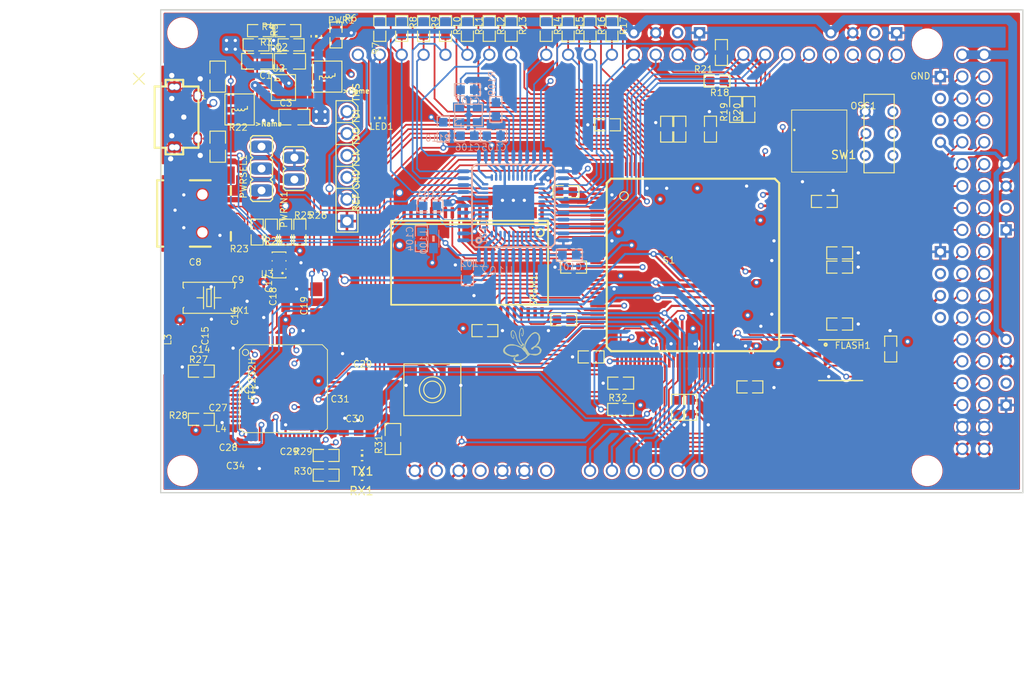
<source format=kicad_pcb>
(kicad_pcb (version 20171130) (host pcbnew "(5.0.0)")
  (layers (0 Top signal) (1 Route2 signal hide) (2 Route3 signal hide) (31 Bottom signal hide) (34 B.Paste user hide) (35 F.Paste user hide) (36 B.SilkS user hide) (37 F.SilkS user hide) (38 B.Mask user hide) (39 F.Mask user hide) (44 Edge.Cuts user hide))
  (net 0 "")
  (net 1 GND)
  (net 2 3V3)
  (net 3 1V2)
  (net 4 MEGA_D16)
  (net 5 MEGA_D28/A5)
  (net 6 MEGA_D30/A4)
  (net 7 MEGA_D32/A3)
  (net 8 MEGA_D34/A2)
  (net 9 MEGA_D14)
  (net 10 MEGA_D15)
  (net 11 5V0)
  (net 12 1.8V)
  (net 13 BD4-DTR)
  (net 14 BD3_MPSSE_TMS)
  (net 15 BD2_MPSSE_TDO)
  (net 16 BD1_RXD/MPSSE_TDI)
  (net 17 BD0_TXD/MPSSE_TCK)
  (net 18 AD4-DTR)
  (net 19 AD3-JTAG_TMS)
  (net 20 AD2-JTAG_TDO)
  (net 21 AD1-JTAG_TDI)
  (net 22 AD0-JTAG_TCK)
  (net 23 AREF)
  (net 24 5V_ARDUINO)
  (net 25 ATMEGA_D2)
  (net 26 ATMEGA_IO12)
  (net 27 ATMEGA_D3)
  (net 28 ATMEGA_D1/TX)
  (net 29 ATMEGA_IO11*)
  (net 30 ATMEGA_IO9*)
  (net 31 ATMEGA_IO10*)
  (net 32 ATMEGA_D5*)
  (net 33 ATMEGA_D0/RX)
  (net 34 ATMEGA_D6*)
  (net 35 ATMEGA_IO13*)
  (net 36 ATMEGA_IO8)
  (net 37 ATMEGA_A1)
  (net 38 ATMEGA_A0)
  (net 39 ATMEGA_D4)
  (net 40 ATMEGA_D7)
  (net 41 ARD_RESET)
  (net 42 5V_FT2232)
  (net 43 /FPGA/OSC_IN)
  (net 44 /FPGA/FLASH_SCK)
  (net 45 /FPGA/FLASH_SI)
  (net 46 /FPGA/FLASH_SO)
  (net 47 /FPGA/FLASH_CS)
  (net 48 /FPGA/A8)
  (net 49 /FPGA/A9)
  (net 50 /FPGA/MEGA_D13)
  (net 51 /FPGA/MEGA_D12)
  (net 52 /FPGA/MEGA_D11)
  (net 53 /FPGA/MEGA_D10)
  (net 54 /FPGA/MEGA_D9)
  (net 55 /FPGA/MEGA_D8)
  (net 56 /FPGA/MEGA_D7)
  (net 57 /FPGA/MEGA_D6)
  (net 58 /FPGA/MEGA_D5)
  (net 59 /FPGA/MEGA_D4)
  (net 60 /FPGA/MEGA_D3)
  (net 61 /FPGA/MEGA_D2)
  (net 62 /FPGA/MEGA_D1)
  (net 63 /FPGA/MEGA_D0)
  (net 64 /FPGA/MEGA_D17)
  (net 65 /FPGA/MEGA_D18)
  (net 66 /FPGA/SW1)
  (net 67 /FPGA/MEGA_D19)
  (net 68 /FPGA/MEGA_D20)
  (net 69 /FPGA/MEGA_D21)
  (net 70 /FPGA/MEGA_D22)
  (net 71 /FPGA/MEGA_D23)
  (net 72 /FPGA/MEGA_D24)
  (net 73 /FPGA/MEGA_D25)
  (net 74 /FPGA/MEGA_D26)
  (net 75 /FPGA/MEGA_D27)
  (net 76 /FPGA/MEGA_D29)
  (net 77 /FPGA/MEGA_D31)
  (net 78 /FPGA/MEGA_D33)
  (net 79 /FPGA/MEGA_D35)
  (net 80 /FPGA/MEGA_D36)
  (net 81 /FPGA/MEGA_D37)
  (net 82 /FPGA/MEGA_D38)
  (net 83 /FPGA/MEGA_D39)
  (net 84 "Net-(S1-Pad72)")
  (net 85 "Net-(S1-Pad71)")
  (net 86 /FPGA/MEGA_D40)
  (net 87 /FPGA/MEGA_D41)
  (net 88 /FPGA/MEGA_D42)
  (net 89 /FPGA/MEGA_D43)
  (net 90 /FPGA/MEGA_D44)
  (net 91 /FPGA/MEGA_D45)
  (net 92 /FPGA/MEGA_D46)
  (net 93 /FPGA/MEGA_D47)
  (net 94 /FPGA/MEGA_D48)
  (net 95 /FPGA/MEGA_D49)
  (net 96 /FPGA/MEGA_D50)
  (net 97 /FPGA/MEGA_D51)
  (net 98 /FPGA/MEGA_D52)
  (net 99 /FPGA/A19)
  (net 100 /FPGA/A10)
  (net 101 /FPGA/A11)
  (net 102 /FPGA/A12)
  (net 103 /FPGA/MEGA_D53)
  (net 104 "Net-(R31-Pad1)")
  (net 105 /FPGA/A13)
  (net 106 /FPGA/A14)
  (net 107 /FPGA/A17)
  (net 108 /FPGA/A18)
  (net 109 /FPGA/A20)
  (net 110 /FPGA/A16)
  (net 111 /FPGA/A15)
  (net 112 /FPGA/~OE)
  (net 113 /FPGA/D7)
  (net 114 /FPGA/D6)
  (net 115 /FPGA/D5)
  (net 116 /FPGA/D4)
  (net 117 /FPGA/D3)
  (net 118 /FPGA/D2)
  (net 119 /FPGA/D1)
  (net 120 /FPGA/D0)
  (net 121 /FPGA/~CS)
  (net 122 /FPGA/A4)
  (net 123 /FPGA/A3)
  (net 124 /FPGA/A2)
  (net 125 /FPGA/A1)
  (net 126 /FPGA/A0)
  (net 127 /FPGA/~WE)
  (net 128 /FPGA/A5)
  (net 129 /FPGA/A6)
  (net 130 /FPGA/A7)
  (net 131 "Net-(WING_POWER1-PadP2)")
  (net 132 "Net-(WING_POWER2-PadP2)")
  (net 133 "Net-(WING_POWER3-PadP2)")
  (net 134 "Net-(WING_POWER4-PadP2)")
  (net 135 "Net-(WING_POWER5-PadP2)")
  (net 136 "Net-(WING_POWER6-PadP2)")
  (net 137 "Net-(U1-PadVIN)")
  (net 138 "Net-(SW1-PadCH1B)")
  (net 139 "Net-(SW1-PadCH1A)")
  (net 140 "Net-(SW1-PadCOM1)")
  (net 141 "Net-(R4-Pad2)")
  (net 142 "Net-(L2-Pad1)")
  (net 143 "Net-(L1-Pad1)")
  (net 144 "Net-(R2-Pad1)")
  (net 145 "Net-(C9-Pad1)")
  (net 146 "Net-(C8-Pad1)")
  (net 147 "Net-(C14-Pad+)")
  (net 148 "Net-(IC1-Pad6)")
  (net 149 /FT2232H/FTUSB_N)
  (net 150 /FT2232H/FTUSB_P)
  (net 151 "Net-(C28-Pad+)")
  (net 152 /FT2232H/~RESET)
  (net 153 /FT2232H/BC0)
  (net 154 /FT2232H/BD7)
  (net 155 /FT2232H/BD6)
  (net 156 /FT2232H/BD5)
  (net 157 /FT2232H/~SUSPEND)
  (net 158 /FT2232H/AC7)
  (net 159 /FT2232H/AC6)
  (net 160 /FT2232H/BC1)
  (net 161 /FT2232H/BC2)
  (net 162 /FT2232H/BC3)
  (net 163 /FT2232H/BC4)
  (net 164 /FT2232H/BC5)
  (net 165 /FT2232H/BC6)
  (net 166 /FT2232H/BC7)
  (net 167 /FT2232H/~PWEREN)
  (net 168 /FT2232H/EEDATA)
  (net 169 /FT2232H/EECLK)
  (net 170 /FT2232H/EECS)
  (net 171 /FT2232H/AC5)
  (net 172 /FT2232H/AC4)
  (net 173 /FT2232H/AC3)
  (net 174 /FT2232H/AC2)
  (net 175 /FT2232H/AC1)
  (net 176 /FT2232H/AC0)
  (net 177 /FT2232H/AD7)
  (net 178 /FT2232H/AD6)
  (net 179 /FT2232H/AD5)
  (net 180 "Net-(R25-Pad1)")
  (net 181 "Net-(R30-Pad2)")
  (net 182 "Net-(R29-Pad2)")
  (net 183 /Arduino/XTAL2)
  (net 184 /Arduino/XTAL1)
  (net 185 /Arduino/UCAP)
  (net 186 /Arduino/AVCC)
  (net 187 "Net-(U101-Pad22)")
  (net 188 /Arduino/AVRUSB_P)
  (net 189 /Arduino/AVRUSB_N)
  (net 190 /Arduino/NC)
  (net 191 /Arduino/USBID)
  (net 192 /Arduino/D+)
  (net 193 /Arduino/D-)
  (net 194 "Net-(PWR1-PadA)")
  (net 195 "Net-(FPGAUSB1-PadID)")
  (net 196 "Net-(LED1-PadA)")
  (module Papilio_DUO:0603 (layer Top) (at 177.2571 105.1906)
    (fp_text reference C12 hide)
    (fp_text value .1uF hide)
    (pad 2 smd roundrect (at 0.8 0) (size 1 1) (layers Top F.Paste F.Mask) (roundrect_rratio 0.1) (net 1 GND))
    (pad 1 smd roundrect (at -0.8 0) (size 1 1) (layers Top F.Paste F.Mask) (roundrect_rratio 0.1) (net 2 3V3))
  )
  (module Papilio_DUO:0603 (layer Top) (at 157.1911 90.8396 90)
    (fp_text reference C6 hide)
    (fp_text value .1uF hide)
    (pad 2 smd roundrect (at 0.8 0 90) (size 1 1) (layers Top F.Paste F.Mask) (roundrect_rratio 0.1) (net 1 GND))
    (pad 1 smd roundrect (at -0.8 0 90) (size 1 1) (layers Top F.Paste F.Mask) (roundrect_rratio 0.1) (net 2 3V3))
  )
  (module Papilio_DUO:0603 (layer Top) (at 159.9851 123.0976 270)
    (fp_text reference C33 hide)
    (fp_text value .1uF hide)
    (pad 2 smd roundrect (at 0.8 0 270) (size 1 1) (layers Top F.Paste F.Mask) (roundrect_rratio 0.1) (net 1 GND))
    (pad 1 smd roundrect (at -0.8 0 270) (size 1 1) (layers Top F.Paste F.Mask) (roundrect_rratio 0.1) (net 2 3V3))
  )
  (module Papilio_DUO:0603 (layer Top) (at 148.4281 117.2556 180)
    (fp_text reference C23 hide)
    (fp_text value .1uF hide)
    (pad 2 smd roundrect (at 0.8 0 180) (size 1 1) (layers Top F.Paste F.Mask) (roundrect_rratio 0.1) (net 1 GND))
    (pad 1 smd roundrect (at -0.8 0 180) (size 1 1) (layers Top F.Paste F.Mask) (roundrect_rratio 0.1) (net 2 3V3))
  )
  (module Papilio_DUO:0603 (layer Top) (at 158.4611 123.0976 270)
    (fp_text reference C32 hide)
    (fp_text value .1uF hide)
    (pad 2 smd roundrect (at 0.8 0 270) (size 1 1) (layers Top F.Paste F.Mask) (roundrect_rratio 0.1) (net 1 GND))
    (pad 1 smd roundrect (at -0.8 0 270) (size 1 1) (layers Top F.Paste F.Mask) (roundrect_rratio 0.1) (net 3 1V2))
  )
  (module Papilio_DUO:0603 (layer Top) (at 158.7151 90.8396 90)
    (fp_text reference C7 hide)
    (fp_text value .1uF hide)
    (pad 2 smd roundrect (at 0.8 0 90) (size 1 1) (layers Top F.Paste F.Mask) (roundrect_rratio 0.1) (net 1 GND))
    (pad 1 smd roundrect (at -0.8 0 90) (size 1 1) (layers Top F.Paste F.Mask) (roundrect_rratio 0.1) (net 3 1V2))
  )
  (module Papilio_DUO:0603 (layer Top) (at 146.3961 106.8416 180)
    (fp_text reference C10 hide)
    (fp_text value .1uF hide)
    (pad 2 smd roundrect (at 0.8 0 180) (size 1 1) (layers Top F.Paste F.Mask) (roundrect_rratio 0.1) (net 1 GND))
    (pad 1 smd roundrect (at -0.8 0 180) (size 1 1) (layers Top F.Paste F.Mask) (roundrect_rratio 0.1) (net 3 1V2))
  )
  (module Papilio_DUO:0603 (layer Top) (at 177.2571 106.8416)
    (fp_text reference C13 hide)
    (fp_text value .1uF hide)
    (pad 2 smd roundrect (at 0.8 0) (size 1 1) (layers Top F.Paste F.Mask) (roundrect_rratio 0.1) (net 1 GND))
    (pad 1 smd roundrect (at -0.8 0) (size 1 1) (layers Top F.Paste F.Mask) (roundrect_rratio 0.1) (net 3 1V2))
  )
  (module Papilio_DUO:0603 (layer Top) (at 177.2571 113.4456)
    (fp_text reference C25 hide)
    (fp_text value .1uF hide)
    (pad 2 smd roundrect (at 0.8 0) (size 1 1) (layers Top F.Paste F.Mask) (roundrect_rratio 0.1) (net 1 GND))
    (pad 1 smd roundrect (at -0.8 0) (size 1 1) (layers Top F.Paste F.Mask) (roundrect_rratio 0.1) (net 2 3V3))
  )
  (module Papilio_DUO:0603 (layer Top) (at 175.4791 99.2216)
    (fp_text reference C11 hide)
    (fp_text value .1uF hide)
    (pad 2 smd roundrect (at 0.8 0) (size 1 1) (layers Top F.Paste F.Mask) (roundrect_rratio 0.1) (net 1 GND))
    (pad 1 smd roundrect (at -0.8 0) (size 1 1) (layers Top F.Paste F.Mask) (roundrect_rratio 0.1) (net 2 3V3))
  )
  (module Papilio_DUO:0603 (layer Top) (at 151.8571 120.3036 180)
    (fp_text reference C24 hide)
    (fp_text value .1uF hide)
    (pad 2 smd roundrect (at 0.8 0 180) (size 1 1) (layers Top F.Paste F.Mask) (roundrect_rratio 0.1) (net 1 GND))
    (pad 1 smd roundrect (at -0.8 0 180) (size 1 1) (layers Top F.Paste F.Mask) (roundrect_rratio 0.1) (net 2 3V3))
  )
  (module Papilio_DUO:0603 (layer Top) (at 136.1091 114.2076)
    (fp_text reference C21 hide)
    (fp_text value .1uF hide)
    (pad 2 smd roundrect (at 0.8 0) (size 1 1) (layers Top F.Paste F.Mask) (roundrect_rratio 0.1) (net 1 GND))
    (pad 1 smd roundrect (at -0.8 0) (size 1 1) (layers Top F.Paste F.Mask) (roundrect_rratio 0.1) (net 2 3V3))
  )
  (module Papilio_DUO:0603 (layer Top) (at 145.5071 98.0786 180)
    (fp_text reference C4 hide)
    (fp_text value .1uF hide)
    (pad 2 smd roundrect (at 0.8 0 180) (size 1 1) (layers Top F.Paste F.Mask) (roundrect_rratio 0.1) (net 1 GND))
    (pad 1 smd roundrect (at -0.8 0 180) (size 1 1) (layers Top F.Paste F.Mask) (roundrect_rratio 0.1) (net 2 3V3))
  )
  (module Papilio_DUO:0603 (layer Top) (at 150.3331 90.3316 180)
    (fp_text reference C5 hide)
    (fp_text value .1uF hide)
    (pad 2 smd roundrect (at 0.8 0 180) (size 1 1) (layers Top F.Paste F.Mask) (roundrect_rratio 0.1) (net 1 GND))
    (pad 1 smd roundrect (at -0.8 0 180) (size 1 1) (layers Top F.Paste F.Mask) (roundrect_rratio 0.1) (net 2 3V3))
  )
  (module Papilio_DUO:0603 (layer Top) (at 145.2531 112.9376 180)
    (fp_text reference C22 hide)
    (fp_text value .1uF hide)
    (pad 2 smd roundrect (at 0.8 0 180) (size 1 1) (layers Top F.Paste F.Mask) (roundrect_rratio 0.1) (net 1 GND))
    (pad 1 smd roundrect (at -0.8 0 180) (size 1 1) (layers Top F.Paste F.Mask) (roundrect_rratio 0.1) (net 2 3V3))
  )
  (module Papilio_DUO:OSC1 (layer Top) (at 172.7867 89.722 270)
    (fp_text reference OSC1 (at -1.14 -5.65) (layer F.SilkS) (effects (font (size 0.76 0.76) (thickness 0.1064)) (justify left bottom)))
    (fp_text value OSC1 hide)
    (pad 4@4 smd rect (at 0 -4.2 270) (size 1.8 2) (layers Top F.Paste F.Mask) (net 2 3V3))
    (pad 3@3 smd rect (at 5.08 -4.2 270) (size 1.8 2) (layers Top F.Paste F.Mask) (net 43 /FPGA/OSC_IN))
    (pad 2@2 smd rect (at 5.08 0 270) (size 1.8 2) (layers Top F.Paste F.Mask) (net 1 GND))
    (pad 1@1 smd rect (at 0 0 270) (size 1.8 2) (layers Top F.Paste F.Mask) (net 2 3V3))
  )
  (module Papilio_DUO:0603 (layer Top) (at 183.1753 116.3412 90)
    (fp_text reference C26 hide)
    (fp_text value .1uF)
    (pad 2 smd roundrect (at 0.8 0 90) (size 1 1) (layers Top F.Paste F.Mask) (roundrect_rratio 0.1) (net 1 GND))
    (pad 1 smd roundrect (at -0.8 0 90) (size 1 1) (layers Top F.Paste F.Mask) (roundrect_rratio 0.1) (net 2 3V3))
  )
  (module Papilio_DUO:GADGETFACTORY_LOGO (layer Top) (at 138.0141 118.3986)
    (fp_text reference U$7 hide)
    (fp_text value "" hide)
  )
  (module Papilio_DUO:SO08-EIAJ (layer Top) (at 177.3841 117.6366 270)
    (fp_text reference FLASH1 (at -1.27 0.762) (layer F.SilkS) (effects (font (size 0.76 0.76) (thickness 0.1064)) (justify left bottom)))
    (fp_text value FLASH-SPI-25XXSMD1)
    (pad 8 smd rect (at -1.905 -3.3528 270) (size 0.6096 2.2098) (layers Top F.Paste F.Mask) (net 2 3V3))
    (pad 7 smd rect (at -0.635 -3.3528 270) (size 0.6096 2.2098) (layers Top F.Paste F.Mask) (net 2 3V3))
    (pad 6 smd rect (at 0.635 -3.3528 270) (size 0.6096 2.2098) (layers Top F.Paste F.Mask) (net 44 /FPGA/FLASH_SCK))
    (pad 5 smd rect (at 1.905 -3.3528 270) (size 0.6096 2.2098) (layers Top F.Paste F.Mask) (net 45 /FPGA/FLASH_SI))
    (pad 4 smd rect (at 1.905 3.3782 270) (size 0.6096 2.2098) (layers Top F.Paste F.Mask) (net 1 GND))
    (pad 3 smd rect (at 0.635 3.3782 270) (size 0.6096 2.2098) (layers Top F.Paste F.Mask) (net 2 3V3))
    (pad 2 smd rect (at -0.635 3.3782 270) (size 0.6096 2.2098) (layers Top F.Paste F.Mask) (net 46 /FPGA/FLASH_SO))
    (pad 1 smd rect (at -1.905 3.3782 270) (size 0.6096 2.2098) (layers Top F.Paste F.Mask) (net 47 /FPGA/FLASH_CS))
  )
  (module Papilio_DUO:TQ144 (layer Top) (at 160.2391 106.5876)
    (fp_text reference S1 (at -2 -1) (layer F.SilkS) (effects (font (size 0.76 0.76) (thickness 0.1064)) (justify right top)))
    (fp_text value 6SLX9TQG144)
    (pad 144 smd rect (at -8.75 -11.1 90) (size 1.6 0.3) (layers Top F.Paste F.Mask) (net 2 3V3))
    (pad 143 smd rect (at -8.25 -11.1 90) (size 1.6 0.3) (layers Top F.Paste F.Mask) (net 48 /FPGA/A8))
    (pad 142 smd rect (at -7.75 -11.1 90) (size 1.6 0.3) (layers Top F.Paste F.Mask) (net 49 /FPGA/A9))
    (pad 141 smd rect (at -7.25 -11.1 90) (size 1.6 0.3) (layers Top F.Paste F.Mask) (net 16 BD1_RXD/MPSSE_TDI))
    (pad 140 smd rect (at -6.75 -11.1 90) (size 1.6 0.3) (layers Top F.Paste F.Mask) (net 15 BD2_MPSSE_TDO))
    (pad 139 smd rect (at -6.25 -11.1 90) (size 1.6 0.3) (layers Top F.Paste F.Mask) (net 41 ARD_RESET))
    (pad 138 smd rect (at -5.75 -11.1 90) (size 1.6 0.3) (layers Top F.Paste F.Mask) (net 14 BD3_MPSSE_TMS))
    (pad 137 smd rect (at -5.25 -11.1 90) (size 1.6 0.3) (layers Top F.Paste F.Mask) (net 13 BD4-DTR))
    (pad 136 smd rect (at -4.75 -11.1 90) (size 1.6 0.3) (layers Top F.Paste F.Mask) (net 1 GND))
    (pad 135 smd rect (at -4.25 -11.1 90) (size 1.6 0.3) (layers Top F.Paste F.Mask) (net 2 3V3))
    (pad 134 smd rect (at -3.75 -11.1 90) (size 1.6 0.3) (layers Top F.Paste F.Mask) (net 50 /FPGA/MEGA_D13))
    (pad 133 smd rect (at -3.25 -11.1 90) (size 1.6 0.3) (layers Top F.Paste F.Mask) (net 51 /FPGA/MEGA_D12))
    (pad 132 smd rect (at -2.75 -11.1 90) (size 1.6 0.3) (layers Top F.Paste F.Mask) (net 52 /FPGA/MEGA_D11))
    (pad 131 smd rect (at -2.25 -11.1 90) (size 1.6 0.3) (layers Top F.Paste F.Mask) (net 53 /FPGA/MEGA_D10))
    (pad 130 smd rect (at -1.75 -11.1 90) (size 1.6 0.3) (layers Top F.Paste F.Mask) (net 1 GND))
    (pad 129 smd rect (at -1.25 -11.1 90) (size 1.6 0.3) (layers Top F.Paste F.Mask) (net 2 3V3))
    (pad 128 smd rect (at -0.75 -11.1 90) (size 1.6 0.3) (layers Top F.Paste F.Mask) (net 3 1V2))
    (pad 127 smd rect (at -0.25 -11.1 90) (size 1.6 0.3) (layers Top F.Paste F.Mask) (net 54 /FPGA/MEGA_D9))
    (pad 126 smd rect (at 0.25 -11.1 90) (size 1.6 0.3) (layers Top F.Paste F.Mask) (net 55 /FPGA/MEGA_D8))
    (pad 125 smd rect (at 0.75 -11.1 90) (size 1.6 0.3) (layers Top F.Paste F.Mask) (net 2 3V3))
    (pad 124 smd rect (at 1.25 -11.1 90) (size 1.6 0.3) (layers Top F.Paste F.Mask) (net 56 /FPGA/MEGA_D7))
    (pad 123 smd rect (at 1.75 -11.1 90) (size 1.6 0.3) (layers Top F.Paste F.Mask) (net 57 /FPGA/MEGA_D6))
    (pad 122 smd rect (at 2.25 -11.1 90) (size 1.6 0.3) (layers Top F.Paste F.Mask) (net 2 3V3))
    (pad 121 smd rect (at 2.75 -11.1 90) (size 1.6 0.3) (layers Top F.Paste F.Mask) (net 58 /FPGA/MEGA_D5))
    (pad 120 smd rect (at 3.25 -11.1 90) (size 1.6 0.3) (layers Top F.Paste F.Mask) (net 59 /FPGA/MEGA_D4))
    (pad 119 smd rect (at 3.75 -11.1 90) (size 1.6 0.3) (layers Top F.Paste F.Mask) (net 60 /FPGA/MEGA_D3))
    (pad 118 smd rect (at 4.25 -11.1 90) (size 1.6 0.3) (layers Top F.Paste F.Mask) (net 61 /FPGA/MEGA_D2))
    (pad 117 smd rect (at 4.75 -11.1 90) (size 1.6 0.3) (layers Top F.Paste F.Mask) (net 62 /FPGA/MEGA_D1))
    (pad 116 smd rect (at 5.25 -11.1 90) (size 1.6 0.3) (layers Top F.Paste F.Mask) (net 63 /FPGA/MEGA_D0))
    (pad 115 smd rect (at 5.75 -11.1 90) (size 1.6 0.3) (layers Top F.Paste F.Mask) (net 9 MEGA_D14))
    (pad 114 smd rect (at 6.25 -11.1 90) (size 1.6 0.3) (layers Top F.Paste F.Mask) (net 10 MEGA_D15))
    (pad 113 smd rect (at 6.75 -11.1 90) (size 1.6 0.3) (layers Top F.Paste F.Mask) (net 1 GND))
    (pad 112 smd rect (at 7.25 -11.1 90) (size 1.6 0.3) (layers Top F.Paste F.Mask) (net 4 MEGA_D16))
    (pad 111 smd rect (at 7.75 -11.1 90) (size 1.6 0.3) (layers Top F.Paste F.Mask) (net 64 /FPGA/MEGA_D17))
    (pad 110 smd rect (at 8.25 -11.1 90) (size 1.6 0.3) (layers Top F.Paste F.Mask) (net 21 AD1-JTAG_TDI))
    (pad 109 smd rect (at 8.75 -11.1 90) (size 1.6 0.3) (layers Top F.Paste F.Mask) (net 22 AD0-JTAG_TCK))
    (pad 108 smd rect (at 11.1 -8.75) (size 1.6 0.3) (layers Top F.Paste F.Mask) (net 1 GND))
    (pad 107 smd rect (at 11.1 -8.25) (size 1.6 0.3) (layers Top F.Paste F.Mask) (net 19 AD3-JTAG_TMS))
    (pad 106 smd rect (at 11.1 -7.75) (size 1.6 0.3) (layers Top F.Paste F.Mask) (net 20 AD2-JTAG_TDO))
    (pad 105 smd rect (at 11.1 -7.25) (size 1.6 0.3) (layers Top F.Paste F.Mask) (net 65 /FPGA/MEGA_D18))
    (pad 104 smd rect (at 11.1 -6.75) (size 1.6 0.3) (layers Top F.Paste F.Mask) (net 66 /FPGA/SW1))
    (pad 103 smd rect (at 11.1 -6.25) (size 1.6 0.3) (layers Top F.Paste F.Mask) (net 2 3V3))
    (pad 102 smd rect (at 11.1 -5.75) (size 1.6 0.3) (layers Top F.Paste F.Mask) (net 67 /FPGA/MEGA_D19))
    (pad 101 smd rect (at 11.1 -5.25) (size 1.6 0.3) (layers Top F.Paste F.Mask) (net 68 /FPGA/MEGA_D20))
    (pad 100 smd rect (at 11.1 -4.75) (size 1.6 0.3) (layers Top F.Paste F.Mask) (net 69 /FPGA/MEGA_D21))
    (pad 99 smd rect (at 11.1 -4.25) (size 1.6 0.3) (layers Top F.Paste F.Mask) (net 70 /FPGA/MEGA_D22))
    (pad 98 smd rect (at 11.1 -3.75) (size 1.6 0.3) (layers Top F.Paste F.Mask) (net 71 /FPGA/MEGA_D23))
    (pad 97 smd rect (at 11.1 -3.25) (size 1.6 0.3) (layers Top F.Paste F.Mask) (net 72 /FPGA/MEGA_D24))
    (pad 96 smd rect (at 11.1 -2.75) (size 1.6 0.3) (layers Top F.Paste F.Mask) (net 1 GND))
    (pad 95 smd rect (at 11.1 -2.25) (size 1.6 0.3) (layers Top F.Paste F.Mask) (net 73 /FPGA/MEGA_D25))
    (pad 94 smd rect (at 11.1 -1.75) (size 1.6 0.3) (layers Top F.Paste F.Mask) (net 43 /FPGA/OSC_IN))
    (pad 93 smd rect (at 11.1 -1.25) (size 1.6 0.3) (layers Top F.Paste F.Mask) (net 74 /FPGA/MEGA_D26))
    (pad 92 smd rect (at 11.1 -0.75) (size 1.6 0.3) (layers Top F.Paste F.Mask) (net 75 /FPGA/MEGA_D27))
    (pad 91 smd rect (at 11.1 -0.25) (size 1.6 0.3) (layers Top F.Paste F.Mask) (net 1 GND))
    (pad 90 smd rect (at 11.1 0.25) (size 1.6 0.3) (layers Top F.Paste F.Mask) (net 2 3V3))
    (pad 89 smd rect (at 11.1 0.75) (size 1.6 0.3) (layers Top F.Paste F.Mask) (net 3 1V2))
    (pad 88 smd rect (at 11.1 1.25) (size 1.6 0.3) (layers Top F.Paste F.Mask) (net 5 MEGA_D28/A5))
    (pad 87 smd rect (at 11.1 1.75) (size 1.6 0.3) (layers Top F.Paste F.Mask) (net 76 /FPGA/MEGA_D29))
    (pad 86 smd rect (at 11.1 2.25) (size 1.6 0.3) (layers Top F.Paste F.Mask) (net 2 3V3))
    (pad 85 smd rect (at 11.1 2.75) (size 1.6 0.3) (layers Top F.Paste F.Mask) (net 6 MEGA_D30/A4))
    (pad 84 smd rect (at 11.1 3.25) (size 1.6 0.3) (layers Top F.Paste F.Mask) (net 77 /FPGA/MEGA_D31))
    (pad 83 smd rect (at 11.1 3.75) (size 1.6 0.3) (layers Top F.Paste F.Mask) (net 7 MEGA_D32/A3))
    (pad 82 smd rect (at 11.1 4.25) (size 1.6 0.3) (layers Top F.Paste F.Mask) (net 78 /FPGA/MEGA_D33))
    (pad 81 smd rect (at 11.1 4.75) (size 1.6 0.3) (layers Top F.Paste F.Mask) (net 8 MEGA_D34/A2))
    (pad 80 smd rect (at 11.1 5.25) (size 1.6 0.3) (layers Top F.Paste F.Mask) (net 79 /FPGA/MEGA_D35))
    (pad 79 smd rect (at 11.1 5.75) (size 1.6 0.3) (layers Top F.Paste F.Mask) (net 80 /FPGA/MEGA_D36))
    (pad 78 smd rect (at 11.1 6.25) (size 1.6 0.3) (layers Top F.Paste F.Mask) (net 81 /FPGA/MEGA_D37))
    (pad 77 smd rect (at 11.1 6.75) (size 1.6 0.3) (layers Top F.Paste F.Mask) (net 1 GND))
    (pad 76 smd rect (at 11.1 7.25) (size 1.6 0.3) (layers Top F.Paste F.Mask) (net 2 3V3))
    (pad 75 smd rect (at 11.1 7.75) (size 1.6 0.3) (layers Top F.Paste F.Mask) (net 82 /FPGA/MEGA_D38))
    (pad 74 smd rect (at 11.1 8.25) (size 1.6 0.3) (layers Top F.Paste F.Mask) (net 83 /FPGA/MEGA_D39))
    (pad 73 smd rect (at 11.1 8.75) (size 1.6 0.3) (layers Top F.Paste F.Mask) (net 1 GND))
    (pad 72 smd rect (at 8.75 11.1 90) (size 1.6 0.3) (layers Top F.Paste F.Mask) (net 84 "Net-(S1-Pad72)"))
    (pad 71 smd rect (at 8.25 11.1 90) (size 1.6 0.3) (layers Top F.Paste F.Mask) (net 85 "Net-(S1-Pad71)"))
    (pad 70 smd rect (at 7.75 11.1 90) (size 1.6 0.3) (layers Top F.Paste F.Mask) (net 44 /FPGA/FLASH_SCK))
    (pad 69 smd rect (at 7.25 11.1 90) (size 1.6 0.3) (layers Top F.Paste F.Mask) (net 2 3V3))
    (pad 68 smd rect (at 6.75 11.1 90) (size 1.6 0.3) (layers Top F.Paste F.Mask) (net 1 GND))
    (pad 67 smd rect (at 6.25 11.1 90) (size 1.6 0.3) (layers Top F.Paste F.Mask) (net 86 /FPGA/MEGA_D40))
    (pad 66 smd rect (at 5.75 11.1 90) (size 1.6 0.3) (layers Top F.Paste F.Mask) (net 87 /FPGA/MEGA_D41))
    (pad 65 smd rect (at 5.25 11.1 90) (size 1.6 0.3) (layers Top F.Paste F.Mask) (net 46 /FPGA/FLASH_SO))
    (pad 64 smd rect (at 4.75 11.1 90) (size 1.6 0.3) (layers Top F.Paste F.Mask) (net 45 /FPGA/FLASH_SI))
    (pad 63 smd rect (at 4.25 11.1 90) (size 1.6 0.3) (layers Top F.Paste F.Mask) (net 2 3V3))
    (pad 62 smd rect (at 3.75 11.1 90) (size 1.6 0.3) (layers Top F.Paste F.Mask) (net 88 /FPGA/MEGA_D42))
    (pad 61 smd rect (at 3.25 11.1 90) (size 1.6 0.3) (layers Top F.Paste F.Mask) (net 89 /FPGA/MEGA_D43))
    (pad 60 smd rect (at 2.75 11.1 90) (size 1.6 0.3) (layers Top F.Paste F.Mask) (net 1 GND))
    (pad 59 smd rect (at 2.25 11.1 90) (size 1.6 0.3) (layers Top F.Paste F.Mask) (net 90 /FPGA/MEGA_D44))
    (pad 58 smd rect (at 1.75 11.1 90) (size 1.6 0.3) (layers Top F.Paste F.Mask) (net 91 /FPGA/MEGA_D45))
    (pad 57 smd rect (at 1.25 11.1 90) (size 1.6 0.3) (layers Top F.Paste F.Mask) (net 92 /FPGA/MEGA_D46))
    (pad 56 smd rect (at 0.75 11.1 90) (size 1.6 0.3) (layers Top F.Paste F.Mask) (net 93 /FPGA/MEGA_D47))
    (pad 55 smd rect (at 0.25 11.1 90) (size 1.6 0.3) (layers Top F.Paste F.Mask) (net 94 /FPGA/MEGA_D48))
    (pad 54 smd rect (at -0.25 11.1 90) (size 1.6 0.3) (layers Top F.Paste F.Mask) (net 1 GND))
    (pad 53 smd rect (at -0.75 11.1 90) (size 1.6 0.3) (layers Top F.Paste F.Mask) (net 2 3V3))
    (pad 52 smd rect (at -1.25 11.1 90) (size 1.6 0.3) (layers Top F.Paste F.Mask) (net 3 1V2))
    (pad 51 smd rect (at -1.75 11.1 90) (size 1.6 0.3) (layers Top F.Paste F.Mask) (net 95 /FPGA/MEGA_D49))
    (pad 50 smd rect (at -2.25 11.1 90) (size 1.6 0.3) (layers Top F.Paste F.Mask) (net 96 /FPGA/MEGA_D50))
    (pad 49 smd rect (at -2.75 11.1 90) (size 1.6 0.3) (layers Top F.Paste F.Mask) (net 1 GND))
    (pad 48 smd rect (at -3.25 11.1 90) (size 1.6 0.3) (layers Top F.Paste F.Mask) (net 97 /FPGA/MEGA_D51))
    (pad 47 smd rect (at -3.75 11.1 90) (size 1.6 0.3) (layers Top F.Paste F.Mask) (net 98 /FPGA/MEGA_D52))
    (pad 46 smd rect (at -4.25 11.1 90) (size 1.6 0.3) (layers Top F.Paste F.Mask) (net 17 BD0_TXD/MPSSE_TCK))
    (pad 45 smd rect (at -4.75 11.1 90) (size 1.6 0.3) (layers Top F.Paste F.Mask) (net 18 AD4-DTR))
    (pad 44 smd rect (at -5.25 11.1 90) (size 1.6 0.3) (layers Top F.Paste F.Mask) (net 99 /FPGA/A19))
    (pad 43 smd rect (at -5.75 11.1 90) (size 1.6 0.3) (layers Top F.Paste F.Mask) (net 100 /FPGA/A10))
    (pad 42 smd rect (at -6.25 11.1 90) (size 1.6 0.3) (layers Top F.Paste F.Mask) (net 2 3V3))
    (pad 41 smd rect (at -6.75 11.1 90) (size 1.6 0.3) (layers Top F.Paste F.Mask) (net 101 /FPGA/A11))
    (pad 40 smd rect (at -7.25 11.1 90) (size 1.6 0.3) (layers Top F.Paste F.Mask) (net 102 /FPGA/A12))
    (pad 39 smd rect (at -7.75 11.1 90) (size 1.6 0.3) (layers Top F.Paste F.Mask) (net 103 /FPGA/MEGA_D53))
    (pad 38 smd rect (at -8.25 11.1 90) (size 1.6 0.3) (layers Top F.Paste F.Mask) (net 47 /FPGA/FLASH_CS))
    (pad 37 smd rect (at -8.75 11.1 90) (size 1.6 0.3) (layers Top F.Paste F.Mask) (net 104 "Net-(R31-Pad1)"))
    (pad 36 smd rect (at -11.1 8.75) (size 1.6 0.3) (layers Top F.Paste F.Mask) (net 2 3V3))
    (pad 35 smd rect (at -11.1 8.25) (size 1.6 0.3) (layers Top F.Paste F.Mask) (net 105 /FPGA/A13))
    (pad 34 smd rect (at -11.1 7.75) (size 1.6 0.3) (layers Top F.Paste F.Mask) (net 106 /FPGA/A14))
    (pad 33 smd rect (at -11.1 7.25) (size 1.6 0.3) (layers Top F.Paste F.Mask) (net 107 /FPGA/A17))
    (pad 32 smd rect (at -11.1 6.75) (size 1.6 0.3) (layers Top F.Paste F.Mask) (net 108 /FPGA/A18))
    (pad 31 smd rect (at -11.1 6.25) (size 1.6 0.3) (layers Top F.Paste F.Mask) (net 2 3V3))
    (pad 30 smd rect (at -11.1 5.75) (size 1.6 0.3) (layers Top F.Paste F.Mask) (net 109 /FPGA/A20))
    (pad 29 smd rect (at -11.1 5.25) (size 1.6 0.3) (layers Top F.Paste F.Mask) (net 110 /FPGA/A16))
    (pad 28 smd rect (at -11.1 4.75) (size 1.6 0.3) (layers Top F.Paste F.Mask) (net 3 1V2))
    (pad 27 smd rect (at -11.1 4.25) (size 1.6 0.3) (layers Top F.Paste F.Mask) (net 111 /FPGA/A15))
    (pad 26 smd rect (at -11.1 3.75) (size 1.6 0.3) (layers Top F.Paste F.Mask) (net 112 /FPGA/~OE))
    (pad 25 smd rect (at -11.1 3.25) (size 1.6 0.3) (layers Top F.Paste F.Mask) (net 1 GND))
    (pad 24 smd rect (at -11.1 2.75) (size 1.6 0.3) (layers Top F.Paste F.Mask) (net 113 /FPGA/D7))
    (pad 23 smd rect (at -11.1 2.25) (size 1.6 0.3) (layers Top F.Paste F.Mask) (net 114 /FPGA/D6))
    (pad 22 smd rect (at -11.1 1.75) (size 1.6 0.3) (layers Top F.Paste F.Mask) (net 115 /FPGA/D5))
    (pad 21 smd rect (at -11.1 1.25) (size 1.6 0.3) (layers Top F.Paste F.Mask) (net 116 /FPGA/D4))
    (pad 20 smd rect (at -11.1 0.75) (size 1.6 0.3) (layers Top F.Paste F.Mask) (net 2 3V3))
    (pad 19 smd rect (at -11.1 0.25) (size 1.6 0.3) (layers Top F.Paste F.Mask) (net 3 1V2))
    (pad 18 smd rect (at -11.1 -0.25) (size 1.6 0.3) (layers Top F.Paste F.Mask) (net 2 3V3))
    (pad 17 smd rect (at -11.1 -0.75) (size 1.6 0.3) (layers Top F.Paste F.Mask) (net 117 /FPGA/D3))
    (pad 16 smd rect (at -11.1 -1.25) (size 1.6 0.3) (layers Top F.Paste F.Mask) (net 118 /FPGA/D2))
    (pad 15 smd rect (at -11.1 -1.75) (size 1.6 0.3) (layers Top F.Paste F.Mask) (net 119 /FPGA/D1))
    (pad 14 smd rect (at -11.1 -2.25) (size 1.6 0.3) (layers Top F.Paste F.Mask) (net 120 /FPGA/D0))
    (pad 13 smd rect (at -11.1 -2.75) (size 1.6 0.3) (layers Top F.Paste F.Mask) (net 1 GND))
    (pad 12 smd rect (at -11.1 -3.25) (size 1.6 0.3) (layers Top F.Paste F.Mask) (net 121 /FPGA/~CS))
    (pad 11 smd rect (at -11.1 -3.75) (size 1.6 0.3) (layers Top F.Paste F.Mask) (net 122 /FPGA/A4))
    (pad 10 smd rect (at -11.1 -4.25) (size 1.6 0.3) (layers Top F.Paste F.Mask) (net 123 /FPGA/A3))
    (pad 9 smd rect (at -11.1 -4.75) (size 1.6 0.3) (layers Top F.Paste F.Mask) (net 124 /FPGA/A2))
    (pad 8 smd rect (at -11.1 -5.25) (size 1.6 0.3) (layers Top F.Paste F.Mask) (net 125 /FPGA/A1))
    (pad 7 smd rect (at -11.1 -5.75) (size 1.6 0.3) (layers Top F.Paste F.Mask) (net 126 /FPGA/A0))
    (pad 6 smd rect (at -11.1 -6.25) (size 1.6 0.3) (layers Top F.Paste F.Mask) (net 127 /FPGA/~WE))
    (pad 5 smd rect (at -11.1 -6.75) (size 1.6 0.3) (layers Top F.Paste F.Mask) (net 128 /FPGA/A5))
    (pad 4 smd rect (at -11.1 -7.25) (size 1.6 0.3) (layers Top F.Paste F.Mask) (net 2 3V3))
    (pad 3 smd rect (at -11.1 -7.75) (size 1.6 0.3) (layers Top F.Paste F.Mask) (net 1 GND))
    (pad 2 smd rect (at -11.1 -8.25) (size 1.6 0.3) (layers Top F.Paste F.Mask) (net 129 /FPGA/A6))
    (pad 1 smd rect (at -11.1 -8.75) (size 1.6 0.3) (layers Top F.Paste F.Mask) (net 130 /FPGA/A7))
  )
  (module Papilio_DUO:0805 (layer Top) (at 125.4411 126.7806 90)
    (fp_text reference R31 (at -1.8 -1.2 90) (layer F.SilkS) (effects (font (size 0.76 0.76) (thickness 0.1064)) (justify left bottom)))
    (fp_text value 47K)
    (pad 2 smd roundrect (at 1 0 90) (size 1.2 1.4) (layers Top F.Paste F.Mask) (roundrect_rratio 0.1) (net 2 3V3))
    (pad 1 smd roundrect (at -1 0 90) (size 1.2 1.4) (layers Top F.Paste F.Mask) (roundrect_rratio 0.1) (net 104 "Net-(R31-Pad1)"))
  )
  (module Papilio_DUO:EVQ-Q2 (layer Top) (at 130.0131 121.0656)
    (fp_text reference SW2 hide)
    (fp_text value EVQQ2)
    (pad A smd rect (at -3.4 2) (size 3.2 1.2) (layers Top F.Paste F.Mask) (net 104 "Net-(R31-Pad1)"))
    (pad A' smd rect (at 3.4 2) (size 3.2 1.2) (layers Top F.Paste F.Mask) (net 104 "Net-(R31-Pad1)"))
    (pad B' smd rect (at 3.4 -2) (size 3.2 1.2) (layers Top F.Paste F.Mask) (net 1 GND))
    (pad B smd rect (at -3.4 -2) (size 3.2 1.2) (layers Top F.Paste F.Mask) (net 1 GND))
  )
  (module Papilio_DUO:POWER_NO_TEXT (layer Top) (at 157.1911 79.6636 270)
    (fp_text reference WING_POWER1 hide)
    (fp_text value HEADER_FEMALE_4 hide)
    (pad P4 thru_hole circle (at 0 3.81 180) (size 1.308 1.308) (drill 0.8) (layers *.Cu *.Mask) (net 11 5V0))
    (pad P3 thru_hole circle (at 0 1.27 180) (size 1.308 1.308) (drill 0.8) (layers *.Cu *.Mask) (net 2 3V3))
    (pad P2 thru_hole circle (at 0 -1.27 180) (size 1.308 1.308) (drill 0.8) (layers *.Cu *.Mask) (net 131 "Net-(WING_POWER1-PadP2)"))
    (pad P1 thru_hole rect (at 0 -3.81 180) (size 1.308 1.308) (drill 0.8) (layers *.Cu *.Mask) (net 1 GND))
  )
  (module Papilio_DUO:POWER_NO_TEXT (layer Top) (at 196.5611 119.0336 180)
    (fp_text reference WING_POWER2 hide)
    (fp_text value HEADER_FEMALE_4 hide)
    (pad P4 thru_hole circle (at 0 3.81 90) (size 1.308 1.308) (drill 0.8) (layers *.Cu *.Mask) (net 11 5V0))
    (pad P3 thru_hole circle (at 0 1.27 90) (size 1.308 1.308) (drill 0.8) (layers *.Cu *.Mask) (net 2 3V3))
    (pad P2 thru_hole circle (at 0 -1.27 90) (size 1.308 1.308) (drill 0.8) (layers *.Cu *.Mask) (net 132 "Net-(WING_POWER2-PadP2)"))
    (pad P1 thru_hole rect (at 0 -3.81 90) (size 1.308 1.308) (drill 0.8) (layers *.Cu *.Mask) (net 1 GND))
  )
  (module Papilio_DUO:POWER_NO_TEXT (layer Top) (at 196.5611 98.7136 180)
    (fp_text reference WING_POWER3 hide)
    (fp_text value HEADER_FEMALE_4 hide)
    (pad P4 thru_hole circle (at 0 3.81 90) (size 1.308 1.308) (drill 0.8) (layers *.Cu *.Mask) (net 11 5V0))
    (pad P3 thru_hole circle (at 0 1.27 90) (size 1.308 1.308) (drill 0.8) (layers *.Cu *.Mask) (net 2 3V3))
    (pad P2 thru_hole circle (at 0 -1.27 90) (size 1.308 1.308) (drill 0.8) (layers *.Cu *.Mask) (net 133 "Net-(WING_POWER3-PadP2)"))
    (pad P1 thru_hole rect (at 0 -3.81 90) (size 1.308 1.308) (drill 0.8) (layers *.Cu *.Mask) (net 1 GND))
  )
  (module Papilio_DUO:POWER_NO_TEXT (layer Top) (at 180.0511 79.6636 270)
    (fp_text reference WING_POWER4 hide)
    (fp_text value HEADER_FEMALE_4 hide)
    (pad P4 thru_hole circle (at 0 3.81 180) (size 1.308 1.308) (drill 0.8) (layers *.Cu *.Mask) (net 11 5V0))
    (pad P3 thru_hole circle (at 0 1.27 180) (size 1.308 1.308) (drill 0.8) (layers *.Cu *.Mask) (net 2 3V3))
    (pad P2 thru_hole circle (at 0 -1.27 180) (size 1.308 1.308) (drill 0.8) (layers *.Cu *.Mask) (net 134 "Net-(WING_POWER4-PadP2)"))
    (pad P1 thru_hole rect (at 0 -3.81 180) (size 1.308 1.308) (drill 0.8) (layers *.Cu *.Mask) (net 1 GND))
  )
  (module Papilio_DUO:POWER_NO_TEXT (layer Top) (at 188.9411 88.5536)
    (fp_text reference WING_POWER5 hide)
    (fp_text value HEADER_FEMALE_4 hide)
    (pad P4 thru_hole circle (at 0 3.81 270) (size 1.308 1.308) (drill 0.8) (layers *.Cu *.Mask) (net 11 5V0))
    (pad P3 thru_hole circle (at 0 1.27 270) (size 1.308 1.308) (drill 0.8) (layers *.Cu *.Mask) (net 2 3V3))
    (pad P2 thru_hole circle (at 0 -1.27 270) (size 1.308 1.308) (drill 0.8) (layers *.Cu *.Mask) (net 135 "Net-(WING_POWER5-PadP2)"))
    (pad P1 thru_hole rect (at 0 -3.81 270) (size 1.308 1.308) (drill 0.8) (layers *.Cu *.Mask) (net 1 GND))
  )
  (module Papilio_DUO:POWER_NO_TEXT (layer Top) (at 188.9411 108.8736)
    (fp_text reference WING_POWER6 hide)
    (fp_text value HEADER_FEMALE_4 hide)
    (pad P4 thru_hole circle (at 0 3.81 270) (size 1.308 1.308) (drill 0.8) (layers *.Cu *.Mask) (net 11 5V0))
    (pad P3 thru_hole circle (at 0 1.27 270) (size 1.308 1.308) (drill 0.8) (layers *.Cu *.Mask) (net 2 3V3))
    (pad P2 thru_hole circle (at 0 -1.27 270) (size 1.308 1.308) (drill 0.8) (layers *.Cu *.Mask) (net 136 "Net-(WING_POWER6-PadP2)"))
    (pad P1 thru_hole rect (at 0 -3.81 270) (size 1.308 1.308) (drill 0.8) (layers *.Cu *.Mask) (net 1 GND))
  )
  (module Papilio_DUO:ARDUINO_MEGA_SHIELD (layer Top) (at 106.3911 79.6636 270)
    (fp_text reference U1 hide)
    (fp_text value ARDUINO_MEGA_SHIELD hide)
    (pad IOREF thru_hole circle (at 50.8 -21.59) (size 1.4224 1.4224) (drill 1) (layers *.Cu *.Mask) (net 2 3V3))
    (pad VIN thru_hole circle (at 50.8 -36.83) (size 1.4224 1.4224) (drill 1) (layers *.Cu *.Mask) (net 137 "Net-(U1-PadVIN)"))
    (pad TX thru_hole circle (at 2.54 -52.07) (size 1.4224 1.4224) (drill 1) (layers *.Cu *.Mask) (net 28 ATMEGA_D1/TX))
    (pad RX thru_hole circle (at 2.54 -54.61) (size 1.4224 1.4224) (drill 1) (layers *.Cu *.Mask) (net 33 ATMEGA_D0/RX))
    (pad RES thru_hole circle (at 50.8 -24.13) (size 1.4224 1.4224) (drill 1) (layers *.Cu *.Mask) (net 41 ARD_RESET))
    (pad 5V@2 thru_hole circle (at 2.54 -87.63) (size 1.4224 1.4224) (drill 1) (layers *.Cu *.Mask) (net 11 5V0))
    (pad 5V@1 thru_hole circle (at 2.54 -85.09) (size 1.4224 1.4224) (drill 1) (layers *.Cu *.Mask) (net 11 5V0))
    (pad GND@4 thru_hole circle (at 45.72 -87.63) (size 1.4224 1.4224) (drill 1) (layers *.Cu *.Mask) (net 1 GND))
    (pad GND@3 thru_hole circle (at 45.72 -85.09) (size 1.4224 1.4224) (drill 1) (layers *.Cu *.Mask) (net 1 GND))
    (pad GND@2 thru_hole circle (at 2.54 -17.526) (size 1.4224 1.4224) (drill 1) (layers *.Cu *.Mask) (net 1 GND))
    (pad GND@1 thru_hole circle (at 50.8 -34.29) (size 1.4224 1.4224) (drill 1) (layers *.Cu *.Mask) (net 1 GND))
    (pad GND@0 thru_hole circle (at 50.8 -31.75) (size 1.4224 1.4224) (drill 1) (layers *.Cu *.Mask) (net 1 GND))
    (pad D53 thru_hole circle (at 43.18 -87.63) (size 1.4224 1.4224) (drill 1) (layers *.Cu *.Mask) (net 103 /FPGA/MEGA_D53))
    (pad D52 thru_hole circle (at 43.18 -85.09) (size 1.4224 1.4224) (drill 1) (layers *.Cu *.Mask) (net 98 /FPGA/MEGA_D52))
    (pad D51 thru_hole circle (at 40.64 -87.63) (size 1.4224 1.4224) (drill 1) (layers *.Cu *.Mask) (net 97 /FPGA/MEGA_D51))
    (pad D50 thru_hole circle (at 40.64 -85.09) (size 1.4224 1.4224) (drill 1) (layers *.Cu *.Mask) (net 96 /FPGA/MEGA_D50))
    (pad D49 thru_hole circle (at 38.1 -87.63) (size 1.4224 1.4224) (drill 1) (layers *.Cu *.Mask) (net 95 /FPGA/MEGA_D49))
    (pad D48 thru_hole circle (at 38.1 -85.09) (size 1.4224 1.4224) (drill 1) (layers *.Cu *.Mask) (net 94 /FPGA/MEGA_D48))
    (pad D47 thru_hole circle (at 35.56 -87.63) (size 1.4224 1.4224) (drill 1) (layers *.Cu *.Mask) (net 93 /FPGA/MEGA_D47))
    (pad D46 thru_hole circle (at 35.56 -85.09) (size 1.4224 1.4224) (drill 1) (layers *.Cu *.Mask) (net 92 /FPGA/MEGA_D46))
    (pad D45 thru_hole circle (at 33.02 -87.63) (size 1.4224 1.4224) (drill 1) (layers *.Cu *.Mask) (net 91 /FPGA/MEGA_D45))
    (pad D44 thru_hole circle (at 33.02 -85.09) (size 1.4224 1.4224) (drill 1) (layers *.Cu *.Mask) (net 90 /FPGA/MEGA_D44))
    (pad D43 thru_hole circle (at 30.48 -87.63) (size 1.4224 1.4224) (drill 1) (layers *.Cu *.Mask) (net 89 /FPGA/MEGA_D43))
    (pad D42 thru_hole circle (at 30.48 -85.09) (size 1.4224 1.4224) (drill 1) (layers *.Cu *.Mask) (net 88 /FPGA/MEGA_D42))
    (pad D41 thru_hole circle (at 27.94 -87.63) (size 1.4224 1.4224) (drill 1) (layers *.Cu *.Mask) (net 87 /FPGA/MEGA_D41))
    (pad D40 thru_hole circle (at 27.94 -85.09) (size 1.4224 1.4224) (drill 1) (layers *.Cu *.Mask) (net 86 /FPGA/MEGA_D40))
    (pad D39 thru_hole circle (at 25.4 -87.63) (size 1.4224 1.4224) (drill 1) (layers *.Cu *.Mask) (net 83 /FPGA/MEGA_D39))
    (pad D38 thru_hole circle (at 25.4 -85.09) (size 1.4224 1.4224) (drill 1) (layers *.Cu *.Mask) (net 82 /FPGA/MEGA_D38))
    (pad D37 thru_hole circle (at 22.86 -87.63) (size 1.4224 1.4224) (drill 1) (layers *.Cu *.Mask) (net 81 /FPGA/MEGA_D37))
    (pad D36 thru_hole circle (at 22.86 -85.09) (size 1.4224 1.4224) (drill 1) (layers *.Cu *.Mask) (net 80 /FPGA/MEGA_D36))
    (pad D35 thru_hole circle (at 20.32 -87.63) (size 1.4224 1.4224) (drill 1) (layers *.Cu *.Mask) (net 79 /FPGA/MEGA_D35))
    (pad D34 thru_hole circle (at 20.32 -85.09) (size 1.4224 1.4224) (drill 1) (layers *.Cu *.Mask) (net 8 MEGA_D34/A2))
    (pad D33 thru_hole circle (at 17.78 -87.63) (size 1.4224 1.4224) (drill 1) (layers *.Cu *.Mask) (net 78 /FPGA/MEGA_D33))
    (pad D32 thru_hole circle (at 17.78 -85.09) (size 1.4224 1.4224) (drill 1) (layers *.Cu *.Mask) (net 7 MEGA_D32/A3))
    (pad D31 thru_hole circle (at 15.24 -87.63) (size 1.4224 1.4224) (drill 1) (layers *.Cu *.Mask) (net 77 /FPGA/MEGA_D31))
    (pad D30 thru_hole circle (at 15.24 -85.09) (size 1.4224 1.4224) (drill 1) (layers *.Cu *.Mask) (net 6 MEGA_D30/A4))
    (pad D29 thru_hole circle (at 12.7 -87.63) (size 1.4224 1.4224) (drill 1) (layers *.Cu *.Mask) (net 76 /FPGA/MEGA_D29))
    (pad D28 thru_hole circle (at 12.7 -85.09) (size 1.4224 1.4224) (drill 1) (layers *.Cu *.Mask) (net 5 MEGA_D28/A5))
    (pad D27 thru_hole circle (at 10.16 -87.63) (size 1.4224 1.4224) (drill 1) (layers *.Cu *.Mask) (net 75 /FPGA/MEGA_D27))
    (pad D26 thru_hole circle (at 10.16 -85.09) (size 1.4224 1.4224) (drill 1) (layers *.Cu *.Mask) (net 74 /FPGA/MEGA_D26))
    (pad D25 thru_hole circle (at 7.62 -87.63) (size 1.4224 1.4224) (drill 1) (layers *.Cu *.Mask) (net 73 /FPGA/MEGA_D25))
    (pad D24 thru_hole circle (at 7.62 -85.09) (size 1.4224 1.4224) (drill 1) (layers *.Cu *.Mask) (net 72 /FPGA/MEGA_D24))
    (pad D23 thru_hole circle (at 5.08 -87.63) (size 1.4224 1.4224) (drill 1) (layers *.Cu *.Mask) (net 71 /FPGA/MEGA_D23))
    (pad D22 thru_hole circle (at 5.08 -85.09) (size 1.4224 1.4224) (drill 1) (layers *.Cu *.Mask) (net 70 /FPGA/MEGA_D22))
    (pad D21 thru_hole circle (at 2.54 -77.47) (size 1.4224 1.4224) (drill 1) (layers *.Cu *.Mask) (net 69 /FPGA/MEGA_D21))
    (pad D20 thru_hole circle (at 2.54 -74.93) (size 1.4224 1.4224) (drill 1) (layers *.Cu *.Mask) (net 68 /FPGA/MEGA_D20))
    (pad D19 thru_hole circle (at 2.54 -72.39) (size 1.4224 1.4224) (drill 1) (layers *.Cu *.Mask) (net 67 /FPGA/MEGA_D19))
    (pad D18 thru_hole circle (at 2.54 -69.85) (size 1.4224 1.4224) (drill 1) (layers *.Cu *.Mask) (net 65 /FPGA/MEGA_D18))
    (pad D17 thru_hole circle (at 2.54 -67.31) (size 1.4224 1.4224) (drill 1) (layers *.Cu *.Mask) (net 64 /FPGA/MEGA_D17))
    (pad D16 thru_hole circle (at 2.54 -64.77) (size 1.4224 1.4224) (drill 1) (layers *.Cu *.Mask) (net 4 MEGA_D16))
    (pad D15 thru_hole circle (at 2.54 -62.23) (size 1.4224 1.4224) (drill 1) (layers *.Cu *.Mask) (net 10 MEGA_D15))
    (pad D14 thru_hole circle (at 2.54 -59.69) (size 1.4224 1.4224) (drill 1) (layers *.Cu *.Mask) (net 9 MEGA_D14))
    (pad D13 thru_hole circle (at 2.54 -20.066) (size 1.4224 1.4224) (drill 1) (layers *.Cu *.Mask) (net 35 ATMEGA_IO13*))
    (pad D12 thru_hole circle (at 2.54 -22.606) (size 1.4224 1.4224) (drill 1) (layers *.Cu *.Mask) (net 26 ATMEGA_IO12))
    (pad D11 thru_hole circle (at 2.54 -25.146) (size 1.4224 1.4224) (drill 1) (layers *.Cu *.Mask) (net 29 ATMEGA_IO11*))
    (pad D10 thru_hole circle (at 2.54 -27.686) (size 1.4224 1.4224) (drill 1) (layers *.Cu *.Mask) (net 31 ATMEGA_IO10*))
    (pad D9 thru_hole circle (at 2.54 -30.226) (size 1.4224 1.4224) (drill 1) (layers *.Cu *.Mask) (net 30 ATMEGA_IO9*))
    (pad D8 thru_hole circle (at 2.54 -32.766) (size 1.4224 1.4224) (drill 1) (layers *.Cu *.Mask) (net 36 ATMEGA_IO8))
    (pad D7 thru_hole circle (at 2.54 -36.83) (size 1.4224 1.4224) (drill 1) (layers *.Cu *.Mask) (net 40 ATMEGA_D7))
    (pad D6 thru_hole circle (at 2.54 -39.37) (size 1.4224 1.4224) (drill 1) (layers *.Cu *.Mask) (net 34 ATMEGA_D6*))
    (pad D5 thru_hole circle (at 2.54 -41.91) (size 1.4224 1.4224) (drill 1) (layers *.Cu *.Mask) (net 32 ATMEGA_D5*))
    (pad D4 thru_hole circle (at 2.54 -44.45) (size 1.4224 1.4224) (drill 1) (layers *.Cu *.Mask) (net 39 ATMEGA_D4))
    (pad D3 thru_hole circle (at 2.54 -46.99) (size 1.4224 1.4224) (drill 1) (layers *.Cu *.Mask) (net 27 ATMEGA_D3))
    (pad D2 thru_hole circle (at 2.54 -49.53) (size 1.4224 1.4224) (drill 1) (layers *.Cu *.Mask) (net 25 ATMEGA_D2))
    (pad AREF thru_hole circle (at 2.54 -14.986) (size 1.4224 1.4224) (drill 1) (layers *.Cu *.Mask) (net 23 AREF))
    (pad A5 thru_hole circle (at 50.8 -54.61) (size 1.4224 1.4224) (drill 1) (layers *.Cu *.Mask) (net 5 MEGA_D28/A5))
    (pad A4 thru_hole circle (at 50.8 -52.07) (size 1.4224 1.4224) (drill 1) (layers *.Cu *.Mask) (net 6 MEGA_D30/A4))
    (pad A3 thru_hole circle (at 50.8 -49.53) (size 1.4224 1.4224) (drill 1) (layers *.Cu *.Mask) (net 7 MEGA_D32/A3))
    (pad A2 thru_hole circle (at 50.8 -46.99) (size 1.4224 1.4224) (drill 1) (layers *.Cu *.Mask) (net 8 MEGA_D34/A2))
    (pad A1 thru_hole circle (at 50.8 -44.45) (size 1.4224 1.4224) (drill 1) (layers *.Cu *.Mask) (net 37 ATMEGA_A1))
    (pad A0 thru_hole circle (at 50.8 -41.91) (size 1.4224 1.4224) (drill 1) (layers *.Cu *.Mask) (net 38 ATMEGA_A0))
    (pad 5V@0 thru_hole circle (at 50.8 -29.21) (size 1.4224 1.4224) (drill 1) (layers *.Cu *.Mask) (net 11 5V0))
    (pad 3V3@2 thru_hole circle (at 48.26 -87.63) (size 1.4224 1.4224) (drill 1) (layers *.Cu *.Mask) (net 2 3V3))
    (pad 3V3@1 thru_hole circle (at 48.26 -85.09) (size 1.4224 1.4224) (drill 1) (layers *.Cu *.Mask) (net 2 3V3))
    (pad 3.3V thru_hole circle (at 50.8 -26.67) (size 1.4224 1.4224) (drill 1) (layers *.Cu *.Mask) (net 2 3V3))
  )
  (module Papilio_DUO:0603 (layer Top) (at 165.1921 88.5536 90)
    (fp_text reference R19 (at -1.5 -0.9 90) (layer F.SilkS) (effects (font (size 0.77216 0.77216) (thickness 0.108102)) (justify left bottom)))
    (fp_text value 390)
    (pad 2 smd roundrect (at 0.8 0 90) (size 1 1) (layers Top F.Paste F.Mask) (roundrect_rratio 0.1) (net 25 ATMEGA_D2))
    (pad 1 smd roundrect (at -0.8 0 90) (size 1 1) (layers Top F.Paste F.Mask) (roundrect_rratio 0.1) (net 61 /FPGA/MEGA_D2))
  )
  (module Papilio_DUO:0603 (layer Top) (at 163.0331 85.2516 180)
    (fp_text reference R18 (at -1.5 -0.9) (layer F.SilkS) (effects (font (size 0.77216 0.77216) (thickness 0.108102)) (justify right top)))
    (fp_text value 390)
    (pad 2 smd roundrect (at 0.8 0 180) (size 1 1) (layers Top F.Paste F.Mask) (roundrect_rratio 0.1) (net 27 ATMEGA_D3))
    (pad 1 smd roundrect (at -0.8 0 180) (size 1 1) (layers Top F.Paste F.Mask) (roundrect_rratio 0.1) (net 60 /FPGA/MEGA_D3))
  )
  (module Papilio_DUO:0603 (layer Top) (at 150.8411 79.1556 270)
    (fp_text reference R17 (at -1.5 -0.9 90) (layer F.SilkS) (effects (font (size 0.76 0.76) (thickness 0.1064)) (justify right top)))
    (fp_text value 390)
    (pad 2 smd roundrect (at 0.8 0 270) (size 1 1) (layers Top F.Paste F.Mask) (roundrect_rratio 0.1) (net 39 ATMEGA_D4))
    (pad 1 smd roundrect (at -0.8 0 270) (size 1 1) (layers Top F.Paste F.Mask) (roundrect_rratio 0.1) (net 59 /FPGA/MEGA_D4))
  )
  (module Papilio_DUO:0603 (layer Top) (at 148.3011 79.1556 270)
    (fp_text reference R16 (at -1.5 -0.9 90) (layer F.SilkS) (effects (font (size 0.76 0.76) (thickness 0.1064)) (justify right top)))
    (fp_text value 390)
    (pad 2 smd roundrect (at 0.8 0 270) (size 1 1) (layers Top F.Paste F.Mask) (roundrect_rratio 0.1) (net 32 ATMEGA_D5*))
    (pad 1 smd roundrect (at -0.8 0 270) (size 1 1) (layers Top F.Paste F.Mask) (roundrect_rratio 0.1) (net 58 /FPGA/MEGA_D5))
  )
  (module Papilio_DUO:0603 (layer Top) (at 145.7611 79.1556 270)
    (fp_text reference R15 (at -1.5 -0.9 90) (layer F.SilkS) (effects (font (size 0.76 0.76) (thickness 0.1064)) (justify right top)))
    (fp_text value 390)
    (pad 2 smd roundrect (at 0.8 0 270) (size 1 1) (layers Top F.Paste F.Mask) (roundrect_rratio 0.1) (net 34 ATMEGA_D6*))
    (pad 1 smd roundrect (at -0.8 0 270) (size 1 1) (layers Top F.Paste F.Mask) (roundrect_rratio 0.1) (net 57 /FPGA/MEGA_D6))
  )
  (module Papilio_DUO:0603 (layer Top) (at 143.2211 79.1556 270)
    (fp_text reference R14 (at -1.5 -0.9 90) (layer F.SilkS) (effects (font (size 0.76 0.76) (thickness 0.1064)) (justify right top)))
    (fp_text value 390)
    (pad 2 smd roundrect (at 0.8 0 270) (size 1 1) (layers Top F.Paste F.Mask) (roundrect_rratio 0.1) (net 40 ATMEGA_D7))
    (pad 1 smd roundrect (at -0.8 0 270) (size 1 1) (layers Top F.Paste F.Mask) (roundrect_rratio 0.1) (net 56 /FPGA/MEGA_D7))
  )
  (module Papilio_DUO:0603 (layer Top) (at 139.1571 79.1556 270)
    (fp_text reference R13 (at -1.5 -0.9 90) (layer F.SilkS) (effects (font (size 0.76 0.76) (thickness 0.1064)) (justify right top)))
    (fp_text value 390)
    (pad 2 smd roundrect (at 0.8 0 270) (size 1 1) (layers Top F.Paste F.Mask) (roundrect_rratio 0.1) (net 36 ATMEGA_IO8))
    (pad 1 smd roundrect (at -0.8 0 270) (size 1 1) (layers Top F.Paste F.Mask) (roundrect_rratio 0.1) (net 55 /FPGA/MEGA_D8))
  )
  (module Papilio_DUO:0603 (layer Top) (at 136.6171 79.1556 270)
    (fp_text reference R12 (at -1.5 -0.9 90) (layer F.SilkS) (effects (font (size 0.76 0.76) (thickness 0.1064)) (justify right top)))
    (fp_text value 390)
    (pad 2 smd roundrect (at 0.8 0 270) (size 1 1) (layers Top F.Paste F.Mask) (roundrect_rratio 0.1) (net 30 ATMEGA_IO9*))
    (pad 1 smd roundrect (at -0.8 0 270) (size 1 1) (layers Top F.Paste F.Mask) (roundrect_rratio 0.1) (net 54 /FPGA/MEGA_D9))
  )
  (module Papilio_DUO:0603 (layer Top) (at 134.0771 79.1556 270)
    (fp_text reference R11 (at -1.5 -0.9 90) (layer F.SilkS) (effects (font (size 0.76 0.76) (thickness 0.1064)) (justify right top)))
    (fp_text value 390)
    (pad 2 smd roundrect (at 0.8 0 270) (size 1 1) (layers Top F.Paste F.Mask) (roundrect_rratio 0.1) (net 31 ATMEGA_IO10*))
    (pad 1 smd roundrect (at -0.8 0 270) (size 1 1) (layers Top F.Paste F.Mask) (roundrect_rratio 0.1) (net 53 /FPGA/MEGA_D10))
  )
  (module Papilio_DUO:0603 (layer Top) (at 131.5371 79.1556 270)
    (fp_text reference R10 (at -1.5 -0.9 90) (layer F.SilkS) (effects (font (size 0.76 0.76) (thickness 0.1064)) (justify right top)))
    (fp_text value 390)
    (pad 2 smd roundrect (at 0.8 0 270) (size 1 1) (layers Top F.Paste F.Mask) (roundrect_rratio 0.1) (net 29 ATMEGA_IO11*))
    (pad 1 smd roundrect (at -0.8 0 270) (size 1 1) (layers Top F.Paste F.Mask) (roundrect_rratio 0.1) (net 52 /FPGA/MEGA_D11))
  )
  (module Papilio_DUO:0603 (layer Top) (at 128.9971 79.1556 270)
    (fp_text reference R9 (at -1.5 -0.9 90) (layer F.SilkS) (effects (font (size 0.76 0.76) (thickness 0.1064)) (justify right top)))
    (fp_text value 390)
    (pad 2 smd roundrect (at 0.8 0 270) (size 1 1) (layers Top F.Paste F.Mask) (roundrect_rratio 0.1) (net 26 ATMEGA_IO12))
    (pad 1 smd roundrect (at -0.8 0 270) (size 1 1) (layers Top F.Paste F.Mask) (roundrect_rratio 0.1) (net 51 /FPGA/MEGA_D12))
  )
  (module Papilio_DUO:0603 (layer Top) (at 126.4571 79.1556 270)
    (fp_text reference R8 (at -1.5 -0.9 90) (layer F.SilkS) (effects (font (size 0.76 0.76) (thickness 0.1064)) (justify right top)))
    (fp_text value 390)
    (pad 2 smd roundrect (at 0.8 0 270) (size 1 1) (layers Top F.Paste F.Mask) (roundrect_rratio 0.1) (net 35 ATMEGA_IO13*))
    (pad 1 smd roundrect (at -0.8 0 270) (size 1 1) (layers Top F.Paste F.Mask) (roundrect_rratio 0.1) (net 50 /FPGA/MEGA_D13))
  )
  (module Papilio_DUO:0603 (layer Top) (at 166.7161 88.5536 90)
    (fp_text reference R20 (at -1.5 -0.9 90) (layer F.SilkS) (effects (font (size 0.76 0.76) (thickness 0.1064)) (justify left bottom)))
    (fp_text value 390)
    (pad 2 smd roundrect (at 0.8 0 90) (size 1 1) (layers Top F.Paste F.Mask) (roundrect_rratio 0.1) (net 28 ATMEGA_D1/TX))
    (pad 1 smd roundrect (at -0.8 0 90) (size 1 1) (layers Top F.Paste F.Mask) (roundrect_rratio 0.1) (net 62 /FPGA/MEGA_D1))
  )
  (module Papilio_DUO:0603 (layer Top) (at 163.5411 81.9496 90)
    (fp_text reference R21 (at -1.5 -0.9) (layer F.SilkS) (effects (font (size 0.76 0.76) (thickness 0.1064)) (justify right top)))
    (fp_text value 390)
    (pad 2 smd roundrect (at 0.8 0 90) (size 1 1) (layers Top F.Paste F.Mask) (roundrect_rratio 0.1) (net 33 ATMEGA_D0/RX))
    (pad 1 smd roundrect (at -0.8 0 90) (size 1 1) (layers Top F.Paste F.Mask) (roundrect_rratio 0.1) (net 63 /FPGA/MEGA_D0))
  )
  (module Papilio_DUO:JTAG (layer Top) (at 120.1071 88.8076 270)
    (fp_text reference U$1 hide)
    (fp_text value JTAG_XILINX hide)
    (fp_text user REF (at 11.684 -1.524 270) (layer F.SilkS) (effects (font (size 0.77216 0.77216) (thickness 0.130048)) (justify left bottom)))
    (fp_text user GND (at 9.144 -1.524 270) (layer F.SilkS) (effects (font (size 0.77216 0.77216) (thickness 0.130048)) (justify left bottom)))
    (fp_text user TCK (at 6.604 -1.524 270) (layer F.SilkS) (effects (font (size 0.77216 0.77216) (thickness 0.130048)) (justify left bottom)))
    (fp_text user TDO (at 4.064 -1.524 270) (layer F.SilkS) (effects (font (size 0.77216 0.77216) (thickness 0.130048)) (justify left bottom)))
    (fp_text user TDI (at 1.524 -1.524 270) (layer F.SilkS) (effects (font (size 0.77216 0.77216) (thickness 0.130048)) (justify left bottom)))
    (fp_text user TMS (at -1.016 -1.524 270) (layer F.SilkS) (effects (font (size 0.77216 0.77216) (thickness 0.130048)) (justify left bottom)))
    (pad JTAG_TMS thru_hole circle (at 0 0 90) (size 1.524 1.524) (drill 1.016) (layers *.Cu *.Mask) (net 19 AD3-JTAG_TMS))
    (pad JTAG_TDO thru_hole circle (at 5.08 0 90) (size 1.524 1.524) (drill 1.016) (layers *.Cu *.Mask) (net 20 AD2-JTAG_TDO))
    (pad JTAG_TDI thru_hole circle (at 2.54 0 90) (size 1.524 1.524) (drill 1.016) (layers *.Cu *.Mask) (net 21 AD1-JTAG_TDI))
    (pad JTAG_TCK thru_hole circle (at 7.62 0 90) (size 1.524 1.524) (drill 1.016) (layers *.Cu *.Mask) (net 22 AD0-JTAG_TCK))
    (pad JTAG_REF thru_hole rect (at 12.7 0 90) (size 1.524 1.524) (drill 1.016) (layers *.Cu *.Mask) (net 2 3V3))
    (pad JTAG_GND thru_hole circle (at 10.16 0 90) (size 1.524 1.524) (drill 1.016) (layers *.Cu *.Mask) (net 1 GND))
  )
  (module Papilio_DUO:MSOP10 (layer Top) (at 112.7411 86.0136 270)
    (fp_text reference U2 (at -1.8 1.4) (layer F.SilkS) (effects (font (size 0.76 0.76) (thickness 0.1064)) (justify left bottom)))
    (fp_text value LTC3419MS)
    (pad 10 smd rect (at -1 -2.1 90) (size 0.28 1) (layers Top F.Paste F.Mask) (net 141 "Net-(R4-Pad2)"))
    (pad 9 smd rect (at -0.5 -2.1 90) (size 0.28 1) (layers Top F.Paste F.Mask) (net 2 3V3))
    (pad 8 smd rect (at 0 -2.1 90) (size 0.28 1) (layers Top F.Paste F.Mask) (net 142 "Net-(L2-Pad1)"))
    (pad 7 smd rect (at 0.5 -2.1 90) (size 0.28 1) (layers Top F.Paste F.Mask) (net 11 5V0))
    (pad 6 smd rect (at 1 -2.1 90) (size 0.28 1) (layers Top F.Paste F.Mask) (net 1 GND))
    (pad 5 smd rect (at 1 2.1 270) (size 0.28 1) (layers Top F.Paste F.Mask) (net 1 GND))
    (pad 4 smd rect (at 0.5 2.1 270) (size 0.28 1) (layers Top F.Paste F.Mask) (net 143 "Net-(L1-Pad1)"))
    (pad 3 smd rect (at 0 2.1 270) (size 0.28 1) (layers Top F.Paste F.Mask) (net 11 5V0))
    (pad 2 smd rect (at -0.5 2.1 270) (size 0.28 1) (layers Top F.Paste F.Mask) (net 11 5V0))
    (pad 1 smd rect (at -1 2.1 270) (size 0.28 1) (layers Top F.Paste F.Mask) (net 144 "Net-(R2-Pad1)"))
  )
  (module Papilio_DUO:VLS3015 (layer Top) (at 107.6611 88.5536 180)
    (fp_text reference L1 hide)
    (fp_text value 3.3uH)
    (fp_text user >Name (at -1.7 -2 180) (layer F.SilkS) (effects (font (size 0.57912 0.57912) (thickness 0.12192)) (justify left bottom)))
    (pad 2 smd roundrect (at 0 1.1 180) (size 3 1) (layers Top F.Paste F.Mask) (roundrect_rratio 0.1) (net 2 3V3))
    (pad 1 smd roundrect (at 0 -1.1 180) (size 3 1) (layers Top F.Paste F.Mask) (roundrect_rratio 0.1) (net 143 "Net-(L1-Pad1)"))
  )
  (module Papilio_DUO:VLS3015 (layer Top) (at 117.8211 84.7436 180)
    (fp_text reference L2 hide)
    (fp_text value 3.3uH)
    (fp_text user >Name (at -1.7 -2 180) (layer F.SilkS) (effects (font (size 0.57912 0.57912) (thickness 0.12192)) (justify left bottom)))
    (pad 2 smd roundrect (at 0 1.1 180) (size 3 1) (layers Top F.Paste F.Mask) (roundrect_rratio 0.1) (net 3 1V2))
    (pad 1 smd roundrect (at 0 -1.1 180) (size 3 1) (layers Top F.Paste F.Mask) (roundrect_rratio 0.1) (net 142 "Net-(L2-Pad1)"))
  )
  (module Papilio_DUO:0805 (layer Top) (at 113.5031 82.9656)
    (fp_text reference C2 (at -1.8 -1.2) (layer F.SilkS) (effects (font (size 0.76 0.76) (thickness 0.1064)) (justify left bottom)))
    (fp_text value 22u/6V3)
    (pad 2 smd roundrect (at 1 0) (size 1.2 1.4) (layers Top F.Paste F.Mask) (roundrect_rratio 0.1) (net 3 1V2))
    (pad 1 smd roundrect (at -1 0) (size 1.2 1.4) (layers Top F.Paste F.Mask) (roundrect_rratio 0.1) (net 1 GND))
  )
  (module Papilio_DUO:0805 (layer Top) (at 114.0111 89.4426)
    (fp_text reference C3 (at -1.8 -1.2) (layer F.SilkS) (effects (font (size 0.76 0.76) (thickness 0.1064)) (justify left bottom)))
    (fp_text value 10u/10V)
    (pad 2 smd roundrect (at 1 0) (size 1.2 1.4) (layers Top F.Paste F.Mask) (roundrect_rratio 0.1) (net 11 5V0))
    (pad 1 smd roundrect (at -1 0) (size 1.2 1.4) (layers Top F.Paste F.Mask) (roundrect_rratio 0.1) (net 1 GND))
  )
  (module Papilio_DUO:0805 (layer Top) (at 109.6931 82.9656 180)
    (fp_text reference C1 (at -1.8 -1.2) (layer F.SilkS) (effects (font (size 0.76 0.76) (thickness 0.1064)) (justify right top)))
    (fp_text value 22u/6V3)
    (pad 2 smd roundrect (at 1 0 180) (size 1.2 1.4) (layers Top F.Paste F.Mask) (roundrect_rratio 0.1) (net 2 3V3))
    (pad 1 smd roundrect (at -1 0 180) (size 1.2 1.4) (layers Top F.Paste F.Mask) (roundrect_rratio 0.1) (net 1 GND))
  )
  (module Papilio_DUO:0603 (layer Top) (at 109.5661 81.0606 180)
    (fp_text reference R2 (at -1.5 -0.9) (layer F.SilkS) (effects (font (size 0.76 0.76) (thickness 0.1064)) (justify left bottom)))
    (fp_text value "6K8 1%")
    (pad 2 smd roundrect (at 0.8 0 180) (size 1 1) (layers Top F.Paste F.Mask) (roundrect_rratio 0.1) (net 2 3V3))
    (pad 1 smd roundrect (at -0.8 0 180) (size 1 1) (layers Top F.Paste F.Mask) (roundrect_rratio 0.1) (net 144 "Net-(R2-Pad1)"))
  )
  (module Papilio_DUO:0603 (layer Top) (at 110.0741 79.4096 180)
    (fp_text reference R3 (at -1.5 -0.9) (layer F.SilkS) (effects (font (size 0.76 0.76) (thickness 0.1064)) (justify right top)))
    (fp_text value "1K5 1%")
    (pad 2 smd roundrect (at 0.8 0 180) (size 1 1) (layers Top F.Paste F.Mask) (roundrect_rratio 0.1) (net 144 "Net-(R2-Pad1)"))
    (pad 1 smd roundrect (at -0.8 0 180) (size 1 1) (layers Top F.Paste F.Mask) (roundrect_rratio 0.1) (net 1 GND))
  )
  (module Papilio_DUO:0603 (layer Top) (at 113.6301 81.0606)
    (fp_text reference R5 (at -1.5 -0.9 90) (layer F.SilkS) (effects (font (size 0.76 0.76) (thickness 0.1064)) (justify left bottom)))
    (fp_text value "1K5 1%")
    (pad 2 smd roundrect (at 0.8 0) (size 1 1) (layers Top F.Paste F.Mask) (roundrect_rratio 0.1) (net 3 1V2))
    (pad 1 smd roundrect (at -0.8 0) (size 1 1) (layers Top F.Paste F.Mask) (roundrect_rratio 0.1) (net 141 "Net-(R4-Pad2)"))
  )
  (module Papilio_DUO:0603 (layer Top) (at 113.2491 79.4096)
    (fp_text reference R4 (at -1.5 -0.9) (layer F.SilkS) (effects (font (size 0.76 0.76) (thickness 0.1064)) (justify right top)))
    (fp_text value "1K5 1%")
    (pad 2 smd roundrect (at 0.8 0) (size 1 1) (layers Top F.Paste F.Mask) (roundrect_rratio 0.1) (net 141 "Net-(R4-Pad2)"))
    (pad 1 smd roundrect (at -0.8 0) (size 1 1) (layers Top F.Paste F.Mask) (roundrect_rratio 0.1) (net 1 GND))
  )
  (module Papilio_DUO:0603 (layer Top) (at 118.8371 79.9176 270)
    (fp_text reference R6 (at -1.5 -0.9) (layer F.SilkS) (effects (font (size 0.76 0.76) (thickness 0.1064)) (justify left bottom)))
    (fp_text value 1K8)
    (pad 2 smd roundrect (at 0.8 0 270) (size 1 1) (layers Top F.Paste F.Mask) (roundrect_rratio 0.1) (net 11 5V0))
    (pad 1 smd roundrect (at -0.8 0 270) (size 1 1) (layers Top F.Paste F.Mask) (roundrect_rratio 0.1) (net 194 "Net-(PWR1-PadA)"))
  )
  (module Papilio_DUO:CHIP-LED0805 (layer Top) (at 116.5511 79.9176 180)
    (fp_text reference PWR1 (at -1.27 1.27) (layer F.SilkS) (effects (font (size 0.76 0.76) (thickness 0.1064)) (justify left bottom)))
    (fp_text value Green)
    (pad A smd rect (at 0 1.05 180) (size 1.2 1.2) (layers Top F.Paste F.Mask) (net 194 "Net-(PWR1-PadA)"))
    (pad C smd rect (at 0 -1.05 180) (size 1.2 1.2) (layers Top F.Paste F.Mask) (net 1 GND))
  )
  (module Papilio_DUO:JP1 (layer Top) (at 114.0111 95.4116)
    (fp_text reference PWRIN1 (at -1.651 2.54 90) (layer F.SilkS) (effects (font (size 0.76 0.76) (thickness 0.1064)) (justify right top)))
    (fp_text value JP1E)
    (pad 2 thru_hole oval (at 0 -1.27) (size 2.8448 1.4224) (drill 0.9144) (layers *.Cu *.Mask) (net 1 GND))
    (pad 1 thru_hole oval (at 0 1.27) (size 2.8448 1.4224) (drill 0.9144) (layers *.Cu *.Mask) (net 11 5V0))
  )
  (module Papilio_DUO:LQFP64 (layer Top) (at 112.7411 120.9386)
    (fp_text reference IC1 (at -3.1 -0.3) (layer F.SilkS) (effects (font (size 0.76 0.76) (thickness 0.1064)) (justify right top)))
    (fp_text value FT2232H (at -3.2 1.4 90) (layer F.SilkS) (effects (font (size 0.76 0.76) (thickness 0.1064)) (justify left bottom)))
    (pad 1 smd rect (at -5.6 -3.75 180) (size 1 0.27) (layers Top F.Paste F.Mask) (net 1 GND))
    (pad 2 smd rect (at -5.6 -3.25 180) (size 1 0.27) (layers Top F.Paste F.Mask) (net 145 "Net-(C9-Pad1)"))
    (pad 3 smd rect (at -5.6 -2.75 180) (size 1 0.27) (layers Top F.Paste F.Mask) (net 146 "Net-(C8-Pad1)"))
    (pad 4 smd rect (at -5.6 -2.25 180) (size 1 0.27) (layers Top F.Paste F.Mask) (net 147 "Net-(C14-Pad+)"))
    (pad 5 smd rect (at -5.6 -1.75 180) (size 1 0.27) (layers Top F.Paste F.Mask) (net 1 GND))
    (pad 6 smd rect (at -5.6 -1.25 180) (size 1 0.27) (layers Top F.Paste F.Mask) (net 148 "Net-(IC1-Pad6)"))
    (pad 7 smd rect (at -5.6 -0.75 180) (size 1 0.27) (layers Top F.Paste F.Mask) (net 149 /FT2232H/FTUSB_N))
    (pad 8 smd rect (at -5.6 -0.25 180) (size 1 0.27) (layers Top F.Paste F.Mask) (net 150 /FT2232H/FTUSB_P))
    (pad 9 smd rect (at -5.6 0.25 180) (size 1 0.27) (layers Top F.Paste F.Mask) (net 151 "Net-(C28-Pad+)"))
    (pad 10 smd rect (at -5.6 0.75 180) (size 1 0.27) (layers Top F.Paste F.Mask) (net 1 GND))
    (pad 11 smd rect (at -5.6 1.25 180) (size 1 0.27) (layers Top F.Paste F.Mask) (net 1 GND))
    (pad 12 smd rect (at -5.6 1.75 180) (size 1 0.27) (layers Top F.Paste F.Mask) (net 12 1.8V))
    (pad 13 smd rect (at -5.6 2.25 180) (size 1 0.27) (layers Top F.Paste F.Mask) (net 1 GND))
    (pad 14 smd rect (at -5.6 2.75 180) (size 1 0.27) (layers Top F.Paste F.Mask) (net 152 /FT2232H/~RESET))
    (pad 15 smd rect (at -5.6 3.25 180) (size 1 0.27) (layers Top F.Paste F.Mask) (net 1 GND))
    (pad 16 smd rect (at -5.6 3.75 180) (size 1 0.27) (layers Top F.Paste F.Mask) (net 22 AD0-JTAG_TCK))
    (pad 48 smd rect (at 5.6 -3.75 180) (size 1 0.27) (layers Top F.Paste F.Mask) (net 153 /FT2232H/BC0))
    (pad 47 smd rect (at 5.6 -3.25 180) (size 1 0.27) (layers Top F.Paste F.Mask) (net 1 GND))
    (pad 46 smd rect (at 5.6 -2.75 180) (size 1 0.27) (layers Top F.Paste F.Mask) (net 154 /FT2232H/BD7))
    (pad 45 smd rect (at 5.6 -2.25 180) (size 1 0.27) (layers Top F.Paste F.Mask) (net 155 /FT2232H/BD6))
    (pad 44 smd rect (at 5.6 -1.75 180) (size 1 0.27) (layers Top F.Paste F.Mask) (net 156 /FT2232H/BD5))
    (pad 43 smd rect (at 5.6 -1.25 180) (size 1 0.27) (layers Top F.Paste F.Mask) (net 13 BD4-DTR))
    (pad 42 smd rect (at 5.6 -0.75 180) (size 1 0.27) (layers Top F.Paste F.Mask) (net 2 3V3))
    (pad 41 smd rect (at 5.6 -0.25 180) (size 1 0.27) (layers Top F.Paste F.Mask) (net 14 BD3_MPSSE_TMS))
    (pad 40 smd rect (at 5.6 0.25 180) (size 1 0.27) (layers Top F.Paste F.Mask) (net 15 BD2_MPSSE_TDO))
    (pad 39 smd rect (at 5.6 0.75 180) (size 1 0.27) (layers Top F.Paste F.Mask) (net 16 BD1_RXD/MPSSE_TDI))
    (pad 38 smd rect (at 5.6 1.25 180) (size 1 0.27) (layers Top F.Paste F.Mask) (net 17 BD0_TXD/MPSSE_TCK))
    (pad 37 smd rect (at 5.6 1.75 180) (size 1 0.27) (layers Top F.Paste F.Mask) (net 12 1.8V))
    (pad 36 smd rect (at 5.6 2.25 180) (size 1 0.27) (layers Top F.Paste F.Mask) (net 157 /FT2232H/~SUSPEND))
    (pad 35 smd rect (at 5.6 2.75 180) (size 1 0.27) (layers Top F.Paste F.Mask) (net 1 GND))
    (pad 34 smd rect (at 5.6 3.25 180) (size 1 0.27) (layers Top F.Paste F.Mask) (net 158 /FT2232H/AC7))
    (pad 33 smd rect (at 5.6 3.75 180) (size 1 0.27) (layers Top F.Paste F.Mask) (net 159 /FT2232H/AC6))
    (pad 49 smd rect (at 3.75 -5.6 90) (size 1 0.27) (layers Top F.Paste F.Mask) (net 12 1.8V))
    (pad 50 smd rect (at 3.25 -5.6 90) (size 1 0.27) (layers Top F.Paste F.Mask) (net 2 3V3))
    (pad 51 smd rect (at 2.75 -5.6 90) (size 1 0.27) (layers Top F.Paste F.Mask) (net 1 GND))
    (pad 52 smd rect (at 2.25 -5.6 90) (size 1 0.27) (layers Top F.Paste F.Mask) (net 160 /FT2232H/BC1))
    (pad 53 smd rect (at 1.75 -5.6 90) (size 1 0.27) (layers Top F.Paste F.Mask) (net 161 /FT2232H/BC2))
    (pad 54 smd rect (at 1.25 -5.6 90) (size 1 0.27) (layers Top F.Paste F.Mask) (net 162 /FT2232H/BC3))
    (pad 55 smd rect (at 0.75 -5.6 90) (size 1 0.27) (layers Top F.Paste F.Mask) (net 163 /FT2232H/BC4))
    (pad 56 smd rect (at 0.25 -5.6 90) (size 1 0.27) (layers Top F.Paste F.Mask) (net 2 3V3))
    (pad 57 smd rect (at -0.25 -5.6 90) (size 1 0.27) (layers Top F.Paste F.Mask) (net 164 /FT2232H/BC5))
    (pad 58 smd rect (at -0.75 -5.6 90) (size 1 0.27) (layers Top F.Paste F.Mask) (net 165 /FT2232H/BC6))
    (pad 59 smd rect (at -1.25 -5.6 90) (size 1 0.27) (layers Top F.Paste F.Mask) (net 166 /FT2232H/BC7))
    (pad 60 smd rect (at -1.75 -5.6 90) (size 1 0.27) (layers Top F.Paste F.Mask) (net 167 /FT2232H/~PWEREN))
    (pad 61 smd rect (at -2.25 -5.6 90) (size 1 0.27) (layers Top F.Paste F.Mask) (net 168 /FT2232H/EEDATA))
    (pad 62 smd rect (at -2.75 -5.6 90) (size 1 0.27) (layers Top F.Paste F.Mask) (net 169 /FT2232H/EECLK))
    (pad 63 smd rect (at -3.25 -5.6 90) (size 1 0.27) (layers Top F.Paste F.Mask) (net 170 /FT2232H/EECS))
    (pad 64 smd rect (at -3.75 -5.6 90) (size 1 0.27) (layers Top F.Paste F.Mask) (net 12 1.8V))
    (pad 32 smd rect (at 3.75 5.6 90) (size 1 0.27) (layers Top F.Paste F.Mask) (net 171 /FT2232H/AC5))
    (pad 31 smd rect (at 3.25 5.6 90) (size 1 0.27) (layers Top F.Paste F.Mask) (net 2 3V3))
    (pad 30 smd rect (at 2.75 5.6 90) (size 1 0.27) (layers Top F.Paste F.Mask) (net 172 /FT2232H/AC4))
    (pad 29 smd rect (at 2.25 5.6 90) (size 1 0.27) (layers Top F.Paste F.Mask) (net 173 /FT2232H/AC3))
    (pad 28 smd rect (at 1.75 5.6 90) (size 1 0.27) (layers Top F.Paste F.Mask) (net 174 /FT2232H/AC2))
    (pad 27 smd rect (at 1.25 5.6 90) (size 1 0.27) (layers Top F.Paste F.Mask) (net 175 /FT2232H/AC1))
    (pad 26 smd rect (at 0.75 5.6 90) (size 1 0.27) (layers Top F.Paste F.Mask) (net 176 /FT2232H/AC0))
    (pad 25 smd rect (at 0.25 5.6 90) (size 1 0.27) (layers Top F.Paste F.Mask) (net 1 GND))
    (pad 24 smd rect (at -0.25 5.6 90) (size 1 0.27) (layers Top F.Paste F.Mask) (net 177 /FT2232H/AD7))
    (pad 23 smd rect (at -0.75 5.6 90) (size 1 0.27) (layers Top F.Paste F.Mask) (net 178 /FT2232H/AD6))
    (pad 22 smd rect (at -1.25 5.6 90) (size 1 0.27) (layers Top F.Paste F.Mask) (net 179 /FT2232H/AD5))
    (pad 21 smd rect (at -1.75 5.6 90) (size 1 0.27) (layers Top F.Paste F.Mask) (net 18 AD4-DTR))
    (pad 20 smd rect (at -2.25 5.6 90) (size 1 0.27) (layers Top F.Paste F.Mask) (net 2 3V3))
    (pad 19 smd rect (at -2.75 5.6 90) (size 1 0.27) (layers Top F.Paste F.Mask) (net 19 AD3-JTAG_TMS))
    (pad 18 smd rect (at -3.25 5.6 90) (size 1 0.27) (layers Top F.Paste F.Mask) (net 20 AD2-JTAG_TDO))
    (pad 17 smd rect (at -3.75 5.6 90) (size 1 0.27) (layers Top F.Paste F.Mask) (net 21 AD1-JTAG_TDI))
  )
  (module Papilio_DUO:FB603 (layer Top) (at 105.5021 127.0346)
    (fp_text reference L4 (at -0.762 -1.016) (layer F.SilkS) (effects (font (size 0.76 0.76) (thickness 0.1064)) (justify left bottom)))
    (fp_text value FERRITE_BEAD603)
    (pad 2 smd rect (at 0.85 0) (size 1.3 1.5) (layers Top F.Paste F.Mask) (net 2 3V3))
    (pad 1 smd rect (at -0.85 0) (size 1.3 1.5) (layers Top F.Paste F.Mask) (net 151 "Net-(C28-Pad+)"))
  )
  (module Papilio_DUO:0603 (layer Top) (at 103.2161 118.9066)
    (fp_text reference R27 (at -1.5 -0.9) (layer F.SilkS) (effects (font (size 0.76 0.76) (thickness 0.1064)) (justify left bottom)))
    (fp_text value "12k 1%")
    (pad 2 smd roundrect (at 0.8 0) (size 1 1) (layers Top F.Paste F.Mask) (roundrect_rratio 0.1) (net 148 "Net-(IC1-Pad6)"))
    (pad 1 smd roundrect (at -0.8 0) (size 1 1) (layers Top F.Paste F.Mask) (roundrect_rratio 0.1) (net 1 GND))
  )
  (module Papilio_DUO:0603 (layer Top) (at 103.2161 124.4946)
    (fp_text reference R28 (at -1.5 -0.9) (layer F.SilkS) (effects (font (size 0.76 0.76) (thickness 0.1064)) (justify right top)))
    (fp_text value 10k)
    (pad 2 smd roundrect (at 0.8 0) (size 1 1) (layers Top F.Paste F.Mask) (roundrect_rratio 0.1) (net 152 /FT2232H/~RESET))
    (pad 1 smd roundrect (at -0.8 0) (size 1 1) (layers Top F.Paste F.Mask) (roundrect_rratio 0.1) (net 2 3V3))
  )
  (module Papilio_DUO:SMC_A (layer Top) (at 116.5511 110.9056 90)
    (fp_text reference C19 (at -1.6 -0.975 90) (layer F.SilkS) (effects (font (size 0.76 0.76) (thickness 0.1064)) (justify left bottom)))
    (fp_text value 3.3uF)
    (pad - smd rect (at 1.5 0 270) (size 1.6 1.4) (layers Top F.Paste F.Mask) (net 1 GND))
    (pad + smd rect (at -1.5 0 90) (size 1.6 1.4) (layers Top F.Paste F.Mask) (net 12 1.8V))
  )
  (module Papilio_DUO:0603 (layer Top) (at 112.9951 102.7776 270)
    (fp_text reference R25 (at -1.5 -0.9) (layer F.SilkS) (effects (font (size 0.76 0.76) (thickness 0.1064)) (justify left bottom)))
    (fp_text value 2.2k)
    (pad 2 smd roundrect (at 0.8 0 270) (size 1 1) (layers Top F.Paste F.Mask) (roundrect_rratio 0.1) (net 168 /FT2232H/EEDATA))
    (pad 1 smd roundrect (at -0.8 0 270) (size 1 1) (layers Top F.Paste F.Mask) (roundrect_rratio 0.1) (net 180 "Net-(R25-Pad1)"))
  )
  (module Papilio_DUO:0603 (layer Top) (at 111.3441 102.7776 90)
    (fp_text reference R24 (at -1.5 -0.9) (layer F.SilkS) (effects (font (size 0.76 0.76) (thickness 0.1064)) (justify left bottom)))
    (fp_text value 10k)
    (pad 2 smd roundrect (at 0.8 0 90) (size 1 1) (layers Top F.Paste F.Mask) (roundrect_rratio 0.1) (net 2 3V3))
    (pad 1 smd roundrect (at -0.8 0 90) (size 1 1) (layers Top F.Paste F.Mask) (roundrect_rratio 0.1) (net 169 /FT2232H/EECLK))
  )
  (module Papilio_DUO:0603 (layer Top) (at 114.6461 102.7776 270)
    (fp_text reference R26 (at -1.5 -0.9) (layer F.SilkS) (effects (font (size 0.76 0.76) (thickness 0.1064)) (justify left bottom)))
    (fp_text value 10k)
    (pad 2 smd roundrect (at 0.8 0 270) (size 1 1) (layers Top F.Paste F.Mask) (roundrect_rratio 0.1) (net 2 3V3))
    (pad 1 smd roundrect (at -0.8 0 270) (size 1 1) (layers Top F.Paste F.Mask) (roundrect_rratio 0.1) (net 180 "Net-(R25-Pad1)"))
  )
  (module Papilio_DUO:0603 (layer Top) (at 109.6931 102.7776 90)
    (fp_text reference R23 (at -1.5 -0.9) (layer F.SilkS) (effects (font (size 0.76 0.76) (thickness 0.1064)) (justify right top)))
    (fp_text value 10k)
    (pad 2 smd roundrect (at 0.8 0 90) (size 1 1) (layers Top F.Paste F.Mask) (roundrect_rratio 0.1) (net 2 3V3))
    (pad 1 smd roundrect (at -0.8 0 90) (size 1 1) (layers Top F.Paste F.Mask) (roundrect_rratio 0.1) (net 170 /FT2232H/EECS))
  )
  (module Papilio_DUO:C603 (layer Top) (at 110.4551 110.6516 270)
    (fp_text reference C17 (at -0.762 -1.016 90) (layer F.SilkS) (effects (font (size 0.76 0.76) (thickness 0.1064)) (justify left bottom)))
    (fp_text value 0.1uF)
    (pad 2 smd rect (at 0.85 0 270) (size 1.1 1) (layers Top F.Paste F.Mask) (net 1 GND))
    (pad 1 smd rect (at -0.85 0 270) (size 1.1 1) (layers Top F.Paste F.Mask) (net 2 3V3))
  )
  (module Papilio_DUO:C603 (layer Top) (at 105.8831 107.7306 180)
    (fp_text reference C9 (at -0.762 -1.016) (layer F.SilkS) (effects (font (size 0.76 0.76) (thickness 0.1064)) (justify left bottom)))
    (fp_text value 27pF)
    (pad 2 smd rect (at 0.85 0 180) (size 1.1 1) (layers Top F.Paste F.Mask) (net 1 GND))
    (pad 1 smd rect (at -0.85 0 180) (size 1.1 1) (layers Top F.Paste F.Mask) (net 145 "Net-(C9-Pad1)"))
  )
  (module Papilio_DUO:C603 (layer Top) (at 102.4541 107.7306)
    (fp_text reference C8 (at -0.762 -1.016) (layer F.SilkS) (effects (font (size 0.76 0.76) (thickness 0.1064)) (justify left bottom)))
    (fp_text value 27pF)
    (pad 2 smd rect (at 0.85 0) (size 1.1 1) (layers Top F.Paste F.Mask) (net 1 GND))
    (pad 1 smd rect (at -0.85 0) (size 1.1 1) (layers Top F.Paste F.Mask) (net 146 "Net-(C8-Pad1)"))
  )
  (module Papilio_DUO:FB603 (layer Top) (at 100.8031 115.2236 90)
    (fp_text reference L3 (at -0.762 -1.016 90) (layer F.SilkS) (effects (font (size 0.76 0.76) (thickness 0.1064)) (justify left bottom)))
    (fp_text value FERRITE_BEAD603)
    (pad 2 smd rect (at 0.85 0 90) (size 1.3 1.5) (layers Top F.Paste F.Mask) (net 2 3V3))
    (pad 1 smd rect (at -0.85 0 90) (size 1.3 1.5) (layers Top F.Paste F.Mask) (net 147 "Net-(C14-Pad+)"))
  )
  (module Papilio_DUO:SMC_A (layer Top) (at 106.7721 129.1936)
    (fp_text reference C28 (at -1.6 -0.975) (layer F.SilkS) (effects (font (size 0.76 0.76) (thickness 0.1064)) (justify left bottom)))
    (fp_text value 4.7uF)
    (pad - smd rect (at 1.5 0 180) (size 1.6 1.4) (layers Top F.Paste F.Mask) (net 1 GND))
    (pad + smd rect (at -1.5 0) (size 1.6 1.4) (layers Top F.Paste F.Mask) (net 151 "Net-(C28-Pad+)"))
  )
  (module Papilio_DUO:SMC_A (layer Top) (at 102.9621 115.2236 90)
    (fp_text reference C14 (at -1.6 -0.975) (layer F.SilkS) (effects (font (size 0.76 0.76) (thickness 0.1064)) (justify left bottom)))
    (fp_text value 4.7uF)
    (pad - smd rect (at 1.5 0 270) (size 1.6 1.4) (layers Top F.Paste F.Mask) (net 1 GND))
    (pad + smd rect (at -1.5 0 90) (size 1.6 1.4) (layers Top F.Paste F.Mask) (net 147 "Net-(C14-Pad+)"))
  )
  (module Papilio_DUO:C603 (layer Top) (at 106.7721 131.3526)
    (fp_text reference C34 (at -0.762 -1.016) (layer F.SilkS) (effects (font (size 0.76 0.76) (thickness 0.1064)) (justify left bottom)))
    (fp_text value 0.1uF)
    (pad 2 smd rect (at 0.85 0) (size 1.1 1) (layers Top F.Paste F.Mask) (net 1 GND))
    (pad 1 smd rect (at -0.85 0) (size 1.1 1) (layers Top F.Paste F.Mask) (net 151 "Net-(C28-Pad+)"))
  )
  (module Papilio_DUO:C603 (layer Top) (at 105.1211 115.2236 90)
    (fp_text reference C15 (at -0.762 -1.016 90) (layer F.SilkS) (effects (font (size 0.76 0.76) (thickness 0.1064)) (justify left bottom)))
    (fp_text value 0.1uF)
    (pad 2 smd rect (at 0.85 0 90) (size 1.1 1) (layers Top F.Paste F.Mask) (net 1 GND))
    (pad 1 smd rect (at -0.85 0 90) (size 1.1 1) (layers Top F.Paste F.Mask) (net 147 "Net-(C14-Pad+)"))
  )
  (module Papilio_DUO:C603 (layer Top) (at 103.2161 122.5896 180)
    (fp_text reference C27 (at -0.762 -1.016) (layer F.SilkS) (effects (font (size 0.76 0.76) (thickness 0.1064)) (justify left bottom)))
    (fp_text value 0.1uF)
    (pad 2 smd rect (at 0.85 0 180) (size 1.1 1) (layers Top F.Paste F.Mask) (net 1 GND))
    (pad 1 smd rect (at -0.85 0 180) (size 1.1 1) (layers Top F.Paste F.Mask) (net 12 1.8V))
  )
  (module Papilio_DUO:C603 (layer Top) (at 121.2501 122.7166)
    (fp_text reference C31 (at -0.762 -1.016) (layer F.SilkS) (effects (font (size 0.76 0.76) (thickness 0.1064)) (justify right top)))
    (fp_text value 0.1uF)
    (pad 2 smd rect (at 0.85 0) (size 1.1 1) (layers Top F.Paste F.Mask) (net 1 GND))
    (pad 1 smd rect (at -0.85 0) (size 1.1 1) (layers Top F.Paste F.Mask) (net 12 1.8V))
  )
  (module Papilio_DUO:C603 (layer Top) (at 108.5501 112.9376 90)
    (fp_text reference C16 (at -0.762 -1.016 90) (layer F.SilkS) (effects (font (size 0.76 0.76) (thickness 0.1064)) (justify left bottom)))
    (fp_text value 0.1uF)
    (pad 2 smd rect (at 0.85 0 90) (size 1.1 1) (layers Top F.Paste F.Mask) (net 1 GND))
    (pad 1 smd rect (at -0.85 0 90) (size 1.1 1) (layers Top F.Paste F.Mask) (net 12 1.8V))
  )
  (module Papilio_DUO:C603 (layer Top) (at 111.2171 129.4476 270)
    (fp_text reference C29 (at -0.762 -1.016) (layer F.SilkS) (effects (font (size 0.76 0.76) (thickness 0.1064)) (justify left bottom)))
    (fp_text value 0.1uF)
    (pad 2 smd rect (at 0.85 0 270) (size 1.1 1) (layers Top F.Paste F.Mask) (net 1 GND))
    (pad 1 smd rect (at -0.85 0 270) (size 1.1 1) (layers Top F.Paste F.Mask) (net 2 3V3))
  )
  (module Papilio_DUO:C603 (layer Top) (at 120.6151 125.8916)
    (fp_text reference C30 (at -0.762 -1.016) (layer F.SilkS) (effects (font (size 0.76 0.76) (thickness 0.1064)) (justify left bottom)))
    (fp_text value 0.1uF)
    (pad 2 smd rect (at 0.85 0) (size 1.1 1) (layers Top F.Paste F.Mask) (net 1 GND))
    (pad 1 smd rect (at -0.85 0) (size 1.1 1) (layers Top F.Paste F.Mask) (net 2 3V3))
  )
  (module Papilio_DUO:C603 (layer Top) (at 121.5041 119.5416)
    (fp_text reference C20 (at -0.762 -1.016) (layer F.SilkS) (effects (font (size 0.76 0.76) (thickness 0.1064)) (justify left bottom)))
    (fp_text value 0.1uF)
    (pad 2 smd rect (at 0.85 0) (size 1.1 1) (layers Top F.Paste F.Mask) (net 1 GND))
    (pad 1 smd rect (at -0.85 0) (size 1.1 1) (layers Top F.Paste F.Mask) (net 2 3V3))
  )
  (module Papilio_DUO:C603 (layer Top) (at 112.9951 110.6516 90)
    (fp_text reference C18 (at -0.762 -1.016 90) (layer F.SilkS) (effects (font (size 0.76 0.76) (thickness 0.1064)) (justify left bottom)))
    (fp_text value 0.1uF)
    (pad 2 smd rect (at 0.85 0 90) (size 1.1 1) (layers Top F.Paste F.Mask) (net 1 GND))
    (pad 1 smd rect (at -0.85 0 90) (size 1.1 1) (layers Top F.Paste F.Mask) (net 2 3V3))
  )
  (module Papilio_DUO:4X6 (layer Top) (at 104.1051 110.3976 180)
    (fp_text reference X1 (at -3.175 -1.905) (layer F.SilkS) (effects (font (size 0.76 0.76) (thickness 0.1064)) (justify left bottom)))
    (fp_text value 12MHz)
    (pad 2 smd rect (at 2.54 0 180) (size 2.032 2.032) (layers Top F.Paste F.Mask) (net 146 "Net-(C8-Pad1)"))
    (pad 1 smd rect (at -2.54 0 180) (size 2.032 2.032) (layers Top F.Paste F.Mask) (net 145 "Net-(C9-Pad1)"))
  )
  (module Papilio_DUO:0603 (layer Top) (at 117.6941 130.9716)
    (fp_text reference R30 (at -1.5 -0.9) (layer F.SilkS) (effects (font (size 0.76 0.76) (thickness 0.1064)) (justify right top)))
    (fp_text value 1K)
    (pad 2 smd roundrect (at 0.8 0) (size 1 1) (layers Top F.Paste F.Mask) (roundrect_rratio 0.1) (net 181 "Net-(R30-Pad2)"))
    (pad 1 smd roundrect (at -0.8 0) (size 1 1) (layers Top F.Paste F.Mask) (roundrect_rratio 0.1) (net 162 /FT2232H/BC3))
  )
  (module Papilio_DUO:CHIP-LED0805 (layer Top) (at 122.0121 130.9716 90)
    (fp_text reference RX1 (at -1.27 1.27) (layer F.SilkS) (effects (font (size 0.9652 0.9652) (thickness 0.14478)) (justify right top)))
    (fp_text value LEDCHIP-LED0805)
    (pad A smd rect (at 0 1.05 90) (size 1.2 1.2) (layers Top F.Paste F.Mask) (net 2 3V3))
    (pad C smd rect (at 0 -1.05 90) (size 1.2 1.2) (layers Top F.Paste F.Mask) (net 181 "Net-(R30-Pad2)"))
  )
  (module Papilio_DUO:0603 (layer Top) (at 117.6941 128.6856)
    (fp_text reference R29 (at -1.5 -0.9) (layer F.SilkS) (effects (font (size 0.76 0.76) (thickness 0.1064)) (justify right top)))
    (fp_text value 1K)
    (pad 2 smd roundrect (at 0.8 0) (size 1 1) (layers Top F.Paste F.Mask) (roundrect_rratio 0.1) (net 182 "Net-(R29-Pad2)"))
    (pad 1 smd roundrect (at -0.8 0) (size 1 1) (layers Top F.Paste F.Mask) (roundrect_rratio 0.1) (net 163 /FT2232H/BC4))
  )
  (module Papilio_DUO:CHIP-LED0805 (layer Top) (at 122.0121 128.6856 90)
    (fp_text reference TX1 (at -1.27 1.27) (layer F.SilkS) (effects (font (size 0.9652 0.9652) (thickness 0.14478)) (justify right top)))
    (fp_text value LEDCHIP-LED0805)
    (pad A smd rect (at 0 1.05 90) (size 1.2 1.2) (layers Top F.Paste F.Mask) (net 2 3V3))
    (pad C smd rect (at 0 -1.05 90) (size 1.2 1.2) (layers Top F.Paste F.Mask) (net 182 "Net-(R29-Pad2)"))
  )
  (module Papilio_DUO:CONN_USB_MINI-B (layer Top) (at 103.3431 100.6186 270)
    (fp_text reference FPGAUSB1 hide)
    (fp_text value CONN_USB hide)
    (pad "" np_thru_hole circle (at 2.2 0 270) (size 0.9 0.9) (drill 0.9) (layers *.Cu))
    (pad "" np_thru_hole circle (at -2.2 0 270) (size 0.9 0.9) (drill 0.9) (layers *.Cu))
    (pad VUSB smd rect (at -1.6 -2.6 270) (size 0.5 2.3) (layers Top F.Paste F.Mask) (net 42 5V_FT2232))
    (pad ID smd rect (at 0.8 -2.6 270) (size 0.5 2.3) (layers Top F.Paste F.Mask) (net 195 "Net-(FPGAUSB1-PadID)"))
    (pad GND smd rect (at 1.6 -2.6 270) (size 0.5 2.3) (layers Top F.Paste F.Mask) (net 1 GND))
    (pad D- smd rect (at -0.8 -2.6 270) (size 0.5 2.3) (layers Top F.Paste F.Mask) (net 149 /FT2232H/FTUSB_N))
    (pad D+ smd rect (at 0 -2.6 270) (size 0.5 2.3) (layers Top F.Paste F.Mask) (net 150 /FT2232H/FTUSB_P))
    (pad BODY@4 smd rect (at -4.45 3 270) (size 2 2.5) (layers Top F.Paste F.Mask))
    (pad BODY@3 smd rect (at 4.45 3 270) (size 2 2.5) (layers Top F.Paste F.Mask))
    (pad BODY@2 smd rect (at 4.45 -2.5 270) (size 2 2.5) (layers Top F.Paste F.Mask))
    (pad BODY@1 smd rect (at -4.45 -2.5 270) (size 2 2.5) (layers Top F.Paste F.Mask))
  )
  (module Papilio_DUO:0603 (layer Bottom) (at 134.0771 107.4766 270)
    (fp_text reference C102 (at -1.5 0.9 180) (layer B.SilkS) (effects (font (size 0.76 0.76) (thickness 0.0912)) (justify right top mirror)))
    (fp_text value 100n)
    (pad 2 smd roundrect (at 0.8 0 270) (size 1 1) (layers Bottom B.Paste B.Mask) (roundrect_rratio 0.1) (net 23 AREF))
    (pad 1 smd roundrect (at -0.8 0 270) (size 1 1) (layers Bottom B.Paste B.Mask) (roundrect_rratio 0.1) (net 1 GND))
  )
  (module Papilio_DUO:CHIP-LED0805 (layer Top) (at 123.9171 89.6966)
    (fp_text reference LED1 (at -1.27 1.27) (layer F.SilkS) (effects (font (size 0.76 0.76) (thickness 0.1064)) (justify left bottom)))
    (fp_text value Yellow)
    (pad A smd rect (at 0 1.05) (size 1.2 1.2) (layers Top F.Paste F.Mask) (net 196 "Net-(LED1-PadA)"))
    (pad C smd rect (at 0 -1.05) (size 1.2 1.2) (layers Top F.Paste F.Mask) (net 1 GND))
  )
  (module Papilio_DUO:0603 (layer Bottom) (at 137.3791 88.5536 270)
    (fp_text reference R109 (at -1.5 0.9 90) (layer B.SilkS) (effects (font (size 0.76 0.76) (thickness 0.0912)) (justify right top mirror)))
    (fp_text value 1M)
    (pad 2 smd roundrect (at 0.8 0 270) (size 1 1) (layers Bottom B.Paste B.Mask) (roundrect_rratio 0.1) (net 183 /Arduino/XTAL2))
    (pad 1 smd roundrect (at -0.8 0 270) (size 1 1) (layers Bottom B.Paste B.Mask) (roundrect_rratio 0.1) (net 184 /Arduino/XTAL1))
  )
  (module Papilio_DUO:0603 (layer Bottom) (at 129.7431 99.7456 180)
    (fp_text reference C103 (at -1.5 0.9) (layer B.SilkS) (effects (font (size 0.76 0.76) (thickness 0.0912)) (justify left bottom mirror)))
    (fp_text value 1uF)
    (pad 2 smd roundrect (at 0.8 0 180) (size 1 1) (layers Bottom B.Paste B.Mask) (roundrect_rratio 0.1) (net 1 GND))
    (pad 1 smd roundrect (at -0.8 0 180) (size 1 1) (layers Bottom B.Paste B.Mask) (roundrect_rratio 0.1) (net 185 /Arduino/UCAP))
  )
  (module Papilio_DUO:0805 (layer Bottom) (at 130.1401 103.5396 90)
    (fp_text reference L100 (at -1.905 -1.5875 90) (layer B.SilkS) (effects (font (size 0.76 0.76) (thickness 0.0912)) (justify right top mirror)))
    (fp_text value MH2029-300Y)
    (pad 2 smd rect (at 1.1 0 90) (size 1.2 1) (layers Bottom B.Paste B.Mask) (net 186 /Arduino/AVCC))
    (pad 1 smd rect (at -1.1 0 90) (size 1.2 1) (layers Bottom B.Paste B.Mask) (net 2 3V3))
  )
  (module Papilio_DUO:0603 (layer Bottom) (at 128.7431 103.5396 270)
    (fp_text reference C104 (at -1.5 0.9 90) (layer B.SilkS) (effects (font (size 0.76 0.76) (thickness 0.0912)) (justify left bottom mirror)))
    (fp_text value 1uF)
    (pad 2 smd roundrect (at 0.8 0 270) (size 1 1) (layers Bottom B.Paste B.Mask) (roundrect_rratio 0.1) (net 1 GND))
    (pad 1 smd roundrect (at -0.8 0 270) (size 1 1) (layers Bottom B.Paste B.Mask) (roundrect_rratio 0.1) (net 186 /Arduino/AVCC))
  )
  (module Papilio_DUO:0603 (layer Bottom) (at 137.1251 91.6016)
    (fp_text reference C105 (at -1.5 0.9) (layer B.SilkS) (effects (font (size 0.76 0.76) (thickness 0.0912)) (justify right top mirror)))
    (fp_text value 100n)
    (pad 2 smd roundrect (at 0.8 0) (size 1 1) (layers Bottom B.Paste B.Mask) (roundrect_rratio 0.1) (net 1 GND))
    (pad 1 smd roundrect (at -0.8 0) (size 1 1) (layers Bottom B.Paste B.Mask) (roundrect_rratio 0.1) (net 2 3V3))
  )
  (module Papilio_DUO:0603 (layer Bottom) (at 145.8975 105.454)
    (fp_text reference C101 (at -1.5 0.9) (layer B.SilkS) (effects (font (size 0.76 0.76) (thickness 0.0912)) (justify right top mirror)))
    (fp_text value 100n)
    (pad 2 smd roundrect (at 0.8 0) (size 1 1) (layers Bottom B.Paste B.Mask) (roundrect_rratio 0.1) (net 1 GND))
    (pad 1 smd roundrect (at -0.8 0) (size 1 1) (layers Bottom B.Paste B.Mask) (roundrect_rratio 0.1) (net 2 3V3))
  )
  (module Papilio_DUO:QFN44ML7X7 (layer Bottom) (at 139.4111 99.7296)
    (fp_text reference U101 (at -3.9 4.55 -90) (layer B.SilkS) (effects (font (size 0.76 0.76) (thickness 0.0912)) (justify right top mirror)))
    (fp_text value ATMEGA32U4-XUMU)
    (pad EXP smd roundrect (at 0 0) (size 4.826 4.826) (layers Bottom B.Mask) (roundrect_rratio 0.05) (net 1 GND))
    (pad 44 smd roundrect (at -2.5 3.275 90) (size 0.75 0.275) (layers Bottom B.Paste B.Mask) (roundrect_rratio 0.4) (net 186 /Arduino/AVCC))
    (pad 43 smd roundrect (at -2 3.275 90) (size 0.75 0.275) (layers Bottom B.Paste B.Mask) (roundrect_rratio 0.4) (net 1 GND))
    (pad 42 smd roundrect (at -1.5 3.275 90) (size 0.75 0.275) (layers Bottom B.Paste B.Mask) (roundrect_rratio 0.4) (net 23 AREF))
    (pad 41 smd roundrect (at -1 3.275 90) (size 0.75 0.275) (layers Bottom B.Paste B.Mask) (roundrect_rratio 0.4) (net 38 ATMEGA_A0))
    (pad 40 smd roundrect (at -0.5 3.275 90) (size 0.75 0.275) (layers Bottom B.Paste B.Mask) (roundrect_rratio 0.4) (net 37 ATMEGA_A1))
    (pad 39 smd roundrect (at 0 3.275 90) (size 0.75 0.275) (layers Bottom B.Paste B.Mask) (roundrect_rratio 0.4) (net 8 MEGA_D34/A2))
    (pad 38 smd roundrect (at 0.5 3.275 90) (size 0.75 0.275) (layers Bottom B.Paste B.Mask) (roundrect_rratio 0.4) (net 7 MEGA_D32/A3))
    (pad 37 smd roundrect (at 1 3.275 90) (size 0.75 0.275) (layers Bottom B.Paste B.Mask) (roundrect_rratio 0.4) (net 6 MEGA_D30/A4))
    (pad 36 smd roundrect (at 1.5 3.275 90) (size 0.75 0.275) (layers Bottom B.Paste B.Mask) (roundrect_rratio 0.4) (net 5 MEGA_D28/A5))
    (pad 35 smd roundrect (at 2 3.275 90) (size 0.75 0.275) (layers Bottom B.Paste B.Mask) (roundrect_rratio 0.4) (net 1 GND))
    (pad 34 smd roundrect (at 2.5 3.275 90) (size 0.75 0.275) (layers Bottom B.Paste B.Mask) (roundrect_rratio 0.4) (net 2 3V3))
    (pad 33 smd roundrect (at 3.275 2.5 180) (size 0.75 0.275) (layers Bottom B.Paste B.Mask) (roundrect_rratio 0.4) (net 1 GND))
    (pad 32 smd roundrect (at 3.275 2 180) (size 0.75 0.275) (layers Bottom B.Paste B.Mask) (roundrect_rratio 0.4) (net 4 MEGA_D16))
    (pad 31 smd roundrect (at 3.275 1.5 180) (size 0.75 0.275) (layers Bottom B.Paste B.Mask) (roundrect_rratio 0.4) (net 10 MEGA_D15))
    (pad 30 smd roundrect (at 3.275 1 180) (size 0.75 0.275) (layers Bottom B.Paste B.Mask) (roundrect_rratio 0.4) (net 9 MEGA_D14))
    (pad 29 smd roundrect (at 3.275 0.5 180) (size 0.75 0.275) (layers Bottom B.Paste B.Mask) (roundrect_rratio 0.4) (net 25 ATMEGA_D2))
    (pad 28 smd roundrect (at 3.275 0 180) (size 0.75 0.275) (layers Bottom B.Paste B.Mask) (roundrect_rratio 0.4) (net 27 ATMEGA_D3))
    (pad 27 smd roundrect (at 3.275 -0.5 180) (size 0.75 0.275) (layers Bottom B.Paste B.Mask) (roundrect_rratio 0.4) (net 39 ATMEGA_D4))
    (pad 26 smd roundrect (at 3.275 -1 180) (size 0.75 0.275) (layers Bottom B.Paste B.Mask) (roundrect_rratio 0.4) (net 32 ATMEGA_D5*))
    (pad 25 smd roundrect (at 3.275 -1.5 180) (size 0.75 0.275) (layers Bottom B.Paste B.Mask) (roundrect_rratio 0.4) (net 34 ATMEGA_D6*))
    (pad 24 smd roundrect (at 3.275 -2 180) (size 0.75 0.275) (layers Bottom B.Paste B.Mask) (roundrect_rratio 0.4) (net 186 /Arduino/AVCC))
    (pad 23 smd roundrect (at 3.275 -2.5 180) (size 0.75 0.275) (layers Bottom B.Paste B.Mask) (roundrect_rratio 0.4) (net 1 GND))
    (pad 22 smd roundrect (at 2.5 -3.275 270) (size 0.75 0.275) (layers Bottom B.Paste B.Mask) (roundrect_rratio 0.4) (net 187 "Net-(U101-Pad22)"))
    (pad 21 smd roundrect (at 2 -3.275 270) (size 0.75 0.275) (layers Bottom B.Paste B.Mask) (roundrect_rratio 0.4) (net 28 ATMEGA_D1/TX))
    (pad 20 smd roundrect (at 1.5 -3.275 270) (size 0.75 0.275) (layers Bottom B.Paste B.Mask) (roundrect_rratio 0.4) (net 33 ATMEGA_D0/RX))
    (pad 19 smd roundrect (at 1 -3.275 270) (size 0.75 0.275) (layers Bottom B.Paste B.Mask) (roundrect_rratio 0.4) (net 40 ATMEGA_D7))
    (pad 18 smd roundrect (at 0.5 -3.275 270) (size 0.75 0.275) (layers Bottom B.Paste B.Mask) (roundrect_rratio 0.4) (net 36 ATMEGA_IO8))
    (pad 17 smd roundrect (at 0 -3.275 270) (size 0.75 0.275) (layers Bottom B.Paste B.Mask) (roundrect_rratio 0.4) (net 184 /Arduino/XTAL1))
    (pad 16 smd roundrect (at -0.5 -3.275 270) (size 0.75 0.275) (layers Bottom B.Paste B.Mask) (roundrect_rratio 0.4) (net 183 /Arduino/XTAL2))
    (pad 15 smd roundrect (at -1 -3.275 270) (size 0.75 0.275) (layers Bottom B.Paste B.Mask) (roundrect_rratio 0.4) (net 1 GND))
    (pad 14 smd roundrect (at -1.5 -3.275 270) (size 0.75 0.275) (layers Bottom B.Paste B.Mask) (roundrect_rratio 0.4) (net 2 3V3))
    (pad 13 smd roundrect (at -2 -3.275 270) (size 0.75 0.275) (layers Bottom B.Paste B.Mask) (roundrect_rratio 0.4) (net 41 ARD_RESET))
    (pad 12 smd roundrect (at -2.5 -3.275 270) (size 0.75 0.275) (layers Bottom B.Paste B.Mask) (roundrect_rratio 0.4) (net 30 ATMEGA_IO9*))
    (pad 11 smd roundrect (at -3.275 -2.5) (size 0.75 0.275) (layers Bottom B.Paste B.Mask) (roundrect_rratio 0.4) (net 26 ATMEGA_IO12))
    (pad 10 smd roundrect (at -3.275 -2) (size 0.75 0.275) (layers Bottom B.Paste B.Mask) (roundrect_rratio 0.4) (net 29 ATMEGA_IO11*))
    (pad 9 smd roundrect (at -3.275 -1.5) (size 0.75 0.275) (layers Bottom B.Paste B.Mask) (roundrect_rratio 0.4) (net 35 ATMEGA_IO13*))
    (pad 8 smd roundrect (at -3.275 -1) (size 0.75 0.275) (layers Bottom B.Paste B.Mask) (roundrect_rratio 0.4) (net 31 ATMEGA_IO10*))
    (pad 7 smd roundrect (at -3.275 -0.5) (size 0.75 0.275) (layers Bottom B.Paste B.Mask) (roundrect_rratio 0.4) (net 24 5V_ARDUINO))
    (pad 6 smd roundrect (at -3.275 0) (size 0.75 0.275) (layers Bottom B.Paste B.Mask) (roundrect_rratio 0.4) (net 185 /Arduino/UCAP))
    (pad 5 smd roundrect (at -3.275 0.5) (size 0.75 0.275) (layers Bottom B.Paste B.Mask) (roundrect_rratio 0.4) (net 1 GND))
    (pad 4 smd roundrect (at -3.275 1) (size 0.75 0.275) (layers Bottom B.Paste B.Mask) (roundrect_rratio 0.4) (net 188 /Arduino/AVRUSB_P))
    (pad 3 smd roundrect (at -3.275 1.5) (size 0.75 0.275) (layers Bottom B.Paste B.Mask) (roundrect_rratio 0.4) (net 189 /Arduino/AVRUSB_N))
    (pad 2 smd roundrect (at -3.275 2) (size 0.75 0.275) (layers Bottom B.Paste B.Mask) (roundrect_rratio 0.4) (net 2 3V3))
    (pad 1 smd roundrect (at -3.275 2.5) (size 0.75 0.275) (layers Bottom B.Paste B.Mask) (roundrect_rratio 0.4) (net 190 /Arduino/NC))
  )
  (module Papilio_DUO:0603 (layer Bottom) (at 134.0771 91.6016)
    (fp_text reference C106 (at -1.5 0.9) (layer B.SilkS) (effects (font (size 0.76 0.76) (thickness 0.0912)) (justify right top mirror)))
    (fp_text value 22p)
    (pad 2 smd roundrect (at 0.8 0) (size 1 1) (layers Bottom B.Paste B.Mask) (roundrect_rratio 0.1) (net 183 /Arduino/XTAL2))
    (pad 1 smd roundrect (at -0.8 0) (size 1 1) (layers Bottom B.Paste B.Mask) (roundrect_rratio 0.1) (net 1 GND))
  )
  (module Papilio_DUO:0603 (layer Bottom) (at 134.0771 86.2676)
    (fp_text reference C107 (at -1.5 0.9) (layer B.SilkS) (effects (font (size 0.76 0.76) (thickness 0.0912)) (justify right top mirror)))
    (fp_text value 22p)
    (pad 2 smd roundrect (at 0.8 0) (size 1 1) (layers Bottom B.Paste B.Mask) (roundrect_rratio 0.1) (net 1 GND))
    (pad 1 smd roundrect (at -0.8 0) (size 1 1) (layers Bottom B.Paste B.Mask) (roundrect_rratio 0.1) (net 184 /Arduino/XTAL1))
  )
  (module Papilio_DUO:CRYSTAL-3.2-2.5 (layer Bottom) (at 134.2041 89.1886)
    (fp_text reference Y1 (at -1.65 1.6 -90) (layer B.SilkS) (effects (font (size 0.76 0.76) (thickness 0.0912)) (justify right top mirror)))
    (fp_text value "16MHz KX-7")
    (pad 4 smd rect (at -1.15 0.925 270) (size 1.05 1.3) (layers Bottom B.Paste B.Mask) (net 1 GND))
    (pad 3 smd rect (at 1.15 0.925 270) (size 1.05 1.3) (layers Bottom B.Paste B.Mask) (net 183 /Arduino/XTAL2))
    (pad 2 smd rect (at 1.15 -0.925 270) (size 1.05 1.3) (layers Bottom B.Paste B.Mask) (net 1 GND))
    (pad 1 smd rect (at -1.15 -0.925 270) (size 1.05 1.3) (layers Bottom B.Paste B.Mask) (net 184 /Arduino/XTAL1))
  )
  (module Papilio_DUO:CON2_USB_MICRO_B_AT (layer Top) (at 100.0919 89.4426 270)
    (fp_text reference AVRUSB1 hide)
    (fp_text value "USB MICRO" hide)
    (pad R thru_hole circle (at -2.6162 -2.6924 270) (size 0.8128 0.8128) (drill 0.7) (layers *.Cu *.Mask))
    (pad Q thru_hole circle (at -2.3622 -2.6924 270) (size 0.8128 0.8128) (drill 0.7) (layers *.Cu *.Mask))
    (pad P thru_hole circle (at 2.3622 -2.6924 270) (size 0.8128 0.8128) (drill 0.7) (layers *.Cu *.Mask))
    (pad O thru_hole circle (at 2.6162 -2.6924 270) (size 0.8128 0.8128) (drill 0.7) (layers *.Cu *.Mask))
    (pad N thru_hole circle (at 3.5052 0.254 270) (size 0.8128 0.8128) (drill 0.7) (layers *.Cu *.Mask))
    (pad M thru_hole circle (at 3.5052 -0.254 270) (size 0.8128 0.8128) (drill 0.7) (layers *.Cu *.Mask))
    (pad L thru_hole circle (at -3.5052 0.254 270) (size 0.8128 0.8128) (drill 0.7) (layers *.Cu *.Mask))
    (pad K thru_hole circle (at -3.5052 -0.254 270) (size 0.8128 0.8128) (drill 0.7) (layers *.Cu *.Mask))
    (pad S6 smd roundrect (at 1.016 0 270) (size 1.524 1.524) (layers Top F.Paste F.Mask) (roundrect_rratio 0.05) (net 1 GND))
    (pad S5 smd roundrect (at -1.016 0 270) (size 1.524 1.524) (layers Top F.Paste F.Mask) (roundrect_rratio 0.05) (net 1 GND))
    (pad S4 smd roundrect (at 2.4892 -2.6924 270) (size 1.524 1.016) (layers Top F.Mask) (roundrect_rratio 0.4) (net 1 GND))
    (pad S3 smd roundrect (at -2.4892 -2.6924 270) (size 1.524 1.016) (layers Top F.Mask) (roundrect_rratio 0.4) (net 1 GND))
    (pad S2 smd roundrect (at 3.302 0 270) (size 1.651 1.5494) (layers Top F.Mask) (roundrect_rratio 0.1) (net 1 GND))
    (pad S1 smd roundrect (at -3.302 0 270) (size 1.651 1.5494) (layers Top F.Mask) (roundrect_rratio 0.1) (net 1 GND))
    (pad P5 smd roundrect (at 1.3208 -2.6924 270) (size 0.4064 1.3462) (layers Top F.Paste F.Mask) (roundrect_rratio 0.05) (net 1 GND))
    (pad P4 smd roundrect (at 0.6604 -2.6924 270) (size 0.4064 1.3462) (layers Top F.Paste F.Mask) (roundrect_rratio 0.05) (net 191 /Arduino/USBID))
    (pad P3 smd roundrect (at 0 -2.6924 270) (size 0.4064 1.3462) (layers Top F.Paste F.Mask) (roundrect_rratio 0.05) (net 192 /Arduino/D+))
    (pad P2 smd roundrect (at -0.6604 -2.6924 270) (size 0.4064 1.3462) (layers Top F.Paste F.Mask) (roundrect_rratio 0.05) (net 193 /Arduino/D-))
    (pad P1 smd roundrect (at -1.3208 -2.6924 270) (size 0.4064 1.3462) (layers Top F.Paste F.Mask) (roundrect_rratio 0.05) (net 24 5V_ARDUINO))
  )
  (module Papilio_DUO:0805 (layer Top) (at 105.1211 84.7436 90)
    (fp_text reference R1 (at -1.8 -1.2) (layer F.SilkS) (effects (font (size 0.76 0.76) (thickness 0.1064)) (justify right top)))
    (fp_text value 22R)
    (pad 2 smd roundrect (at 1 0 90) (size 1.2 1.4) (layers Top F.Paste F.Mask) (roundrect_rratio 0.1) (net 189 /Arduino/AVRUSB_N))
    (pad 1 smd roundrect (at -1 0 90) (size 1.2 1.4) (layers Top F.Paste F.Mask) (roundrect_rratio 0.1) (net 193 /Arduino/D-))
  )
  (module Papilio_DUO:0805 (layer Top) (at 105.1211 92.8716 270)
    (fp_text reference R22 (at -1.8 -1.2) (layer F.SilkS) (effects (font (size 0.76 0.76) (thickness 0.1064)) (justify left bottom)))
    (fp_text value 22R)
    (pad 2 smd roundrect (at 1 0 270) (size 1.2 1.4) (layers Top F.Paste F.Mask) (roundrect_rratio 0.1) (net 188 /Arduino/AVRUSB_P))
    (pad 1 smd roundrect (at -1 0 270) (size 1.2 1.4) (layers Top F.Paste F.Mask) (roundrect_rratio 0.1) (net 192 /Arduino/D+))
  )
  (module Papilio_DUO:TSOP44-II (layer Top) (at 134.3311 106.3336 180)
    (fp_text reference SRAM1 (at -6.985 -1.27 90) (layer F.SilkS) (effects (font (size 0.76 0.76) (thickness 0.1064)) (justify right top)))
    (fp_text value ISSI_SRAM_8BIT)
    (pad 44 smd rect (at -8.4 -5.8) (size 0.4 1.3) (layers Top F.Paste F.Mask))
    (pad 43 smd rect (at -7.6 -5.8) (size 0.4 1.3) (layers Top F.Paste F.Mask))
    (pad 42 smd rect (at -6.8 -5.8) (size 0.4 1.3) (layers Top F.Paste F.Mask) (net 109 /FPGA/A20))
    (pad 41 smd rect (at -6 -5.8) (size 0.4 1.3) (layers Top F.Paste F.Mask) (net 108 /FPGA/A18))
    (pad 40 smd rect (at -5.2 -5.8) (size 0.4 1.3) (layers Top F.Paste F.Mask) (net 107 /FPGA/A17))
    (pad 39 smd rect (at -4.4 -5.8) (size 0.4 1.3) (layers Top F.Paste F.Mask) (net 110 /FPGA/A16))
    (pad 38 smd rect (at -3.6 -5.8) (size 0.4 1.3) (layers Top F.Paste F.Mask) (net 111 /FPGA/A15))
    (pad 37 smd rect (at -2.8 -5.8) (size 0.4 1.3) (layers Top F.Paste F.Mask) (net 112 /FPGA/~OE))
    (pad 36 smd rect (at -2 -5.8) (size 0.4 1.3) (layers Top F.Paste F.Mask) (net 113 /FPGA/D7))
    (pad 35 smd rect (at -1.2 -5.8) (size 0.4 1.3) (layers Top F.Paste F.Mask) (net 114 /FPGA/D6))
    (pad 34 smd rect (at -0.4 -5.8) (size 0.4 1.3) (layers Top F.Paste F.Mask) (net 1 GND))
    (pad 33 smd rect (at 0.4 -5.8) (size 0.4 1.3) (layers Top F.Paste F.Mask) (net 2 3V3))
    (pad 32 smd rect (at 1.2 -5.8) (size 0.4 1.3) (layers Top F.Paste F.Mask) (net 115 /FPGA/D5))
    (pad 31 smd rect (at 2 -5.8) (size 0.4 1.3) (layers Top F.Paste F.Mask) (net 116 /FPGA/D4))
    (pad 30 smd rect (at 2.8 -5.8) (size 0.4 1.3) (layers Top F.Paste F.Mask) (net 106 /FPGA/A14))
    (pad 29 smd rect (at 3.6 -5.8) (size 0.4 1.3) (layers Top F.Paste F.Mask) (net 105 /FPGA/A13))
    (pad 28 smd rect (at 4.4 -5.8) (size 0.4 1.3) (layers Top F.Paste F.Mask) (net 102 /FPGA/A12))
    (pad 27 smd rect (at 5.2 -5.8) (size 0.4 1.3) (layers Top F.Paste F.Mask) (net 101 /FPGA/A11))
    (pad 26 smd rect (at 6 -5.8) (size 0.4 1.3) (layers Top F.Paste F.Mask) (net 100 /FPGA/A10))
    (pad 25 smd rect (at 6.8 -5.8) (size 0.4 1.3) (layers Top F.Paste F.Mask) (net 99 /FPGA/A19))
    (pad 24 smd rect (at 7.6 -5.8) (size 0.4 1.3) (layers Top F.Paste F.Mask))
    (pad 23 smd rect (at 8.4 -5.8) (size 0.4 1.3) (layers Top F.Paste F.Mask))
    (pad 22 smd rect (at 8.4 5.8 180) (size 0.4 1.3) (layers Top F.Paste F.Mask))
    (pad 21 smd rect (at 7.6 5.8 180) (size 0.4 1.3) (layers Top F.Paste F.Mask))
    (pad 20 smd rect (at 6.8 5.8 180) (size 0.4 1.3) (layers Top F.Paste F.Mask) (net 49 /FPGA/A9))
    (pad 19 smd rect (at 6 5.8 180) (size 0.4 1.3) (layers Top F.Paste F.Mask) (net 48 /FPGA/A8))
    (pad 18 smd rect (at 5.2 5.8 180) (size 0.4 1.3) (layers Top F.Paste F.Mask) (net 130 /FPGA/A7))
    (pad 17 smd rect (at 4.4 5.8 180) (size 0.4 1.3) (layers Top F.Paste F.Mask) (net 129 /FPGA/A6))
    (pad 16 smd rect (at 3.6 5.8 180) (size 0.4 1.3) (layers Top F.Paste F.Mask) (net 128 /FPGA/A5))
    (pad 15 smd rect (at 2.8 5.8 180) (size 0.4 1.3) (layers Top F.Paste F.Mask) (net 127 /FPGA/~WE))
    (pad 14 smd rect (at 2 5.8 180) (size 0.4 1.3) (layers Top F.Paste F.Mask) (net 117 /FPGA/D3))
    (pad 13 smd rect (at 1.2 5.8 180) (size 0.4 1.3) (layers Top F.Paste F.Mask) (net 118 /FPGA/D2))
    (pad 12 smd rect (at 0.4 5.8 180) (size 0.4 1.3) (layers Top F.Paste F.Mask) (net 1 GND))
    (pad 11 smd rect (at -0.4 5.8 180) (size 0.4 1.3) (layers Top F.Paste F.Mask) (net 2 3V3))
    (pad 10 smd rect (at -1.2 5.8 180) (size 0.4 1.3) (layers Top F.Paste F.Mask) (net 119 /FPGA/D1))
    (pad 9 smd rect (at -2 5.8 180) (size 0.4 1.3) (layers Top F.Paste F.Mask) (net 120 /FPGA/D0))
    (pad 8 smd rect (at -2.8 5.8 180) (size 0.4 1.3) (layers Top F.Paste F.Mask) (net 121 /FPGA/~CS))
    (pad 7 smd rect (at -3.6 5.8 180) (size 0.4 1.3) (layers Top F.Paste F.Mask) (net 122 /FPGA/A4))
    (pad 6 smd rect (at -4.4 5.8 180) (size 0.4 1.3) (layers Top F.Paste F.Mask) (net 123 /FPGA/A3))
    (pad 5 smd rect (at -5.2 5.8 180) (size 0.4 1.3) (layers Top F.Paste F.Mask) (net 124 /FPGA/A2))
    (pad 4 smd rect (at -6 5.8 180) (size 0.4 1.3) (layers Top F.Paste F.Mask) (net 125 /FPGA/A1))
    (pad 3 smd rect (at -6.8 5.8 180) (size 0.4 1.3) (layers Top F.Paste F.Mask) (net 126 /FPGA/A0))
    (pad 2 smd rect (at -7.6 5.8 180) (size 0.4 1.3) (layers Top F.Paste F.Mask))
    (pad 1 smd rect (at -8.4 5.8 180) (size 0.4 1.3) (layers Top F.Paste F.Mask))
  )
  (module Papilio_DUO:0603 (layer Top) (at 151.8571 123.3516)
    (fp_text reference R32 (at -1.5 -0.9) (layer F.SilkS) (effects (font (size 0.76 0.76) (thickness 0.1064)) (justify left bottom)))
    (fp_text value 4.7K)
    (pad 2 smd roundrect (at 0.8 0) (size 1 1) (layers Top F.Paste F.Mask) (roundrect_rratio 0.1) (net 2 3V3))
    (pad 1 smd roundrect (at -0.8 0) (size 1 1) (layers Top F.Paste F.Mask) (roundrect_rratio 0.1) (net 103 /FPGA/MEGA_D53))
  )
  (module Papilio_DUO:6P-2CH-2.54-9.1X3.5X3.2+2H (layer Top) (at 181.8291 91.3476 90)
    (fp_text reference SW1 (at -1.905 -2.54) (layer F.SilkS) (effects (font (size 0.9652 0.9652) (thickness 0.14478)) (justify right top)))
    (fp_text value SWITCH-2CH-6P-3010010P1)
    (pad CH2A thru_hole circle (at -2.54 -1.6 180) (size 1.27 1.27) (drill 0.8128) (layers *.Cu *.Mask) (net 2 3V3))
    (pad CH2B thru_hole circle (at 2.54 -1.6 180) (size 1.27 1.27) (drill 0.8128) (layers *.Cu *.Mask) (net 1 GND))
    (pad CH1B thru_hole circle (at 2.54 1.6 180) (size 1.27 1.27) (drill 0.8128) (layers *.Cu *.Mask) (net 138 "Net-(SW1-PadCH1B)"))
    (pad CH1A thru_hole circle (at -2.54 1.6 180) (size 1.27 1.27) (drill 0.8128) (layers *.Cu *.Mask) (net 139 "Net-(SW1-PadCH1A)"))
    (pad COM2 thru_hole circle (at 0 -1.524 180) (size 1.27 1.27) (drill 0.8128) (layers *.Cu *.Mask) (net 66 /FPGA/SW1))
    (pad COM1 thru_hole circle (at 0 1.6 180) (size 1.27 1.27) (drill 0.8128) (layers *.Cu *.Mask) (net 140 "Net-(SW1-PadCOM1)"))
  )
  (module Papilio_DUO:SOT23-6 (layer Top) (at 112.2331 106.5876 90)
    (fp_text reference U3 (at -1.5 -2.2) (layer F.SilkS) (effects (font (size 0.76 0.76) (thickness 0.1064)) (justify left bottom)))
    (fp_text value 93C56B)
    (pad 6 smd roundrect (at -0.95 -1.3 90) (size 0.55 1.2) (layers Top F.Paste F.Mask) (roundrect_rratio 0.1) (net 2 3V3))
    (pad 5 smd roundrect (at 0 -1.3 90) (size 0.55 1.2) (layers Top F.Paste F.Mask) (roundrect_rratio 0.1) (net 170 /FT2232H/EECS))
    (pad 4 smd roundrect (at 0.95 -1.3 90) (size 0.55 1.2) (layers Top F.Paste F.Mask) (roundrect_rratio 0.1) (net 169 /FT2232H/EECLK))
    (pad 3 smd roundrect (at 0.95 1.3 90) (size 0.55 1.2) (layers Top F.Paste F.Mask) (roundrect_rratio 0.1) (net 168 /FT2232H/EEDATA))
    (pad 2 smd roundrect (at 0 1.3 90) (size 0.55 1.2) (layers Top F.Paste F.Mask) (roundrect_rratio 0.1) (net 1 GND))
    (pad 1 smd roundrect (at -0.95 1.3 90) (size 0.55 1.2) (layers Top F.Paste F.Mask) (roundrect_rratio 0.1) (net 180 "Net-(R25-Pad1)"))
  )
  (module Papilio_DUO:JP2 (layer Top) (at 110.2011 95.4116 90)
    (fp_text reference PWRSEL1 (at -3.556 -1.651 90) (layer F.SilkS) (effects (font (size 0.76 0.76) (thickness 0.1064)) (justify left bottom)))
    (fp_text value JP2E)
    (pad 3 thru_hole oval (at 2.54 0 180) (size 2.8448 1.4224) (drill 0.9144) (layers *.Cu *.Mask) (net 24 5V_ARDUINO))
    (pad 2 thru_hole oval (at 0 0 180) (size 2.8448 1.4224) (drill 0.9144) (layers *.Cu *.Mask) (net 11 5V0))
    (pad 1 thru_hole oval (at -2.54 0 180) (size 2.8448 1.4224) (drill 0.9144) (layers *.Cu *.Mask) (net 42 5V_FT2232))
  )
  (module Papilio_DUO:0603 (layer Bottom) (at 131.2831 90.8396 90)
    (fp_text reference R110 (at -1.5 0.9 180) (layer B.SilkS) (effects (font (size 0.76 0.76) (thickness 0.1064)) (justify left bottom mirror)))
    (fp_text value 10K)
    (pad 2 smd roundrect (at 0.8 0 90) (size 1 1) (layers Bottom B.Paste B.Mask) (roundrect_rratio 0.1) (net 2 3V3))
    (pad 1 smd roundrect (at -0.8 0 90) (size 1 1) (layers Bottom B.Paste B.Mask) (roundrect_rratio 0.1) (net 41 ARD_RESET))
  )
  (module Papilio_DUO:0603 (layer Top) (at 123.9171 79.1556 90)
    (fp_text reference R7 (at -1.5 -0.9 90) (layer F.SilkS) (effects (font (size 0.76 0.76) (thickness 0.1064)) (justify right top)))
    (fp_text value 4.7K)
    (pad 2 smd roundrect (at 0.8 0 90) (size 1 1) (layers Top F.Paste F.Mask) (roundrect_rratio 0.1) (net 35 ATMEGA_IO13*))
    (pad 1 smd roundrect (at -0.8 0 90) (size 1 1) (layers Top F.Paste F.Mask) (roundrect_rratio 0.1) (net 196 "Net-(LED1-PadA)"))
  )
  (module Papilio_DUO:0603 (layer Top) (at 162.2711 90.8396 90)
    (fp_text reference C35 hide)
    (fp_text value .1uF)
    (pad 2 smd roundrect (at 0.8 0 90) (size 1 1) (layers Top F.Paste F.Mask) (roundrect_rratio 0.1) (net 1 GND))
    (pad 1 smd roundrect (at -0.8 0 90) (size 1 1) (layers Top F.Paste F.Mask) (roundrect_rratio 0.1) (net 2 3V3))
  )
  (module Papilio_DUO:0603 (layer Top) (at 166.8431 120.7354)
    (fp_text reference C36 hide)
    (fp_text value .1uF)
    (pad 2 smd roundrect (at 0.8 0) (size 1 1) (layers Top F.Paste F.Mask) (roundrect_rratio 0.1) (net 1 GND))
    (pad 1 smd roundrect (at -0.8 0) (size 1 1) (layers Top F.Paste F.Mask) (roundrect_rratio 0.1) (net 2 3V3))
  )
  (module Papilio_DUO:OSHW-LOGO-M (layer Top) (at 179.5431 124.3676)
    (fp_text reference U$9 hide)
    (fp_text value "" hide)
  )
  (module Papilio_DUO:STAND-OFF-TIGHT (layer Top) (at 101.0411 79.6636)
    (fp_text reference U$2 hide)
    (fp_text value "" hide)
    (pad "" np_thru_hole circle (at 0 0) (size 3.048 3.048) (drill 3.048) (layers *.Cu))
  )
  (module Papilio_DUO:STAND-OFF-TIGHT (layer Top) (at 101.0411 130.4636)
    (fp_text reference U$3 hide)
    (fp_text value "" hide)
    (pad "" np_thru_hole circle (at 0 0) (size 3.048 3.048) (drill 3.048) (layers *.Cu))
  )
  (module Papilio_DUO:STAND-OFF-TIGHT (layer Top) (at 187.4011 130.4636)
    (fp_text reference U$4 hide)
    (fp_text value "" hide)
    (pad "" np_thru_hole circle (at 0 0) (size 3.048 3.048) (drill 3.048) (layers *.Cu))
  )
  (module Papilio_DUO:STAND-OFF-TIGHT (layer Top) (at 187.4011 80.9336)
    (fp_text reference U$5 hide)
    (fp_text value "" hide)
    (pad "" np_thru_hole circle (at 0 0) (size 3.048 3.048) (drill 3.048) (layers *.Cu))
  )
  (module Papilio_DUO:TQFP44-PAD (layer Bottom) (at 139.4111 99.7296)
    (fp_text reference U102 (at -3.81 6.985) (layer B.SilkS) (effects (font (size 0.9652 0.9652) (thickness 0.077216)) (justify right top mirror)))
    (fp_text value ATMEGA32U4-XUAU)
    (pad P$1 smd roundrect (at 0 0) (size 1 1) (layers Bottom B.Paste B.Mask) (roundrect_rratio 0.5) (net 1 GND))
    (pad 44 smd roundrect (at -4 5.8) (size 0.45 1.4) (layers Bottom B.Paste B.Mask) (roundrect_rratio 0.4) (net 186 /Arduino/AVCC))
    (pad 43 smd roundrect (at -3.2 5.8) (size 0.45 1.4) (layers Bottom B.Paste B.Mask) (roundrect_rratio 0.4) (net 1 GND))
    (pad 42 smd roundrect (at -2.4 5.8) (size 0.45 1.4) (layers Bottom B.Paste B.Mask) (roundrect_rratio 0.4) (net 23 AREF))
    (pad 41 smd roundrect (at -1.6 5.8) (size 0.45 1.4) (layers Bottom B.Paste B.Mask) (roundrect_rratio 0.4) (net 38 ATMEGA_A0))
    (pad 40 smd roundrect (at -0.8 5.8) (size 0.45 1.4) (layers Bottom B.Paste B.Mask) (roundrect_rratio 0.4) (net 37 ATMEGA_A1))
    (pad 39 smd roundrect (at 0 5.8) (size 0.45 1.4) (layers Bottom B.Paste B.Mask) (roundrect_rratio 0.4) (net 8 MEGA_D34/A2))
    (pad 38 smd roundrect (at 0.8 5.8) (size 0.45 1.4) (layers Bottom B.Paste B.Mask) (roundrect_rratio 0.4) (net 7 MEGA_D32/A3))
    (pad 37 smd roundrect (at 1.6 5.8) (size 0.45 1.4) (layers Bottom B.Paste B.Mask) (roundrect_rratio 0.4) (net 6 MEGA_D30/A4))
    (pad 36 smd roundrect (at 2.4 5.8) (size 0.45 1.4) (layers Bottom B.Paste B.Mask) (roundrect_rratio 0.4) (net 5 MEGA_D28/A5))
    (pad 35 smd roundrect (at 3.2 5.8) (size 0.45 1.4) (layers Bottom B.Paste B.Mask) (roundrect_rratio 0.4) (net 1 GND))
    (pad 34 smd roundrect (at 4 5.8) (size 0.45 1.4) (layers Bottom B.Paste B.Mask) (roundrect_rratio 0.4) (net 2 3V3))
    (pad 33 smd roundrect (at 5.8 4) (size 1.4 0.45) (layers Bottom B.Paste B.Mask) (roundrect_rratio 0.4) (net 1 GND))
    (pad 32 smd roundrect (at 5.8 3.2) (size 1.4 0.45) (layers Bottom B.Paste B.Mask) (roundrect_rratio 0.4) (net 4 MEGA_D16))
    (pad 31 smd roundrect (at 5.8 2.4) (size 1.4 0.45) (layers Bottom B.Paste B.Mask) (roundrect_rratio 0.4) (net 10 MEGA_D15))
    (pad 30 smd roundrect (at 5.8 1.6) (size 1.4 0.45) (layers Bottom B.Paste B.Mask) (roundrect_rratio 0.4) (net 9 MEGA_D14))
    (pad 29 smd roundrect (at 5.8 0.8) (size 1.4 0.45) (layers Bottom B.Paste B.Mask) (roundrect_rratio 0.4) (net 25 ATMEGA_D2))
    (pad 28 smd roundrect (at 5.8 0) (size 1.4 0.45) (layers Bottom B.Paste B.Mask) (roundrect_rratio 0.4) (net 27 ATMEGA_D3))
    (pad 27 smd roundrect (at 5.8 -0.8) (size 1.4 0.45) (layers Bottom B.Paste B.Mask) (roundrect_rratio 0.4) (net 39 ATMEGA_D4))
    (pad 26 smd roundrect (at 5.8 -1.6) (size 1.4 0.45) (layers Bottom B.Paste B.Mask) (roundrect_rratio 0.4) (net 32 ATMEGA_D5*))
    (pad 25 smd roundrect (at 5.8 -2.4) (size 1.4 0.45) (layers Bottom B.Paste B.Mask) (roundrect_rratio 0.4) (net 34 ATMEGA_D6*))
    (pad 24 smd roundrect (at 5.8 -3.2) (size 1.4 0.45) (layers Bottom B.Paste B.Mask) (roundrect_rratio 0.4) (net 186 /Arduino/AVCC))
    (pad 23 smd roundrect (at 5.8 -4) (size 1.4 0.45) (layers Bottom B.Paste B.Mask) (roundrect_rratio 0.4) (net 1 GND))
    (pad 22 smd roundrect (at 4 -5.8) (size 0.45 1.4) (layers Bottom B.Paste B.Mask) (roundrect_rratio 0.4) (net 187 "Net-(U101-Pad22)"))
    (pad 21 smd roundrect (at 3.2 -5.8) (size 0.45 1.4) (layers Bottom B.Paste B.Mask) (roundrect_rratio 0.4) (net 28 ATMEGA_D1/TX))
    (pad 20 smd roundrect (at 2.4 -5.8) (size 0.45 1.4) (layers Bottom B.Paste B.Mask) (roundrect_rratio 0.4) (net 33 ATMEGA_D0/RX))
    (pad 19 smd roundrect (at 1.6 -5.8) (size 0.45 1.4) (layers Bottom B.Paste B.Mask) (roundrect_rratio 0.4) (net 40 ATMEGA_D7))
    (pad 18 smd roundrect (at 0.8 -5.8) (size 0.45 1.4) (layers Bottom B.Paste B.Mask) (roundrect_rratio 0.4) (net 36 ATMEGA_IO8))
    (pad 17 smd roundrect (at 0 -5.8) (size 0.45 1.4) (layers Bottom B.Paste B.Mask) (roundrect_rratio 0.4) (net 184 /Arduino/XTAL1))
    (pad 16 smd roundrect (at -0.8 -5.8) (size 0.45 1.4) (layers Bottom B.Paste B.Mask) (roundrect_rratio 0.4) (net 183 /Arduino/XTAL2))
    (pad 15 smd roundrect (at -1.6 -5.8) (size 0.45 1.4) (layers Bottom B.Paste B.Mask) (roundrect_rratio 0.4) (net 1 GND))
    (pad 14 smd roundrect (at -2.4 -5.8) (size 0.45 1.4) (layers Bottom B.Paste B.Mask) (roundrect_rratio 0.4) (net 2 3V3))
    (pad 13 smd roundrect (at -3.2 -5.8) (size 0.45 1.4) (layers Bottom B.Paste B.Mask) (roundrect_rratio 0.4) (net 41 ARD_RESET))
    (pad 12 smd roundrect (at -4 -5.8) (size 0.45 1.4) (layers Bottom B.Paste B.Mask) (roundrect_rratio 0.4) (net 30 ATMEGA_IO9*))
    (pad 11 smd roundrect (at -5.8 -4) (size 1.4 0.45) (layers Bottom B.Paste B.Mask) (roundrect_rratio 0.4) (net 26 ATMEGA_IO12))
    (pad 10 smd roundrect (at -5.8 -3.2) (size 1.4 0.45) (layers Bottom B.Paste B.Mask) (roundrect_rratio 0.4) (net 29 ATMEGA_IO11*))
    (pad 9 smd roundrect (at -5.8 -2.4) (size 1.4 0.45) (layers Bottom B.Paste B.Mask) (roundrect_rratio 0.4) (net 35 ATMEGA_IO13*))
    (pad 8 smd roundrect (at -5.8 -1.6) (size 1.4 0.45) (layers Bottom B.Paste B.Mask) (roundrect_rratio 0.4) (net 31 ATMEGA_IO10*))
    (pad 7 smd roundrect (at -5.8 -0.8) (size 1.4 0.45) (layers Bottom B.Paste B.Mask) (roundrect_rratio 0.4) (net 24 5V_ARDUINO))
    (pad 6 smd roundrect (at -5.8 0) (size 1.4 0.45) (layers Bottom B.Paste B.Mask) (roundrect_rratio 0.4) (net 185 /Arduino/UCAP))
    (pad 5 smd roundrect (at -5.8 0.8) (size 1.4 0.45) (layers Bottom B.Paste B.Mask) (roundrect_rratio 0.4) (net 1 GND))
    (pad 4 smd roundrect (at -5.8 1.6) (size 1.4 0.45) (layers Bottom B.Paste B.Mask) (roundrect_rratio 0.4) (net 188 /Arduino/AVRUSB_P))
    (pad 3 smd roundrect (at -5.8 2.4) (size 1.4 0.45) (layers Bottom B.Paste B.Mask) (roundrect_rratio 0.4) (net 189 /Arduino/AVRUSB_N))
    (pad 2 smd roundrect (at -5.8 3.2) (size 1.4 0.45) (layers Bottom B.Paste B.Mask) (roundrect_rratio 0.4) (net 2 3V3))
    (pad 1 smd roundrect (at -5.8 4) (size 1.4 0.45) (layers Bottom B.Paste B.Mask) (roundrect_rratio 0.4) (net 190 /Arduino/NC))
  )
  (gr_line (start 98.5011 77.0036) (end 198.5011 77.0036) (layer Edge.Cuts) (width 0.15))
  (gr_line (start 198.5011 77.0036) (end 198.5011 133.0036) (layer Edge.Cuts) (width 0.15))
  (gr_line (start 198.5011 133.0036) (end 98.5011 133.0036) (layer Edge.Cuts) (width 0.15))
  (gr_line (start 98.5011 133.0036) (end 98.5011 77.0036) (layer Edge.Cuts) (width 0.15))
  (gr_text GND (at 185.3851 85.1246) (layer F.SilkS) (effects (font (size 0.76 0.76) (thickness 0.112)) (justify left bottom)))
  (gr_line (start 98.5011 77.0036) (end 154.5011 77.0036) (layer Edge.Cuts) (width 0.15))
  (segment (start 166.9891 96.9166) (end 166.9891 95.4876) (width 0.3048) (layer Top) (net 1))
  (segment (start 166.4621 97.4436) (end 166.9891 96.9166) (width 0.3048) (layer Top) (net 1))
  (segment (start 169.6811 103.8376) (end 171.3391 103.8376) (width 0.3048) (layer Top) (net 1))
  (segment (start 169.6811 103.8376) (end 169.6371 103.7936) (width 0.2032) (layer Top) (net 1))
  (segment (start 169.6411 106.3376) (end 171.3391 106.3376) (width 0.3048) (layer Top) (net 1))
  (segment (start 169.6411 106.3376) (end 169.3831 106.0796) (width 0.3048) (layer Top) (net 1))
  (segment (start 162.9891 117.6876) (end 162.9891 116.0296) (width 0.3048) (layer Top) (net 1))
  (segment (start 162.9891 116.0296) (end 163.1601 115.8586) (width 0.3048) (layer Top) (net 1))
  (segment (start 149.1391 103.8376) (end 150.7971 103.8376) (width 0.3048) (layer Top) (net 1))
  (segment (start 150.7971 103.8376) (end 150.8411 103.7936) (width 0.2032) (layer Top) (net 1))
  (segment (start 155.4891 97.1136) (end 155.4891 95.4876) (width 0.3048) (layer Top) (net 1))
  (segment (start 154.9051 97.6976) (end 155.4891 97.1136) (width 0.3048) (layer Top) (net 1))
  (segment (start 145.5961 106.8416) (end 144.2371 106.8416) (width 0.3048) (layer Top) (net 1))
  (segment (start 147.6281 117.2556) (end 146.2691 117.2556) (width 0.3048) (layer Top) (net 1))
  (segment (start 178.0571 113.4456) (end 179.4161 113.4456) (width 0.3048) (layer Top) (net 1))
  (segment (start 178.0571 106.8416) (end 179.4161 106.8416) (width 0.3048) (layer Top) (net 1))
  (segment (start 178.0571 105.1906) (end 179.4161 105.1906) (width 0.3048) (layer Top) (net 1))
  (segment (start 155.9211 90.0776) (end 157.1911 90.0396) (width 0.4064) (layer Top) (net 1))
  (segment (start 149.8251 120.3036) (end 151.0571 120.3036) (width 0.3048) (layer Top) (net 1))
  (segment (start 148.0471 90.3316) (end 149.5331 90.3316) (width 0.254) (layer Top) (net 1))
  (segment (start 174.0059 119.5416) (end 175.9871 119.5416) (width 0.3048) (layer Top) (net 1))
  (segment (start 136.9091 114.2076) (end 138.1411 114.2076) (width 0.254) (layer Top) (net 1))
  (segment (start 159.9891 117.6876) (end 159.9891 116.2356) (width 0.3048) (layer Top) (net 1))
  (segment (start 159.9891 116.2356) (end 160.4931 115.7316) (width 0.3048) (layer Top) (net 1))
  (segment (start 149.1391 98.8376) (end 150.4631 98.8376) (width 0.3048) (layer Top) (net 1))
  (segment (start 150.4631 98.8376) (end 150.8411 98.4596) (width 0.3048) (layer Top) (net 1))
  (segment (start 183.1499 115.4268) (end 183.1753 115.5412) (width 0.2032) (layer Top) (net 1))
  (segment (start 166.9891 117.6876) (end 166.9891 116.6396) (width 0.3048) (layer Top) (net 1))
  (segment (start 166.9891 116.6396) (end 166.3351 115.9856) (width 0.3048) (layer Top) (net 1))
  (segment (start 149.1391 109.8376) (end 150.6391 109.8376) (width 0.3048) (layer Top) (net 1))
  (segment (start 150.6391 109.8376) (end 151.0951 109.3816) (width 0.3048) (layer Top) (net 1))
  (segment (start 158.4611 123.8976) (end 158.4739 123.8468) (width 0.2032) (layer Top) (net 1))
  (segment (start 170.4181 113.3376) (end 171.3391 113.3376) (width 0.3048) (layer Top) (net 1))
  (segment (start 169.3831 112.3026) (end 169.3831 112.5566) (width 0.3048) (layer Top) (net 1))
  (segment (start 169.3831 112.5566) (end 170.1451 113.3186) (width 0.3048) (layer Top) (net 1))
  (segment (start 170.1451 113.3186) (end 170.4181 113.3376) (width 0.3048) (layer Top) (net 1))
  (segment (start 157.4891 117.6876) (end 157.4891 115.9416) (width 0.3048) (layer Top) (net 1))
  (segment (start 157.4891 115.9416) (end 157.6991 115.7316) (width 0.3048) (layer Top) (net 1))
  (segment (start 158.4891 96.3996) (end 158.4891 95.4876) (width 0.3048) (layer Top) (net 1))
  (segment (start 157.1911 97.6976) (end 157.4451 97.6976) (width 0.3048) (layer Top) (net 1))
  (segment (start 157.4451 97.6976) (end 158.4611 96.6816) (width 0.3048) (layer Top) (net 1))
  (segment (start 158.4611 96.6816) (end 158.4891 96.3996) (width 0.3048) (layer Top) (net 1))
  (via (at 166.4621 97.4436) (size 0.6858) (drill 0.381) (layers Top Bottom) (net 1))
  (via (at 169.6371 103.7936) (size 0.6858) (drill 0.381) (layers Top Bottom) (net 1))
  (via (at 169.3831 106.0796) (size 0.6858) (drill 0.381) (layers Top Bottom) (net 1))
  (via (at 169.3831 112.3026) (size 0.6858) (drill 0.381) (layers Top Bottom) (net 1))
  (via (at 168.1131 113.6996) (size 0.6858) (drill 0.381) (layers Top Bottom) (net 1))
  (via (at 166.3351 115.9856) (size 0.6858) (drill 0.381) (layers Top Bottom) (net 1))
  (via (at 163.1601 115.8586) (size 0.6858) (drill 0.381) (layers Top Bottom) (net 1))
  (via (at 160.4931 115.7316) (size 0.6858) (drill 0.381) (layers Top Bottom) (net 1))
  (via (at 157.6991 115.7316) (size 0.6858) (drill 0.381) (layers Top Bottom) (net 1))
  (via (at 151.0951 109.3816) (size 0.6858) (drill 0.381) (layers Top Bottom) (net 1))
  (via (at 150.8411 103.7936) (size 0.6858) (drill 0.381) (layers Top Bottom) (net 1))
  (via (at 150.8411 98.4596) (size 0.6858) (drill 0.381) (layers Top Bottom) (net 1))
  (via (at 154.9051 97.6976) (size 0.6858) (drill 0.381) (layers Top Bottom) (net 1))
  (via (at 144.2371 106.8416) (size 0.6858) (drill 0.381) (layers Top Bottom) (net 1))
  (via (at 146.2691 117.2556) (size 0.6858) (drill 0.381) (layers Top Bottom) (net 1))
  (via (at 179.4161 113.4456) (size 0.6858) (drill 0.381) (layers Top Bottom) (net 1))
  (via (at 179.4161 106.8416) (size 0.6858) (drill 0.381) (layers Top Bottom) (net 1))
  (via (at 179.4161 105.1906) (size 0.6858) (drill 0.381) (layers Top Bottom) (net 1))
  (via (at 176.4951 97.9516) (size 0.6858) (drill 0.381) (layers Top Bottom) (net 1))
  (via (at 155.9211 90.0776) (size 0.6858) (drill 0.381) (layers Top Bottom) (net 1))
  (via (at 148.0471 90.3316) (size 0.6858) (drill 0.381) (layers Top Bottom) (net 1))
  (via (at 149.8251 120.3036) (size 0.6858) (drill 0.381) (layers Top Bottom) (net 1))
  (via (at 143.4751 114.2076) (size 0.6858) (drill 0.381) (layers Top Bottom) (net 1))
  (via (at 175.9871 119.5416) (size 0.6858) (drill 0.381) (layers Top Bottom) (net 1))
  (via (at 138.1411 114.2076) (size 0.6858) (drill 0.381) (layers Top Bottom) (net 1))
  (via (at 157.1911 97.6976) (size 0.6858) (drill 0.381) (layers Top Bottom) (net 1))
  (via (at 183.0991 114.2076) (size 0.6858) (drill 0.381) (layers Top Bottom) (net 1))
  (via (at 172.9391 96.9356) (size 0.6858) (drill 0.381) (layers Top Bottom) (net 1))
  (via (at 162.0171 125.1296) (size 0.6858) (drill 0.381) (layers Top Bottom) (net 1))
  (via (at 159.2231 125.1296) (size 0.6858) (drill 0.381) (layers Top Bottom) (net 1))
  (segment (start 113.9001 87.0136) (end 114.8411 87.0136) (width 0.254) (layer Top) (net 1))
  (segment (start 113.0111 87.9026) (end 113.0111 89.4426) (width 0.254) (layer Top) (net 1))
  (segment (start 113.0111 87.9026) (end 113.9001 87.0136) (width 0.254) (layer Top) (net 1))
  (segment (start 112.2491 87.0136) (end 110.6411 87.0136) (width 0.254) (layer Top) (net 1))
  (segment (start 112.2491 87.0136) (end 113.0111 87.9026) (width 0.6096) (layer Top) (net 1))
  (segment (start 112.5031 82.9656) (end 112.2491 83.2036) (width 0.6096) (layer Top) (net 1))
  (segment (start 112.2491 83.2036) (end 112.2491 87.0136) (width 0.6096) (layer Top) (net 1))
  (segment (start 111.5981 82.9656) (end 112.5031 82.9656) (width 0.6096) (layer Top) (net 1))
  (segment (start 111.5981 82.9656) (end 110.6931 82.9656) (width 0.6096) (layer Top) (net 1))
  (segment (start 111.5981 80.5526) (end 111.5981 82.9656) (width 0.6096) (layer Top) (net 1))
  (segment (start 110.8741 79.8286) (end 110.8741 79.4096) (width 0.2032) (layer Top) (net 1))
  (segment (start 111.5981 80.5526) (end 110.8741 79.8286) (width 0.2032) (layer Top) (net 1))
  (segment (start 112.4491 79.7016) (end 111.5981 80.5526) (width 0.2032) (layer Top) (net 1))
  (segment (start 112.4491 79.4096) (end 112.4491 79.7016) (width 0.2032) (layer Top) (net 1))
  (via (at 111.5981 81.5686) (size 0.6858) (drill 0.381) (layers Top Bottom) (net 1))
  (via (at 111.5981 80.5526) (size 0.6858) (drill 0.381) (layers Top Bottom) (net 1))
  (segment (start 118.3411 117.6886) (end 119.4201 117.6886) (width 0.254) (layer Top) (net 1))
  (segment (start 119.4201 117.6886) (end 119.5991 117.5096) (width 0.254) (layer Top) (net 1))
  (segment (start 119.5991 117.5096) (end 119.5991 116.8746) (width 0.254) (layer Top) (net 1))
  (via (at 119.5991 116.8746) (size 0.6858) (drill 0.381) (layers Top Bottom) (net 1))
  (via (at 105.3751 103.1586) (size 0.6858) (drill 0.381) (layers Top Bottom) (net 1))
  (via (at 101.1841 98.4596) (size 0.6858) (drill 0.381) (layers Top Bottom) (net 1))
  (via (at 101.1841 102.2696) (size 0.6858) (drill 0.381) (layers Top Bottom) (net 1))
  (via (at 100.1681 100.2376) (size 0.6858) (drill 0.381) (layers Top Bottom) (net 1))
  (segment (start 138.4111 98.7296) (end 138.4111 96.4546) (width 0.2794) (layer Bottom) (net 1))
  (segment (start 139.4111 99.7296) (end 138.4111 98.7296) (width 0.3048) (layer Bottom) (net 1))
  (segment (start 141.4111 103.0046) (end 141.4111 101.7296) (width 0.2794) (layer Bottom) (net 1))
  (segment (start 141.4111 101.7296) (end 139.4111 99.7296) (width 0.3048) (layer Bottom) (net 1))
  (segment (start 142.0635 97.2296) (end 142.6861 97.2296) (width 0.3048) (layer Bottom) (net 1))
  (segment (start 141.7987 97.4944) (end 142.0635 97.2296) (width 0.3048) (layer Bottom) (net 1))
  (segment (start 141.6463 97.4944) (end 141.7987 97.4944) (width 0.3048) (layer Bottom) (net 1))
  (segment (start 139.4111 99.7296) (end 141.6463 97.4944) (width 0.3048) (layer Bottom) (net 1))
  (segment (start 102.7843 91.9318) (end 102.7081 91.8556) (width 0.3048) (layer Top) (net 1))
  (via (at 103.0891 84.9976) (size 0.9144) (drill 0.6096) (layers Top Bottom) (net 1))
  (via (at 103.0891 93.8876) (size 0.9144) (drill 0.6096) (layers Top Bottom) (net 1))
  (via (at 99.7871 87.2836) (size 1.016) (drill 0.6096) (layers Top Bottom) (net 1))
  (via (at 99.7871 91.6016) (size 1.016) (drill 0.6096) (layers Top Bottom) (net 1))
  (via (at 101.1841 89.4426) (size 1.016) (drill 0.6096) (layers Top Bottom) (net 1))
  (via (at 99.7871 84.6166) (size 1.016) (drill 0.6096) (layers Top Bottom) (net 1))
  (via (at 99.6601 94.2686) (size 1.016) (drill 0.6096) (layers Top Bottom) (net 1))
  (segment (start 112.9911 126.5386) (end 112.9911 125.1336) (width 0.254) (layer Top) (net 1))
  (segment (start 112.9911 125.1336) (end 112.9951 125.1296) (width 0.2032) (layer Top) (net 1))
  (via (at 112.9951 125.1296) (size 0.6858) (drill 0.381) (layers Top Bottom) (net 1))
  (segment (start 107.1411 123.1886) (end 107.9511 123.1886) (width 0.254) (layer Top) (net 1))
  (segment (start 107.1411 124.1886) (end 107.9671 124.1886) (width 0.254) (layer Top) (net 1))
  (segment (start 107.9671 124.1886) (end 108.1691 123.9866) (width 0.254) (layer Top) (net 1))
  (segment (start 108.1691 123.9866) (end 108.1691 123.4066) (width 0.254) (layer Top) (net 1))
  (segment (start 108.1691 123.4066) (end 107.9511 123.1886) (width 0.254) (layer Top) (net 1))
  (segment (start 115.4911 115.3386) (end 115.4911 114.6716) (width 0.254) (layer Top) (net 1))
  (segment (start 115.4911 114.6716) (end 115.0271 114.2076) (width 0.254) (layer Top) (net 1))
  (via (at 115.0271 114.2076) (size 0.6858) (drill 0.381) (layers Top Bottom) (net 1))
  (segment (start 107.1411 124.1886) (end 106.3161 124.1886) (width 0.254) (layer Top) (net 1))
  (segment (start 106.3161 124.1886) (end 105.6291 124.8756) (width 0.254) (layer Top) (net 1))
  (via (at 105.6291 124.8756) (size 0.6858) (drill 0.381) (layers Top Bottom) (net 1))
  (segment (start 107.1411 121.6886) (end 107.9151 121.6886) (width 0.254) (layer Top) (net 1))
  (segment (start 107.9151 121.6886) (end 108.8161 121.6886) (width 0.254) (layer Top) (net 1))
  (segment (start 108.8161 121.6886) (end 109.6931 120.8116) (width 0.254) (layer Top) (net 1))
  (via (at 109.6931 120.8116) (size 0.6858) (drill 0.381) (layers Top Bottom) (net 1))
  (segment (start 102.3661 122.5896) (end 102.3661 121.9156) (width 0.2032) (layer Top) (net 1))
  (segment (start 102.3661 121.9156) (end 102.5811 121.7006) (width 0.2032) (layer Top) (net 1))
  (segment (start 102.5811 121.7006) (end 107.1291 121.7006) (width 0.2032) (layer Top) (net 1))
  (segment (start 107.1291 121.7006) (end 107.1411 121.6886) (width 0.2032) (layer Top) (net 1))
  (segment (start 103.3041 107.7306) (end 105.0331 107.7306) (width 0.3048) (layer Top) (net 1))
  (segment (start 109.6931 120.0496) (end 109.6931 120.8116) (width 0.254) (layer Top) (net 1))
  (segment (start 107.1411 119.1886) (end 108.8321 119.1886) (width 0.254) (layer Top) (net 1))
  (segment (start 108.8321 119.1886) (end 109.6931 120.0496) (width 0.254) (layer Top) (net 1))
  (segment (start 102.9621 113.7236) (end 103.5477 113.7236) (width 0.2032) (layer Top) (net 1))
  (segment (start 103.5477 113.7236) (end 104.3845 112.8868) (width 0.3048) (layer Top) (net 1))
  (via (at 104.3845 112.8868) (size 0.6858) (drill 0.381) (layers Top Bottom) (net 1))
  (segment (start 105.1211 114.3736) (end 105.1211 113.6234) (width 0.3048) (layer Top) (net 1))
  (segment (start 105.1211 113.6234) (end 104.3845 112.8868) (width 0.3048) (layer Top) (net 1))
  (segment (start 108.5501 112.0876) (end 108.5501 110.8294) (width 0.3048) (layer Top) (net 1))
  (segment (start 108.5501 110.8294) (end 108.5247 110.804) (width 0.3048) (layer Top) (net 1))
  (via (at 108.5247 110.804) (size 0.6858) (drill 0.381) (layers Top Bottom) (net 1))
  (segment (start 102.4161 118.9066) (end 101.4889 118.9066) (width 0.254) (layer Top) (net 1))
  (segment (start 101.4889 118.9066) (end 101.0063 118.424) (width 0.254) (layer Top) (net 1))
  (via (at 101.0063 118.424) (size 0.6858) (drill 0.381) (layers Top Bottom) (net 1))
  (via (at 106.8991 116.2396) (size 0.6858) (drill 0.381) (layers Top Bottom) (net 1))
  (segment (start 107.1411 117.1886) (end 107.1411 116.4816) (width 0.3048) (layer Top) (net 1))
  (segment (start 107.1411 116.4816) (end 106.8991 116.2396) (width 0.3048) (layer Top) (net 1))
  (segment (start 121.4651 125.8916) (end 121.4651 124.7096) (width 0.254) (layer Top) (net 1))
  (via (at 121.3771 124.6216) (size 0.6858) (drill 0.381) (layers Top Bottom) (net 1))
  (segment (start 121.4651 124.7096) (end 121.3771 124.6216) (width 0.2032) (layer Top) (net 1))
  (segment (start 118.3411 123.6886) (end 119.1741 123.6886) (width 0.254) (layer Top) (net 1))
  (segment (start 119.1741 123.6886) (end 119.8531 124.3676) (width 0.254) (layer Top) (net 1))
  (via (at 119.8531 124.3676) (size 0.6858) (drill 0.381) (layers Top Bottom) (net 1))
  (segment (start 122.1001 122.7166) (end 122.1001 123.8986) (width 0.254) (layer Top) (net 1))
  (segment (start 122.1001 123.8986) (end 121.3771 124.6216) (width 0.254) (layer Top) (net 1))
  (via (at 122.3931 117.5096) (size 0.6858) (drill 0.381) (layers Top Bottom) (net 1))
  (segment (start 122.3541 119.5416) (end 122.3541 117.5486) (width 0.254) (layer Top) (net 1))
  (segment (start 122.3541 117.5486) (end 122.3931 117.5096) (width 0.2032) (layer Top) (net 1))
  (segment (start 110.4551 111.5016) (end 110.4551 112.6836) (width 0.3048) (layer Top) (net 1))
  (via (at 110.4551 112.6836) (size 0.6858) (drill 0.381) (layers Top Bottom) (net 1))
  (via (at 114.2651 109.3816) (size 0.6858) (drill 0.381) (layers Top Bottom) (net 1))
  (segment (start 113.5331 106.5876) (end 114.5191 106.5876) (width 0.3048) (layer Top) (net 1))
  (segment (start 114.5191 106.5876) (end 114.7731 106.3336) (width 0.3048) (layer Top) (net 1))
  (via (at 114.7731 106.3336) (size 0.6858) (drill 0.381) (layers Top Bottom) (net 1))
  (segment (start 112.9951 109.8016) (end 113.8451 109.8016) (width 0.3048) (layer Top) (net 1))
  (segment (start 113.8451 109.8016) (end 114.2651 109.3816) (width 0.3048) (layer Top) (net 1))
  (segment (start 116.5511 109.4056) (end 114.2891 109.4056) (width 0.3048) (layer Top) (net 1))
  (segment (start 114.2891 109.4056) (end 114.2651 109.3816) (width 0.2032) (layer Top) (net 1))
  (segment (start 105.0331 107.7306) (end 105.0331 108.4536) (width 0.3048) (layer Top) (net 1))
  (segment (start 105.0331 108.4536) (end 104.3591 109.1276) (width 0.3048) (layer Top) (net 1))
  (via (at 104.3591 109.1276) (size 0.6858) (drill 0.381) (layers Top Bottom) (net 1))
  (via (at 109.9471 130.2096) (size 0.6858) (drill 0.381) (layers Top Bottom) (net 1))
  (segment (start 116.5511 80.9676) (end 115.8231 80.9676) (width 0.2032) (layer Top) (net 1))
  (segment (start 115.8231 80.9676) (end 115.5351 80.6796) (width 0.2032) (layer Top) (net 1))
  (segment (start 115.5351 80.6796) (end 115.5351 78.9016) (width 0.2032) (layer Top) (net 1))
  (segment (start 115.5351 78.9016) (end 115.0271 78.3936) (width 0.2032) (layer Top) (net 1))
  (segment (start 115.0271 78.3936) (end 112.9951 78.3936) (width 0.2032) (layer Top) (net 1))
  (segment (start 112.9951 78.3936) (end 112.4871 78.9016) (width 0.2032) (layer Top) (net 1))
  (segment (start 112.4871 78.9016) (end 112.4871 79.3716) (width 0.2032) (layer Top) (net 1))
  (segment (start 112.4871 79.3716) (end 112.4491 79.4096) (width 0.2032) (layer Top) (net 1))
  (segment (start 102.7843 90.7634) (end 102.7843 91.9318) (width 0.4064) (layer Top) (net 1))
  (segment (start 144.4531 112.9376) (end 144.4531 113.2296) (width 0.2032) (layer Top) (net 1))
  (segment (start 144.4531 113.2296) (end 143.4751 114.2076) (width 0.3048) (layer Top) (net 1))
  (segment (start 134.7311 112.1336) (end 134.7311 110.2516) (width 0.4064) (layer Top) (net 1))
  (segment (start 134.7311 110.2516) (end 134.8391 110.1436) (width 0.4064) (layer Top) (net 1))
  (via (at 134.8391 110.1436) (size 0.6858) (drill 0.381) (layers Top Bottom) (net 1))
  (segment (start 142.6861 102.2296) (end 141.9111 102.2296) (width 0.254) (layer Bottom) (net 1))
  (segment (start 141.9111 102.2296) (end 141.4111 101.7296) (width 0.254) (layer Bottom) (net 1))
  (segment (start 135.3541 88.2636) (end 135.3541 86.6696) (width 0.2032) (layer Bottom) (net 1))
  (segment (start 135.3541 86.6696) (end 134.8771 86.2676) (width 0.2032) (layer Bottom) (net 1))
  (segment (start 136.1361 100.2296) (end 137.6251 100.2296) (width 0.254) (layer Bottom) (net 1))
  (segment (start 137.6251 100.2296) (end 137.6331 100.2376) (width 0.254) (layer Bottom) (net 1))
  (via (at 140.6811 99.0946) (size 0.6858) (drill 0.381) (layers Top Bottom) (net 1))
  (via (at 139.4111 99.0946) (size 0.6858) (drill 0.381) (layers Top Bottom) (net 1))
  (via (at 138.1411 99.0946) (size 0.6858) (drill 0.381) (layers Top Bottom) (net 1))
  (via (at 132.6801 106.5876) (size 0.6858) (drill 0.381) (layers Top Bottom) (net 1))
  (via (at 136.2361 86.1406) (size 0.6858) (drill 0.381) (layers Top Bottom) (net 1))
  (segment (start 176.2791 99.2216) (end 176.4951 99.2216) (width 0.2032) (layer Top) (net 1))
  (segment (start 176.4951 99.2216) (end 176.4951 97.9516) (width 0.3048) (layer Top) (net 1))
  (segment (start 164.5031 118.0462) (end 166.2843 116.265) (width 0.2032) (layer Bottom) (net 1))
  (segment (start 166.2843 116.265) (end 166.2843 116.0364) (width 0.2032) (layer Bottom) (net 1))
  (segment (start 166.2843 116.0364) (end 166.3351 115.9856) (width 0.2032) (layer Bottom) (net 1))
  (segment (start 171.3391 115.3376) (end 169.7511 115.3376) (width 0.3048) (layer Top) (net 1))
  (segment (start 169.7511 115.3376) (end 168.1131 113.6996) (width 0.3048) (layer Top) (net 1))
  (segment (start 172.7867 94.802) (end 172.9137 94.929) (width 0.2032) (layer Top) (net 1))
  (segment (start 102.7843 91.9318) (end 102.7843 93.5828) (width 0.6096) (layer Top) (net 1))
  (segment (start 102.7843 93.5828) (end 103.0891 93.8876) (width 0.6096) (layer Top) (net 1))
  (segment (start 102.7843 86.9534) (end 102.7843 85.3024) (width 0.6096) (layer Top) (net 1))
  (segment (start 102.7843 85.3024) (end 103.0891 84.9976) (width 0.6096) (layer Top) (net 1))
  (segment (start 137.4111 103.0046) (end 137.4111 101.7296) (width 0.254) (layer Bottom) (net 1))
  (segment (start 137.4111 101.7296) (end 137.6331 101.5076) (width 0.254) (layer Bottom) (net 1))
  (segment (start 137.6251 100.2296) (end 137.6251 101.4996) (width 0.254) (layer Bottom) (net 1))
  (segment (start 137.6251 101.4996) (end 137.6331 101.5076) (width 0.254) (layer Bottom) (net 1))
  (segment (start 123.9171 88.6466) (end 123.9171 82.2036) (width 0.2032) (layer Top) (net 1))
  (via (at 110.4551 89.8236) (size 0.6858) (drill 0.381) (layers Top Bottom) (net 1))
  (via (at 111.4711 89.8236) (size 0.6858) (drill 0.381) (layers Top Bottom) (net 1))
  (segment (start 126.6131 119.0656) (end 126.6131 120.2056) (width 0.254) (layer Top) (net 1))
  (segment (start 126.6131 120.2056) (end 126.9651 120.5576) (width 0.254) (layer Top) (net 1))
  (via (at 126.9651 120.5576) (size 0.6858) (drill 0.381) (layers Top Bottom) (net 1))
  (segment (start 133.4131 119.0656) (end 133.4131 120.4596) (width 0.254) (layer Top) (net 1))
  (segment (start 133.4131 120.4596) (end 133.3151 120.5576) (width 0.254) (layer Top) (net 1))
  (via (at 133.3151 120.5576) (size 0.6858) (drill 0.381) (layers Top Bottom) (net 1))
  (segment (start 167.6431 120.7354) (end 167.605096 120.8116) (width 0.2032) (layer Top) (net 1))
  (segment (start 167.6431 120.7354) (end 169.6371 120.8116) (width 0.3048) (layer Top) (net 1))
  (via (at 169.6371 120.8116) (size 0.6858) (drill 0.381) (layers Top Bottom) (net 1))
  (segment (start 169.6371 120.8116) (end 169.7831 120.9576) (width 0.3048) (layer Bottom) (net 1))
  (via (at 162.1441 88.8076) (size 0.6858) (drill 0.381) (layers Top Bottom) (net 1))
  (segment (start 158.7151 90.0396) (end 157.1911 90.0396) (width 0.4064) (layer Top) (net 1))
  (segment (start 171.3391 97.8376) (end 172.0371 97.8376) (width 0.3048) (layer Top) (net 1))
  (segment (start 172.0371 97.8376) (end 172.9391 96.9356) (width 0.3048) (layer Top) (net 1))
  (segment (start 172.9391 96.9356) (end 172.9391 94.9544) (width 0.3048) (layer Top) (net 1))
  (segment (start 172.9391 94.9544) (end 172.7867 94.802) (width 0.3048) (layer Top) (net 1))
  (segment (start 183.0991 114.2076) (end 183.0991 115.465) (width 0.3048) (layer Top) (net 1))
  (segment (start 183.0991 115.465) (end 183.1753 115.5412) (width 0.3048) (layer Top) (net 1))
  (segment (start 162.2711 90.0396) (end 162.2711 88.9346) (width 0.3048) (layer Top) (net 1))
  (segment (start 162.2711 88.9346) (end 162.1441 88.8076) (width 0.3048) (layer Top) (net 1))
  (segment (start 158.4739 123.8468) (end 158.4739 124.1008) (width 0.254) (layer Top) (net 1))
  (segment (start 158.4739 124.1008) (end 158.4611 124.3676) (width 0.254) (layer Top) (net 1))
  (segment (start 158.4611 124.3676) (end 159.2231 125.1296) (width 0.254) (layer Top) (net 1))
  (segment (start 159.9851 123.8976) (end 160.7851 123.8976) (width 0.254) (layer Top) (net 1))
  (segment (start 160.7851 123.8976) (end 162.0171 125.1296) (width 0.254) (layer Top) (net 1))
  (segment (start 107.1411 122.1886) (end 107.9151 122.1886) (width 0.2032) (layer Top) (net 1))
  (segment (start 107.9151 122.1886) (end 107.9151 121.6886) (width 0.2032) (layer Top) (net 1))
  (segment (start 108.2721 129.1936) (end 107.6611 129.1936) (width 0.2032) (layer Top) (net 1))
  (via (at 132.4101 99.2724) (size 0.6858) (drill 0.381) (layers Top Bottom) (net 1))
  (segment (start 137.6251 100.2296) (end 137.6251 99.6106) (width 0.2032) (layer Bottom) (net 1))
  (segment (start 137.6251 99.6106) (end 138.1411 99.0946) (width 0.2032) (layer Bottom) (net 1))
  (segment (start 111.2171 130.2976) (end 109.9471 130.2976) (width 0.254) (layer Top) (net 1))
  (segment (start 109.9471 130.2976) (end 109.9471 130.2096) (width 0.254) (layer Top) (net 1))
  (segment (start 109.9471 130.2096) (end 109.2881 130.2096) (width 0.254) (layer Top) (net 1))
  (segment (start 109.2881 130.2096) (end 108.2721 129.1936) (width 0.254) (layer Top) (net 1))
  (segment (start 107.6221 131.3526) (end 107.6221 129.2326) (width 0.254) (layer Top) (net 1))
  (segment (start 107.6221 129.2326) (end 107.6611 129.1936) (width 0.254) (layer Top) (net 1))
  (segment (start 145.2111 103.7296) (end 143.6491 103.7296) (width 0.254) (layer Bottom) (net 1))
  (segment (start 143.6491 103.7296) (end 142.6971 102.7776) (width 0.254) (layer Bottom) (net 1))
  (segment (start 142.6971 102.7776) (end 142.6971 102.2406) (width 0.254) (layer Bottom) (net 1))
  (segment (start 142.6971 102.2406) (end 142.6861 102.2296) (width 0.254) (layer Bottom) (net 1))
  (segment (start 145.2111 95.7296) (end 144.1861 95.7296) (width 0.254) (layer Bottom) (net 1))
  (segment (start 144.1861 95.7296) (end 143.4228 96.4929) (width 0.254) (layer Bottom) (net 1))
  (segment (start 138.4111 96.4546) (end 138.4111 95.5706) (width 0.254) (layer Bottom) (net 1))
  (segment (start 138.4111 95.5706) (end 137.8111 94.9706) (width 0.254) (layer Bottom) (net 1))
  (segment (start 137.8111 93.9296) (end 137.8111 94.9706) (width 0.254) (layer Bottom) (net 1))
  (segment (start 136.1361 100.2296) (end 134.8311 100.2296) (width 0.254) (layer Bottom) (net 1))
  (segment (start 134.8311 100.2296) (end 134.5691 100.4916) (width 0.254) (layer Bottom) (net 1))
  (segment (start 134.5691 100.4916) (end 133.6491 100.4916) (width 0.254) (layer Bottom) (net 1))
  (segment (start 133.6491 100.4916) (end 133.6111 100.5296) (width 0.254) (layer Bottom) (net 1))
  (segment (start 141.4111 103.0046) (end 141.4111 103.5236) (width 0.254) (layer Bottom) (net 1))
  (segment (start 141.4111 103.5236) (end 142.6111 104.7236) (width 0.254) (layer Bottom) (net 1))
  (segment (start 142.6111 105.5296) (end 142.6111 104.7236) (width 0.254) (layer Bottom) (net 1))
  (segment (start 134.0771 106.6766) (end 132.6941 106.6016) (width 0.254) (layer Bottom) (net 1))
  (segment (start 132.6941 106.6016) (end 132.6801 106.5876) (width 0.254) (layer Bottom) (net 1))
  (segment (start 133.9311 100.5336) (end 133.9311 99.7266) (width 0.4064) (layer Top) (net 1))
  (segment (start 133.9311 99.7266) (end 133.4769 99.2724) (width 0.4064) (layer Top) (net 1))
  (segment (start 132.4101 99.2724) (end 133.4769 99.2724) (width 0.4064) (layer Top) (net 1))
  (via (at 143.4228 96.4929) (size 0.6858) (drill 0.381) (layers Top Bottom) (net 1))
  (segment (start 144.7071 98.0786) (end 144.0941 98.0786) (width 0.2032) (layer Top) (net 1))
  (segment (start 144.0941 98.0786) (end 143.7131 97.6976) (width 0.2032) (layer Top) (net 1))
  (segment (start 143.7131 97.6976) (end 143.7131 96.7832) (width 0.2032) (layer Top) (net 1))
  (segment (start 143.7131 96.7832) (end 143.4228 96.4929) (width 0.2032) (layer Top) (net 1))
  (segment (start 137.4111 103.0046) (end 137.4111 103.3646) (width 0.2032) (layer Bottom) (net 1))
  (segment (start 137.4111 103.3646) (end 136.2111 104.5646) (width 0.2032) (layer Bottom) (net 1))
  (segment (start 136.2111 105.5296) (end 136.2111 104.5646) (width 0.2032) (layer Bottom) (net 1))
  (segment (start 134.8771 86.2676) (end 136.1091 86.2676) (width 0.254) (layer Bottom) (net 1))
  (segment (start 136.1091 86.2676) (end 136.2361 86.1406) (width 0.254) (layer Bottom) (net 1))
  (segment (start 176.1395 94.802) (end 176.9867 94.802) (width 0.2032) (layer Top) (net 43))
  (segment (start 174.7171 93.3796) (end 176.1395 94.802) (width 0.2032) (layer Top) (net 43))
  (segment (start 169.1571 104.8376) (end 171.3391 104.8376) (width 0.2032) (layer Top) (net 43))
  (segment (start 171.4151 93.3796) (end 174.7171 93.3796) (width 0.2032) (layer Top) (net 43))
  (segment (start 169.8911 94.9036) (end 171.4151 93.3796) (width 0.2032) (layer Top) (net 43))
  (segment (start 169.8911 96.6816) (end 169.8911 94.9036) (width 0.2032) (layer Top) (net 43))
  (segment (start 169.3831 97.1896) (end 169.8911 96.6816) (width 0.2032) (layer Top) (net 43))
  (segment (start 168.1131 97.1896) (end 169.3831 97.1896) (width 0.2032) (layer Top) (net 43))
  (segment (start 167.0971 98.2056) (end 168.1131 97.1896) (width 0.2032) (layer Top) (net 43))
  (segment (start 167.0971 102.7776) (end 167.0971 98.2056) (width 0.2032) (layer Top) (net 43))
  (segment (start 169.1571 104.8376) (end 167.0971 102.7776) (width 0.2032) (layer Top) (net 43))
  (segment (start 178.0191 119.5416) (end 180.7369 119.5416) (width 0.2032) (layer Top) (net 45))
  (segment (start 164.9891 117.6876) (end 164.9891 114.8936) (width 0.2032) (layer Top) (net 45))
  (segment (start 164.9891 114.8936) (end 165.4461 114.4616) (width 0.2032) (layer Top) (net 45))
  (via (at 178.0191 119.5416) (size 0.6858) (drill 0.381) (layers Top Bottom) (net 45))
  (via (at 165.4461 114.4616) (size 0.6858) (drill 0.381) (layers Top Bottom) (net 45))
  (segment (start 178.0191 119.5416) (end 171.6691 114.9696) (width 0.2032) (layer Bottom) (net 45))
  (segment (start 171.6691 114.9696) (end 165.9541 114.9696) (width 0.2032) (layer Bottom) (net 45))
  (segment (start 165.9541 114.9696) (end 165.4461 114.4616) (width 0.2032) (layer Bottom) (net 45))
  (segment (start 167.9891 117.6876) (end 167.9891 118.6556) (width 0.2032) (layer Top) (net 44))
  (segment (start 167.9891 118.6556) (end 168.2401 118.9066) (width 0.2032) (layer Top) (net 44))
  (segment (start 168.2401 118.9066) (end 175.6061 118.9066) (width 0.2032) (layer Top) (net 44))
  (segment (start 175.6061 118.9066) (end 176.2411 118.2716) (width 0.2032) (layer Top) (net 44))
  (segment (start 176.2411 118.2716) (end 180.7369 118.2716) (width 0.2032) (layer Top) (net 44))
  (segment (start 169.6371 115.9856) (end 172.4311 115.9856) (width 0.2032) (layer Top) (net 47))
  (segment (start 172.4311 115.9856) (end 172.6851 115.7316) (width 0.2032) (layer Top) (net 47))
  (segment (start 172.6851 115.7316) (end 174.0059 115.7316) (width 0.2032) (layer Top) (net 47))
  (segment (start 168.3671 114.7156) (end 169.6371 115.9856) (width 0.2032) (layer Top) (net 47))
  (segment (start 166.8431 114.7156) (end 168.3671 114.7156) (width 0.2032) (layer Top) (net 47))
  (segment (start 164.0491 111.9216) (end 166.8431 114.7156) (width 0.2032) (layer Top) (net 47))
  (segment (start 151.9891 117.6876) (end 151.9891 115.8636) (width 0.2032) (layer Top) (net 47))
  (segment (start 151.9891 115.8636) (end 151.8571 115.7316) (width 0.2032) (layer Top) (net 47))
  (segment (start 151.8571 115.7316) (end 151.8571 114.4616) (width 0.2032) (layer Top) (net 47))
  (segment (start 151.8571 114.4616) (end 152.3651 113.9536) (width 0.2032) (layer Top) (net 47))
  (segment (start 152.3651 113.9536) (end 156.4291 113.9536) (width 0.2032) (layer Top) (net 47))
  (segment (start 156.4291 113.9536) (end 158.4611 111.9216) (width 0.2032) (layer Top) (net 47))
  (segment (start 158.4611 111.9216) (end 164.0491 111.9216) (width 0.2032) (layer Top) (net 47))
  (segment (start 165.4891 117.6876) (end 165.4891 115.5616) (width 0.2032) (layer Top) (net 46))
  (segment (start 165.4891 115.5616) (end 165.8271 115.2236) (width 0.2032) (layer Top) (net 46))
  (segment (start 165.8271 115.2236) (end 168.1131 115.2236) (width 0.2032) (layer Top) (net 46))
  (segment (start 168.1131 115.2236) (end 169.8911 117.0016) (width 0.2032) (layer Top) (net 46))
  (segment (start 169.8911 117.0016) (end 174.0059 117.0016) (width 0.2032) (layer Top) (net 46))
  (segment (start 162.4891 95.4876) (end 162.5251 95.4516) (width 0.254) (layer Top) (net 2))
  (segment (start 149.1391 99.3376) (end 151.7191 99.3376) (width 0.3048) (layer Top) (net 2))
  (segment (start 151.7191 99.3376) (end 151.8571 99.4756) (width 0.3048) (layer Top) (net 2))
  (segment (start 149.1391 106.3376) (end 150.8371 106.3376) (width 0.254) (layer Top) (net 2))
  (segment (start 150.8371 106.3376) (end 150.8411 106.3336) (width 0.254) (layer Top) (net 2))
  (segment (start 149.1391 107.3376) (end 151.3371 107.3376) (width 0.254) (layer Top) (net 2))
  (segment (start 151.3371 107.3376) (end 151.8571 107.8576) (width 0.254) (layer Top) (net 2))
  (segment (start 149.1391 112.8376) (end 150.7411 112.8376) (width 0.254) (layer Top) (net 2))
  (segment (start 150.7411 112.8376) (end 150.8411 112.9376) (width 0.254) (layer Top) (net 2))
  (segment (start 164.4891 117.6876) (end 164.4891 116.1716) (width 0.254) (layer Top) (net 2))
  (segment (start 164.4891 116.1716) (end 164.3031 115.9856) (width 0.254) (layer Top) (net 2))
  (segment (start 170.2611 113.8376) (end 171.3391 113.8376) (width 0.3048) (layer Top) (net 2))
  (segment (start 169.8911 114.2076) (end 170.2611 113.8376) (width 0.3048) (layer Top) (net 2))
  (segment (start 168.8711 106.8376) (end 171.3391 106.8376) (width 0.254) (layer Top) (net 2))
  (segment (start 168.6211 106.5876) (end 168.8711 106.8376) (width 0.254) (layer Top) (net 2))
  (segment (start 157.1911 92.3636) (end 157.1911 91.6396) (width 0.3048) (layer Top) (net 2))
  (segment (start 146.1531 112.8376) (end 149.1391 112.8376) (width 0.3048) (layer Top) (net 2))
  (segment (start 146.0531 112.9376) (end 146.1531 112.8376) (width 0.2032) (layer Top) (net 2))
  (segment (start 135.3091 114.2076) (end 134.4391 113.3376) (width 0.4064) (layer Top) (net 2))
  (segment (start 153.9891 119.4416) (end 153.9891 117.6876) (width 0.3048) (layer Top) (net 2))
  (segment (start 153.1271 120.3036) (end 153.9891 119.4416) (width 0.3048) (layer Top) (net 2))
  (segment (start 152.6571 120.3036) (end 153.1271 120.3036) (width 0.3048) (layer Top) (net 2))
  (segment (start 162.5251 97.4436) (end 162.4891 97.4076) (width 0.2032) (layer Top) (net 2))
  (segment (start 158.9891 97.4236) (end 158.9891 95.4876) (width 0.3048) (layer Top) (net 2))
  (segment (start 158.7151 97.6976) (end 158.9891 97.4236) (width 0.3048) (layer Top) (net 2))
  (segment (start 167.8231 108.8376) (end 171.3391 108.8376) (width 0.3048) (layer Top) (net 2))
  (segment (start 167.6051 108.6196) (end 167.8231 108.8376) (width 0.3048) (layer Top) (net 2))
  (segment (start 176.4571 105.1906) (end 176.5881 105.3136) (width 0.2032) (layer Top) (net 2))
  (segment (start 151.8571 90.3316) (end 151.1331 90.3316) (width 0.254) (layer Top) (net 2))
  (segment (start 155.9891 94.4636) (end 151.8571 90.3316) (width 0.254) (layer Top) (net 2))
  (segment (start 158.9891 95.4876) (end 158.9891 94.1616) (width 0.3048) (layer Top) (net 2))
  (segment (start 158.9891 94.1616) (end 157.1911 92.3636) (width 0.3048) (layer Top) (net 2))
  (segment (start 155.9891 95.4876) (end 155.9891 94.4636) (width 0.254) (layer Top) (net 2))
  (segment (start 171.3391 113.8376) (end 176.0871 113.8376) (width 0.3048) (layer Top) (net 2))
  (segment (start 176.0871 113.8376) (end 176.4571 113.4456) (width 0.3048) (layer Top) (net 2))
  (segment (start 180.7369 115.7316) (end 180.7243 116.989) (width 0.2032) (layer Top) (net 2))
  (segment (start 180.7369 115.7316) (end 180.7369 117.0016) (width 0.3048) (layer Top) (net 2))
  (segment (start 171.3391 106.8376) (end 173.7051 106.8376) (width 0.3048) (layer Top) (net 2))
  (segment (start 173.7051 106.8376) (end 175.2251 105.3176) (width 0.3048) (layer Top) (net 2))
  (segment (start 175.2251 105.3176) (end 176.3301 105.3176) (width 0.3048) (layer Top) (net 2))
  (segment (start 176.3301 105.3176) (end 176.4571 105.1906) (width 0.2032) (layer Top) (net 2))
  (segment (start 159.4891 121.5856) (end 159.4891 117.6876) (width 0.3048) (layer Top) (net 2))
  (segment (start 159.9851 122.0816) (end 159.4891 121.5856) (width 0.3048) (layer Top) (net 2))
  (segment (start 159.9851 122.2976) (end 159.9851 122.0816) (width 0.3048) (layer Top) (net 2))
  (segment (start 167.4891 117.6876) (end 167.4891 116.1016) (width 0.3048) (layer Top) (net 2))
  (segment (start 167.4891 116.1016) (end 167.6051 115.9856) (width 0.3048) (layer Top) (net 2))
  (segment (start 170.1451 118.0176) (end 170.3991 118.2716) (width 0.4064) (layer Top) (net 2))
  (segment (start 170.3991 118.2716) (end 174.0059 118.2716) (width 0.4064) (layer Top) (net 2))
  (segment (start 155.9891 98.5276) (end 155.9891 95.4876) (width 0.3048) (layer Top) (net 2))
  (segment (start 156.4291 98.9676) (end 155.9891 98.5276) (width 0.3048) (layer Top) (net 2))
  (segment (start 160.9891 97.4556) (end 160.9891 95.4876) (width 0.3048) (layer Top) (net 2))
  (segment (start 160.7471 97.6976) (end 160.9891 97.4556) (width 0.3048) (layer Top) (net 2))
  (via (at 151.8571 107.8576) (size 0.6858) (drill 0.381) (layers Top Bottom) (net 2))
  (via (at 160.7471 97.6976) (size 0.6858) (drill 0.381) (layers Top Bottom) (net 2))
  (via (at 156.4291 98.9676) (size 0.6858) (drill 0.381) (layers Top Bottom) (net 2))
  (via (at 167.6051 108.6196) (size 0.6858) (drill 0.381) (layers Top Bottom) (net 2))
  (via (at 167.6051 115.9856) (size 0.6858) (drill 0.381) (layers Top Bottom) (net 2))
  (via (at 170.1451 118.0176) (size 0.6858) (drill 0.381) (layers Top Bottom) (net 2))
  (segment (start 108.6931 81.1336) (end 108.6931 82.9656) (width 0.6096) (layer Top) (net 2))
  (segment (start 108.6931 81.1336) (end 108.7661 81.0606) (width 0.6096) (layer Top) (net 2))
  (segment (start 107.7341 81.1336) (end 108.6931 81.1336) (width 1.016) (layer Top) (net 2))
  (segment (start 107.1531 80.5526) (end 107.7341 81.1336) (width 1.016) (layer Top) (net 2))
  (segment (start 107.1531 80.5526) (end 106.1371 80.5526) (width 1.016) (layer Top) (net 2))
  (segment (start 106.1371 81.5686) (end 106.1371 80.5526) (width 1.016) (layer Top) (net 2))
  (segment (start 107.1531 81.5686) (end 106.1371 81.5686) (width 1.016) (layer Top) (net 2))
  (segment (start 107.1531 81.5686) (end 106.1371 81.5686) (width 1.016) (layer Bottom) (net 2))
  (segment (start 106.1371 81.5686) (end 106.1371 80.5526) (width 1.016) (layer Bottom) (net 2))
  (segment (start 107.1531 80.5526) (end 106.1371 80.5526) (width 1.016) (layer Bottom) (net 2))
  (segment (start 107.1531 81.5686) (end 107.1531 80.5526) (width 1.016) (layer Bottom) (net 2))
  (segment (start 114.8411 85.5136) (end 114.8331 85.5056) (width 0.254) (layer Top) (net 2))
  (segment (start 114.8331 85.5056) (end 113.3761 85.5056) (width 0.254) (layer Top) (net 2))
  (segment (start 113.3761 85.5056) (end 111.3441 83.4736) (width 1.016) (layer Bottom) (net 2))
  (segment (start 111.3441 83.4736) (end 108.9311 83.4736) (width 1.016) (layer Bottom) (net 2))
  (segment (start 108.9311 83.4736) (end 107.1531 81.5686) (width 1.016) (layer Bottom) (net 2))
  (segment (start 107.7881 87.3266) (end 107.6611 87.4536) (width 0.6096) (layer Top) (net 2))
  (segment (start 107.7881 83.9816) (end 107.7881 87.3266) (width 0.6096) (layer Top) (net 2))
  (segment (start 108.6931 82.9656) (end 107.7881 83.9816) (width 0.6096) (layer Top) (net 2))
  (via (at 107.1531 81.5686) (size 0.6858) (drill 0.381) (layers Top Bottom) (net 2))
  (via (at 106.1371 81.5686) (size 0.6858) (drill 0.381) (layers Top Bottom) (net 2))
  (via (at 107.1531 80.5526) (size 0.6858) (drill 0.381) (layers Top Bottom) (net 2))
  (via (at 106.1371 80.5526) (size 0.6858) (drill 0.381) (layers Top Bottom) (net 2))
  (via (at 113.3761 85.5056) (size 0.6858) (drill 0.381) (layers Top Bottom) (net 2))
  (segment (start 134.4391 113.3376) (end 134.4263 113.3376) (width 0.2032) (layer Top) (net 2))
  (segment (start 134.4263 113.3376) (end 133.9501 112.8614) (width 0.4064) (layer Top) (net 2))
  (segment (start 133.9501 112.8614) (end 133.9501 112.1526) (width 0.4064) (layer Top) (net 2))
  (segment (start 133.9501 112.1526) (end 133.9311 112.1336) (width 0.2032) (layer Top) (net 2))
  (segment (start 123.0621 128.6856) (end 123.0621 130.9716) (width 0.3048) (layer Top) (net 2))
  (segment (start 118.3411 120.1886) (end 116.9441 120.1886) (width 0.254) (layer Top) (net 2))
  (segment (start 116.9441 120.1886) (end 116.8051 120.0496) (width 0.254) (layer Top) (net 2))
  (via (at 116.8051 120.0496) (size 0.6858) (drill 0.381) (layers Top Bottom) (net 2))
  (segment (start 114.6461 103.5776) (end 114.6461 104.9366) (width 0.254) (layer Top) (net 2))
  (via (at 114.6461 104.9366) (size 0.6858) (drill 0.381) (layers Top Bottom) (net 2))
  (segment (start 115.9911 126.5386) (end 115.9911 125.9436) (width 0.254) (layer Top) (net 2))
  (segment (start 115.9911 125.9436) (end 116.5511 125.3836) (width 0.254) (layer Top) (net 2))
  (segment (start 116.5511 125.3836) (end 119.2571 125.3836) (width 0.254) (layer Top) (net 2))
  (segment (start 119.2571 125.3836) (end 119.7651 125.8916) (width 0.254) (layer Top) (net 2))
  (via (at 102.5811 125.7646) (size 0.6858) (drill 0.381) (layers Top Bottom) (net 2))
  (segment (start 102.4161 124.4946) (end 102.3661 125.5496) (width 0.254) (layer Top) (net 2))
  (segment (start 102.3661 125.5496) (end 102.5811 125.7646) (width 0.254) (layer Top) (net 2))
  (segment (start 100.8031 114.3736) (end 100.8031 113.0138) (width 0.254) (layer Top) (net 2))
  (segment (start 100.8031 113.0138) (end 100.7523 112.963) (width 0.254) (layer Top) (net 2))
  (via (at 100.7523 112.963) (size 0.6858) (drill 0.381) (layers Top Bottom) (net 2))
  (segment (start 112.9951 111.5016) (end 112.9951 112.9376) (width 0.254) (layer Top) (net 2))
  (via (at 112.9951 112.9376) (size 0.6858) (drill 0.381) (layers Top Bottom) (net 2))
  (segment (start 115.9911 115.3386) (end 115.9911 113.9016) (width 0.254) (layer Top) (net 2))
  (segment (start 115.9911 113.9016) (end 115.0271 112.9376) (width 0.254) (layer Top) (net 2))
  (segment (start 115.0271 112.9376) (end 112.9951 112.9376) (width 0.254) (layer Top) (net 2))
  (via (at 110.4551 108.5942) (size 0.6858) (drill 0.381) (layers Top Bottom) (net 2))
  (segment (start 110.9331 107.5376) (end 110.9331 108.1162) (width 0.254) (layer Top) (net 2))
  (segment (start 110.9331 108.1162) (end 110.4551 108.5942) (width 0.254) (layer Top) (net 2))
  (segment (start 110.4551 109.8016) (end 110.4551 108.5942) (width 0.254) (layer Top) (net 2))
  (segment (start 110.4911 126.5386) (end 110.4911 128.0536) (width 0.254) (layer Top) (net 2))
  (segment (start 110.4911 128.0536) (end 111.2171 128.5976) (width 0.254) (layer Top) (net 2))
  (segment (start 135.3091 114.2076) (end 133.8231 114.2076) (width 0.254) (layer Top) (net 2))
  (segment (start 133.8231 114.2076) (end 133.5691 113.9536) (width 0.254) (layer Top) (net 2))
  (via (at 133.5691 113.9536) (size 0.6858) (drill 0.381) (layers Top Bottom) (net 2))
  (via (at 134.8899 102.7014) (size 0.6858) (drill 0.381) (layers Top Bottom) (net 2))
  (segment (start 149.1391 99.3376) (end 146.8931 99.3376) (width 0.3048) (layer Top) (net 2))
  (segment (start 146.8931 99.3376) (end 146.5231 98.9676) (width 0.3048) (layer Top) (net 2))
  (segment (start 146.5231 98.9676) (end 146.5231 98.2946) (width 0.3048) (layer Top) (net 2))
  (segment (start 146.5231 98.2946) (end 146.3071 98.0786) (width 0.2032) (layer Top) (net 2))
  (via (at 168.0623 101.406) (size 0.6858) (drill 0.381) (layers Top Bottom) (net 2))
  (segment (start 171.3391 100.3376) (end 169.1307 100.3376) (width 0.3048) (layer Top) (net 2))
  (segment (start 169.1307 100.3376) (end 168.0623 101.406) (width 0.3048) (layer Top) (net 2))
  (segment (start 130.1401 104.6396) (end 130.1401 106.2066) (width 0.1778) (layer Bottom) (net 2))
  (segment (start 130.1401 106.2066) (end 130.0131 106.3336) (width 0.1778) (layer Bottom) (net 2))
  (via (at 130.0131 106.3336) (size 0.6858) (drill 0.381) (layers Top Bottom) (net 2))
  (via (at 151.6031 102.7776) (size 0.6858) (drill 0.381) (layers Top Bottom) (net 2))
  (via (at 136.9219 92.6938) (size 0.6858) (drill 0.381) (layers Top Bottom) (net 2))
  (via (at 129.8861 89.4426) (size 0.6858) (drill 0.381) (layers Top Bottom) (net 2))
  (via (at 126.2031 104.3016) (size 0.9144) (drill 0.6096) (layers Top Bottom) (net 2))
  (via (at 126.2031 98.2056) (size 0.9144) (drill 0.6096) (layers Top Bottom) (net 2))
  (segment (start 152.6571 123.3516) (end 153.6351 123.3516) (width 0.2032) (layer Top) (net 2))
  (segment (start 153.6351 123.3516) (end 154.1431 122.8436) (width 0.2032) (layer Top) (net 2))
  (via (at 154.1431 122.8436) (size 0.6858) (drill 0.381) (layers Top Bottom) (net 2))
  (segment (start 153.9891 117.6876) (end 153.9891 115.6316) (width 0.3048) (layer Top) (net 2))
  (segment (start 153.9891 115.6316) (end 154.3971 115.2236) (width 0.3048) (layer Top) (net 2))
  (via (at 154.3971 115.2236) (size 0.6858) (drill 0.381) (layers Top Bottom) (net 2))
  (segment (start 171.3391 100.3376) (end 172.8011 100.3376) (width 0.3048) (layer Top) (net 2))
  (segment (start 172.8011 100.3376) (end 173.9171 99.2216) (width 0.3048) (layer Top) (net 2))
  (segment (start 173.9171 99.2216) (end 174.6791 99.2216) (width 0.3048) (layer Top) (net 2))
  (segment (start 159.4891 117.6876) (end 159.4891 114.7036) (width 0.3048) (layer Top) (net 2))
  (segment (start 159.4891 114.7036) (end 160.2391 113.9536) (width 0.3048) (layer Top) (net 2))
  (via (at 160.2391 113.9536) (size 0.6858) (drill 0.381) (layers Top Bottom) (net 2))
  (segment (start 167.0563 116.5344) (end 167.6051 115.9856) (width 0.2032) (layer Bottom) (net 2))
  (via (at 185.1311 115.4776) (size 0.6858) (drill 0.381) (layers Top Bottom) (net 2))
  (via (at 166.5891 112.4296) (size 0.6858) (drill 0.381) (layers Top Bottom) (net 2))
  (segment (start 118.3411 120.1886) (end 120.0071 120.1886) (width 0.254) (layer Top) (net 2))
  (segment (start 120.0071 120.1886) (end 120.6541 119.5416) (width 0.254) (layer Top) (net 2))
  (via (at 112.9951 99.7296) (size 0.9048) (drill 0.6) (layers Top Bottom) (net 2))
  (segment (start 149.1391 106.3376) (end 151.0911 106.3376) (width 0.3048) (layer Top) (net 2))
  (segment (start 151.0911 106.3376) (end 153.1271 104.3016) (width 0.3048) (layer Top) (net 2))
  (via (at 153.1271 104.3016) (size 0.6858) (drill 0.381) (layers Top Bottom) (net 2))
  (segment (start 162.4891 95.4876) (end 162.4891 93.6696) (width 0.3048) (layer Top) (net 2))
  (segment (start 162.4891 93.6696) (end 162.2711 93.3796) (width 0.3048) (layer Top) (net 2))
  (segment (start 162.2711 93.3796) (end 162.2711 91.6396) (width 0.3048) (layer Top) (net 2))
  (segment (start 162.4891 95.4876) (end 162.4891 97.4076) (width 0.3048) (layer Top) (net 2))
  (segment (start 164.4891 117.6876) (end 164.4891 119.2576) (width 0.3048) (layer Top) (net 2))
  (segment (start 164.4891 119.2576) (end 166.0431 120.7354) (width 0.3048) (layer Top) (net 2))
  (segment (start 112.9911 116.7436) (end 112.9951 116.7476) (width 0.2032) (layer Top) (net 2))
  (segment (start 112.9911 115.3386) (end 112.9911 114.7196) (width 0.2032) (layer Top) (net 2))
  (segment (start 112.9911 114.7196) (end 112.9951 114.7156) (width 0.2032) (layer Top) (net 2))
  (segment (start 112.9951 116.7476) (end 112.9951 115.3426) (width 0.254) (layer Top) (net 2))
  (segment (start 112.9951 115.3426) (end 112.9911 115.3386) (width 0.2032) (layer Top) (net 2))
  (segment (start 112.9911 114.7196) (end 112.9911 112.9416) (width 0.254) (layer Top) (net 2))
  (segment (start 112.9911 112.9416) (end 112.9951 112.9376) (width 0.2032) (layer Top) (net 2))
  (segment (start 180.7243 116.989) (end 183.0231 116.989) (width 0.3048) (layer Top) (net 2))
  (segment (start 183.0231 116.989) (end 183.1753 117.1412) (width 0.3048) (layer Top) (net 2))
  (segment (start 185.1311 115.4776) (end 185.1311 115.7316) (width 0.3048) (layer Top) (net 2))
  (segment (start 185.1311 115.7316) (end 183.8611 117.0016) (width 0.3048) (layer Top) (net 2))
  (segment (start 183.8611 117.0016) (end 183.3149 117.0016) (width 0.3048) (layer Top) (net 2))
  (segment (start 183.3149 117.0016) (end 183.1753 117.1412) (width 0.3048) (layer Top) (net 2))
  (segment (start 109.6931 101.9776) (end 111.3441 101.9776) (width 0.254) (layer Top) (net 2))
  (segment (start 151.4891 95.4876) (end 151.4891 97.0496) (width 0.254) (layer Top) (net 2))
  (segment (start 151.4891 97.0496) (end 151.4761 97.0626) (width 0.254) (layer Top) (net 2))
  (segment (start 149.1391 115.3376) (end 150.6001 115.3376) (width 0.254) (layer Top) (net 2))
  (segment (start 150.6001 115.3376) (end 150.7141 115.2236) (width 0.254) (layer Top) (net 2))
  (segment (start 137.9111 96.4546) (end 137.9111 95.8326) (width 0.254) (layer Bottom) (net 2))
  (segment (start 137.9111 95.8326) (end 137.0111 94.9326) (width 0.254) (layer Bottom) (net 2))
  (segment (start 137.0111 93.9296) (end 137.0111 94.9326) (width 0.254) (layer Bottom) (net 2))
  (segment (start 141.9111 103.0046) (end 141.9111 103.2616) (width 0.254) (layer Bottom) (net 2))
  (segment (start 141.9111 103.2616) (end 143.4111 104.7616) (width 0.254) (layer Bottom) (net 2))
  (segment (start 143.4111 105.5296) (end 143.4111 104.7616) (width 0.254) (layer Bottom) (net 2))
  (segment (start 145.0975 105.454) (end 143.4867 105.454) (width 0.254) (layer Bottom) (net 2))
  (segment (start 143.4867 105.454) (end 143.4111 105.5296) (width 0.254) (layer Bottom) (net 2))
  (segment (start 145.0975 105.454) (end 145.0225 105.992) (width 0.254) (layer Bottom) (net 2))
  (segment (start 145.0225 105.992) (end 145.7451 106.7146) (width 0.254) (layer Bottom) (net 2))
  (segment (start 145.7451 106.7146) (end 149.5551 106.7146) (width 0.254) (layer Bottom) (net 2))
  (segment (start 149.5551 106.7146) (end 151.9681 104.3016) (width 0.254) (layer Bottom) (net 2))
  (segment (start 151.9681 104.3016) (end 153.1271 104.3016) (width 0.254) (layer Bottom) (net 2))
  (segment (start 136.1361 101.7296) (end 135.6425 101.7296) (width 0.254) (layer Bottom) (net 2))
  (segment (start 135.6425 101.7296) (end 134.8899 102.4822) (width 0.254) (layer Bottom) (net 2))
  (segment (start 133.6111 102.9296) (end 134.6617 102.9296) (width 0.254) (layer Bottom) (net 2))
  (segment (start 134.6617 102.9296) (end 134.8899 102.7014) (width 0.254) (layer Bottom) (net 2))
  (segment (start 134.8899 102.7014) (end 134.8899 102.4822) (width 0.254) (layer Bottom) (net 2))
  (segment (start 134.7311 100.5336) (end 134.7311 102.5426) (width 0.4064) (layer Top) (net 2))
  (segment (start 134.7311 102.5426) (end 134.8899 102.7014) (width 0.4064) (layer Top) (net 2))
  (segment (start 131.2831 90.0396) (end 130.4831 90.0396) (width 0.2032) (layer Bottom) (net 2))
  (segment (start 130.4831 90.0396) (end 129.8861 89.4426) (width 0.2032) (layer Bottom) (net 2))
  (segment (start 137.0111 93.9296) (end 137.0111 92.783) (width 0.2032) (layer Bottom) (net 2))
  (segment (start 137.0111 92.783) (end 136.9219 92.6938) (width 0.2032) (layer Bottom) (net 2))
  (segment (start 136.3251 91.6016) (end 136.2501 92.022) (width 0.2032) (layer Bottom) (net 2))
  (segment (start 136.2501 92.022) (end 136.9219 92.6938) (width 0.2032) (layer Bottom) (net 2))
  (segment (start 159.4771 93.8876) (end 158.7151 93.1256) (width 0.3048) (layer Top) (net 3))
  (segment (start 158.7151 93.1256) (end 158.7151 91.6396) (width 0.3048) (layer Top) (net 3))
  (segment (start 147.1961 106.8416) (end 149.1351 106.8416) (width 0.3048) (layer Top) (net 3))
  (segment (start 149.1351 106.8416) (end 149.1391 106.8376) (width 0.254) (layer Top) (net 3))
  (segment (start 159.4891 95.4876) (end 159.4891 93.8996) (width 0.3048) (layer Top) (net 3))
  (segment (start 159.4891 93.8996) (end 159.4771 93.8876) (width 0.2032) (layer Top) (net 3))
  (segment (start 158.9891 117.6876) (end 158.9891 112.7036) (width 0.3048) (layer Top) (net 3))
  (segment (start 158.9891 112.7036) (end 158.9691 112.6836) (width 0.2032) (layer Top) (net 3))
  (segment (start 149.1391 106.8376) (end 154.3931 106.8376) (width 0.3048) (layer Top) (net 3))
  (segment (start 154.3931 106.8376) (end 154.3971 106.8416) (width 0.2032) (layer Top) (net 3))
  (segment (start 149.1391 111.3376) (end 152.2379 111.3376) (width 0.3048) (layer Top) (net 3))
  (segment (start 152.2379 111.3376) (end 152.2635 111.312) (width 0.2032) (layer Top) (net 3))
  (segment (start 158.9891 121.708) (end 158.9891 117.6876) (width 0.3048) (layer Top) (net 3))
  (segment (start 158.4611 122.2976) (end 158.9891 121.708) (width 0.3048) (layer Top) (net 3))
  (via (at 158.9691 112.6836) (size 0.6858) (drill 0.381) (layers Top Bottom) (net 3))
  (via (at 166.3351 107.3496) (size 0.6858) (drill 0.381) (layers Top Bottom) (net 3))
  (via (at 154.3971 106.8416) (size 0.6858) (drill 0.381) (layers Top Bottom) (net 3))
  (via (at 152.2635 111.312) (size 0.6858) (drill 0.381) (layers Top Bottom) (net 3))
  (segment (start 114.5031 82.9656) (end 117.1431 82.9656) (width 0.6096) (layer Top) (net 3))
  (segment (start 117.1431 82.9656) (end 117.8211 83.6436) (width 0.6096) (layer Top) (net 3))
  (segment (start 114.4301 82.8926) (end 114.5031 82.9656) (width 0.6096) (layer Top) (net 3))
  (segment (start 114.4301 81.0606) (end 114.4301 82.8926) (width 0.6096) (layer Top) (net 3))
  (segment (start 117.8211 83.6436) (end 119.7691 83.6436) (width 0.8128) (layer Top) (net 3))
  (segment (start 119.7691 83.6436) (end 120.6151 84.4896) (width 0.8128) (layer Top) (net 3))
  (segment (start 171.3391 107.3376) (end 175.9371 107.3376) (width 0.3048) (layer Top) (net 3))
  (segment (start 175.9371 107.3376) (end 176.4571 106.8416) (width 0.3048) (layer Top) (net 3))
  (segment (start 171.3391 107.3376) (end 166.3471 107.3376) (width 0.3048) (layer Top) (net 3))
  (segment (start 166.3471 107.3376) (end 166.3351 107.3496) (width 0.2032) (layer Top) (net 3))
  (segment (start 159.4891 95.4876) (end 159.4891 100.2256) (width 0.3048) (layer Top) (net 3))
  (segment (start 159.4891 100.2256) (end 159.4771 100.2376) (width 0.2032) (layer Top) (net 3))
  (via (at 120.6151 84.4896) (size 0.6858) (drill 0.381) (layers Top Bottom) (net 3))
  (segment (start 159.4891 100.2256) (end 159.4891 100.5036) (width 0.3048) (layer Top) (net 3))
  (segment (start 159.4891 100.5036) (end 166.3351 107.3496) (width 0.3048) (layer Top) (net 3))
  (segment (start 149.1391 100.8376) (end 144.3291 100.8376) (width 0.2032) (layer Top) (net 126))
  (segment (start 144.3291 100.8376) (end 142.9671 99.4756) (width 0.2032) (layer Top) (net 126))
  (segment (start 141.1311 100.5336) (end 141.1311 99.7876) (width 0.2032) (layer Top) (net 126))
  (segment (start 141.1311 99.7876) (end 141.4431 99.4756) (width 0.2032) (layer Top) (net 126))
  (segment (start 141.4431 99.4756) (end 142.9671 99.4756) (width 0.2032) (layer Top) (net 126))
  (segment (start 149.1391 101.3376) (end 143.6451 101.3376) (width 0.2032) (layer Top) (net 125))
  (segment (start 143.6451 101.3376) (end 143.2211 101.7616) (width 0.2032) (layer Top) (net 125))
  (segment (start 143.2211 101.7616) (end 140.9351 101.7616) (width 0.2032) (layer Top) (net 125))
  (segment (start 140.3311 100.5336) (end 140.3311 101.1576) (width 0.2032) (layer Top) (net 125))
  (segment (start 140.3311 101.1576) (end 140.9351 101.7616) (width 0.2032) (layer Top) (net 125))
  (segment (start 149.1391 101.8376) (end 143.9071 101.8376) (width 0.2032) (layer Top) (net 124))
  (segment (start 143.9071 101.8376) (end 143.4751 102.2696) (width 0.2032) (layer Top) (net 124))
  (segment (start 143.4751 102.2696) (end 140.1731 102.2696) (width 0.2032) (layer Top) (net 124))
  (segment (start 139.5311 100.5336) (end 139.5311 101.6276) (width 0.2032) (layer Top) (net 124))
  (segment (start 139.5311 101.6276) (end 140.1731 102.2696) (width 0.2032) (layer Top) (net 124))
  (segment (start 149.1391 102.3376) (end 144.1691 102.3376) (width 0.2032) (layer Top) (net 123))
  (segment (start 144.1691 102.3376) (end 143.7291 102.7776) (width 0.2032) (layer Top) (net 123))
  (segment (start 143.7291 102.7776) (end 139.6651 102.7776) (width 0.2032) (layer Top) (net 123))
  (segment (start 138.7311 100.5336) (end 138.7311 101.8436) (width 0.2032) (layer Top) (net 123))
  (segment (start 138.7311 101.8436) (end 139.6651 102.7776) (width 0.2032) (layer Top) (net 123))
  (segment (start 149.1391 102.8376) (end 144.4311 102.8376) (width 0.2032) (layer Top) (net 122))
  (segment (start 144.4311 102.8376) (end 143.9831 103.2856) (width 0.2032) (layer Top) (net 122))
  (segment (start 143.9831 103.2856) (end 139.1571 103.2856) (width 0.2032) (layer Top) (net 122))
  (segment (start 137.9311 100.5336) (end 137.9311 102.0596) (width 0.2032) (layer Top) (net 122))
  (segment (start 137.9311 102.0596) (end 139.1571 103.2856) (width 0.2032) (layer Top) (net 122))
  (segment (start 149.1391 99.8376) (end 144.8531 99.8376) (width 0.2032) (layer Top) (net 128))
  (segment (start 144.8531 99.8376) (end 142.7131 97.6976) (width 0.2032) (layer Top) (net 128))
  (segment (start 130.7311 100.5336) (end 130.7311 99.0116) (width 0.2032) (layer Top) (net 128))
  (segment (start 130.7311 99.0116) (end 132.0451 97.6976) (width 0.2032) (layer Top) (net 128))
  (segment (start 132.0451 97.6976) (end 142.7131 97.6976) (width 0.2032) (layer Top) (net 128))
  (segment (start 129.9311 100.5336) (end 129.9311 99.0496) (width 0.2032) (layer Top) (net 129))
  (segment (start 129.9311 99.0496) (end 133.3151 95.6656) (width 0.2032) (layer Top) (net 129))
  (segment (start 149.1391 98.3376) (end 148.1791 98.3376) (width 0.2032) (layer Top) (net 129))
  (segment (start 148.1791 98.3376) (end 146.0151 96.1736) (width 0.2032) (layer Top) (net 129))
  (segment (start 146.0151 96.1736) (end 145.9991 96.1736) (width 0.2032) (layer Top) (net 129))
  (segment (start 145.9991 96.1736) (end 145.4911 95.6656) (width 0.2032) (layer Top) (net 129))
  (segment (start 145.4911 95.6656) (end 133.3151 95.6656) (width 0.2032) (layer Top) (net 129))
  (segment (start 149.1391 97.8376) (end 148.9491 97.8376) (width 0.2032) (layer Top) (net 130))
  (segment (start 148.9491 97.8376) (end 146.7771 95.6656) (width 0.2032) (layer Top) (net 130))
  (segment (start 129.1311 100.5336) (end 129.1311 99.0876) (width 0.2032) (layer Top) (net 130))
  (segment (start 129.1311 99.0876) (end 133.1881 95.0306) (width 0.2032) (layer Top) (net 130))
  (segment (start 146.7771 95.6656) (end 146.7611 95.6656) (width 0.2032) (layer Top) (net 130))
  (segment (start 146.7611 95.6656) (end 146.1261 95.0306) (width 0.2032) (layer Top) (net 130))
  (segment (start 146.1261 95.0306) (end 133.1881 95.0306) (width 0.2032) (layer Top) (net 130))
  (segment (start 128.3311 100.5336) (end 128.3311 99.1256) (width 0.2032) (layer Top) (net 48))
  (segment (start 128.3311 99.1256) (end 133.0611 94.3956) (width 0.2032) (layer Top) (net 48))
  (segment (start 151.9891 95.4876) (end 151.9891 94.5276) (width 0.2032) (layer Top) (net 48))
  (segment (start 151.9891 94.5276) (end 151.8571 94.3956) (width 0.2032) (layer Top) (net 48))
  (segment (start 151.8571 94.3956) (end 133.0611 94.3956) (width 0.2032) (layer Top) (net 48))
  (segment (start 152.4891 95.4876) (end 152.4891 94.2656) (width 0.2032) (layer Top) (net 49))
  (segment (start 152.4891 94.2656) (end 152.1111 93.8876) (width 0.2032) (layer Top) (net 49))
  (segment (start 132.8071 93.8876) (end 127.5311 99.1636) (width 0.2032) (layer Top) (net 49))
  (segment (start 127.5311 100.5336) (end 127.5311 99.1636) (width 0.2032) (layer Top) (net 49))
  (segment (start 152.1111 93.8876) (end 132.8071 93.8876) (width 0.2032) (layer Top) (net 49))
  (segment (start 154.4891 117.6876) (end 154.4891 120.4656) (width 0.2032) (layer Top) (net 100))
  (segment (start 154.4891 120.4656) (end 153.6351 121.3196) (width 0.2032) (layer Top) (net 100))
  (segment (start 153.6351 121.3196) (end 147.5391 121.3196) (width 0.2032) (layer Top) (net 100))
  (segment (start 147.5391 121.3196) (end 144.2371 118.0176) (width 0.2032) (layer Top) (net 100))
  (segment (start 144.2371 118.0176) (end 140.1731 118.0176) (width 0.2032) (layer Top) (net 100))
  (segment (start 140.1731 118.0176) (end 139.4111 117.2556) (width 0.2032) (layer Top) (net 100))
  (segment (start 139.4111 117.2556) (end 132.5531 117.2556) (width 0.2032) (layer Top) (net 100))
  (segment (start 132.5531 117.2556) (end 128.3311 113.0336) (width 0.2032) (layer Top) (net 100))
  (segment (start 128.3311 112.1336) (end 128.3311 113.0336) (width 0.2032) (layer Top) (net 100))
  (segment (start 153.4891 117.6876) (end 153.4891 118.9256) (width 0.2032) (layer Top) (net 101))
  (segment (start 153.4891 118.9256) (end 153.1271 119.2876) (width 0.2032) (layer Top) (net 101))
  (segment (start 153.1271 119.2876) (end 146.2691 119.2876) (width 0.2032) (layer Top) (net 101))
  (segment (start 146.2691 119.2876) (end 144.4911 117.5096) (width 0.2032) (layer Top) (net 101))
  (segment (start 144.4911 117.5096) (end 140.4271 117.5096) (width 0.2032) (layer Top) (net 101))
  (segment (start 140.4271 117.5096) (end 139.6651 116.7476) (width 0.2032) (layer Top) (net 101))
  (segment (start 139.6651 116.7476) (end 132.8071 116.7476) (width 0.2032) (layer Top) (net 101))
  (segment (start 132.8071 116.7476) (end 129.1311 113.0716) (width 0.2032) (layer Top) (net 101))
  (segment (start 129.1311 112.1336) (end 129.1311 113.0716) (width 0.2032) (layer Top) (net 101))
  (segment (start 152.9891 117.6876) (end 152.9891 118.6636) (width 0.2032) (layer Top) (net 102))
  (segment (start 152.9891 118.6636) (end 152.8731 118.7796) (width 0.2032) (layer Top) (net 102))
  (segment (start 152.8731 118.7796) (end 146.5231 118.7796) (width 0.2032) (layer Top) (net 102))
  (segment (start 146.5231 118.7796) (end 144.7451 117.0016) (width 0.2032) (layer Top) (net 102))
  (segment (start 144.7451 117.0016) (end 140.6811 117.0016) (width 0.2032) (layer Top) (net 102))
  (segment (start 140.6811 117.0016) (end 139.9191 116.2396) (width 0.2032) (layer Top) (net 102))
  (segment (start 139.9191 116.2396) (end 133.0611 116.2396) (width 0.2032) (layer Top) (net 102))
  (segment (start 133.0611 116.2396) (end 129.9311 113.1096) (width 0.2032) (layer Top) (net 102))
  (segment (start 129.9311 112.1336) (end 129.9311 113.1096) (width 0.2032) (layer Top) (net 102))
  (segment (start 149.1391 114.8376) (end 148.1791 114.8376) (width 0.2032) (layer Top) (net 105))
  (segment (start 148.1791 114.8376) (end 146.5231 116.4936) (width 0.2032) (layer Top) (net 105))
  (segment (start 146.5231 116.4936) (end 140.9351 116.4936) (width 0.2032) (layer Top) (net 105))
  (segment (start 140.9351 116.4936) (end 140.1731 115.7316) (width 0.2032) (layer Top) (net 105))
  (segment (start 140.1731 115.7316) (end 133.3151 115.7316) (width 0.2032) (layer Top) (net 105))
  (segment (start 133.3151 115.7316) (end 130.7311 113.1476) (width 0.2032) (layer Top) (net 105))
  (segment (start 130.7311 112.1336) (end 130.7311 113.1476) (width 0.2032) (layer Top) (net 105))
  (segment (start 149.1391 114.3376) (end 147.6631 114.3376) (width 0.2032) (layer Top) (net 106))
  (segment (start 147.6631 114.3376) (end 146.0151 115.9856) (width 0.2032) (layer Top) (net 106))
  (segment (start 146.0151 115.9856) (end 141.1891 115.9856) (width 0.2032) (layer Top) (net 106))
  (segment (start 141.1891 115.9856) (end 140.4271 115.2236) (width 0.2032) (layer Top) (net 106))
  (segment (start 140.4271 115.2236) (end 133.5691 115.2236) (width 0.2032) (layer Top) (net 106))
  (segment (start 133.5691 115.2236) (end 131.5311 113.1856) (width 0.2032) (layer Top) (net 106))
  (segment (start 131.5311 112.1336) (end 131.5311 113.1856) (width 0.2032) (layer Top) (net 106))
  (segment (start 149.1391 110.8376) (end 147.4711 110.8376) (width 0.2032) (layer Top) (net 111))
  (segment (start 147.4711 110.8376) (end 147.0311 110.3976) (width 0.2032) (layer Top) (net 111))
  (segment (start 147.0311 110.3976) (end 138.3951 110.3976) (width 0.2032) (layer Top) (net 111))
  (segment (start 137.9311 112.1336) (end 137.9311 110.8616) (width 0.2032) (layer Top) (net 111))
  (segment (start 137.9311 110.8616) (end 138.3951 110.3976) (width 0.2032) (layer Top) (net 111))
  (segment (start 149.1391 111.8376) (end 147.7091 111.8376) (width 0.2032) (layer Top) (net 110))
  (segment (start 147.7091 111.8376) (end 146.7771 110.9056) (width 0.2032) (layer Top) (net 110))
  (segment (start 146.7771 110.9056) (end 138.9031 110.9056) (width 0.2032) (layer Top) (net 110))
  (segment (start 138.7311 112.1336) (end 138.7311 111.0776) (width 0.2032) (layer Top) (net 110))
  (segment (start 138.7311 111.0776) (end 138.9031 110.9056) (width 0.2032) (layer Top) (net 110))
  (segment (start 149.1391 113.8376) (end 147.4011 113.8376) (width 0.2032) (layer Top) (net 107))
  (segment (start 147.4011 113.8376) (end 145.7611 115.4776) (width 0.2032) (layer Top) (net 107))
  (segment (start 145.7611 115.4776) (end 141.6971 115.4776) (width 0.2032) (layer Top) (net 107))
  (segment (start 141.6971 115.4776) (end 139.5311 113.3116) (width 0.2032) (layer Top) (net 107))
  (segment (start 139.5311 112.1336) (end 139.5311 113.3116) (width 0.2032) (layer Top) (net 107))
  (segment (start 149.1391 104.3376) (end 138.1771 104.3376) (width 0.2032) (layer Top) (net 120))
  (segment (start 138.1771 104.3376) (end 136.3311 102.4916) (width 0.2032) (layer Top) (net 120))
  (segment (start 136.3311 100.5336) (end 136.3311 102.4916) (width 0.2032) (layer Top) (net 120))
  (segment (start 149.1391 104.8376) (end 137.9151 104.8376) (width 0.2032) (layer Top) (net 119))
  (segment (start 135.5311 100.5336) (end 135.5311 102.4536) (width 0.2032) (layer Top) (net 119))
  (segment (start 135.5311 102.4536) (end 137.9151 104.8376) (width 0.2032) (layer Top) (net 119))
  (segment (start 149.1391 105.3376) (end 137.3991 105.3376) (width 0.2032) (layer Top) (net 118))
  (segment (start 137.3991 105.3376) (end 137.3791 105.3176) (width 0.2032) (layer Top) (net 118))
  (segment (start 133.1311 100.5336) (end 133.1311 103.6256) (width 0.2032) (layer Top) (net 118))
  (segment (start 133.1311 103.6256) (end 134.8231 105.3176) (width 0.2032) (layer Top) (net 118))
  (segment (start 134.8231 105.3176) (end 137.3791 105.3176) (width 0.2032) (layer Top) (net 118))
  (segment (start 149.1391 105.8376) (end 135.6131 105.8376) (width 0.2032) (layer Top) (net 117))
  (segment (start 132.3311 100.5336) (end 132.3311 104.3496) (width 0.2032) (layer Top) (net 117))
  (segment (start 132.3311 104.3496) (end 133.8071 105.8256) (width 0.2032) (layer Top) (net 117))
  (segment (start 133.8071 105.8256) (end 135.6011 105.8256) (width 0.2032) (layer Top) (net 117))
  (segment (start 135.6011 105.8256) (end 135.6131 105.8376) (width 0.2032) (layer Top) (net 117))
  (segment (start 132.3311 112.1336) (end 132.3311 110.3656) (width 0.2032) (layer Top) (net 116))
  (segment (start 149.1391 107.8376) (end 134.8591 107.8376) (width 0.2032) (layer Top) (net 116))
  (segment (start 134.8591 107.8376) (end 132.3311 110.3656) (width 0.2032) (layer Top) (net 116))
  (segment (start 133.1311 112.1336) (end 133.1311 110.3276) (width 0.2032) (layer Top) (net 115))
  (segment (start 133.1311 110.3276) (end 135.1211 108.3376) (width 0.2032) (layer Top) (net 115))
  (segment (start 149.1391 108.3376) (end 135.1211 108.3376) (width 0.2032) (layer Top) (net 115))
  (segment (start 135.5311 112.1336) (end 135.5311 110.4676) (width 0.2032) (layer Top) (net 114))
  (segment (start 135.5311 110.4676) (end 137.1611 108.8376) (width 0.2032) (layer Top) (net 114))
  (segment (start 149.1391 108.8376) (end 137.1611 108.8376) (width 0.2032) (layer Top) (net 114))
  (segment (start 136.3311 112.1336) (end 136.3311 110.4296) (width 0.2032) (layer Top) (net 113))
  (segment (start 136.3311 110.4296) (end 137.4231 109.3376) (width 0.2032) (layer Top) (net 113))
  (segment (start 149.1391 109.3376) (end 137.4231 109.3376) (width 0.2032) (layer Top) (net 113))
  (segment (start 149.1391 100.3376) (end 144.5911 100.3376) (width 0.2032) (layer Top) (net 127))
  (segment (start 144.5911 100.3376) (end 142.4591 98.2056) (width 0.2032) (layer Top) (net 127))
  (segment (start 131.5311 100.5336) (end 131.5311 99.2276) (width 0.2032) (layer Top) (net 127))
  (segment (start 131.5311 99.2276) (end 132.5531 98.2056) (width 0.2032) (layer Top) (net 127))
  (segment (start 132.5531 98.2056) (end 142.4591 98.2056) (width 0.2032) (layer Top) (net 127))
  (segment (start 149.1391 110.3376) (end 147.7331 110.3376) (width 0.2032) (layer Top) (net 112))
  (segment (start 147.7331 110.3376) (end 147.2851 109.8896) (width 0.2032) (layer Top) (net 112))
  (segment (start 147.2851 109.8896) (end 137.8871 109.8896) (width 0.2032) (layer Top) (net 112))
  (segment (start 137.1311 112.1336) (end 137.1311 110.6456) (width 0.2032) (layer Top) (net 112))
  (segment (start 137.1311 110.6456) (end 137.8871 109.8896) (width 0.2032) (layer Top) (net 112))
  (segment (start 149.1391 103.3376) (end 144.6931 103.3376) (width 0.2032) (layer Top) (net 121))
  (segment (start 144.6931 103.3376) (end 144.2371 103.7936) (width 0.2032) (layer Top) (net 121))
  (segment (start 144.2371 103.7936) (end 138.3951 103.7936) (width 0.2032) (layer Top) (net 121))
  (segment (start 137.1311 100.5336) (end 137.1311 102.5296) (width 0.2032) (layer Top) (net 121))
  (segment (start 137.1311 102.5296) (end 138.3951 103.7936) (width 0.2032) (layer Top) (net 121))
  (via (at 150.5871 117.7636) (size 0.6858) (drill 0.381) (layers Top Bottom) (net 104))
  (segment (start 150.5871 117.7636) (end 156.6831 117.7636) (width 0.2032) (layer Bottom) (net 104))
  (segment (start 154.9051 125.1296) (end 149.8251 125.1296) (width 0.2032) (layer Bottom) (net 104))
  (segment (start 149.8251 125.1296) (end 147.7931 127.1616) (width 0.2032) (layer Bottom) (net 104))
  (segment (start 147.7931 127.1616) (end 133.5271 127.1616) (width 0.2032) (layer Bottom) (net 104))
  (segment (start 151.4891 117.6876) (end 150.6631 117.6876) (width 0.3048) (layer Top) (net 104))
  (segment (start 150.6631 117.6876) (end 150.5871 117.7636) (width 0.3048) (layer Top) (net 104))
  (segment (start 154.9051 125.1296) (end 157.1911 122.8436) (width 0.2032) (layer Bottom) (net 104))
  (segment (start 157.1911 122.8436) (end 157.1911 118.2716) (width 0.2032) (layer Bottom) (net 104))
  (segment (start 157.1911 118.2716) (end 156.6831 117.7636) (width 0.2032) (layer Bottom) (net 104))
  (segment (start 125.4411 127.7806) (end 124.5361 127.7806) (width 0.2032) (layer Top) (net 104))
  (segment (start 124.5361 127.7806) (end 123.6631 126.9076) (width 0.2032) (layer Top) (net 104))
  (segment (start 123.6631 126.9076) (end 123.6631 124.1136) (width 0.2032) (layer Top) (net 104))
  (segment (start 123.6631 124.1136) (end 124.6791 123.0976) (width 0.2032) (layer Top) (net 104))
  (segment (start 124.6791 123.0976) (end 126.5811 123.0976) (width 0.2032) (layer Top) (net 104))
  (segment (start 126.5811 123.0976) (end 126.6131 123.0656) (width 0.2032) (layer Top) (net 104))
  (segment (start 133.4131 123.0656) (end 133.4131 127.0476) (width 0.2032) (layer Top) (net 104))
  (segment (start 133.4131 127.0476) (end 131.7751 128.6856) (width 0.2032) (layer Top) (net 104))
  (segment (start 131.7751 128.6856) (end 131.7751 130.9716) (width 0.2032) (layer Top) (net 104))
  (segment (start 131.7751 130.9716) (end 130.7591 131.9876) (width 0.2032) (layer Top) (net 104))
  (segment (start 130.7591 131.9876) (end 127.2031 131.9876) (width 0.2032) (layer Top) (net 104))
  (segment (start 127.2031 131.9876) (end 125.4251 130.2096) (width 0.2032) (layer Top) (net 104))
  (segment (start 125.4251 130.2096) (end 125.4251 127.7966) (width 0.2032) (layer Top) (net 104))
  (segment (start 125.4251 127.7966) (end 125.4411 127.7806) (width 0.2032) (layer Top) (net 104))
  (segment (start 133.5271 127.1616) (end 133.4131 127.0476) (width 0.2032) (layer Bottom) (net 104))
  (via (at 133.4131 127.0476) (size 0.6858) (drill 0.381) (layers Top Bottom) (net 104))
  (segment (start 167.4891 95.4876) (end 167.4891 94.5336) (width 0.2032) (layer Top) (net 4))
  (segment (start 167.4891 94.5336) (end 167.3511 94.3956) (width 0.2032) (layer Top) (net 4))
  (segment (start 149.9271 102.9296) (end 154.1431 98.7136) (width 0.2032) (layer Bottom) (net 4))
  (segment (start 154.1431 98.7136) (end 154.1431 87.5376) (width 0.2032) (layer Bottom) (net 4))
  (segment (start 154.1431 87.5376) (end 156.1751 85.5056) (width 0.2032) (layer Bottom) (net 4))
  (segment (start 156.1751 85.5056) (end 167.8591 85.5056) (width 0.2032) (layer Bottom) (net 4))
  (segment (start 167.8591 85.5056) (end 171.1611 82.2036) (width 0.2032) (layer Bottom) (net 4))
  (segment (start 167.3511 94.3956) (end 167.3511 92.6176) (width 0.2032) (layer Top) (net 4))
  (segment (start 167.3511 92.6176) (end 169.1291 90.8396) (width 0.2032) (layer Top) (net 4))
  (segment (start 169.1291 90.8396) (end 169.1291 84.2356) (width 0.2032) (layer Top) (net 4))
  (segment (start 169.1291 84.2356) (end 171.1611 82.2036) (width 0.2032) (layer Top) (net 4))
  (segment (start 142.6861 101.7296) (end 143.1731 101.7296) (width 0.254) (layer Bottom) (net 4))
  (segment (start 143.1731 101.7296) (end 144.3481 102.9046) (width 0.254) (layer Bottom) (net 4))
  (segment (start 144.3481 102.9046) (end 145.1861 102.9046) (width 0.254) (layer Bottom) (net 4))
  (segment (start 145.1861 102.9046) (end 145.2111 102.9296) (width 0.254) (layer Bottom) (net 4))
  (segment (start 145.2111 102.9296) (end 149.9271 102.9296) (width 0.2032) (layer Bottom) (net 4))
  (segment (start 167.9891 95.4876) (end 167.9891 94.2716) (width 0.2032) (layer Top) (net 64))
  (segment (start 167.9891 94.2716) (end 167.8591 94.1416) (width 0.2032) (layer Top) (net 64))
  (segment (start 167.8591 94.1416) (end 167.8591 92.8716) (width 0.2032) (layer Top) (net 64))
  (segment (start 167.8591 92.8716) (end 169.6371 91.0936) (width 0.2032) (layer Top) (net 64))
  (segment (start 169.6371 91.0936) (end 169.6371 84.4896) (width 0.2032) (layer Top) (net 64))
  (segment (start 169.6371 84.4896) (end 170.3991 83.7276) (width 0.2032) (layer Top) (net 64))
  (segment (start 170.3991 83.7276) (end 172.1771 83.7276) (width 0.2032) (layer Top) (net 64))
  (segment (start 172.1771 83.7276) (end 173.7011 82.2036) (width 0.2032) (layer Top) (net 64))
  (segment (start 171.3391 99.3376) (end 172.3151 99.3376) (width 0.2032) (layer Top) (net 65))
  (segment (start 172.3151 99.3376) (end 174.9711 96.6816) (width 0.2032) (layer Top) (net 65))
  (segment (start 176.2411 86.0136) (end 176.2411 82.2036) (width 0.2032) (layer Top) (net 65))
  (segment (start 174.9711 96.6816) (end 178.0191 96.6816) (width 0.2032) (layer Top) (net 65))
  (segment (start 178.0191 96.6816) (end 178.5271 96.1736) (width 0.2032) (layer Top) (net 65))
  (segment (start 178.5271 96.1736) (end 178.5271 88.2996) (width 0.2032) (layer Top) (net 65))
  (segment (start 178.5271 88.2996) (end 176.2411 86.0136) (width 0.2032) (layer Top) (net 65))
  (segment (start 181.3211 96.1736) (end 181.3211 84.7436) (width 0.2032) (layer Top) (net 67))
  (segment (start 181.3211 84.7436) (end 178.7811 82.2036) (width 0.2032) (layer Top) (net 67))
  (segment (start 171.3391 100.8376) (end 173.1011 100.8376) (width 0.2032) (layer Top) (net 67))
  (segment (start 173.1011 100.8376) (end 173.7011 100.2376) (width 0.2032) (layer Top) (net 67))
  (segment (start 173.7011 100.2376) (end 177.2571 100.2376) (width 0.2032) (layer Top) (net 67))
  (segment (start 177.2571 100.2376) (end 181.3211 96.1736) (width 0.2032) (layer Top) (net 67))
  (segment (start 181.8291 96.4276) (end 181.8291 82.7116) (width 0.2032) (layer Top) (net 68))
  (segment (start 181.8291 82.7116) (end 181.3211 82.2036) (width 0.2032) (layer Top) (net 68))
  (segment (start 171.3391 101.3376) (end 173.3631 101.3376) (width 0.2032) (layer Top) (net 68))
  (segment (start 173.3631 101.3376) (end 173.9551 100.7456) (width 0.2032) (layer Top) (net 68))
  (segment (start 173.9551 100.7456) (end 177.5111 100.7456) (width 0.2032) (layer Top) (net 68))
  (segment (start 177.5111 100.7456) (end 181.8291 96.4276) (width 0.2032) (layer Top) (net 68))
  (segment (start 182.3371 96.6816) (end 182.3371 83.7276) (width 0.2032) (layer Top) (net 69))
  (segment (start 182.3371 83.7276) (end 183.8611 82.2036) (width 0.2032) (layer Top) (net 69))
  (segment (start 171.3391 101.8376) (end 173.6251 101.8376) (width 0.2032) (layer Top) (net 69))
  (segment (start 173.6251 101.8376) (end 174.2091 101.2536) (width 0.2032) (layer Top) (net 69))
  (segment (start 174.2091 101.2536) (end 177.7651 101.2536) (width 0.2032) (layer Top) (net 69))
  (segment (start 177.7651 101.2536) (end 182.3371 96.6816) (width 0.2032) (layer Top) (net 69))
  (segment (start 191.2271 84.7436) (end 191.4811 84.7436) (width 0.2032) (layer Top) (net 70))
  (segment (start 190.2111 85.7596) (end 191.2271 84.7436) (width 0.2032) (layer Top) (net 70))
  (segment (start 188.1791 85.7596) (end 190.2111 85.7596) (width 0.2032) (layer Top) (net 70))
  (segment (start 186.9091 87.0296) (end 188.1791 85.7596) (width 0.2032) (layer Top) (net 70))
  (segment (start 186.9091 88.0456) (end 186.9091 87.0296) (width 0.2032) (layer Top) (net 70))
  (segment (start 184.8771 90.0776) (end 186.9091 88.0456) (width 0.2032) (layer Top) (net 70))
  (segment (start 184.8771 94.9036) (end 184.8771 90.0776) (width 0.2032) (layer Top) (net 70))
  (segment (start 171.3391 102.3376) (end 173.8871 102.3376) (width 0.2032) (layer Top) (net 70))
  (segment (start 173.8871 102.3376) (end 174.4631 101.7616) (width 0.2032) (layer Top) (net 70))
  (segment (start 174.4631 101.7616) (end 178.0191 101.7616) (width 0.2032) (layer Top) (net 70))
  (segment (start 178.0191 101.7616) (end 184.8771 94.9036) (width 0.2032) (layer Top) (net 70))
  (segment (start 193.2591 84.7436) (end 194.0211 84.7436) (width 0.2032) (layer Top) (net 71))
  (segment (start 191.9891 86.0136) (end 193.2591 84.7436) (width 0.2032) (layer Top) (net 71))
  (segment (start 190.7191 86.0136) (end 191.9891 86.0136) (width 0.2032) (layer Top) (net 71))
  (segment (start 190.4651 86.2676) (end 190.7191 86.0136) (width 0.2032) (layer Top) (net 71))
  (segment (start 188.4331 86.2676) (end 190.4651 86.2676) (width 0.2032) (layer Top) (net 71))
  (segment (start 187.4171 87.2836) (end 188.4331 86.2676) (width 0.2032) (layer Top) (net 71))
  (segment (start 187.4171 88.2996) (end 187.4171 87.2836) (width 0.2032) (layer Top) (net 71))
  (segment (start 185.3851 90.3316) (end 187.4171 88.2996) (width 0.2032) (layer Top) (net 71))
  (segment (start 185.3851 95.1576) (end 185.3851 90.3316) (width 0.2032) (layer Top) (net 71))
  (segment (start 171.3391 102.8376) (end 174.1491 102.8376) (width 0.2032) (layer Top) (net 71))
  (segment (start 174.1491 102.8376) (end 174.7171 102.2696) (width 0.2032) (layer Top) (net 71))
  (segment (start 174.7171 102.2696) (end 178.2731 102.2696) (width 0.2032) (layer Top) (net 71))
  (segment (start 178.2731 102.2696) (end 185.3851 95.1576) (width 0.2032) (layer Top) (net 71))
  (segment (start 190.7191 87.2836) (end 191.4811 87.2836) (width 0.2032) (layer Top) (net 72))
  (segment (start 189.7031 88.2996) (end 190.7191 87.2836) (width 0.2032) (layer Top) (net 72))
  (segment (start 188.1791 88.2996) (end 189.7031 88.2996) (width 0.2032) (layer Top) (net 72))
  (segment (start 185.8931 90.5856) (end 188.1791 88.2996) (width 0.2032) (layer Top) (net 72))
  (segment (start 185.8931 95.4116) (end 185.8931 90.5856) (width 0.2032) (layer Top) (net 72))
  (segment (start 171.3391 103.3376) (end 174.4111 103.3376) (width 0.2032) (layer Top) (net 72))
  (segment (start 174.4111 103.3376) (end 174.9711 102.7776) (width 0.2032) (layer Top) (net 72))
  (segment (start 174.9711 102.7776) (end 178.5271 102.7776) (width 0.2032) (layer Top) (net 72))
  (segment (start 178.5271 102.7776) (end 185.8931 95.4116) (width 0.2032) (layer Top) (net 72))
  (segment (start 193.2591 87.2836) (end 194.0211 87.2836) (width 0.2032) (layer Top) (net 73))
  (segment (start 191.9891 88.5536) (end 193.2591 87.2836) (width 0.2032) (layer Top) (net 73))
  (segment (start 190.7191 88.5536) (end 191.9891 88.5536) (width 0.2032) (layer Top) (net 73))
  (segment (start 190.4651 88.8076) (end 190.7191 88.5536) (width 0.2032) (layer Top) (net 73))
  (segment (start 188.4331 88.8076) (end 190.4651 88.8076) (width 0.2032) (layer Top) (net 73))
  (segment (start 171.3391 104.3376) (end 172.6491 104.3376) (width 0.2032) (layer Top) (net 73))
  (segment (start 172.6491 104.3376) (end 173.1931 103.7936) (width 0.2032) (layer Top) (net 73))
  (segment (start 186.4011 90.8396) (end 188.4331 88.8076) (width 0.2032) (layer Top) (net 73))
  (segment (start 186.4011 95.6656) (end 186.4011 90.8396) (width 0.2032) (layer Top) (net 73))
  (segment (start 178.7811 103.2856) (end 186.4011 95.6656) (width 0.2032) (layer Top) (net 73))
  (segment (start 173.1931 103.7936) (end 174.7171 103.7936) (width 0.2032) (layer Top) (net 73))
  (segment (start 174.7171 103.7936) (end 175.2251 103.2856) (width 0.2032) (layer Top) (net 73))
  (segment (start 175.2251 103.2856) (end 178.7811 103.2856) (width 0.2032) (layer Top) (net 73))
  (segment (start 190.4651 89.8236) (end 191.4811 89.8236) (width 0.2032) (layer Top) (net 74))
  (segment (start 189.4491 90.8396) (end 190.4651 89.8236) (width 0.2032) (layer Top) (net 74))
  (segment (start 171.3391 105.3376) (end 172.4111 105.3376) (width 0.2032) (layer Top) (net 74))
  (segment (start 172.4111 105.3376) (end 173.4471 104.3016) (width 0.2032) (layer Top) (net 74))
  (segment (start 187.9251 90.8396) (end 189.4491 90.8396) (width 0.2032) (layer Top) (net 74))
  (segment (start 186.9091 91.8556) (end 187.9251 90.8396) (width 0.2032) (layer Top) (net 74))
  (segment (start 186.9091 95.9196) (end 186.9091 91.8556) (width 0.2032) (layer Top) (net 74))
  (segment (start 179.0351 103.7936) (end 186.9091 95.9196) (width 0.2032) (layer Top) (net 74))
  (segment (start 173.4471 104.3016) (end 174.9711 104.3016) (width 0.2032) (layer Top) (net 74))
  (segment (start 174.9711 104.3016) (end 175.4791 103.7936) (width 0.2032) (layer Top) (net 74))
  (segment (start 175.4791 103.7936) (end 179.0351 103.7936) (width 0.2032) (layer Top) (net 74))
  (segment (start 193.2591 89.8236) (end 194.0211 89.8236) (width 0.2032) (layer Top) (net 75))
  (segment (start 191.9891 91.0936) (end 193.2591 89.8236) (width 0.2032) (layer Top) (net 75))
  (segment (start 190.7191 91.0936) (end 191.9891 91.0936) (width 0.2032) (layer Top) (net 75))
  (segment (start 190.4651 91.3476) (end 190.7191 91.0936) (width 0.2032) (layer Top) (net 75))
  (segment (start 171.3391 105.8376) (end 172.6731 105.8376) (width 0.2032) (layer Top) (net 75))
  (segment (start 172.6731 105.8376) (end 173.7011 104.8096) (width 0.2032) (layer Top) (net 75))
  (segment (start 188.1791 91.3476) (end 190.4651 91.3476) (width 0.2032) (layer Top) (net 75))
  (segment (start 187.4171 92.1096) (end 188.1791 91.3476) (width 0.2032) (layer Top) (net 75))
  (segment (start 187.4171 96.1736) (end 187.4171 92.1096) (width 0.2032) (layer Top) (net 75))
  (segment (start 179.2891 104.3016) (end 187.4171 96.1736) (width 0.2032) (layer Top) (net 75))
  (segment (start 173.7011 104.8096) (end 175.2251 104.8096) (width 0.2032) (layer Top) (net 75))
  (segment (start 175.2251 104.8096) (end 175.7331 104.3016) (width 0.2032) (layer Top) (net 75))
  (segment (start 175.7331 104.3016) (end 179.2891 104.3016) (width 0.2032) (layer Top) (net 75))
  (segment (start 171.3391 107.8376) (end 174.6971 107.8376) (width 0.2032) (layer Top) (net 5))
  (segment (start 174.6971 107.8376) (end 175.9871 107.8576) (width 0.2032) (layer Top) (net 5))
  (segment (start 175.9871 107.8576) (end 179.7971 107.8576) (width 0.2032) (layer Top) (net 5))
  (segment (start 179.7971 107.8576) (end 180.8131 106.8416) (width 0.2032) (layer Top) (net 5))
  (segment (start 180.8131 106.8416) (end 180.8131 103.7936) (width 0.2032) (layer Top) (net 5))
  (segment (start 180.8131 103.7936) (end 189.4491 95.1576) (width 0.2032) (layer Top) (net 5))
  (segment (start 147.2851 110.6516) (end 152.3651 105.3176) (width 0.254) (layer Bottom) (net 5))
  (segment (start 156.4291 105.3176) (end 162.2711 111.4136) (width 0.254) (layer Bottom) (net 5))
  (segment (start 162.2711 111.4136) (end 162.2711 120.3036) (width 0.254) (layer Bottom) (net 5))
  (segment (start 162.2711 120.3036) (end 161.0011 121.5736) (width 0.254) (layer Bottom) (net 5))
  (segment (start 161.0011 121.5736) (end 161.0011 130.4636) (width 0.254) (layer Bottom) (net 5))
  (segment (start 152.3651 105.3176) (end 155.6671 105.3176) (width 0.254) (layer Bottom) (net 5))
  (via (at 155.6671 105.3176) (size 0.6858) (drill 0.381) (layers Top Bottom) (net 5))
  (segment (start 156.4291 105.3176) (end 155.6671 105.3176) (width 0.254) (layer Bottom) (net 5))
  (segment (start 171.3391 107.8376) (end 167.1171 107.8376) (width 0.254) (layer Top) (net 5))
  (segment (start 167.1171 107.8376) (end 166.5891 108.3656) (width 0.254) (layer Top) (net 5))
  (segment (start 166.5891 108.3656) (end 158.7151 108.3656) (width 0.254) (layer Top) (net 5))
  (segment (start 158.7151 108.3656) (end 155.6671 105.3176) (width 0.254) (layer Top) (net 5))
  (segment (start 189.4491 95.1576) (end 189.4491 94.1416) (width 0.2032) (layer Top) (net 5))
  (segment (start 189.4491 94.1416) (end 191.2271 92.3636) (width 0.2032) (layer Top) (net 5))
  (segment (start 191.2271 92.3636) (end 191.4811 92.3636) (width 0.2032) (layer Top) (net 5))
  (segment (start 140.9111 103.0046) (end 140.9111 103.7856) (width 0.254) (layer Bottom) (net 5))
  (segment (start 140.9111 103.7856) (end 141.8111 104.6856) (width 0.254) (layer Bottom) (net 5))
  (segment (start 141.8111 105.5296) (end 141.8111 104.6856) (width 0.254) (layer Bottom) (net 5))
  (segment (start 141.8111 105.5296) (end 141.8111 109.8926) (width 0.254) (layer Bottom) (net 5))
  (segment (start 141.8111 109.8926) (end 142.5701 110.6516) (width 0.254) (layer Bottom) (net 5))
  (segment (start 142.5701 110.6516) (end 147.2851 110.6516) (width 0.254) (layer Bottom) (net 5))
  (segment (start 175.7331 108.3656) (end 180.0511 108.3656) (width 0.2032) (layer Top) (net 76))
  (segment (start 180.0511 108.3656) (end 181.3211 107.0956) (width 0.2032) (layer Top) (net 76))
  (segment (start 181.3211 107.0956) (end 181.3211 104.0476) (width 0.2032) (layer Top) (net 76))
  (segment (start 192.7511 93.6336) (end 194.0211 92.3636) (width 0.2032) (layer Top) (net 76))
  (segment (start 190.7191 93.6336) (end 192.7511 93.6336) (width 0.2032) (layer Top) (net 76))
  (segment (start 189.9571 94.3956) (end 190.7191 93.6336) (width 0.2032) (layer Top) (net 76))
  (segment (start 171.3391 108.3376) (end 174.4351 108.3376) (width 0.2032) (layer Top) (net 76))
  (segment (start 174.4351 108.3376) (end 175.7331 108.3656) (width 0.2032) (layer Top) (net 76))
  (segment (start 189.9571 95.4116) (end 189.9571 94.3956) (width 0.2032) (layer Top) (net 76))
  (segment (start 181.3211 104.0476) (end 189.9571 95.4116) (width 0.2032) (layer Top) (net 76))
  (segment (start 172.6851 108.8736) (end 180.3051 108.8736) (width 0.2032) (layer Top) (net 6))
  (segment (start 180.3051 108.8736) (end 181.8291 107.3496) (width 0.2032) (layer Top) (net 6))
  (segment (start 181.8291 107.3496) (end 181.8291 104.3016) (width 0.2032) (layer Top) (net 6))
  (segment (start 191.2271 94.9036) (end 191.4811 94.9036) (width 0.2032) (layer Top) (net 6))
  (segment (start 181.8291 104.3016) (end 191.2271 94.9036) (width 0.2032) (layer Top) (net 6))
  (segment (start 147.5391 111.1596) (end 150.0791 108.6196) (width 0.254) (layer Bottom) (net 6))
  (segment (start 158.4611 108.6196) (end 161.7631 111.9216) (width 0.254) (layer Bottom) (net 6))
  (segment (start 161.7631 111.9216) (end 161.7631 120.0496) (width 0.254) (layer Bottom) (net 6))
  (segment (start 161.7631 120.0496) (end 160.2391 121.5736) (width 0.254) (layer Bottom) (net 6))
  (segment (start 160.2391 121.5736) (end 160.2391 128.6856) (width 0.254) (layer Bottom) (net 6))
  (segment (start 160.2391 128.6856) (end 158.4611 130.4636) (width 0.254) (layer Bottom) (net 6))
  (segment (start 150.0791 108.6196) (end 155.9211 108.6196) (width 0.254) (layer Bottom) (net 6))
  (via (at 155.9211 108.6196) (size 0.6858) (drill 0.381) (layers Top Bottom) (net 6))
  (segment (start 158.4611 108.6196) (end 155.9211 108.6196) (width 0.254) (layer Bottom) (net 6))
  (segment (start 156.9371 109.6356) (end 155.9211 108.6196) (width 0.254) (layer Top) (net 6))
  (segment (start 171.3391 109.3376) (end 169.6811 109.3376) (width 0.254) (layer Top) (net 6))
  (segment (start 169.6811 109.3376) (end 169.3831 109.6356) (width 0.254) (layer Top) (net 6))
  (segment (start 169.3831 109.6356) (end 156.9371 109.6356) (width 0.254) (layer Top) (net 6))
  (segment (start 171.3391 109.3376) (end 172.2211 109.3376) (width 0.2032) (layer Top) (net 6))
  (segment (start 172.2211 109.3376) (end 172.6851 108.8736) (width 0.2032) (layer Top) (net 6))
  (segment (start 140.4111 103.0046) (end 140.4111 104.0476) (width 0.254) (layer Bottom) (net 6))
  (segment (start 140.4111 104.0476) (end 141.0111 104.6476) (width 0.254) (layer Bottom) (net 6))
  (segment (start 141.0111 105.5296) (end 141.0111 104.6476) (width 0.254) (layer Bottom) (net 6))
  (segment (start 141.0111 105.5296) (end 141.0111 109.9816) (width 0.254) (layer Bottom) (net 6))
  (segment (start 141.0111 109.9816) (end 142.1891 111.1596) (width 0.254) (layer Bottom) (net 6))
  (segment (start 142.1891 111.1596) (end 147.5391 111.1596) (width 0.254) (layer Bottom) (net 6))
  (segment (start 172.9391 109.3816) (end 180.5591 109.3816) (width 0.2032) (layer Top) (net 77))
  (segment (start 180.5591 109.3816) (end 182.3371 107.6036) (width 0.2032) (layer Top) (net 77))
  (segment (start 182.3371 107.6036) (end 182.3371 104.5556) (width 0.2032) (layer Top) (net 77))
  (segment (start 192.7511 96.1736) (end 194.0211 94.9036) (width 0.2032) (layer Top) (net 77))
  (segment (start 190.7191 96.1736) (end 192.7511 96.1736) (width 0.2032) (layer Top) (net 77))
  (segment (start 182.3371 104.5556) (end 190.7191 96.1736) (width 0.2032) (layer Top) (net 77))
  (segment (start 171.3391 109.8376) (end 172.4831 109.8376) (width 0.2032) (layer Top) (net 77))
  (segment (start 172.4831 109.8376) (end 172.9391 109.3816) (width 0.2032) (layer Top) (net 77))
  (segment (start 182.8451 107.8576) (end 182.8451 104.8096) (width 0.2032) (layer Top) (net 7))
  (segment (start 180.8131 109.8896) (end 182.8451 107.8576) (width 0.2032) (layer Top) (net 7))
  (segment (start 173.1931 109.8896) (end 180.8131 109.8896) (width 0.2032) (layer Top) (net 7))
  (segment (start 190.2111 97.4436) (end 191.4811 97.4436) (width 0.2032) (layer Top) (net 7))
  (segment (start 182.8451 104.8096) (end 190.2111 97.4436) (width 0.2032) (layer Top) (net 7))
  (segment (start 140.6811 111.6676) (end 150.0791 111.6676) (width 0.254) (layer Bottom) (net 7))
  (segment (start 150.0791 111.6676) (end 151.3491 110.3976) (width 0.254) (layer Bottom) (net 7))
  (segment (start 157.9531 110.3976) (end 161.2551 113.6996) (width 0.254) (layer Bottom) (net 7))
  (segment (start 159.7311 121.3196) (end 159.7311 123.3516) (width 0.254) (layer Bottom) (net 7))
  (segment (start 161.2551 113.6996) (end 161.2551 119.7956) (width 0.254) (layer Bottom) (net 7))
  (segment (start 161.2551 119.7956) (end 159.7311 121.3196) (width 0.254) (layer Bottom) (net 7))
  (segment (start 159.7311 123.3516) (end 155.9211 127.1616) (width 0.254) (layer Bottom) (net 7))
  (segment (start 155.9211 127.1616) (end 155.9211 130.4636) (width 0.254) (layer Bottom) (net 7))
  (segment (start 151.3491 110.3976) (end 156.1751 110.3976) (width 0.254) (layer Bottom) (net 7))
  (via (at 156.1751 110.3976) (size 0.6858) (drill 0.381) (layers Top Bottom) (net 7))
  (segment (start 171.3391 110.3376) (end 156.2351 110.3376) (width 0.254) (layer Top) (net 7))
  (segment (start 156.2351 110.3376) (end 156.1751 110.3976) (width 0.254) (layer Top) (net 7))
  (segment (start 157.9531 110.3976) (end 156.1751 110.3976) (width 0.254) (layer Bottom) (net 7))
  (segment (start 171.3391 110.3376) (end 172.7451 110.3376) (width 0.2032) (layer Top) (net 7))
  (segment (start 172.7451 110.3376) (end 173.1931 109.8896) (width 0.2032) (layer Top) (net 7))
  (segment (start 139.9111 103.0046) (end 139.9111 104.4366) (width 0.254) (layer Bottom) (net 7))
  (segment (start 139.9111 104.4366) (end 140.2111 104.7366) (width 0.254) (layer Bottom) (net 7))
  (segment (start 140.2111 105.5296) (end 140.2111 104.7366) (width 0.254) (layer Bottom) (net 7))
  (segment (start 140.2111 105.5296) (end 140.2111 111.1976) (width 0.254) (layer Bottom) (net 7))
  (segment (start 140.2111 111.1976) (end 140.6811 111.6676) (width 0.254) (layer Bottom) (net 7))
  (segment (start 183.3531 108.1116) (end 183.3531 105.0636) (width 0.2032) (layer Top) (net 78))
  (segment (start 181.0671 110.3976) (end 183.3531 108.1116) (width 0.2032) (layer Top) (net 78))
  (segment (start 173.4471 110.3976) (end 181.0671 110.3976) (width 0.2032) (layer Top) (net 78))
  (segment (start 189.7031 98.7136) (end 192.7511 98.7136) (width 0.2032) (layer Top) (net 78))
  (segment (start 183.3531 105.0636) (end 189.7031 98.7136) (width 0.2032) (layer Top) (net 78))
  (segment (start 192.7511 98.7136) (end 194.0211 97.4436) (width 0.2032) (layer Top) (net 78))
  (segment (start 171.3391 110.8376) (end 173.0071 110.8376) (width 0.2032) (layer Top) (net 78))
  (segment (start 173.0071 110.8376) (end 173.4471 110.3976) (width 0.2032) (layer Top) (net 78))
  (segment (start 173.7011 110.9056) (end 181.3211 110.9056) (width 0.2032) (layer Top) (net 8))
  (segment (start 181.3211 110.9056) (end 183.8611 108.3656) (width 0.2032) (layer Top) (net 8))
  (segment (start 183.8611 108.3656) (end 183.8611 105.3176) (width 0.2032) (layer Top) (net 8))
  (segment (start 140.4271 112.1756) (end 156.9371 112.1756) (width 0.254) (layer Bottom) (net 8))
  (segment (start 159.2231 123.0976) (end 155.6671 126.6536) (width 0.254) (layer Bottom) (net 8))
  (segment (start 155.6671 126.6536) (end 154.6511 126.6536) (width 0.254) (layer Bottom) (net 8))
  (segment (start 154.6511 126.6536) (end 153.3811 127.9236) (width 0.254) (layer Bottom) (net 8))
  (segment (start 153.3811 127.9236) (end 153.3811 130.4636) (width 0.254) (layer Bottom) (net 8))
  (via (at 156.9371 112.1756) (size 0.6858) (drill 0.381) (layers Top Bottom) (net 8))
  (segment (start 171.3391 111.3376) (end 157.7751 111.3376) (width 0.254) (layer Top) (net 8))
  (segment (start 157.7751 111.3376) (end 156.9371 112.1756) (width 0.254) (layer Top) (net 8))
  (segment (start 159.2231 123.0976) (end 159.2231 114.4616) (width 0.254) (layer Bottom) (net 8))
  (segment (start 159.2231 114.4616) (end 156.9371 112.1756) (width 0.254) (layer Bottom) (net 8))
  (segment (start 183.8611 105.3176) (end 189.1951 99.9836) (width 0.2032) (layer Top) (net 8))
  (segment (start 189.1951 99.9836) (end 191.4811 99.9836) (width 0.2032) (layer Top) (net 8))
  (segment (start 171.3391 111.3376) (end 173.2691 111.3376) (width 0.2032) (layer Top) (net 8))
  (segment (start 173.2691 111.3376) (end 173.7011 110.9056) (width 0.2032) (layer Top) (net 8))
  (segment (start 139.4111 105.5296) (end 139.4111 103.0046) (width 0.254) (layer Bottom) (net 8))
  (segment (start 139.4111 105.5296) (end 139.4111 111.1596) (width 0.254) (layer Bottom) (net 8))
  (segment (start 139.4111 111.1596) (end 140.4271 112.1756) (width 0.254) (layer Bottom) (net 8))
  (segment (start 173.9551 111.4136) (end 181.5751 111.4136) (width 0.2032) (layer Top) (net 79))
  (segment (start 181.5751 111.4136) (end 184.3691 108.6196) (width 0.2032) (layer Top) (net 79))
  (segment (start 184.3691 108.6196) (end 184.3691 105.5716) (width 0.2032) (layer Top) (net 79))
  (segment (start 184.3691 105.5716) (end 188.6871 101.2536) (width 0.2032) (layer Top) (net 79))
  (segment (start 188.6871 101.2536) (end 192.7511 101.2536) (width 0.2032) (layer Top) (net 79))
  (segment (start 192.7511 101.2536) (end 194.0211 99.9836) (width 0.2032) (layer Top) (net 79))
  (segment (start 171.3391 111.8376) (end 173.5311 111.8376) (width 0.2032) (layer Top) (net 79))
  (segment (start 173.5311 111.8376) (end 173.9551 111.4136) (width 0.2032) (layer Top) (net 79))
  (segment (start 174.2091 111.9216) (end 181.8291 111.9216) (width 0.2032) (layer Top) (net 80))
  (segment (start 181.8291 111.9216) (end 184.8771 108.8736) (width 0.2032) (layer Top) (net 80))
  (segment (start 184.8771 108.8736) (end 184.8771 105.8256) (width 0.2032) (layer Top) (net 80))
  (segment (start 184.8771 105.8256) (end 188.1791 102.5236) (width 0.2032) (layer Top) (net 80))
  (segment (start 188.1791 102.5236) (end 191.4811 102.5236) (width 0.2032) (layer Top) (net 80))
  (segment (start 171.3391 112.3376) (end 173.7931 112.3376) (width 0.2032) (layer Top) (net 80))
  (segment (start 173.7931 112.3376) (end 174.2091 111.9216) (width 0.2032) (layer Top) (net 80))
  (segment (start 174.4631 112.4296) (end 182.0831 112.4296) (width 0.2032) (layer Top) (net 81))
  (segment (start 182.0831 112.4296) (end 185.3851 109.1276) (width 0.2032) (layer Top) (net 81))
  (segment (start 185.3851 109.1276) (end 185.3851 106.0796) (width 0.2032) (layer Top) (net 81))
  (segment (start 185.3851 106.0796) (end 187.6711 103.7936) (width 0.2032) (layer Top) (net 81))
  (segment (start 187.6711 103.7936) (end 192.7511 103.7936) (width 0.2032) (layer Top) (net 81))
  (segment (start 192.7511 103.7936) (end 194.0211 102.5236) (width 0.2032) (layer Top) (net 81))
  (segment (start 171.3391 112.8376) (end 174.0551 112.8376) (width 0.2032) (layer Top) (net 81))
  (segment (start 174.0551 112.8376) (end 174.4631 112.4296) (width 0.2032) (layer Top) (net 81))
  (segment (start 180.9401 114.3346) (end 185.8931 109.3816) (width 0.2032) (layer Top) (net 82))
  (segment (start 173.0661 114.3346) (end 180.9401 114.3346) (width 0.2032) (layer Top) (net 82))
  (segment (start 171.3391 114.3376) (end 172.8151 114.3376) (width 0.2032) (layer Top) (net 82))
  (segment (start 172.8151 114.3376) (end 173.0661 114.3346) (width 0.2032) (layer Top) (net 82))
  (segment (start 190.4651 106.0796) (end 191.4811 105.0636) (width 0.2032) (layer Top) (net 82))
  (segment (start 187.4171 106.0796) (end 190.4651 106.0796) (width 0.2032) (layer Top) (net 82))
  (segment (start 185.8931 107.6036) (end 187.4171 106.0796) (width 0.2032) (layer Top) (net 82))
  (segment (start 185.8931 109.3816) (end 185.8931 107.6036) (width 0.2032) (layer Top) (net 82))
  (segment (start 171.3391 114.8376) (end 172.5531 114.8376) (width 0.2032) (layer Top) (net 83))
  (segment (start 172.5531 114.8376) (end 172.8121 114.8426) (width 0.2032) (layer Top) (net 83))
  (segment (start 172.8121 114.8426) (end 181.1941 114.8426) (width 0.2032) (layer Top) (net 83))
  (segment (start 181.1941 114.8426) (end 186.4011 109.6356) (width 0.2032) (layer Top) (net 83))
  (segment (start 186.4011 109.6356) (end 186.4011 107.8576) (width 0.2032) (layer Top) (net 83))
  (segment (start 186.4011 107.8576) (end 187.6711 106.5876) (width 0.2032) (layer Top) (net 83))
  (segment (start 187.6711 106.5876) (end 190.7191 106.5876) (width 0.2032) (layer Top) (net 83))
  (segment (start 190.7191 106.5876) (end 190.9731 106.3336) (width 0.2032) (layer Top) (net 83))
  (segment (start 190.9731 106.3336) (end 192.7511 106.3336) (width 0.2032) (layer Top) (net 83))
  (segment (start 192.7511 106.3336) (end 194.0211 105.0636) (width 0.2032) (layer Top) (net 83))
  (segment (start 191.4811 108.1116) (end 191.4811 107.6036) (width 0.2032) (layer Top) (net 86))
  (segment (start 191.2271 108.3656) (end 191.4811 108.1116) (width 0.2032) (layer Top) (net 86))
  (segment (start 190.2111 108.3656) (end 191.2271 108.3656) (width 0.2032) (layer Top) (net 86))
  (segment (start 189.9571 108.6196) (end 190.2111 108.3656) (width 0.2032) (layer Top) (net 86))
  (segment (start 188.1791 108.6196) (end 189.9571 108.6196) (width 0.2032) (layer Top) (net 86))
  (segment (start 186.4011 110.3976) (end 188.1791 108.6196) (width 0.2032) (layer Top) (net 86))
  (segment (start 186.4011 115.9856) (end 186.4011 110.3976) (width 0.2032) (layer Top) (net 86))
  (segment (start 166.4891 118.6796) (end 166.4891 117.6876) (width 0.2032) (layer Top) (net 86))
  (segment (start 182.0831 120.3036) (end 186.4011 115.9856) (width 0.2032) (layer Top) (net 86))
  (segment (start 166.4891 118.6796) (end 167.2241 119.4146) (width 0.2032) (layer Top) (net 86))
  (segment (start 167.2241 119.4146) (end 170.7801 119.4146) (width 0.2032) (layer Top) (net 86))
  (segment (start 170.7801 119.4146) (end 171.6691 120.3036) (width 0.2032) (layer Top) (net 86))
  (segment (start 171.6691 120.3036) (end 182.0831 120.3036) (width 0.2032) (layer Top) (net 86))
  (segment (start 186.9091 110.6516) (end 188.4331 109.1276) (width 0.2032) (layer Top) (net 87))
  (segment (start 186.9091 116.2396) (end 186.9091 110.6516) (width 0.2032) (layer Top) (net 87))
  (segment (start 165.9891 117.6876) (end 165.9891 118.9416) (width 0.2032) (layer Top) (net 87))
  (segment (start 182.3371 120.8116) (end 186.9091 116.2396) (width 0.2032) (layer Top) (net 87))
  (segment (start 188.4331 109.1276) (end 190.2111 109.1276) (width 0.2032) (layer Top) (net 87))
  (segment (start 190.2111 109.1276) (end 190.4651 108.8736) (width 0.2032) (layer Top) (net 87))
  (segment (start 190.4651 108.8736) (end 192.7511 108.8736) (width 0.2032) (layer Top) (net 87))
  (segment (start 192.7511 108.8736) (end 194.0211 107.6036) (width 0.2032) (layer Top) (net 87))
  (segment (start 165.9891 118.9416) (end 166.9701 119.9226) (width 0.2032) (layer Top) (net 87))
  (segment (start 166.9701 119.9226) (end 170.5261 119.9226) (width 0.2032) (layer Top) (net 87))
  (segment (start 170.5261 119.9226) (end 171.4151 120.8116) (width 0.2032) (layer Top) (net 87))
  (segment (start 171.4151 120.8116) (end 182.3371 120.8116) (width 0.2032) (layer Top) (net 87))
  (segment (start 187.4171 116.4936) (end 187.4171 112.4296) (width 0.2032) (layer Top) (net 88))
  (segment (start 163.9891 120.7516) (end 163.9891 117.6876) (width 0.2032) (layer Top) (net 88))
  (segment (start 164.8111 121.5736) (end 163.9891 120.7516) (width 0.2032) (layer Top) (net 88))
  (segment (start 164.8111 121.5736) (end 170.1451 121.5736) (width 0.2032) (layer Top) (net 88))
  (segment (start 170.1451 121.5736) (end 170.3991 121.3196) (width 0.2032) (layer Top) (net 88))
  (segment (start 170.3991 121.3196) (end 182.5911 121.3196) (width 0.2032) (layer Top) (net 88))
  (segment (start 182.5911 121.3196) (end 187.4171 116.4936) (width 0.2032) (layer Top) (net 88))
  (segment (start 187.4171 112.4296) (end 188.4331 111.4136) (width 0.2032) (layer Top) (net 88))
  (segment (start 188.4331 111.4136) (end 189.7031 111.4136) (width 0.2032) (layer Top) (net 88))
  (segment (start 189.7031 111.4136) (end 190.9731 110.1436) (width 0.2032) (layer Top) (net 88))
  (segment (start 190.9731 110.1436) (end 191.4811 110.1436) (width 0.2032) (layer Top) (net 88))
  (segment (start 187.9251 115.4776) (end 190.2111 113.1916) (width 0.2032) (layer Top) (net 89))
  (segment (start 187.9251 116.7476) (end 187.9251 115.4776) (width 0.2032) (layer Top) (net 89))
  (segment (start 163.4891 117.6876) (end 163.4891 120.8866) (width 0.2032) (layer Top) (net 89))
  (segment (start 163.4891 120.8866) (end 164.6841 122.0816) (width 0.2032) (layer Top) (net 89))
  (segment (start 164.6841 122.0816) (end 170.3991 122.0816) (width 0.2032) (layer Top) (net 89))
  (segment (start 170.3991 122.0816) (end 170.6531 121.8276) (width 0.2032) (layer Top) (net 89))
  (segment (start 170.6531 121.8276) (end 182.8451 121.8276) (width 0.2032) (layer Top) (net 89))
  (segment (start 182.8451 121.8276) (end 187.9251 116.7476) (width 0.2032) (layer Top) (net 89))
  (segment (start 190.2111 113.1916) (end 190.2111 111.9216) (width 0.2032) (layer Top) (net 89))
  (segment (start 190.2111 111.9216) (end 190.7191 111.4136) (width 0.2032) (layer Top) (net 89))
  (segment (start 190.7191 111.4136) (end 192.7511 111.4136) (width 0.2032) (layer Top) (net 89))
  (segment (start 192.7511 111.4136) (end 194.0211 110.1436) (width 0.2032) (layer Top) (net 89))
  (segment (start 188.4331 115.7316) (end 191.4811 112.6836) (width 0.2032) (layer Top) (net 90))
  (segment (start 188.4331 117.0016) (end 188.4331 115.7316) (width 0.2032) (layer Top) (net 90))
  (segment (start 162.4891 117.6876) (end 162.4891 120.5216) (width 0.2032) (layer Top) (net 90))
  (segment (start 162.4891 120.5216) (end 164.5571 122.5896) (width 0.2032) (layer Top) (net 90))
  (segment (start 164.5571 122.5896) (end 170.6531 122.5896) (width 0.2032) (layer Top) (net 90))
  (segment (start 170.6531 122.5896) (end 170.9071 122.3356) (width 0.2032) (layer Top) (net 90))
  (segment (start 170.9071 122.3356) (end 183.0991 122.3356) (width 0.2032) (layer Top) (net 90))
  (segment (start 183.0991 122.3356) (end 188.4331 117.0016) (width 0.2032) (layer Top) (net 90))
  (segment (start 193.2591 112.6836) (end 194.0211 112.6836) (width 0.2032) (layer Top) (net 91))
  (segment (start 191.9891 113.9536) (end 193.2591 112.6836) (width 0.2032) (layer Top) (net 91))
  (segment (start 190.9731 113.9536) (end 191.9891 113.9536) (width 0.2032) (layer Top) (net 91))
  (segment (start 188.9411 115.9856) (end 190.9731 113.9536) (width 0.2032) (layer Top) (net 91))
  (segment (start 188.9411 117.2556) (end 188.9411 115.9856) (width 0.2032) (layer Top) (net 91))
  (segment (start 161.9891 120.6566) (end 161.9891 117.6876) (width 0.2032) (layer Top) (net 91))
  (segment (start 164.4301 123.0976) (end 161.9891 120.6566) (width 0.2032) (layer Top) (net 91))
  (segment (start 164.4301 123.0976) (end 170.9071 123.0976) (width 0.2032) (layer Top) (net 91))
  (segment (start 170.9071 123.0976) (end 171.1611 122.8436) (width 0.2032) (layer Top) (net 91))
  (segment (start 171.1611 122.8436) (end 183.3531 122.8436) (width 0.2032) (layer Top) (net 91))
  (segment (start 183.3531 122.8436) (end 188.9411 117.2556) (width 0.2032) (layer Top) (net 91))
  (segment (start 190.7191 115.2236) (end 191.4811 115.2236) (width 0.2032) (layer Top) (net 92))
  (segment (start 189.4491 116.4936) (end 190.7191 115.2236) (width 0.2032) (layer Top) (net 92))
  (segment (start 189.4491 117.5096) (end 189.4491 116.4936) (width 0.2032) (layer Top) (net 92))
  (segment (start 161.4891 120.7916) (end 161.4891 117.6876) (width 0.2032) (layer Top) (net 92))
  (segment (start 161.4891 120.7916) (end 164.3031 123.6056) (width 0.2032) (layer Top) (net 92))
  (segment (start 164.3031 123.6056) (end 171.1611 123.6056) (width 0.2032) (layer Top) (net 92))
  (segment (start 171.1611 123.6056) (end 171.4151 123.3516) (width 0.2032) (layer Top) (net 92))
  (segment (start 171.4151 123.3516) (end 183.6071 123.3516) (width 0.2032) (layer Top) (net 92))
  (segment (start 183.6071 123.3516) (end 189.4491 117.5096) (width 0.2032) (layer Top) (net 92))
  (segment (start 193.2591 115.2236) (end 194.0211 115.2236) (width 0.2032) (layer Top) (net 93))
  (segment (start 191.9891 116.4936) (end 193.2591 115.2236) (width 0.2032) (layer Top) (net 93))
  (segment (start 190.7191 116.4936) (end 191.9891 116.4936) (width 0.2032) (layer Top) (net 93))
  (segment (start 160.9891 120.9266) (end 160.9891 117.6876) (width 0.2032) (layer Top) (net 93))
  (segment (start 164.1761 124.1136) (end 160.9891 120.9266) (width 0.2032) (layer Top) (net 93))
  (segment (start 164.1761 124.1136) (end 171.4151 124.1136) (width 0.2032) (layer Top) (net 93))
  (segment (start 171.4151 124.1136) (end 171.6691 123.8596) (width 0.2032) (layer Top) (net 93))
  (segment (start 171.6691 123.8596) (end 183.8611 123.8596) (width 0.2032) (layer Top) (net 93))
  (segment (start 183.8611 123.8596) (end 189.9571 117.7636) (width 0.2032) (layer Top) (net 93))
  (segment (start 189.9571 117.7636) (end 189.9571 117.2556) (width 0.2032) (layer Top) (net 93))
  (segment (start 189.9571 117.2556) (end 190.7191 116.4936) (width 0.2032) (layer Top) (net 93))
  (segment (start 190.7191 117.7636) (end 191.4811 117.7636) (width 0.2032) (layer Top) (net 94))
  (segment (start 164.0491 124.6216) (end 165.8271 124.6216) (width 0.2032) (layer Top) (net 94))
  (segment (start 160.4891 121.0616) (end 160.4891 117.6876) (width 0.2032) (layer Top) (net 94))
  (segment (start 164.0491 124.6216) (end 160.4891 121.0616) (width 0.2032) (layer Top) (net 94))
  (segment (start 165.8271 124.6216) (end 167.8591 126.6536) (width 0.2032) (layer Top) (net 94))
  (segment (start 167.8591 126.6536) (end 181.8291 126.6536) (width 0.2032) (layer Top) (net 94))
  (segment (start 181.8291 126.6536) (end 190.7191 117.7636) (width 0.2032) (layer Top) (net 94))
  (segment (start 193.2591 117.7636) (end 194.0211 117.7636) (width 0.2032) (layer Top) (net 95))
  (segment (start 191.9891 119.0336) (end 193.2591 117.7636) (width 0.2032) (layer Top) (net 95))
  (segment (start 157.4451 124.8756) (end 157.4451 121.0656) (width 0.2032) (layer Top) (net 95))
  (segment (start 158.7151 126.1456) (end 157.4451 124.8756) (width 0.2032) (layer Top) (net 95))
  (segment (start 158.7151 126.1456) (end 166.5891 126.1456) (width 0.2032) (layer Top) (net 95))
  (segment (start 158.4891 120.0216) (end 158.4891 117.6876) (width 0.2032) (layer Top) (net 95))
  (segment (start 157.4451 121.0656) (end 158.4891 120.0216) (width 0.2032) (layer Top) (net 95))
  (segment (start 166.5891 126.1456) (end 167.6051 127.1616) (width 0.2032) (layer Top) (net 95))
  (segment (start 167.6051 127.1616) (end 182.0831 127.1616) (width 0.2032) (layer Top) (net 95))
  (segment (start 182.0831 127.1616) (end 190.2111 119.0336) (width 0.2032) (layer Top) (net 95))
  (segment (start 190.2111 119.0336) (end 191.9891 119.0336) (width 0.2032) (layer Top) (net 95))
  (segment (start 189.7031 120.3036) (end 191.4811 120.3036) (width 0.2032) (layer Top) (net 96))
  (segment (start 158.4611 126.6536) (end 156.9371 125.1296) (width 0.2032) (layer Top) (net 96))
  (segment (start 156.9371 125.1296) (end 156.9371 120.8116) (width 0.2032) (layer Top) (net 96))
  (segment (start 158.4611 126.6536) (end 166.3351 126.6536) (width 0.2032) (layer Top) (net 96))
  (segment (start 157.9891 119.7596) (end 157.9891 117.6876) (width 0.2032) (layer Top) (net 96))
  (segment (start 156.9371 120.8116) (end 157.9891 119.7596) (width 0.2032) (layer Top) (net 96))
  (segment (start 166.3351 126.6536) (end 167.3511 127.6696) (width 0.2032) (layer Top) (net 96))
  (segment (start 167.3511 127.6696) (end 182.3371 127.6696) (width 0.2032) (layer Top) (net 96))
  (segment (start 182.3371 127.6696) (end 189.7031 120.3036) (width 0.2032) (layer Top) (net 96))
  (segment (start 194.0211 120.3036) (end 193.2591 120.3036) (width 0.2032) (layer Top) (net 97))
  (segment (start 193.2591 120.3036) (end 191.9891 121.5736) (width 0.2032) (layer Top) (net 97))
  (segment (start 166.0811 127.1616) (end 158.2071 127.1616) (width 0.2032) (layer Top) (net 97))
  (segment (start 189.1951 121.5736) (end 191.9891 121.5736) (width 0.2032) (layer Top) (net 97))
  (segment (start 166.0811 127.1616) (end 167.0971 128.1776) (width 0.2032) (layer Top) (net 97))
  (segment (start 167.0971 128.1776) (end 182.5911 128.1776) (width 0.2032) (layer Top) (net 97))
  (segment (start 182.5911 128.1776) (end 189.1951 121.5736) (width 0.2032) (layer Top) (net 97))
  (segment (start 156.9891 117.6876) (end 156.9891 119.9976) (width 0.2032) (layer Top) (net 97))
  (segment (start 156.9891 119.9976) (end 156.4291 120.5576) (width 0.2032) (layer Top) (net 97))
  (segment (start 156.4291 120.5576) (end 156.4291 125.3836) (width 0.2032) (layer Top) (net 97))
  (segment (start 156.4291 125.3836) (end 158.2071 127.1616) (width 0.2032) (layer Top) (net 97))
  (segment (start 157.9531 127.6696) (end 165.8271 127.6696) (width 0.2032) (layer Top) (net 98))
  (segment (start 165.8271 127.6696) (end 166.8431 128.6856) (width 0.2032) (layer Top) (net 98))
  (segment (start 166.8431 128.6856) (end 182.8451 128.6856) (width 0.2032) (layer Top) (net 98))
  (segment (start 182.8451 128.6856) (end 188.6871 122.8436) (width 0.2032) (layer Top) (net 98))
  (segment (start 188.6871 122.8436) (end 191.4811 122.8436) (width 0.2032) (layer Top) (net 98))
  (segment (start 156.4891 117.6876) (end 156.4891 119.7356) (width 0.2032) (layer Top) (net 98))
  (segment (start 156.4891 119.7356) (end 155.9211 120.3036) (width 0.2032) (layer Top) (net 98))
  (segment (start 155.9211 120.3036) (end 155.9211 125.6376) (width 0.2032) (layer Top) (net 98))
  (segment (start 155.9211 125.6376) (end 157.9531 127.6696) (width 0.2032) (layer Top) (net 98))
  (segment (start 152.4891 117.6876) (end 152.4891 115.6076) (width 0.3048) (layer Top) (net 103))
  (segment (start 152.4891 115.6076) (end 153.1271 114.9696) (width 0.3048) (layer Top) (net 103))
  (via (at 153.1271 114.9696) (size 0.6858) (drill 0.381) (layers Top Bottom) (net 103))
  (segment (start 153.1271 114.9696) (end 150.5871 114.9696) (width 0.2032) (layer Bottom) (net 103))
  (segment (start 150.5871 114.9696) (end 148.8091 116.7476) (width 0.2032) (layer Bottom) (net 103))
  (segment (start 148.8091 116.7476) (end 148.8091 122.5896) (width 0.2032) (layer Bottom) (net 103))
  (segment (start 148.8091 122.5896) (end 149.5711 123.3516) (width 0.2032) (layer Bottom) (net 103))
  (via (at 149.5711 123.3516) (size 0.6858) (drill 0.381) (layers Top Bottom) (net 103))
  (segment (start 149.5711 123.3516) (end 151.0571 123.3516) (width 0.2032) (layer Top) (net 103))
  (segment (start 155.1591 128.1776) (end 151.0951 124.1136) (width 0.2032) (layer Top) (net 103))
  (segment (start 151.0951 124.1136) (end 151.0951 123.3896) (width 0.2032) (layer Top) (net 103))
  (segment (start 151.0951 123.3896) (end 151.0571 123.3516) (width 0.2032) (layer Top) (net 103))
  (segment (start 155.1591 128.1776) (end 165.0651 128.1776) (width 0.2032) (layer Top) (net 103))
  (segment (start 165.0651 128.1776) (end 165.5731 128.6856) (width 0.2032) (layer Top) (net 103))
  (segment (start 165.5731 128.6856) (end 165.5731 128.7016) (width 0.2032) (layer Top) (net 103))
  (segment (start 165.5731 128.7016) (end 166.0651 129.1936) (width 0.2032) (layer Top) (net 103))
  (segment (start 166.0651 129.1936) (end 183.8451 129.1936) (width 0.2032) (layer Top) (net 103))
  (segment (start 183.8451 129.1936) (end 188.9251 124.1136) (width 0.2032) (layer Top) (net 103))
  (segment (start 188.9251 124.1136) (end 192.7511 124.1136) (width 0.2032) (layer Top) (net 103))
  (segment (start 192.7511 124.1136) (end 194.0211 122.8436) (width 0.2032) (layer Top) (net 103))
  (segment (start 156.4891 94.3286) (end 156.4891 95.4876) (width 0.2032) (layer Top) (net 50))
  (segment (start 151.4761 89.3156) (end 156.4891 94.3286) (width 0.2032) (layer Top) (net 50))
  (segment (start 131.2831 89.3156) (end 151.4761 89.3156) (width 0.2032) (layer Top) (net 50))
  (segment (start 127.7271 85.7596) (end 131.2831 89.3156) (width 0.2032) (layer Top) (net 50))
  (segment (start 127.7271 85.7596) (end 127.7271 78.9016) (width 0.2032) (layer Top) (net 50))
  (segment (start 127.7271 78.9016) (end 127.2191 78.3936) (width 0.2032) (layer Top) (net 50))
  (segment (start 127.2191 78.3936) (end 126.4951 78.3936) (width 0.2032) (layer Top) (net 50))
  (segment (start 126.4951 78.3936) (end 126.4571 78.3556) (width 0.2032) (layer Top) (net 50))
  (segment (start 164.4891 95.4876) (end 164.4891 93.1936) (width 0.2032) (layer Top) (net 61))
  (segment (start 164.4891 93.1936) (end 164.8111 92.8716) (width 0.2032) (layer Top) (net 61))
  (segment (start 164.8111 92.8716) (end 164.8111 91.3476) (width 0.2032) (layer Top) (net 61))
  (segment (start 164.8111 91.3476) (end 165.1921 90.9666) (width 0.2032) (layer Top) (net 61))
  (segment (start 165.1921 90.9666) (end 165.1921 89.3536) (width 0.2032) (layer Top) (net 61))
  (segment (start 163.9891 95.4876) (end 163.9891 93.0586) (width 0.2032) (layer Top) (net 60))
  (segment (start 163.9891 93.0586) (end 164.3031 92.7446) (width 0.2032) (layer Top) (net 60))
  (segment (start 164.3031 92.7446) (end 164.3031 85.7216) (width 0.2032) (layer Top) (net 60))
  (segment (start 163.8331 85.2516) (end 164.3031 85.7216) (width 0.2032) (layer Top) (net 60))
  (segment (start 161.7631 86.5216) (end 155.1591 86.5216) (width 0.2032) (layer Top) (net 59))
  (segment (start 155.1591 86.5216) (end 152.1111 83.4736) (width 0.2032) (layer Top) (net 59))
  (segment (start 152.1111 83.4736) (end 152.1111 78.9016) (width 0.2032) (layer Top) (net 59))
  (segment (start 152.1111 78.9016) (end 151.6031 78.3936) (width 0.2032) (layer Top) (net 59))
  (segment (start 151.6031 78.3936) (end 150.8791 78.3936) (width 0.2032) (layer Top) (net 59))
  (segment (start 150.8791 78.3936) (end 150.8411 78.3556) (width 0.2032) (layer Top) (net 59))
  (segment (start 163.4891 95.4876) (end 163.4891 92.9236) (width 0.2032) (layer Top) (net 59))
  (segment (start 163.7951 88.5536) (end 161.7631 86.5216) (width 0.2032) (layer Top) (net 59))
  (segment (start 163.4891 92.9236) (end 163.7951 92.6176) (width 0.2032) (layer Top) (net 59))
  (segment (start 163.7951 92.6176) (end 163.7951 88.5536) (width 0.2032) (layer Top) (net 59))
  (segment (start 154.9051 87.0296) (end 161.5091 87.0296) (width 0.2032) (layer Top) (net 58))
  (segment (start 153.1271 85.2516) (end 154.9051 87.0296) (width 0.2032) (layer Top) (net 58))
  (segment (start 151.0951 85.2516) (end 153.1271 85.2516) (width 0.2032) (layer Top) (net 58))
  (segment (start 149.5711 83.7276) (end 151.0951 85.2516) (width 0.2032) (layer Top) (net 58))
  (segment (start 149.5711 83.7276) (end 149.5711 79.6256) (width 0.2032) (layer Top) (net 58))
  (segment (start 149.5711 79.6256) (end 148.3011 78.3556) (width 0.2032) (layer Top) (net 58))
  (segment (start 162.9891 95.4876) (end 162.9891 92.7886) (width 0.2032) (layer Top) (net 58))
  (segment (start 163.2871 88.8076) (end 161.5091 87.0296) (width 0.2032) (layer Top) (net 58))
  (segment (start 162.9891 92.7886) (end 163.2871 92.4906) (width 0.2032) (layer Top) (net 58))
  (segment (start 163.2871 92.4906) (end 163.2871 88.8076) (width 0.2032) (layer Top) (net 58))
  (segment (start 152.8731 85.7596) (end 154.6511 87.5376) (width 0.2032) (layer Top) (net 57))
  (segment (start 154.6511 87.5376) (end 159.9851 87.5376) (width 0.2032) (layer Top) (net 57))
  (segment (start 159.9851 87.5376) (end 161.2551 88.8076) (width 0.2032) (layer Top) (net 57))
  (segment (start 161.2551 88.8076) (end 161.2551 92.9986) (width 0.2032) (layer Top) (net 57))
  (segment (start 161.9891 93.7886) (end 161.9891 95.4876) (width 0.2032) (layer Top) (net 57))
  (segment (start 161.2551 92.9986) (end 161.9891 93.7886) (width 0.2032) (layer Top) (net 57))
  (segment (start 147.7931 85.7596) (end 152.8731 85.7596) (width 0.2032) (layer Top) (net 57))
  (segment (start 147.0311 84.9976) (end 147.7931 85.7596) (width 0.2032) (layer Top) (net 57))
  (segment (start 147.0311 84.9976) (end 147.0311 78.9016) (width 0.2032) (layer Top) (net 57))
  (segment (start 147.0311 78.9016) (end 146.5231 78.3936) (width 0.2032) (layer Top) (net 57))
  (segment (start 146.5231 78.3936) (end 145.7991 78.3936) (width 0.2032) (layer Top) (net 57))
  (segment (start 145.7991 78.3936) (end 145.7611 78.3556) (width 0.2032) (layer Top) (net 57))
  (segment (start 160.7471 89.0616) (end 160.7471 93.1256) (width 0.2032) (layer Top) (net 56))
  (segment (start 159.7311 88.0456) (end 160.7471 89.0616) (width 0.2032) (layer Top) (net 56))
  (segment (start 154.3971 88.0456) (end 159.7311 88.0456) (width 0.2032) (layer Top) (net 56))
  (segment (start 152.6191 86.2676) (end 154.3971 88.0456) (width 0.2032) (layer Top) (net 56))
  (segment (start 161.4891 93.9076) (end 161.4891 95.4876) (width 0.2032) (layer Top) (net 56))
  (segment (start 160.7471 93.1256) (end 161.4891 93.9076) (width 0.2032) (layer Top) (net 56))
  (segment (start 146.2691 86.2676) (end 152.6191 86.2676) (width 0.2032) (layer Top) (net 56))
  (segment (start 144.4911 84.4896) (end 146.2691 86.2676) (width 0.2032) (layer Top) (net 56))
  (segment (start 144.4911 84.4896) (end 144.4911 78.9016) (width 0.2032) (layer Top) (net 56))
  (segment (start 144.4911 78.9016) (end 143.9831 78.3936) (width 0.2032) (layer Top) (net 56))
  (segment (start 143.9831 78.3936) (end 143.2591 78.3936) (width 0.2032) (layer Top) (net 56))
  (segment (start 143.2591 78.3936) (end 143.2211 78.3556) (width 0.2032) (layer Top) (net 56))
  (segment (start 160.2391 89.3156) (end 160.2391 93.2526) (width 0.2032) (layer Top) (net 55))
  (segment (start 159.4771 88.5536) (end 160.2391 89.3156) (width 0.2032) (layer Top) (net 55))
  (segment (start 154.1431 88.5536) (end 159.4771 88.5536) (width 0.2032) (layer Top) (net 55))
  (segment (start 152.3651 86.7756) (end 154.1431 88.5536) (width 0.2032) (layer Top) (net 55))
  (segment (start 160.4891 93.5106) (end 160.4891 95.4876) (width 0.2032) (layer Top) (net 55))
  (segment (start 160.2391 93.2526) (end 160.4891 93.5106) (width 0.2032) (layer Top) (net 55))
  (segment (start 141.4431 86.7756) (end 152.3651 86.7756) (width 0.2032) (layer Top) (net 55))
  (segment (start 141.4431 86.7756) (end 140.6811 86.0136) (width 0.2032) (layer Top) (net 55))
  (segment (start 140.6811 86.0136) (end 140.6811 79.1556) (width 0.2032) (layer Top) (net 55))
  (segment (start 140.6811 79.1556) (end 139.9191 78.3936) (width 0.2032) (layer Top) (net 55))
  (segment (start 139.9191 78.3936) (end 139.1951 78.3936) (width 0.2032) (layer Top) (net 55))
  (segment (start 139.1951 78.3936) (end 139.1571 78.3556) (width 0.2032) (layer Top) (net 55))
  (segment (start 153.8891 89.0616) (end 159.2231 89.0616) (width 0.2032) (layer Top) (net 54))
  (segment (start 152.1111 87.2836) (end 153.8891 89.0616) (width 0.2032) (layer Top) (net 54))
  (segment (start 159.9891 93.6296) (end 159.9891 95.4876) (width 0.2032) (layer Top) (net 54))
  (segment (start 159.7311 93.3796) (end 159.9891 93.6296) (width 0.2032) (layer Top) (net 54))
  (segment (start 159.7311 89.5696) (end 159.7311 93.3796) (width 0.2032) (layer Top) (net 54))
  (segment (start 159.2231 89.0616) (end 159.7311 89.5696) (width 0.2032) (layer Top) (net 54))
  (segment (start 139.1571 87.2836) (end 152.1111 87.2836) (width 0.2032) (layer Top) (net 54))
  (segment (start 137.8871 86.0136) (end 139.1571 87.2836) (width 0.2032) (layer Top) (net 54))
  (segment (start 137.8871 86.0136) (end 137.8871 78.6476) (width 0.2032) (layer Top) (net 54))
  (segment (start 137.8871 78.6476) (end 137.6331 78.3936) (width 0.2032) (layer Top) (net 54))
  (segment (start 137.6331 78.3936) (end 136.6551 78.3936) (width 0.2032) (layer Top) (net 54))
  (segment (start 136.6551 78.3936) (end 136.6171 78.3556) (width 0.2032) (layer Top) (net 54))
  (segment (start 151.8571 87.7916) (end 157.9891 93.9236) (width 0.2032) (layer Top) (net 53))
  (segment (start 157.9891 93.9236) (end 157.9891 95.4876) (width 0.2032) (layer Top) (net 53))
  (segment (start 136.0711 87.7916) (end 151.8571 87.7916) (width 0.2032) (layer Top) (net 53))
  (segment (start 136.0711 87.7536) (end 136.0711 87.7916) (width 0.2032) (layer Top) (net 53))
  (segment (start 135.3471 87.0296) (end 136.0711 87.7536) (width 0.2032) (layer Top) (net 53))
  (segment (start 135.3471 87.0296) (end 135.3471 78.6476) (width 0.2032) (layer Top) (net 53))
  (segment (start 135.3471 78.6476) (end 135.0931 78.3936) (width 0.2032) (layer Top) (net 53))
  (segment (start 135.0931 78.3936) (end 134.1151 78.3936) (width 0.2032) (layer Top) (net 53))
  (segment (start 134.1151 78.3936) (end 134.0771 78.3556) (width 0.2032) (layer Top) (net 53))
  (segment (start 151.7301 88.2996) (end 157.4891 94.0586) (width 0.2032) (layer Top) (net 52))
  (segment (start 157.4891 94.0586) (end 157.4891 95.4876) (width 0.2032) (layer Top) (net 52))
  (segment (start 133.8231 88.2996) (end 151.7301 88.2996) (width 0.2032) (layer Top) (net 52))
  (segment (start 132.8071 87.2836) (end 133.8231 88.2996) (width 0.2032) (layer Top) (net 52))
  (segment (start 132.8071 87.2836) (end 132.8071 78.6476) (width 0.2032) (layer Top) (net 52))
  (segment (start 132.8071 78.6476) (end 132.5531 78.3936) (width 0.2032) (layer Top) (net 52))
  (segment (start 132.5531 78.3936) (end 131.5751 78.3936) (width 0.2032) (layer Top) (net 52))
  (segment (start 131.5751 78.3936) (end 131.5371 78.3556) (width 0.2032) (layer Top) (net 52))
  (segment (start 151.6031 88.8076) (end 156.9891 94.1936) (width 0.2032) (layer Top) (net 51))
  (segment (start 156.9891 94.1936) (end 156.9891 95.4876) (width 0.2032) (layer Top) (net 51))
  (segment (start 131.7911 88.8076) (end 151.6031 88.8076) (width 0.2032) (layer Top) (net 51))
  (segment (start 130.2671 87.2836) (end 131.7911 88.8076) (width 0.2032) (layer Top) (net 51))
  (segment (start 130.2671 87.2836) (end 130.2671 78.6476) (width 0.2032) (layer Top) (net 51))
  (segment (start 130.2671 78.6476) (end 130.0131 78.3936) (width 0.2032) (layer Top) (net 51))
  (segment (start 130.0131 78.3936) (end 129.0351 78.3936) (width 0.2032) (layer Top) (net 51))
  (segment (start 129.0351 78.3936) (end 128.9971 78.3556) (width 0.2032) (layer Top) (net 51))
  (segment (start 150.0031 101.3296) (end 153.1271 98.2056) (width 0.2032) (layer Bottom) (net 9))
  (segment (start 153.1271 98.2056) (end 153.1271 87.0296) (width 0.2032) (layer Bottom) (net 9))
  (segment (start 153.1271 87.0296) (end 155.6671 84.4896) (width 0.2032) (layer Bottom) (net 9))
  (segment (start 155.6671 84.4896) (end 163.7951 84.4896) (width 0.2032) (layer Bottom) (net 9))
  (segment (start 163.7951 84.4896) (end 166.0811 82.2036) (width 0.2032) (layer Bottom) (net 9))
  (segment (start 165.9891 95.4876) (end 165.9891 93.5986) (width 0.2032) (layer Top) (net 9))
  (segment (start 165.9891 93.5986) (end 166.3351 93.2526) (width 0.2032) (layer Top) (net 9))
  (segment (start 166.3351 93.2526) (end 166.3351 92.1096) (width 0.2032) (layer Top) (net 9))
  (segment (start 166.3351 92.1096) (end 168.1131 90.3316) (width 0.2032) (layer Top) (net 9))
  (segment (start 168.1131 90.3316) (end 168.1131 84.2356) (width 0.2032) (layer Top) (net 9))
  (segment (start 168.1131 84.2356) (end 166.0811 82.2036) (width 0.2032) (layer Top) (net 9))
  (segment (start 142.6861 100.7296) (end 143.6971 100.7296) (width 0.254) (layer Bottom) (net 9))
  (segment (start 143.6971 100.7296) (end 144.2971 101.3296) (width 0.254) (layer Bottom) (net 9))
  (segment (start 145.2111 101.3296) (end 144.2971 101.3296) (width 0.254) (layer Bottom) (net 9))
  (segment (start 145.2111 101.3296) (end 150.0031 101.3296) (width 0.2032) (layer Bottom) (net 9))
  (segment (start 149.9651 102.1296) (end 153.6351 98.4596) (width 0.2032) (layer Bottom) (net 10))
  (segment (start 153.6351 98.4596) (end 153.6351 87.2836) (width 0.2032) (layer Bottom) (net 10))
  (segment (start 153.6351 87.2836) (end 155.9211 84.9976) (width 0.2032) (layer Bottom) (net 10))
  (segment (start 155.9211 84.9976) (end 165.8271 84.9976) (width 0.2032) (layer Bottom) (net 10))
  (segment (start 165.8271 84.9976) (end 168.6211 82.2036) (width 0.2032) (layer Bottom) (net 10))
  (segment (start 166.4891 95.4876) (end 166.4891 93.7336) (width 0.2032) (layer Top) (net 10))
  (segment (start 166.4891 93.7336) (end 166.8431 93.3796) (width 0.2032) (layer Top) (net 10))
  (segment (start 166.8431 93.3796) (end 166.8431 92.3636) (width 0.2032) (layer Top) (net 10))
  (segment (start 166.8431 92.3636) (end 168.6211 90.5856) (width 0.2032) (layer Top) (net 10))
  (segment (start 168.6211 90.5856) (end 168.6211 82.2036) (width 0.2032) (layer Top) (net 10))
  (segment (start 142.6861 101.2296) (end 143.4351 101.2296) (width 0.254) (layer Bottom) (net 10))
  (segment (start 143.4351 101.2296) (end 144.3351 102.1296) (width 0.254) (layer Bottom) (net 10))
  (segment (start 145.2111 102.1296) (end 144.3351 102.1296) (width 0.254) (layer Bottom) (net 10))
  (segment (start 145.2111 102.1296) (end 149.9651 102.1296) (width 0.2032) (layer Bottom) (net 10))
  (segment (start 196.5611 94.9036) (end 195.2911 93.6336) (width 0.4064) (layer Bottom) (net 11))
  (segment (start 195.2911 93.6336) (end 190.2111 93.6336) (width 0.4064) (layer Bottom) (net 11))
  (segment (start 190.2111 93.6336) (end 188.9411 92.3636) (width 0.4064) (layer Bottom) (net 11))
  (segment (start 154.9051 78.1396) (end 174.7171 78.1396) (width 1.016) (layer Bottom) (net 11))
  (segment (start 115.9081 86.6406) (end 115.7891 86.5216) (width 0.3048) (layer Top) (net 11))
  (segment (start 115.7891 86.5216) (end 114.8411 86.5136) (width 0.3048) (layer Top) (net 11))
  (segment (start 115.9161 86.7756) (end 115.9081 86.6406) (width 0.3048) (layer Top) (net 11))
  (segment (start 115.9161 88.6646) (end 115.9161 86.7756) (width 0.6096) (layer Top) (net 11))
  (segment (start 115.0111 89.4426) (end 115.9161 88.6646) (width 0.6096) (layer Top) (net 11))
  (segment (start 116.1701 89.4426) (end 115.0111 89.4426) (width 1.016) (layer Top) (net 11))
  (segment (start 116.5511 89.8236) (end 116.1701 89.4426) (width 1.016) (layer Top) (net 11))
  (segment (start 116.5511 89.8236) (end 116.5511 88.8076) (width 1.016) (layer Top) (net 11))
  (segment (start 117.5671 88.8076) (end 117.0591 88.8076) (width 1.016) (layer Top) (net 11))
  (segment (start 117.0591 88.8076) (end 116.5511 88.8076) (width 1.016) (layer Top) (net 11))
  (segment (start 117.5671 89.8236) (end 117.5671 88.8076) (width 1.016) (layer Top) (net 11))
  (segment (start 117.3131 89.8236) (end 116.5511 89.8236) (width 1.016) (layer Top) (net 11))
  (segment (start 117.3131 89.8236) (end 117.5671 89.8236) (width 1.016) (layer Top) (net 11))
  (segment (start 117.1861 89.4426) (end 117.3131 89.8236) (width 1.016) (layer Top) (net 11))
  (segment (start 109.6931 86.0136) (end 110.6411 86.0136) (width 0.254) (layer Top) (net 11))
  (segment (start 109.4391 85.7596) (end 109.6931 86.0136) (width 0.254) (layer Top) (net 11))
  (segment (start 109.6851 85.5136) (end 110.6411 85.5136) (width 0.254) (layer Top) (net 11))
  (segment (start 109.4391 85.7596) (end 109.6851 85.5136) (width 0.254) (layer Top) (net 11))
  (segment (start 117.5671 88.8076) (end 116.5511 87.7916) (width 1.016) (layer Bottom) (net 11))
  (segment (start 117.5671 89.8236) (end 117.5671 88.8076) (width 1.016) (layer Bottom) (net 11))
  (segment (start 116.5511 89.8236) (end 117.5671 89.8236) (width 1.016) (layer Bottom) (net 11))
  (segment (start 116.5511 89.8236) (end 116.5511 88.8076) (width 1.016) (layer Bottom) (net 11))
  (segment (start 117.5671 88.8076) (end 116.5511 88.8076) (width 1.016) (layer Bottom) (net 11))
  (segment (start 116.5511 87.7916) (end 111.7251 87.7916) (width 1.016) (layer Bottom) (net 11))
  (segment (start 111.7251 87.7916) (end 109.4391 85.7596) (width 1.016) (layer Bottom) (net 11))
  (via (at 117.5671 89.8236) (size 0.6858) (drill 0.381) (layers Top Bottom) (net 11))
  (via (at 116.5511 89.8236) (size 0.6858) (drill 0.381) (layers Top Bottom) (net 11))
  (via (at 117.5671 88.8076) (size 0.6858) (drill 0.381) (layers Top Bottom) (net 11))
  (via (at 116.5511 88.8076) (size 0.6858) (drill 0.381) (layers Top Bottom) (net 11))
  (via (at 109.4391 85.7596) (size 0.6858) (drill 0.381) (layers Top Bottom) (net 11))
  (segment (start 116.5511 89.3156) (end 117.0591 88.8076) (width 0.8128) (layer Top) (net 11))
  (segment (start 120.6151 79.6636) (end 118.5831 79.6636) (width 1.016) (layer Bottom) (net 11))
  (segment (start 118.5831 79.6636) (end 116.8051 81.4416) (width 1.016) (layer Bottom) (net 11))
  (segment (start 116.8051 81.4416) (end 116.8051 88.5536) (width 1.016) (layer Bottom) (net 11))
  (segment (start 116.8051 88.5536) (end 116.5511 88.8076) (width 0.6096) (layer Bottom) (net 11))
  (via (at 120.6151 79.6636) (size 0.6858) (drill 0.381) (layers Top Bottom) (net 11))
  (segment (start 110.2011 95.4116) (end 111.2171 95.4116) (width 0.8128) (layer Top) (net 11))
  (segment (start 111.2171 95.4116) (end 112.4871 96.6816) (width 0.8128) (layer Top) (net 11))
  (segment (start 112.4871 96.6816) (end 114.0111 96.6816) (width 0.8128) (layer Top) (net 11))
  (segment (start 196.7991 78.1396) (end 177.7651 78.1396) (width 1.016) (layer Bottom) (net 11))
  (segment (start 177.7651 78.1396) (end 176.2411 79.6636) (width 1.016) (layer Bottom) (net 11))
  (segment (start 118.8371 80.7176) (end 119.5611 80.7176) (width 0.2032) (layer Top) (net 11))
  (segment (start 119.5611 80.7176) (end 120.6151 79.6636) (width 0.2032) (layer Top) (net 11))
  (segment (start 191.4811 82.2036) (end 194.0211 82.2036) (width 1.016) (layer Bottom) (net 11))
  (segment (start 194.0211 82.2036) (end 197.3231 82.2036) (width 1.016) (layer Bottom) (net 11))
  (segment (start 174.7171 78.1396) (end 176.2411 79.6636) (width 1.016) (layer Bottom) (net 11))
  (segment (start 154.9051 78.1396) (end 153.3811 79.6636) (width 1.016) (layer Bottom) (net 11))
  (segment (start 120.6151 79.6636) (end 120.6151 79.4096) (width 0.8128) (layer Bottom) (net 11))
  (segment (start 120.6151 79.4096) (end 121.6311 78.3936) (width 1.016) (layer Bottom) (net 11))
  (segment (start 121.6311 78.3936) (end 152.1111 78.3936) (width 1.016) (layer Bottom) (net 11))
  (segment (start 152.1111 78.3936) (end 153.3811 79.6636) (width 1.016) (layer Bottom) (net 11))
  (segment (start 197.3231 78.6636) (end 197.3231 82.2036) (width 1.016) (layer Bottom) (net 11))
  (segment (start 197.3231 82.2036) (end 197.3231 94.1416) (width 1.016) (layer Bottom) (net 11))
  (segment (start 195.4181 96.0466) (end 195.4181 114.0806) (width 0.6096) (layer Bottom) (net 11))
  (segment (start 197.3231 94.1416) (end 196.5611 94.9036) (width 1.016) (layer Bottom) (net 11))
  (segment (start 195.4181 96.0466) (end 196.5611 94.9036) (width 0.6096) (layer Bottom) (net 11))
  (segment (start 195.4181 114.0806) (end 196.5611 115.2236) (width 0.6096) (layer Bottom) (net 11))
  (segment (start 197.3231 78.6636) (end 196.7991 78.1396) (width 1.016) (layer Bottom) (net 11))
  (segment (start 165.4891 95.4876) (end 165.4891 93.4636) (width 0.2032) (layer Top) (net 63))
  (segment (start 165.4891 93.4636) (end 165.8271 93.1256) (width 0.2032) (layer Top) (net 63))
  (segment (start 165.8271 93.1256) (end 165.8271 91.8556) (width 0.2032) (layer Top) (net 63))
  (segment (start 165.8271 91.8556) (end 167.6051 90.0776) (width 0.2032) (layer Top) (net 63))
  (segment (start 167.6051 90.0776) (end 167.6051 84.7436) (width 0.2032) (layer Top) (net 63))
  (segment (start 163.5791 82.7496) (end 163.5411 82.7496) (width 0.2032) (layer Top) (net 63))
  (segment (start 167.6051 84.7436) (end 166.5891 83.7276) (width 0.2032) (layer Top) (net 63))
  (segment (start 166.5891 83.7276) (end 165.3191 83.7276) (width 0.2032) (layer Top) (net 63))
  (segment (start 165.3191 83.7276) (end 164.3411 82.7496) (width 0.2032) (layer Top) (net 63))
  (segment (start 164.3411 82.7496) (end 163.5411 82.7496) (width 0.2032) (layer Top) (net 63))
  (segment (start 164.9891 95.4876) (end 164.9891 93.3286) (width 0.2032) (layer Top) (net 62))
  (segment (start 164.9891 93.3286) (end 165.3191 92.9986) (width 0.2032) (layer Top) (net 62))
  (segment (start 165.3191 92.9986) (end 165.3191 91.6016) (width 0.2032) (layer Top) (net 62))
  (segment (start 165.3191 91.6016) (end 166.7161 90.2046) (width 0.2032) (layer Top) (net 62))
  (segment (start 166.7161 90.2046) (end 166.7161 89.3536) (width 0.2032) (layer Top) (net 62))
  (segment (start 110.6411 86.5136) (end 109.8281 86.5136) (width 0.254) (layer Top) (net 143))
  (segment (start 109.8281 86.5136) (end 109.6931 86.6486) (width 0.254) (layer Top) (net 143))
  (segment (start 109.6931 86.6486) (end 109.6931 88.8076) (width 0.254) (layer Top) (net 143))
  (segment (start 109.6931 88.8076) (end 108.9311 89.5696) (width 0.254) (layer Top) (net 143))
  (segment (start 108.9311 89.5696) (end 107.7451 89.5696) (width 0.254) (layer Top) (net 143))
  (segment (start 107.7451 89.5696) (end 107.6611 89.6536) (width 0.254) (layer Top) (net 143))
  (segment (start 117.6511 86.0136) (end 114.8411 86.0136) (width 0.254) (layer Top) (net 142))
  (segment (start 117.8211 85.8436) (end 117.6511 86.0136) (width 0.254) (layer Top) (net 142))
  (segment (start 114.2811 85.0136) (end 114.8411 85.0136) (width 0.2032) (layer Top) (net 141))
  (segment (start 113.5031 84.2356) (end 114.2811 85.0136) (width 0.2032) (layer Top) (net 141))
  (segment (start 113.5031 81.8226) (end 113.5031 84.2356) (width 0.2032) (layer Top) (net 141))
  (segment (start 112.8301 81.1496) (end 113.5031 81.8226) (width 0.2032) (layer Top) (net 141))
  (segment (start 112.8301 81.0606) (end 112.8301 81.1496) (width 0.2032) (layer Top) (net 141))
  (segment (start 114.0491 79.4096) (end 113.8841 79.5746) (width 0.2032) (layer Top) (net 141))
  (segment (start 113.8841 79.5746) (end 113.8841 80.1716) (width 0.2032) (layer Top) (net 141))
  (segment (start 113.8841 80.1716) (end 113.7571 80.2986) (width 0.2032) (layer Top) (net 141))
  (segment (start 113.7571 80.2986) (end 112.8681 80.2986) (width 0.2032) (layer Top) (net 141))
  (segment (start 112.8681 80.2986) (end 112.8301 80.3366) (width 0.2032) (layer Top) (net 141))
  (segment (start 112.8301 80.3366) (end 112.8301 81.0606) (width 0.2032) (layer Top) (net 141))
  (segment (start 110.3661 81.0606) (end 109.6931 81.7336) (width 0.2032) (layer Top) (net 144))
  (segment (start 109.9631 85.0136) (end 110.6411 85.0136) (width 0.2032) (layer Top) (net 144))
  (segment (start 109.6931 84.7436) (end 109.9631 85.0136) (width 0.2032) (layer Top) (net 144))
  (segment (start 109.6931 81.7336) (end 109.6931 84.7436) (width 0.2032) (layer Top) (net 144))
  (segment (start 109.9471 80.6416) (end 110.3661 81.0606) (width 0.2032) (layer Top) (net 144))
  (segment (start 109.9471 80.2986) (end 109.9471 80.6416) (width 0.2032) (layer Top) (net 144))
  (segment (start 109.2741 79.6256) (end 109.9471 80.2986) (width 0.2032) (layer Top) (net 144))
  (segment (start 109.2741 79.4096) (end 109.2741 79.6256) (width 0.2032) (layer Top) (net 144))
  (segment (start 116.5511 78.8676) (end 118.5871 78.8676) (width 0.2032) (layer Top) (net 194))
  (segment (start 118.5871 78.8676) (end 118.8371 79.1176) (width 0.2032) (layer Top) (net 194))
  (segment (start 107.71875 106.7654) (end 100.62275 106.7654) (width 0.1778) (layer Top) (net 149))
  (segment (start 100.62275 106.7654) (end 99.7109 107.67725) (width 0.1778) (layer Top) (net 149))
  (segment (start 99.7109 118.95995) (end 99.7109 107.67725) (width 0.1778) (layer Top) (net 149))
  (segment (start 99.7109 118.95995) (end 100.93955 120.1886) (width 0.1778) (layer Top) (net 149))
  (segment (start 107.1411 120.1886) (end 100.93955 120.1886) (width 0.1778) (layer Top) (net 149))
  (segment (start 107.71875 106.7654) (end 108.5849 105.89925) (width 0.1778) (layer Top) (net 149))
  (segment (start 108.5849 105.89925) (end 108.5849 100.4154) (width 0.1778) (layer Top) (net 149))
  (segment (start 105.9431 99.8186) (end 107.9881 99.8186) (width 0.1778) (layer Top) (net 149))
  (segment (start 107.9881 99.8186) (end 108.5849 100.4154) (width 0.1778) (layer Top) (net 149))
  (segment (start 107.57145 106.4098) (end 100.47545 106.4098) (width 0.1778) (layer Top) (net 150))
  (segment (start 100.47545 106.4098) (end 99.3553 107.52995) (width 0.1778) (layer Top) (net 150))
  (segment (start 99.3553 119.10725) (end 99.3553 107.52995) (width 0.1778) (layer Top) (net 150))
  (segment (start 99.3553 119.10725) (end 100.93665 120.6886) (width 0.1778) (layer Top) (net 150))
  (segment (start 107.1411 120.6886) (end 100.93665 120.6886) (width 0.1778) (layer Top) (net 150))
  (segment (start 107.57145 106.4098) (end 108.2293 105.75195) (width 0.1778) (layer Top) (net 150))
  (segment (start 108.2293 105.75195) (end 108.2293 101.3298) (width 0.1778) (layer Top) (net 150))
  (segment (start 105.9431 100.6186) (end 107.5181 100.6186) (width 0.1778) (layer Top) (net 150))
  (segment (start 107.5181 100.6186) (end 108.2293 101.3298) (width 0.1778) (layer Top) (net 150))
  (segment (start 116.4911 115.3386) (end 116.4911 112.4656) (width 0.254) (layer Top) (net 12))
  (segment (start 116.4911 112.4656) (end 116.5511 112.4056) (width 0.254) (layer Top) (net 12))
  (via (at 114.0111 123.0722) (size 0.6858) (drill 0.381) (layers Top Bottom) (net 12))
  (segment (start 107.1411 122.6886) (end 109.2131 122.6886) (width 0.2032) (layer Top) (net 12))
  (segment (start 109.2131 122.6886) (end 109.5661 122.3356) (width 0.2032) (layer Top) (net 12))
  (via (at 109.5661 122.3356) (size 0.6858) (drill 0.381) (layers Top Bottom) (net 12))
  (segment (start 107.1411 122.6886) (end 104.1651 122.6886) (width 0.2032) (layer Top) (net 12))
  (segment (start 104.1651 122.6886) (end 104.0661 122.5896) (width 0.2032) (layer Top) (net 12))
  (segment (start 108.9911 115.3386) (end 108.9911 116.5536) (width 0.2032) (layer Top) (net 12))
  (segment (start 108.9911 116.5536) (end 109.4391 117.0016) (width 0.2032) (layer Top) (net 12))
  (via (at 109.4391 117.0016) (size 0.6858) (drill 0.381) (layers Top Bottom) (net 12))
  (segment (start 117.0591 123.0976) (end 115.9161 123.0976) (width 0.254) (layer Top) (net 12))
  (segment (start 115.9161 123.0976) (end 114.0111 123.0722) (width 0.254) (layer Top) (net 12))
  (segment (start 118.3411 122.6886) (end 117.4681 122.6886) (width 0.254) (layer Top) (net 12))
  (segment (start 117.4681 122.6886) (end 117.0591 123.0976) (width 0.254) (layer Top) (net 12))
  (segment (start 118.3411 122.6886) (end 120.3721 122.6886) (width 0.254) (layer Top) (net 12))
  (segment (start 120.3721 122.6886) (end 120.4001 122.7166) (width 0.2032) (layer Top) (net 12))
  (segment (start 116.4911 115.3386) (end 116.4911 116.0456) (width 0.2032) (layer Top) (net 12))
  (segment (start 116.4911 116.0456) (end 116.0431 116.4936) (width 0.2032) (layer Top) (net 12))
  (segment (start 116.0431 116.4936) (end 115.5351 116.4936) (width 0.2032) (layer Top) (net 12))
  (segment (start 115.5351 116.4936) (end 114.0111 118.0176) (width 0.2032) (layer Top) (net 12))
  (via (at 114.0111 118.0176) (size 0.6858) (drill 0.381) (layers Top Bottom) (net 12))
  (segment (start 108.9911 115.3386) (end 108.9911 114.2286) (width 0.2032) (layer Top) (net 12))
  (segment (start 108.9911 114.2286) (end 108.5501 113.7876) (width 0.2032) (layer Top) (net 12))
  (segment (start 107.1411 119.6886) (end 104.8481 119.6886) (width 0.2032) (layer Top) (net 148))
  (segment (start 104.8481 119.6886) (end 104.0161 118.9066) (width 0.2032) (layer Top) (net 148))
  (segment (start 107.1411 123.6886) (end 104.8721 123.6886) (width 0.2032) (layer Top) (net 152))
  (segment (start 104.8721 123.6886) (end 104.0161 124.4946) (width 0.2032) (layer Top) (net 152))
  (segment (start 109.9471 106.5876) (end 110.2011 106.5876) (width 0.2032) (layer Top) (net 170))
  (segment (start 110.2011 106.5876) (end 110.9331 106.5876) (width 0.2032) (layer Top) (net 170))
  (segment (start 109.6931 103.5776) (end 109.6931 106.3336) (width 0.2032) (layer Top) (net 170))
  (segment (start 109.6931 106.3336) (end 109.9471 106.5876) (width 0.2032) (layer Top) (net 170))
  (segment (start 109.4911 115.3386) (end 109.4911 107.2976) (width 0.1778) (layer Top) (net 170))
  (segment (start 109.4911 107.2976) (end 110.2011 106.5876) (width 0.1778) (layer Top) (net 170))
  (segment (start 109.9911 115.3386) (end 109.9911 113.9096) (width 0.2032) (layer Top) (net 169))
  (segment (start 109.9911 113.9096) (end 110.2011 113.6996) (width 0.2032) (layer Top) (net 169))
  (segment (start 110.2011 113.6996) (end 110.9631 113.6996) (width 0.2032) (layer Top) (net 169))
  (segment (start 110.9631 113.6996) (end 111.4711 113.1916) (width 0.2032) (layer Top) (net 169))
  (segment (start 111.4711 113.1916) (end 111.4711 108.6196) (width 0.2032) (layer Top) (net 169))
  (segment (start 111.4711 108.6196) (end 111.9791 108.1116) (width 0.2032) (layer Top) (net 169))
  (segment (start 111.9791 108.1116) (end 111.9791 106.0796) (width 0.2032) (layer Top) (net 169))
  (segment (start 111.9791 106.0796) (end 111.5371 105.6376) (width 0.2032) (layer Top) (net 169))
  (segment (start 110.9331 105.6376) (end 111.5371 105.6376) (width 0.2032) (layer Top) (net 169))
  (segment (start 110.9331 105.6376) (end 110.9331 104.0386) (width 0.2032) (layer Top) (net 169))
  (segment (start 110.9331 104.0386) (end 111.3441 103.5776) (width 0.2032) (layer Top) (net 169))
  (segment (start 112.9951 103.5776) (end 112.9951 105.0996) (width 0.2032) (layer Top) (net 168))
  (segment (start 112.9951 105.0996) (end 113.5331 105.6376) (width 0.2032) (layer Top) (net 168))
  (segment (start 110.4911 115.3386) (end 110.4911 114.6796) (width 0.2032) (layer Top) (net 168))
  (segment (start 110.4911 114.6796) (end 110.7091 114.4616) (width 0.2032) (layer Top) (net 168))
  (segment (start 110.7091 114.4616) (end 111.2171 114.4616) (width 0.2032) (layer Top) (net 168))
  (segment (start 111.2171 114.4616) (end 111.9791 113.6996) (width 0.2032) (layer Top) (net 168))
  (segment (start 111.9791 113.6996) (end 111.9791 108.8736) (width 0.2032) (layer Top) (net 168))
  (segment (start 111.9791 108.8736) (end 112.4871 108.3656) (width 0.2032) (layer Top) (net 168))
  (segment (start 112.4871 108.3656) (end 112.4871 106.0796) (width 0.2032) (layer Top) (net 168))
  (segment (start 112.4871 106.0796) (end 112.9291 105.6376) (width 0.2032) (layer Top) (net 168))
  (segment (start 113.5331 105.6376) (end 112.9291 105.6376) (width 0.2032) (layer Top) (net 168))
  (segment (start 106.7331 107.7306) (end 106.7331 110.3096) (width 0.1778) (layer Top) (net 145))
  (segment (start 106.7331 110.3096) (end 106.6451 110.3976) (width 0.1778) (layer Top) (net 145))
  (segment (start 107.1411 117.6886) (end 107.9901 117.6886) (width 0.2032) (layer Top) (net 145))
  (segment (start 107.9901 117.6886) (end 108.1691 117.5096) (width 0.2032) (layer Top) (net 145))
  (segment (start 108.1691 117.5096) (end 108.1691 115.2236) (width 0.2032) (layer Top) (net 145))
  (segment (start 108.1691 115.2236) (end 106.8991 113.9536) (width 0.2032) (layer Top) (net 145))
  (segment (start 106.8991 113.9536) (end 106.8991 110.6516) (width 0.2032) (layer Top) (net 145))
  (segment (start 106.8991 110.6516) (end 106.6451 110.3976) (width 0.2032) (layer Top) (net 145))
  (segment (start 101.6041 107.7306) (end 101.6041 110.3586) (width 0.1778) (layer Top) (net 146))
  (segment (start 101.6041 110.3586) (end 101.5651 110.3976) (width 0.1778) (layer Top) (net 146))
  (segment (start 107.1411 118.1886) (end 106.3081 118.1886) (width 0.2032) (layer Top) (net 146))
  (segment (start 106.3081 118.1886) (end 106.1371 118.0176) (width 0.2032) (layer Top) (net 146))
  (segment (start 106.1371 118.0176) (end 106.1371 113.4456) (width 0.2032) (layer Top) (net 146))
  (segment (start 106.1371 113.4456) (end 104.6131 111.9216) (width 0.2032) (layer Top) (net 146))
  (segment (start 104.6131 111.9216) (end 103.0891 111.9216) (width 0.2032) (layer Top) (net 146))
  (segment (start 103.0891 111.9216) (end 101.5651 110.3976) (width 0.2032) (layer Top) (net 146))
  (segment (start 113.4911 115.3386) (end 113.4911 114.4576) (width 0.2032) (layer Top) (net 163))
  (segment (start 113.4911 114.4576) (end 113.7411 114.2076) (width 0.2032) (layer Top) (net 163))
  (via (at 113.7411 114.2076) (size 0.6858) (drill 0.381) (layers Top Bottom) (net 163))
  (via (at 118.8211 127.1616) (size 0.6858) (drill 0.381) (layers Top Bottom) (net 163))
  (segment (start 116.8941 128.6856) (end 116.8441 128.1226) (width 0.2032) (layer Top) (net 163))
  (segment (start 116.8441 128.1226) (end 117.0431 127.9236) (width 0.2032) (layer Top) (net 163))
  (segment (start 117.0431 127.9236) (end 117.7035 127.9236) (width 0.2032) (layer Top) (net 163))
  (segment (start 117.7035 127.9236) (end 118.2115 127.4156) (width 0.2032) (layer Top) (net 163))
  (segment (start 118.2115 127.4156) (end 118.5671 127.4156) (width 0.2032) (layer Top) (net 163))
  (segment (start 118.5671 127.4156) (end 118.8211 127.1616) (width 0.2032) (layer Top) (net 163))
  (segment (start 113.9911 115.3386) (end 113.9911 116.2356) (width 0.2032) (layer Top) (net 162))
  (segment (start 113.9911 116.2356) (end 114.2491 116.4936) (width 0.2032) (layer Top) (net 162))
  (via (at 114.2491 116.4936) (size 0.6858) (drill 0.381) (layers Top Bottom) (net 162))
  (via (at 117.6527 126.8568) (size 0.6858) (drill 0.381) (layers Top Bottom) (net 162))
  (segment (start 117.6527 126.8568) (end 117.6019 126.8568) (width 0.2032) (layer Top) (net 162))
  (segment (start 117.6019 126.8568) (end 117.0431 127.4156) (width 0.2032) (layer Top) (net 162))
  (segment (start 117.0431 127.4156) (end 116.2811 127.4156) (width 0.2032) (layer Top) (net 162))
  (segment (start 116.2811 127.4156) (end 115.5191 128.1776) (width 0.2032) (layer Top) (net 162))
  (segment (start 115.5191 128.1776) (end 115.5191 130.4636) (width 0.2032) (layer Top) (net 162))
  (segment (start 115.5191 130.4636) (end 116.0271 130.9716) (width 0.2032) (layer Top) (net 162))
  (segment (start 116.0271 130.9716) (end 116.8941 130.9716) (width 0.2032) (layer Top) (net 162))
  (segment (start 154.9891 95.4876) (end 154.9891 94.0986) (width 0.2032) (layer Top) (net 13))
  (segment (start 154.9891 94.0986) (end 152.4921 91.6016) (width 0.2032) (layer Top) (net 13))
  (segment (start 152.4921 91.6016) (end 147.7931 91.6016) (width 0.2032) (layer Top) (net 13))
  (segment (start 147.7931 91.6016) (end 146.5231 90.3316) (width 0.2032) (layer Top) (net 13))
  (segment (start 146.5231 90.3316) (end 126.9651 90.3316) (width 0.2032) (layer Top) (net 13))
  (segment (start 126.9651 90.3316) (end 122.9011 94.3956) (width 0.2032) (layer Top) (net 13))
  (segment (start 120.6151 118.0176) (end 118.9441 119.6886) (width 0.2032) (layer Top) (net 13))
  (segment (start 118.3411 119.6886) (end 118.9441 119.6886) (width 0.2032) (layer Top) (net 13))
  (segment (start 122.9011 94.3956) (end 122.9011 111.9216) (width 0.2032) (layer Top) (net 13))
  (segment (start 122.9011 111.9216) (end 120.6151 114.2076) (width 0.2032) (layer Top) (net 13))
  (segment (start 120.6151 114.2076) (end 120.6151 118.0176) (width 0.2032) (layer Top) (net 13))
  (segment (start 154.4891 95.4876) (end 154.4891 94.2336) (width 0.2032) (layer Top) (net 14))
  (segment (start 154.4891 94.2336) (end 152.3651 92.1096) (width 0.2032) (layer Top) (net 14))
  (segment (start 152.3651 92.1096) (end 147.5391 92.1096) (width 0.2032) (layer Top) (net 14))
  (segment (start 147.5391 92.1096) (end 146.2691 90.8396) (width 0.2032) (layer Top) (net 14))
  (segment (start 146.2691 90.8396) (end 127.2191 90.8396) (width 0.2032) (layer Top) (net 14))
  (segment (start 127.2191 90.8396) (end 123.4091 94.6496) (width 0.2032) (layer Top) (net 14))
  (segment (start 118.3411 120.6886) (end 122.7701 120.6886) (width 0.2032) (layer Top) (net 14))
  (segment (start 122.7701 120.6886) (end 123.4091 120.0496) (width 0.2032) (layer Top) (net 14))
  (segment (start 123.4091 94.6496) (end 123.4091 120.0496) (width 0.2032) (layer Top) (net 14))
  (segment (start 118.3411 121.1886) (end 123.0321 121.1886) (width 0.2032) (layer Top) (net 15))
  (segment (start 123.0321 121.1886) (end 123.9171 120.3036) (width 0.2032) (layer Top) (net 15))
  (segment (start 123.9171 120.3036) (end 123.9171 94.9036) (width 0.2032) (layer Top) (net 15))
  (segment (start 123.9171 94.9036) (end 127.4731 91.3476) (width 0.2032) (layer Top) (net 15))
  (segment (start 127.4731 91.3476) (end 146.0151 91.3476) (width 0.2032) (layer Top) (net 15))
  (segment (start 146.0151 91.3476) (end 147.2851 92.6176) (width 0.2032) (layer Top) (net 15))
  (segment (start 147.2851 92.6176) (end 152.2381 92.6176) (width 0.2032) (layer Top) (net 15))
  (segment (start 152.2381 92.6176) (end 153.4891 93.8686) (width 0.2032) (layer Top) (net 15))
  (segment (start 153.4891 95.4876) (end 153.4891 93.8686) (width 0.2032) (layer Top) (net 15))
  (segment (start 118.3411 121.6886) (end 123.2941 121.6886) (width 0.2032) (layer Top) (net 16))
  (segment (start 123.2941 121.6886) (end 124.4251 120.5576) (width 0.2032) (layer Top) (net 16))
  (segment (start 124.4251 120.5576) (end 124.4251 95.1576) (width 0.2032) (layer Top) (net 16))
  (segment (start 124.4251 95.1576) (end 127.7271 91.8556) (width 0.2032) (layer Top) (net 16))
  (segment (start 127.7271 91.8556) (end 145.7611 91.8556) (width 0.2032) (layer Top) (net 16))
  (segment (start 145.7611 91.8556) (end 147.0311 93.1256) (width 0.2032) (layer Top) (net 16))
  (segment (start 147.0311 93.1256) (end 152.1111 93.1256) (width 0.2032) (layer Top) (net 16))
  (segment (start 152.1111 93.1256) (end 152.9891 94.0036) (width 0.2032) (layer Top) (net 16))
  (segment (start 152.9891 95.4876) (end 152.9891 94.0036) (width 0.2032) (layer Top) (net 16))
  (segment (start 118.3411 122.1886) (end 116.8251 122.1886) (width 0.254) (layer Top) (net 17))
  (segment (start 116.8251 122.1886) (end 116.8051 122.2086) (width 0.2032) (layer Top) (net 17))
  (via (at 116.8051 122.2086) (size 0.6858) (drill 0.381) (layers Top Bottom) (net 17))
  (segment (start 120.6151 118.3986) (end 116.8051 122.2086) (width 0.2032) (layer Bottom) (net 17))
  (segment (start 155.9891 117.6876) (end 155.9891 115.7996) (width 0.3048) (layer Top) (net 17))
  (segment (start 155.9891 115.7996) (end 155.6671 115.4776) (width 0.3048) (layer Top) (net 17))
  (via (at 155.6671 115.4776) (size 0.6858) (drill 0.381) (layers Top Bottom) (net 17))
  (segment (start 155.6671 115.4776) (end 155.6671 115.2236) (width 0.2032) (layer Bottom) (net 17))
  (segment (start 155.6671 115.2236) (end 154.1431 113.6996) (width 0.2032) (layer Bottom) (net 17))
  (segment (start 154.1431 113.6996) (end 147.2851 113.6996) (width 0.2032) (layer Bottom) (net 17))
  (segment (start 120.6151 118.3986) (end 142.5861 118.3986) (width 0.2032) (layer Bottom) (net 17))
  (segment (start 142.5861 118.3986) (end 147.2851 113.6996) (width 0.2032) (layer Bottom) (net 17))
  (segment (start 110.9911 126.5386) (end 110.9911 125.1016) (width 0.254) (layer Top) (net 18))
  (segment (start 110.9911 125.1016) (end 111.8521 124.2406) (width 0.254) (layer Top) (net 18))
  (via (at 111.8521 124.2406) (size 0.6858) (drill 0.381) (layers Top Bottom) (net 18))
  (segment (start 124.6791 121.0656) (end 126.7111 119.0336) (width 0.2032) (layer Bottom) (net 18))
  (segment (start 154.3971 124.3676) (end 154.9051 123.8596) (width 0.2032) (layer Bottom) (net 18))
  (via (at 154.9051 123.8596) (size 0.6858) (drill 0.381) (layers Top Bottom) (net 18))
  (segment (start 124.6791 121.0656) (end 124.6791 124.6216) (width 0.2032) (layer Bottom) (net 18))
  (segment (start 124.6791 124.6216) (end 123.1551 126.1456) (width 0.2032) (layer Bottom) (net 18))
  (segment (start 123.1551 126.1456) (end 112.2331 126.1456) (width 0.2032) (layer Bottom) (net 18))
  (segment (start 112.2331 126.1456) (end 111.9791 125.8916) (width 0.2032) (layer Bottom) (net 18))
  (segment (start 111.9791 125.8916) (end 111.9791 124.3676) (width 0.2032) (layer Bottom) (net 18))
  (segment (start 111.9791 124.3676) (end 111.8521 124.2406) (width 0.2032) (layer Bottom) (net 18))
  (segment (start 155.4891 117.6876) (end 155.4891 123.2756) (width 0.2032) (layer Top) (net 18))
  (segment (start 155.4891 123.2756) (end 154.9051 123.8596) (width 0.2032) (layer Top) (net 18))
  (segment (start 154.3971 124.3676) (end 147.7931 124.3676) (width 0.2032) (layer Bottom) (net 18))
  (segment (start 147.7931 124.3676) (end 142.4591 119.0336) (width 0.2032) (layer Bottom) (net 18))
  (segment (start 142.4591 119.0336) (end 126.7111 119.0336) (width 0.2032) (layer Bottom) (net 18))
  (via (at 168.3671 98.4596) (size 0.6858) (drill 0.381) (layers Top Bottom) (net 19))
  (segment (start 171.3391 98.3376) (end 168.4891 98.3376) (width 0.3048) (layer Top) (net 19))
  (segment (start 168.4891 98.3376) (end 168.3671 98.4596) (width 0.3048) (layer Top) (net 19))
  (segment (start 116.0431 111.1436) (end 116.0431 107.6036) (width 0.2032) (layer Bottom) (net 19))
  (segment (start 116.2971 92.8716) (end 116.2971 107.3496) (width 0.2032) (layer Top) (net 19))
  (segment (start 116.2971 107.3496) (end 116.0431 107.6036) (width 0.2032) (layer Top) (net 19))
  (via (at 116.0431 107.6036) (size 0.6858) (drill 0.381) (layers Top Bottom) (net 19))
  (segment (start 116.0431 107.6036) (end 115.7891 107.8576) (width 0.2032) (layer Bottom) (net 19))
  (segment (start 120.1071 88.8076) (end 120.1071 89.0616) (width 0.2032) (layer Top) (net 19))
  (segment (start 120.1071 89.0616) (end 116.2971 92.8716) (width 0.2032) (layer Top) (net 19))
  (segment (start 106.8991 121.0656) (end 106.8991 126.6696) (width 0.2032) (layer Bottom) (net 19))
  (segment (start 106.8991 126.6696) (end 107.6451 127.4156) (width 0.2032) (layer Bottom) (net 19))
  (segment (start 107.6451 127.4156) (end 109.9311 127.4156) (width 0.2032) (layer Bottom) (net 19))
  (segment (start 109.9311 127.4156) (end 110.1851 127.1616) (width 0.2032) (layer Bottom) (net 19))
  (segment (start 110.1851 127.1616) (end 110.1851 125.1296) (width 0.2032) (layer Bottom) (net 19))
  (via (at 110.1851 125.1296) (size 0.6858) (drill 0.381) (layers Top Bottom) (net 19))
  (segment (start 109.9911 126.5386) (end 109.9911 125.3236) (width 0.2032) (layer Top) (net 19))
  (segment (start 109.9911 125.3236) (end 110.1851 125.1296) (width 0.2032) (layer Top) (net 19))
  (segment (start 116.0431 111.1436) (end 115.7731 111.4136) (width 0.2032) (layer Bottom) (net 19))
  (segment (start 115.7731 111.4136) (end 112.4711 111.4136) (width 0.2032) (layer Bottom) (net 19))
  (segment (start 112.4711 111.4136) (end 111.4551 112.4296) (width 0.2032) (layer Bottom) (net 19))
  (segment (start 111.4551 112.4296) (end 111.4551 116.5096) (width 0.2032) (layer Bottom) (net 19))
  (segment (start 111.4551 116.5096) (end 106.8991 121.0656) (width 0.2032) (layer Bottom) (net 19))
  (segment (start 122.3931 111.6676) (end 109.4911 124.5696) (width 0.2032) (layer Top) (net 20))
  (segment (start 109.4911 126.5386) (end 109.4911 124.5696) (width 0.2032) (layer Top) (net 20))
  (via (at 168.1131 99.7296) (size 0.6858) (drill 0.381) (layers Top Bottom) (net 20))
  (segment (start 120.1071 93.8876) (end 121.6311 93.8876) (width 0.2032) (layer Top) (net 20))
  (segment (start 121.6311 93.8876) (end 122.3931 94.6496) (width 0.2032) (layer Top) (net 20))
  (segment (start 122.3931 94.6496) (end 122.3931 111.6676) (width 0.2032) (layer Top) (net 20))
  (segment (start 171.3391 98.8376) (end 170.0211 98.8376) (width 0.3048) (layer Top) (net 20))
  (segment (start 170.0211 98.8376) (end 169.1291 99.7296) (width 0.3048) (layer Top) (net 20))
  (segment (start 169.1291 99.7296) (end 168.1131 99.7296) (width 0.3048) (layer Top) (net 20))
  (segment (start 107.4071 121.3196) (end 107.4071 125.6376) (width 0.2032) (layer Bottom) (net 21))
  (segment (start 107.4071 125.6376) (end 107.9151 126.1456) (width 0.2032) (layer Bottom) (net 21))
  (via (at 107.9151 126.1456) (size 0.6858) (drill 0.381) (layers Top Bottom) (net 21))
  (segment (start 108.9911 126.5386) (end 108.3081 126.5386) (width 0.2032) (layer Top) (net 21))
  (segment (start 108.3081 126.5386) (end 107.9151 126.1456) (width 0.2032) (layer Top) (net 21))
  (via (at 120.6151 86.5216) (size 0.6858) (drill 0.381) (layers Top Bottom) (net 21))
  (segment (start 168.4891 95.4876) (end 168.4891 93.5016) (width 0.2032) (layer Top) (net 21))
  (segment (start 168.4891 93.5016) (end 168.6211 93.3796) (width 0.2032) (layer Top) (net 21))
  (via (at 168.6211 93.3796) (size 0.6858) (drill 0.381) (layers Top Bottom) (net 21))
  (segment (start 117.0591 92.8716) (end 117.0591 107.0956) (width 0.2032) (layer Top) (net 21))
  (segment (start 117.0591 107.0956) (end 117.5671 107.6036) (width 0.2032) (layer Top) (net 21))
  (via (at 117.5671 107.6036) (size 0.6858) (drill 0.381) (layers Top Bottom) (net 21))
  (segment (start 117.5671 107.6036) (end 117.5671 110.6356) (width 0.2032) (layer Bottom) (net 21))
  (segment (start 120.1071 91.3476) (end 118.5831 91.3476) (width 0.2032) (layer Top) (net 21))
  (segment (start 118.5831 91.3476) (end 117.0591 92.8716) (width 0.2032) (layer Top) (net 21))
  (segment (start 120.1071 91.3476) (end 121.1231 91.3476) (width 0.2032) (layer Top) (net 21))
  (segment (start 121.1231 91.3476) (end 121.8851 90.5856) (width 0.2032) (layer Top) (net 21))
  (segment (start 121.8851 90.5856) (end 121.8851 87.7916) (width 0.2032) (layer Top) (net 21))
  (segment (start 121.8851 87.7916) (end 120.6151 86.5216) (width 0.2032) (layer Top) (net 21))
  (segment (start 117.5671 110.6356) (end 116.2811 111.9216) (width 0.2032) (layer Bottom) (net 21))
  (segment (start 116.2811 111.9216) (end 112.9791 111.9216) (width 0.2032) (layer Bottom) (net 21))
  (segment (start 112.9791 111.9216) (end 112.2171 112.6836) (width 0.2032) (layer Bottom) (net 21))
  (segment (start 112.2171 112.6836) (end 112.2171 116.5096) (width 0.2032) (layer Bottom) (net 21))
  (segment (start 112.2171 116.5096) (end 107.4071 121.3196) (width 0.2032) (layer Bottom) (net 21))
  (segment (start 121.8851 111.4136) (end 108.6101 124.6886) (width 0.2032) (layer Top) (net 22))
  (segment (start 107.1411 124.6886) (end 108.6101 124.6886) (width 0.2032) (layer Top) (net 22))
  (via (at 170.6531 90.5856) (size 0.6858) (drill 0.381) (layers Top Bottom) (net 22))
  (segment (start 120.1071 96.4276) (end 121.3771 96.4276) (width 0.2032) (layer Top) (net 22))
  (segment (start 121.3771 96.4276) (end 121.8851 96.9356) (width 0.2032) (layer Top) (net 22))
  (segment (start 121.8851 96.9356) (end 121.8851 111.4136) (width 0.2032) (layer Top) (net 22))
  (segment (start 168.9891 95.4876) (end 168.9891 94.2816) (width 0.2032) (layer Top) (net 22))
  (segment (start 168.9891 94.2816) (end 170.6531 92.6176) (width 0.2032) (layer Top) (net 22))
  (segment (start 170.6531 92.6176) (end 170.6531 90.5856) (width 0.2032) (layer Top) (net 22))
  (segment (start 112.9951 101.9776) (end 114.6461 101.9776) (width 0.2032) (layer Top) (net 180))
  (segment (start 114.6461 101.9776) (end 115.5741 101.9276) (width 0.2032) (layer Top) (net 180))
  (segment (start 115.5741 101.9276) (end 115.7891 102.1426) (width 0.2032) (layer Top) (net 180))
  (segment (start 115.7891 102.1426) (end 115.7891 106.5876) (width 0.2032) (layer Top) (net 180))
  (segment (start 115.7891 106.5876) (end 114.9001 107.4766) (width 0.2032) (layer Top) (net 180))
  (segment (start 114.9001 107.4766) (end 113.5941 107.4766) (width 0.2032) (layer Top) (net 180))
  (segment (start 113.5941 107.4766) (end 113.5331 107.5376) (width 0.2032) (layer Top) (net 180))
  (segment (start 105.1211 116.0736) (end 103.6121 116.0736) (width 0.2032) (layer Top) (net 147))
  (segment (start 103.6121 116.0736) (end 102.9621 116.7236) (width 0.2032) (layer Top) (net 147))
  (segment (start 100.8031 116.0736) (end 102.3121 116.0736) (width 0.2032) (layer Top) (net 147))
  (segment (start 102.3121 116.0736) (end 102.9621 116.7236) (width 0.2032) (layer Top) (net 147))
  (segment (start 107.1411 118.6886) (end 105.2841 118.6886) (width 0.2032) (layer Top) (net 147))
  (segment (start 105.2841 118.6886) (end 104.8671 118.2716) (width 0.2032) (layer Top) (net 147))
  (segment (start 104.8671 118.2716) (end 104.8671 116.3276) (width 0.2032) (layer Top) (net 147))
  (segment (start 104.8671 116.3276) (end 105.1211 116.0736) (width 0.2032) (layer Top) (net 147))
  (segment (start 107.1411 121.1886) (end 101.5691 121.1886) (width 0.2032) (layer Top) (net 151))
  (segment (start 101.5691 121.1886) (end 100.9301 121.8276) (width 0.2032) (layer Top) (net 151))
  (segment (start 100.9301 121.8276) (end 100.9301 125.6376) (width 0.2032) (layer Top) (net 151))
  (segment (start 104.6521 127.0346) (end 102.3271 127.0346) (width 0.2032) (layer Top) (net 151))
  (segment (start 102.3271 127.0346) (end 100.9301 125.6376) (width 0.2032) (layer Top) (net 151))
  (segment (start 105.9221 131.3526) (end 105.9221 129.8436) (width 0.254) (layer Top) (net 151))
  (segment (start 105.9221 129.8436) (end 105.2721 129.1936) (width 0.254) (layer Top) (net 151))
  (segment (start 104.6521 127.0346) (end 104.6521 128.5736) (width 0.254) (layer Top) (net 151))
  (segment (start 104.6521 128.5736) (end 105.2721 129.1936) (width 0.254) (layer Top) (net 151))
  (segment (start 118.4941 130.9716) (end 120.9621 130.9716) (width 0.3048) (layer Top) (net 181))
  (segment (start 118.4941 128.6856) (end 120.9621 128.6856) (width 0.3048) (layer Top) (net 182))
  (segment (start 134.0631 108.3656) (end 119.8531 108.3656) (width 0.254) (layer Bottom) (net 23))
  (segment (start 119.3451 92.6176) (end 120.8691 92.6176) (width 0.254) (layer Bottom) (net 23))
  (segment (start 120.8691 92.6176) (end 122.3931 91.0936) (width 0.254) (layer Bottom) (net 23))
  (segment (start 122.3931 91.0936) (end 122.3931 83.2196) (width 0.254) (layer Bottom) (net 23))
  (segment (start 122.3931 83.2196) (end 121.3771 82.2036) (width 0.254) (layer Bottom) (net 23))
  (via (at 118.0751 97.6976) (size 0.9144) (drill 0.6096) (layers Top Bottom) (net 23))
  (via (at 119.8531 108.3656) (size 0.9144) (drill 0.6096) (layers Top Bottom) (net 23))
  (segment (start 118.0751 97.6976) (end 118.0751 106.5876) (width 0.254) (layer Top) (net 23))
  (segment (start 118.0751 106.5876) (end 119.8531 108.3656) (width 0.254) (layer Top) (net 23))
  (segment (start 119.3451 92.6176) (end 118.0751 93.8876) (width 0.254) (layer Bottom) (net 23))
  (segment (start 118.0751 93.8876) (end 118.0751 97.6976) (width 0.254) (layer Bottom) (net 23))
  (segment (start 134.0631 108.3656) (end 134.0771 108.2766) (width 0.254) (layer Bottom) (net 23))
  (segment (start 137.0111 105.5296) (end 137.0111 107.0666) (width 0.254) (layer Bottom) (net 23))
  (segment (start 137.0111 107.0666) (end 135.7261 108.3516) (width 0.254) (layer Bottom) (net 23))
  (segment (start 134.0771 108.2766) (end 135.7261 108.3516) (width 0.254) (layer Bottom) (net 23))
  (segment (start 137.9111 103.0046) (end 137.9111 103.6266) (width 0.2032) (layer Bottom) (net 23))
  (segment (start 137.9111 103.6266) (end 137.0111 104.5266) (width 0.2032) (layer Bottom) (net 23))
  (segment (start 137.0111 105.5296) (end 137.0111 104.5266) (width 0.2032) (layer Bottom) (net 23))
  (segment (start 102.7843 88.7822) (end 105.4005 88.7822) (width 0.254) (layer Top) (net 193))
  (segment (start 105.4005 88.7822) (end 105.6291 88.5536) (width 0.254) (layer Top) (net 193))
  (segment (start 105.6291 88.5536) (end 105.6291 86.2516) (width 0.254) (layer Top) (net 193))
  (segment (start 105.6291 86.2516) (end 105.1211 85.7436) (width 0.254) (layer Top) (net 193))
  (segment (start 102.7843 89.4426) (end 103.7241 89.4426) (width 0.254) (layer Top) (net 192))
  (segment (start 103.7241 89.4426) (end 104.8671 90.5856) (width 0.254) (layer Top) (net 192))
  (segment (start 104.8671 90.5856) (end 104.8671 91.6176) (width 0.254) (layer Top) (net 192))
  (segment (start 104.8671 91.6176) (end 105.1211 91.8716) (width 0.254) (layer Top) (net 192))
  (segment (start 123.9171 90.7466) (end 123.0621 90.7466) (width 0.2032) (layer Top) (net 196))
  (segment (start 123.0621 90.7466) (end 122.6471 90.3316) (width 0.2032) (layer Top) (net 196))
  (segment (start 122.6471 90.3316) (end 122.6471 81.2256) (width 0.2032) (layer Top) (net 196))
  (segment (start 122.6471 81.2256) (end 123.9171 79.9556) (width 0.2032) (layer Top) (net 196))
  (segment (start 135.3541 90.1136) (end 135.2201 90.1136) (width 0.3048) (layer Bottom) (net 183))
  (segment (start 134.8771 91.6016) (end 134.9521 90.5156) (width 0.2032) (layer Bottom) (net 183))
  (segment (start 134.9521 90.5156) (end 135.3541 90.1136) (width 0.2032) (layer Bottom) (net 183))
  (segment (start 135.3541 90.1136) (end 135.3541 89.8166) (width 0.2032) (layer Bottom) (net 183))
  (segment (start 135.3541 89.8166) (end 135.8551 89.3156) (width 0.2032) (layer Bottom) (net 183))
  (segment (start 135.8551 89.3156) (end 137.2521 89.3156) (width 0.2032) (layer Bottom) (net 183))
  (segment (start 137.2521 89.3156) (end 137.3791 89.3536) (width 0.2032) (layer Bottom) (net 183))
  (segment (start 138.9111 89.8316) (end 138.3951 89.3156) (width 0.2032) (layer Bottom) (net 183))
  (segment (start 138.3951 89.3156) (end 137.5061 89.3156) (width 0.2032) (layer Bottom) (net 183))
  (segment (start 137.5061 89.3156) (end 137.3791 89.3536) (width 0.2032) (layer Bottom) (net 183))
  (segment (start 138.9111 96.4546) (end 138.9111 94.9276) (width 0.254) (layer Bottom) (net 183))
  (segment (start 138.9111 94.9276) (end 138.6111 94.6276) (width 0.254) (layer Bottom) (net 183))
  (segment (start 138.6111 93.9296) (end 138.6111 94.6276) (width 0.254) (layer Bottom) (net 183))
  (segment (start 138.6111 93.9296) (end 138.6111 92.7666) (width 0.2032) (layer Bottom) (net 183))
  (segment (start 138.9111 89.8316) (end 138.9111 92.4666) (width 0.2032) (layer Bottom) (net 183))
  (segment (start 138.9111 92.4666) (end 138.6111 92.7666) (width 0.2032) (layer Bottom) (net 183))
  (segment (start 133.2771 86.2676) (end 133.2021 88.1156) (width 0.2032) (layer Bottom) (net 184))
  (segment (start 133.2021 88.1156) (end 133.0541 88.2636) (width 0.2032) (layer Bottom) (net 184))
  (segment (start 133.3151 86.1546) (end 133.2771 86.2676) (width 0.2032) (layer Bottom) (net 184))
  (segment (start 139.4111 89.3156) (end 137.8871 87.7916) (width 0.2032) (layer Bottom) (net 184))
  (segment (start 137.8871 87.7916) (end 137.5061 87.7916) (width 0.2032) (layer Bottom) (net 184))
  (segment (start 137.5061 87.7916) (end 137.3791 87.7536) (width 0.2032) (layer Bottom) (net 184))
  (segment (start 137.3791 87.7536) (end 137.3791 85.0136) (width 0.2032) (layer Bottom) (net 184))
  (segment (start 133.0611 86.5216) (end 133.0611 86.1266) (width 0.2032) (layer Bottom) (net 184))
  (segment (start 133.0611 86.1266) (end 133.2771 86.2676) (width 0.2032) (layer Bottom) (net 184))
  (segment (start 139.4111 96.4546) (end 139.4111 93.9296) (width 0.254) (layer Bottom) (net 184))
  (segment (start 139.4111 93.9296) (end 139.4111 89.3156) (width 0.2032) (layer Bottom) (net 184))
  (segment (start 137.3791 85.0136) (end 136.7281 84.3626) (width 0.2032) (layer Bottom) (net 184))
  (segment (start 136.7281 84.3626) (end 133.9341 84.3626) (width 0.2032) (layer Bottom) (net 184))
  (segment (start 133.9341 84.3626) (end 133.2991 84.9976) (width 0.2032) (layer Bottom) (net 184))
  (segment (start 133.2991 84.9976) (end 133.2991 86.1706) (width 0.2032) (layer Bottom) (net 184))
  (segment (start 133.2991 86.1706) (end 133.2771 86.2676) (width 0.2032) (layer Bottom) (net 184))
  (segment (start 106.6451 85.2516) (end 106.6291 85.2516) (width 0.1778) (layer Top) (net 189))
  (segment (start 106.6291 85.2516) (end 106.6291 83.9656) (width 0.1778) (layer Top) (net 189))
  (segment (start 106.6291 83.9656) (end 106.3911 83.7276) (width 0.1778) (layer Top) (net 189))
  (segment (start 106.3911 83.7276) (end 105.1371 83.7276) (width 0.1778) (layer Top) (net 189))
  (segment (start 105.1371 83.7276) (end 105.1211 83.7436) (width 0.1778) (layer Top) (net 189))
  (segment (start 126.73255 101.2296) (end 123.99075 103.9714) (width 0.1778) (layer Bottom) (net 189))
  (segment (start 123.99075 103.9714) (end 111.14345 103.9714) (width 0.1778) (layer Bottom) (net 189))
  (segment (start 111.14345 103.9714) (end 107.281375 100.109325) (width 0.1778) (layer Bottom) (net 189))
  (segment (start 107.281375 100.109325) (end 107.278825 100.109325) (width 0.1778) (layer Bottom) (net 189))
  (segment (start 107.278825 100.109325) (end 106.6451 99.4756) (width 0.1778) (layer Bottom) (net 189))
  (segment (start 106.6451 99.4756) (end 106.6451 85.7436) (width 0.1778) (layer Bottom) (net 189))
  (segment (start 106.6451 85.7436) (end 106.6291 85.2516) (width 0.1778) (layer Bottom) (net 189))
  (via (at 106.6291 85.2516) (size 0.6858) (drill 0.381) (layers Top Bottom) (net 189))
  (segment (start 136.1361 101.2296) (end 135.3551 101.2296) (width 0.254) (layer Bottom) (net 189))
  (segment (start 135.3551 101.2296) (end 134.4551 102.1296) (width 0.254) (layer Bottom) (net 189))
  (segment (start 133.6111 102.1296) (end 134.4551 102.1296) (width 0.254) (layer Bottom) (net 189))
  (segment (start 126.73255 101.2296) (end 130.73765 101.2296) (width 0.1778) (layer Bottom) (net 189))
  (segment (start 130.73765 101.2296) (end 131.141375 101.633325) (width 0.1778) (layer Bottom) (net 189))
  (segment (start 131.141375 101.633325) (end 131.141375 101.635875) (width 0.1778) (layer Bottom) (net 189))
  (segment (start 131.141375 101.635875) (end 131.6481 102.1426) (width 0.1778) (layer Bottom) (net 189))
  (segment (start 131.6481 102.1426) (end 133.5981 102.1426) (width 0.1778) (layer Bottom) (net 189))
  (segment (start 133.5981 102.1426) (end 133.6111 102.1296) (width 0.1778) (layer Bottom) (net 189))
  (segment (start 126.72965 100.7296) (end 123.84345 103.6158) (width 0.1778) (layer Bottom) (net 188))
  (segment (start 123.84345 103.6158) (end 111.29075 103.6158) (width 0.1778) (layer Bottom) (net 188))
  (segment (start 111.29075 103.6158) (end 107.532825 99.857875) (width 0.1778) (layer Bottom) (net 188))
  (segment (start 107.532825 99.857875) (end 107.532825 94.015875) (width 0.1778) (layer Bottom) (net 188))
  (segment (start 107.532825 94.015875) (end 107.6611 93.8876) (width 0.1778) (layer Bottom) (net 188))
  (via (at 107.6611 93.8876) (size 0.6858) (drill 0.381) (layers Top Bottom) (net 188))
  (segment (start 107.6611 93.8876) (end 105.1371 93.8876) (width 0.1778) (layer Top) (net 188))
  (segment (start 105.1371 93.8876) (end 105.1211 93.8716) (width 0.1778) (layer Top) (net 188))
  (segment (start 133.6111 101.3296) (end 134.4931 101.3296) (width 0.254) (layer Bottom) (net 188))
  (segment (start 136.1361 100.7296) (end 135.0931 100.7296) (width 0.254) (layer Bottom) (net 188))
  (segment (start 135.0931 100.7296) (end 134.4931 101.3296) (width 0.254) (layer Bottom) (net 188))
  (segment (start 126.72965 100.7296) (end 130.74055 100.7296) (width 0.1778) (layer Bottom) (net 188))
  (segment (start 130.74055 100.7296) (end 131.392825 101.381875) (width 0.1778) (layer Bottom) (net 188))
  (segment (start 131.392825 101.381875) (end 133.558825 101.381875) (width 0.1778) (layer Bottom) (net 188))
  (segment (start 133.558825 101.381875) (end 133.6111 101.3296) (width 0.1778) (layer Bottom) (net 188))
  (segment (start 102.7843 88.1218) (end 104.2829 88.1218) (width 0.4064) (layer Top) (net 24))
  (segment (start 104.2829 88.1218) (end 104.6131 87.7916) (width 0.4064) (layer Top) (net 24))
  (via (at 104.6131 87.7916) (size 0.9144) (drill 0.6096) (layers Top Bottom) (net 24))
  (segment (start 115.2651 98.4596) (end 112.7251 98.4596) (width 0.2032) (layer Bottom) (net 24))
  (segment (start 112.7251 98.4596) (end 112.2171 97.9516) (width 0.2032) (layer Bottom) (net 24))
  (segment (start 112.2171 97.9516) (end 112.2171 94.8876) (width 0.2032) (layer Bottom) (net 24))
  (segment (start 112.2171 94.8876) (end 110.2011 92.8716) (width 0.2032) (layer Bottom) (net 24))
  (segment (start 136.1361 99.2296) (end 134.7041 99.2296) (width 0.254) (layer Bottom) (net 24))
  (segment (start 133.6111 98.9296) (end 134.4041 98.9296) (width 0.254) (layer Bottom) (net 24))
  (segment (start 134.4041 98.9296) (end 134.7041 99.2296) (width 0.254) (layer Bottom) (net 24))
  (segment (start 115.2651 98.4596) (end 117.0431 100.2376) (width 0.2032) (layer Bottom) (net 24))
  (segment (start 117.0431 100.2376) (end 123.7741 100.2376) (width 0.2032) (layer Bottom) (net 24))
  (segment (start 123.7741 100.2376) (end 124.7901 99.2216) (width 0.2032) (layer Bottom) (net 24))
  (segment (start 124.7901 99.2216) (end 126.9491 99.2216) (width 0.2032) (layer Bottom) (net 24))
  (segment (start 126.9491 99.2216) (end 127.5841 98.5866) (width 0.2032) (layer Bottom) (net 24))
  (segment (start 127.5841 98.5866) (end 132.6641 98.5866) (width 0.2032) (layer Bottom) (net 24))
  (segment (start 132.6641 98.5866) (end 133.0451 98.9676) (width 0.2032) (layer Bottom) (net 24))
  (segment (start 133.0451 98.9676) (end 133.5731 98.9676) (width 0.2032) (layer Bottom) (net 24))
  (segment (start 133.5731 98.9676) (end 133.6111 98.9296) (width 0.2032) (layer Bottom) (net 24))
  (segment (start 155.9211 82.2036) (end 157.9531 84.2356) (width 0.2032) (layer Top) (net 25))
  (segment (start 150.0411 100.5296) (end 152.6191 97.9516) (width 0.2032) (layer Bottom) (net 25))
  (segment (start 152.6191 97.9516) (end 152.6191 86.7756) (width 0.2032) (layer Bottom) (net 25))
  (segment (start 152.6191 86.7756) (end 155.9211 83.4736) (width 0.2032) (layer Bottom) (net 25))
  (segment (start 155.9211 83.4736) (end 155.9211 82.2036) (width 0.2032) (layer Bottom) (net 25))
  (segment (start 157.9531 84.2356) (end 164.3031 84.2356) (width 0.2032) (layer Top) (net 25))
  (segment (start 164.3031 84.2356) (end 165.1921 85.1246) (width 0.2032) (layer Top) (net 25))
  (segment (start 165.1921 85.1246) (end 165.1921 87.7536) (width 0.2032) (layer Top) (net 25))
  (segment (start 142.6861 100.2296) (end 143.9591 100.2296) (width 0.254) (layer Bottom) (net 25))
  (segment (start 143.9591 100.2296) (end 144.2591 100.5296) (width 0.254) (layer Bottom) (net 25))
  (segment (start 145.2111 100.5296) (end 144.2591 100.5296) (width 0.254) (layer Bottom) (net 25))
  (segment (start 145.2111 100.5296) (end 150.0411 100.5296) (width 0.2032) (layer Bottom) (net 25))
  (segment (start 128.9971 82.2036) (end 128.9971 79.9556) (width 0.2032) (layer Top) (net 26))
  (segment (start 128.2351 95.4116) (end 128.2351 82.9656) (width 0.2032) (layer Bottom) (net 26))
  (segment (start 128.2351 82.9656) (end 128.9971 82.2036) (width 0.2032) (layer Bottom) (net 26))
  (segment (start 136.1361 97.2296) (end 136.0061 97.2296) (width 0.254) (layer Bottom) (net 26))
  (segment (start 136.0061 97.2296) (end 134.5061 95.7296) (width 0.254) (layer Bottom) (net 26))
  (segment (start 133.6111 95.7296) (end 134.5061 95.7296) (width 0.254) (layer Bottom) (net 26))
  (segment (start 133.6111 95.7296) (end 128.5531 95.7296) (width 0.2032) (layer Bottom) (net 26))
  (segment (start 128.5531 95.7296) (end 128.2351 95.4116) (width 0.2032) (layer Bottom) (net 26))
  (segment (start 156.4291 85.2516) (end 153.3811 82.2036) (width 0.2032) (layer Top) (net 27))
  (segment (start 147.7931 99.7296) (end 150.5871 96.9356) (width 0.2032) (layer Bottom) (net 27))
  (segment (start 150.5871 96.9356) (end 150.5871 93.6336) (width 0.2032) (layer Bottom) (net 27))
  (segment (start 150.5871 93.6336) (end 150.0791 93.1256) (width 0.2032) (layer Bottom) (net 27))
  (segment (start 150.0791 93.1256) (end 150.0791 85.5056) (width 0.2032) (layer Bottom) (net 27))
  (segment (start 150.0791 85.5056) (end 153.3811 82.2036) (width 0.2032) (layer Bottom) (net 27))
  (segment (start 156.4291 85.2516) (end 162.2331 85.2516) (width 0.2032) (layer Top) (net 27))
  (segment (start 142.6861 99.7296) (end 145.2111 99.7296) (width 0.254) (layer Bottom) (net 27))
  (segment (start 145.2111 99.7296) (end 147.7931 99.7296) (width 0.2032) (layer Bottom) (net 27))
  (via (at 143.7291 85.2516) (size 0.6858) (drill 0.381) (layers Top Bottom) (net 28))
  (segment (start 164.5571 83.7276) (end 159.9851 83.7276) (width 0.2032) (layer Top) (net 28))
  (segment (start 159.9851 83.7276) (end 158.4611 82.2036) (width 0.2032) (layer Top) (net 28))
  (segment (start 164.5571 83.7276) (end 166.7161 85.8866) (width 0.2032) (layer Top) (net 28))
  (segment (start 166.7161 85.8866) (end 166.7161 87.7536) (width 0.2032) (layer Top) (net 28))
  (segment (start 141.4111 96.4546) (end 141.4111 95.9356) (width 0.254) (layer Bottom) (net 28))
  (segment (start 141.4111 95.9356) (end 142.6111 94.7356) (width 0.254) (layer Bottom) (net 28))
  (segment (start 142.6111 93.9296) (end 142.6111 94.7356) (width 0.254) (layer Bottom) (net 28))
  (segment (start 142.6111 93.9296) (end 142.6111 86.3696) (width 0.2032) (layer Bottom) (net 28))
  (segment (start 142.6111 86.3696) (end 143.7291 85.2516) (width 0.2032) (layer Bottom) (net 28))
  (segment (start 131.5371 82.2036) (end 131.5371 79.9556) (width 0.2032) (layer Top) (net 29))
  (segment (start 127.7271 95.6656) (end 127.7271 81.6956) (width 0.2032) (layer Bottom) (net 29))
  (segment (start 127.7271 81.6956) (end 128.4891 80.9336) (width 0.2032) (layer Bottom) (net 29))
  (segment (start 128.4891 80.9336) (end 130.2671 80.9336) (width 0.2032) (layer Bottom) (net 29))
  (segment (start 130.2671 80.9336) (end 131.5371 82.2036) (width 0.2032) (layer Bottom) (net 29))
  (segment (start 136.1361 97.7296) (end 135.7441 97.7296) (width 0.254) (layer Bottom) (net 29))
  (segment (start 135.7441 97.7296) (end 134.5441 96.5296) (width 0.254) (layer Bottom) (net 29))
  (segment (start 133.6111 96.5296) (end 134.5441 96.5296) (width 0.254) (layer Bottom) (net 29))
  (segment (start 133.6111 96.5296) (end 128.5911 96.5296) (width 0.2032) (layer Bottom) (net 29))
  (segment (start 128.5911 96.5296) (end 127.7271 95.6656) (width 0.2032) (layer Bottom) (net 29))
  (segment (start 136.6171 82.2036) (end 136.6171 79.9556) (width 0.2032) (layer Top) (net 30))
  (segment (start 128.7431 87.5376) (end 131.7911 84.4896) (width 0.2032) (layer Bottom) (net 30))
  (segment (start 135.4111 93.9296) (end 135.4111 95.6186) (width 0.254) (layer Bottom) (net 30))
  (segment (start 135.4111 95.6186) (end 136.2201 96.4276) (width 0.254) (layer Bottom) (net 30))
  (segment (start 136.2201 96.4276) (end 136.8841 96.4276) (width 0.254) (layer Bottom) (net 30))
  (segment (start 136.8841 96.4276) (end 136.9111 96.4546) (width 0.254) (layer Bottom) (net 30))
  (segment (start 128.7431 87.5376) (end 128.7431 93.1416) (width 0.2032) (layer Bottom) (net 30))
  (segment (start 128.7431 93.1416) (end 129.4891 93.8876) (width 0.2032) (layer Bottom) (net 30))
  (segment (start 129.4891 93.8876) (end 135.3691 93.8876) (width 0.2032) (layer Bottom) (net 30))
  (segment (start 135.3691 93.8876) (end 135.4111 93.9296) (width 0.2032) (layer Bottom) (net 30))
  (segment (start 131.7911 84.4896) (end 131.7911 84.4736) (width 0.2032) (layer Bottom) (net 30))
  (segment (start 131.7911 84.4736) (end 132.6641 83.6006) (width 0.2032) (layer Bottom) (net 30))
  (segment (start 132.6641 83.6006) (end 135.2201 83.6006) (width 0.2032) (layer Bottom) (net 30))
  (segment (start 135.2201 83.6006) (end 136.6171 82.2036) (width 0.2032) (layer Bottom) (net 30))
  (segment (start 134.0771 82.2036) (end 134.0771 79.9556) (width 0.2032) (layer Top) (net 31))
  (segment (start 125.1871 95.6656) (end 125.1871 80.9336) (width 0.2032) (layer Bottom) (net 31))
  (segment (start 125.1871 80.9336) (end 125.9491 80.1716) (width 0.2032) (layer Bottom) (net 31))
  (segment (start 125.9491 80.1716) (end 132.0451 80.1716) (width 0.2032) (layer Bottom) (net 31))
  (segment (start 132.0451 80.1716) (end 134.0771 82.2036) (width 0.2032) (layer Bottom) (net 31))
  (segment (start 127.6511 98.1296) (end 125.1871 95.6656) (width 0.2032) (layer Bottom) (net 31))
  (segment (start 136.1361 98.7296) (end 135.0931 98.7296) (width 0.254) (layer Bottom) (net 31))
  (segment (start 135.0931 98.7296) (end 134.4931 98.1296) (width 0.254) (layer Bottom) (net 31))
  (segment (start 133.6111 98.1296) (end 134.4931 98.1296) (width 0.254) (layer Bottom) (net 31))
  (segment (start 133.6111 98.1296) (end 127.6511 98.1296) (width 0.2032) (layer Bottom) (net 31))
  (segment (start 148.3011 82.2036) (end 148.3011 79.9556) (width 0.2032) (layer Top) (net 32))
  (segment (start 149.5711 96.4276) (end 149.5711 94.1416) (width 0.2032) (layer Bottom) (net 32))
  (segment (start 149.5711 94.1416) (end 149.0631 93.6336) (width 0.2032) (layer Bottom) (net 32))
  (segment (start 149.0631 93.6336) (end 149.0631 82.9656) (width 0.2032) (layer Bottom) (net 32))
  (segment (start 149.0631 82.9656) (end 148.3011 82.2036) (width 0.2032) (layer Bottom) (net 32))
  (segment (start 142.6861 98.7296) (end 143.8241 98.7296) (width 0.254) (layer Bottom) (net 32))
  (segment (start 143.8241 98.7296) (end 144.4241 98.1296) (width 0.254) (layer Bottom) (net 32))
  (segment (start 145.2111 98.1296) (end 144.4241 98.1296) (width 0.254) (layer Bottom) (net 32))
  (segment (start 145.2111 98.1296) (end 147.8691 98.1296) (width 0.2032) (layer Bottom) (net 32))
  (segment (start 147.8691 98.1296) (end 149.5711 96.4276) (width 0.2032) (layer Bottom) (net 32))
  (segment (start 144.4911 82.9656) (end 144.4911 81.4416) (width 0.2032) (layer Bottom) (net 33))
  (segment (start 144.4911 81.4416) (end 144.9991 80.9336) (width 0.2032) (layer Bottom) (net 33))
  (segment (start 144.9991 80.9336) (end 159.7311 80.9336) (width 0.2032) (layer Bottom) (net 33))
  (segment (start 159.7311 80.9336) (end 161.0011 82.2036) (width 0.2032) (layer Bottom) (net 33))
  (segment (start 161.7631 82.2036) (end 162.8171 81.1496) (width 0.2032) (layer Top) (net 33))
  (segment (start 162.8171 81.1496) (end 163.5411 81.1496) (width 0.2032) (layer Top) (net 33))
  (segment (start 161.0011 82.2036) (end 161.7631 82.2036) (width 0.2032) (layer Top) (net 33))
  (segment (start 140.9111 96.4546) (end 140.9111 95.5466) (width 0.254) (layer Bottom) (net 33))
  (segment (start 140.9111 95.5466) (end 141.8111 94.6466) (width 0.254) (layer Bottom) (net 33))
  (segment (start 141.8111 93.9296) (end 141.8111 94.6466) (width 0.254) (layer Bottom) (net 33))
  (segment (start 141.8111 93.9296) (end 141.8111 85.6456) (width 0.2032) (layer Bottom) (net 33))
  (segment (start 141.8111 85.6456) (end 144.4911 82.9656) (width 0.2032) (layer Bottom) (net 33))
  (segment (start 145.7611 82.2036) (end 145.7611 79.9556) (width 0.2032) (layer Top) (net 34))
  (segment (start 149.0631 96.1736) (end 149.0631 94.6496) (width 0.2032) (layer Bottom) (net 34))
  (segment (start 149.0631 94.6496) (end 147.0311 92.6176) (width 0.2032) (layer Bottom) (net 34))
  (segment (start 147.0311 92.6176) (end 147.0311 83.4736) (width 0.2032) (layer Bottom) (net 34))
  (segment (start 147.0311 83.4736) (end 145.7611 82.2036) (width 0.2032) (layer Bottom) (net 34))
  (segment (start 142.6861 98.2296) (end 143.5621 98.2296) (width 0.254) (layer Bottom) (net 34))
  (segment (start 143.5621 98.2296) (end 144.4621 97.3296) (width 0.254) (layer Bottom) (net 34))
  (segment (start 145.2111 97.3296) (end 144.4621 97.3296) (width 0.254) (layer Bottom) (net 34))
  (segment (start 145.2111 97.3296) (end 147.9071 97.3296) (width 0.2032) (layer Bottom) (net 34))
  (segment (start 147.9071 97.3296) (end 149.0631 96.1736) (width 0.2032) (layer Bottom) (net 34))
  (segment (start 126.4571 82.2036) (end 126.4571 79.9556) (width 0.2032) (layer Top) (net 35))
  (segment (start 128.6291 97.3296) (end 126.4571 95.1576) (width 0.2032) (layer Bottom) (net 35))
  (segment (start 126.4571 95.1576) (end 126.4571 82.2036) (width 0.2032) (layer Bottom) (net 35))
  (segment (start 126.4571 82.2036) (end 126.2031 82.2036) (width 0.2032) (layer Top) (net 35))
  (segment (start 126.2031 82.2036) (end 125.1871 81.1876) (width 0.2032) (layer Top) (net 35))
  (segment (start 125.1871 81.1876) (end 125.1871 78.9016) (width 0.2032) (layer Top) (net 35))
  (segment (start 125.1871 78.9016) (end 124.6791 78.3936) (width 0.2032) (layer Top) (net 35))
  (segment (start 124.6791 78.3936) (end 123.9551 78.3936) (width 0.2032) (layer Top) (net 35))
  (segment (start 123.9551 78.3936) (end 123.9171 78.3556) (width 0.2032) (layer Top) (net 35))
  (segment (start 136.1361 98.2296) (end 135.3551 98.2296) (width 0.254) (layer Bottom) (net 35))
  (segment (start 135.3551 98.2296) (end 134.4551 97.3296) (width 0.254) (layer Bottom) (net 35))
  (segment (start 133.6111 97.3296) (end 134.4551 97.3296) (width 0.254) (layer Bottom) (net 35))
  (segment (start 133.6111 97.3296) (end 128.6291 97.3296) (width 0.2032) (layer Bottom) (net 35))
  (segment (start 139.1571 82.2036) (end 139.1571 79.9556) (width 0.2032) (layer Top) (net 36))
  (segment (start 140.2111 83.2576) (end 139.1571 82.2036) (width 0.2032) (layer Bottom) (net 36))
  (segment (start 139.9111 96.4546) (end 139.9111 95.0226) (width 0.254) (layer Bottom) (net 36))
  (segment (start 139.9111 95.0226) (end 140.2111 94.7226) (width 0.254) (layer Bottom) (net 36))
  (segment (start 140.2111 93.9296) (end 140.2111 94.7226) (width 0.254) (layer Bottom) (net 36))
  (segment (start 140.2111 93.9296) (end 140.2111 83.2576) (width 0.2032) (layer Bottom) (net 36))
  (segment (start 130.1401 102.4396) (end 128.9681 102.4396) (width 0.1778) (layer Bottom) (net 186))
  (segment (start 128.9681 102.4396) (end 128.7431 102.7396) (width 0.1778) (layer Bottom) (net 186))
  (via (at 148.0471 95.4116) (size 0.6858) (drill 0.381) (layers Top Bottom) (net 186))
  (via (at 131.5371 104.0476) (size 0.6858) (drill 0.381) (layers Top Bottom) (net 186))
  (segment (start 130.1401 102.4396) (end 130.1401 102.6506) (width 0.254) (layer Bottom) (net 186))
  (segment (start 130.1401 102.6506) (end 131.5371 104.0476) (width 0.254) (layer Bottom) (net 186))
  (segment (start 142.6861 97.7296) (end 143.3001 97.7296) (width 0.254) (layer Bottom) (net 186))
  (segment (start 143.3001 97.7296) (end 144.5001 96.5296) (width 0.254) (layer Bottom) (net 186))
  (segment (start 145.2111 96.5296) (end 144.5001 96.5296) (width 0.254) (layer Bottom) (net 186))
  (segment (start 131.5371 104.0476) (end 131.5371 104.0636) (width 0.254) (layer Bottom) (net 186))
  (segment (start 131.5371 104.0636) (end 132.9181 105.4446) (width 0.254) (layer Bottom) (net 186))
  (segment (start 132.9181 105.4446) (end 135.3261 105.4446) (width 0.254) (layer Bottom) (net 186))
  (segment (start 135.3261 105.4446) (end 135.4111 105.5296) (width 0.254) (layer Bottom) (net 186))
  (segment (start 145.2111 96.5296) (end 146.9291 96.5296) (width 0.2032) (layer Bottom) (net 186))
  (segment (start 146.9291 96.5296) (end 148.0471 95.4116) (width 0.2032) (layer Bottom) (net 186))
  (segment (start 136.9111 103.0046) (end 136.7551 103.0046) (width 0.2032) (layer Bottom) (net 186))
  (segment (start 136.7551 103.0046) (end 135.4111 104.3486) (width 0.2032) (layer Bottom) (net 186))
  (segment (start 135.4111 105.5296) (end 135.4111 104.3486) (width 0.2032) (layer Bottom) (net 186))
  (segment (start 136.1361 99.7296) (end 133.6111 99.7296) (width 0.254) (layer Bottom) (net 185))
  (segment (start 133.6111 99.7296) (end 133.0451 99.7296) (width 0.254) (layer Bottom) (net 185))
  (segment (start 133.0451 99.7296) (end 132.5371 100.2376) (width 0.254) (layer Bottom) (net 185))
  (segment (start 132.5371 100.2376) (end 131.1101 100.2376) (width 0.254) (layer Bottom) (net 185))
  (segment (start 131.1101 100.2376) (end 130.5431 99.7456) (width 0.254) (layer Bottom) (net 185))
  (segment (start 138.6111 111.1216) (end 140.1731 112.6836) (width 0.254) (layer Bottom) (net 37))
  (segment (start 140.1731 112.6836) (end 156.1751 112.6836) (width 0.254) (layer Bottom) (net 37))
  (segment (start 156.1751 112.6836) (end 158.7151 115.2236) (width 0.254) (layer Bottom) (net 37))
  (segment (start 158.7151 115.2236) (end 158.7151 122.8436) (width 0.254) (layer Bottom) (net 37))
  (segment (start 158.7151 122.8436) (end 155.4131 126.1456) (width 0.254) (layer Bottom) (net 37))
  (segment (start 155.4131 126.1456) (end 152.3651 126.1456) (width 0.254) (layer Bottom) (net 37))
  (segment (start 152.3651 126.1456) (end 150.8411 127.6696) (width 0.254) (layer Bottom) (net 37))
  (segment (start 150.8411 127.6696) (end 150.8411 130.4636) (width 0.254) (layer Bottom) (net 37))
  (segment (start 138.6111 105.5296) (end 138.6111 111.1216) (width 0.254) (layer Bottom) (net 37))
  (segment (start 138.9111 103.0046) (end 138.9111 104.2776) (width 0.2032) (layer Bottom) (net 37))
  (segment (start 138.9111 104.2776) (end 138.6111 104.5776) (width 0.2032) (layer Bottom) (net 37))
  (segment (start 138.6111 105.5296) (end 138.6111 104.5776) (width 0.2032) (layer Bottom) (net 37))
  (segment (start 137.8111 111.0836) (end 139.9191 113.1916) (width 0.254) (layer Bottom) (net 38))
  (segment (start 139.9191 113.1916) (end 154.6511 113.1916) (width 0.254) (layer Bottom) (net 38))
  (segment (start 154.6511 113.1916) (end 156.6831 115.2236) (width 0.254) (layer Bottom) (net 38))
  (segment (start 156.6831 115.2236) (end 156.6831 116.4936) (width 0.254) (layer Bottom) (net 38))
  (segment (start 156.6831 116.4936) (end 157.9531 117.7636) (width 0.254) (layer Bottom) (net 38))
  (segment (start 157.9531 117.7636) (end 157.9531 122.8436) (width 0.254) (layer Bottom) (net 38))
  (segment (start 157.9531 122.8436) (end 155.1591 125.6376) (width 0.254) (layer Bottom) (net 38))
  (segment (start 155.1591 125.6376) (end 150.5871 125.6376) (width 0.254) (layer Bottom) (net 38))
  (segment (start 150.5871 125.6376) (end 148.3011 127.9236) (width 0.254) (layer Bottom) (net 38))
  (segment (start 148.3011 127.9236) (end 148.3011 130.4636) (width 0.254) (layer Bottom) (net 38))
  (segment (start 137.8111 105.5296) (end 137.8111 111.0836) (width 0.254) (layer Bottom) (net 38))
  (segment (start 138.4111 103.0046) (end 138.4111 104.0156) (width 0.2032) (layer Bottom) (net 38))
  (segment (start 138.4111 104.0156) (end 137.8111 104.6156) (width 0.2032) (layer Bottom) (net 38))
  (segment (start 137.8111 105.5296) (end 137.8111 104.6156) (width 0.2032) (layer Bottom) (net 38))
  (segment (start 150.8411 82.2036) (end 150.8411 79.9556) (width 0.2032) (layer Top) (net 39))
  (segment (start 150.0791 96.6816) (end 150.0791 93.8876) (width 0.2032) (layer Bottom) (net 39))
  (segment (start 150.0791 93.8876) (end 149.5711 93.3796) (width 0.2032) (layer Bottom) (net 39))
  (segment (start 149.5711 93.3796) (end 149.5711 83.4736) (width 0.2032) (layer Bottom) (net 39))
  (segment (start 149.5711 83.4736) (end 150.8411 82.2036) (width 0.2032) (layer Bottom) (net 39))
  (segment (start 142.6861 99.2296) (end 144.0861 99.2296) (width 0.254) (layer Bottom) (net 39))
  (segment (start 145.2111 98.9296) (end 144.3861 98.9296) (width 0.254) (layer Bottom) (net 39))
  (segment (start 144.3861 98.9296) (end 144.0861 99.2296) (width 0.254) (layer Bottom) (net 39))
  (segment (start 145.2111 98.9296) (end 147.8311 98.9296) (width 0.2032) (layer Bottom) (net 39))
  (segment (start 147.8311 98.9296) (end 150.0791 96.6816) (width 0.2032) (layer Bottom) (net 39))
  (segment (start 143.2211 82.2036) (end 143.2211 79.9556) (width 0.2032) (layer Top) (net 40))
  (segment (start 140.4111 96.4546) (end 140.4111 95.2846) (width 0.254) (layer Bottom) (net 40))
  (segment (start 140.4111 95.2846) (end 141.0111 94.6846) (width 0.254) (layer Bottom) (net 40))
  (segment (start 141.0111 93.9296) (end 141.0111 94.6846) (width 0.254) (layer Bottom) (net 40))
  (segment (start 141.0111 93.9296) (end 141.0111 84.4136) (width 0.2032) (layer Bottom) (net 40))
  (segment (start 141.0111 84.4136) (end 143.2211 82.2036) (width 0.2032) (layer Bottom) (net 40))
  (segment (start 149.1391 113.3376) (end 147.1391 113.3376) (width 0.2032) (layer Top) (net 108))
  (segment (start 147.1391 113.3376) (end 145.5071 114.9696) (width 0.2032) (layer Top) (net 108))
  (segment (start 145.5071 114.9696) (end 141.9511 114.9696) (width 0.2032) (layer Top) (net 108))
  (segment (start 141.9511 114.9696) (end 140.3311 113.3496) (width 0.2032) (layer Top) (net 108))
  (segment (start 140.3311 112.1336) (end 140.3311 113.3496) (width 0.2032) (layer Top) (net 108))
  (segment (start 154.9891 117.6876) (end 154.9891 120.7276) (width 0.2032) (layer Top) (net 99))
  (segment (start 154.9891 120.7276) (end 153.8891 121.8276) (width 0.2032) (layer Top) (net 99))
  (segment (start 153.8891 121.8276) (end 147.2851 121.8276) (width 0.2032) (layer Top) (net 99))
  (segment (start 147.2851 121.8276) (end 143.9831 118.5256) (width 0.2032) (layer Top) (net 99))
  (segment (start 143.9831 118.5256) (end 139.9191 118.5256) (width 0.2032) (layer Top) (net 99))
  (segment (start 139.9191 118.5256) (end 139.1571 117.7636) (width 0.2032) (layer Top) (net 99))
  (segment (start 139.1571 117.7636) (end 132.2991 117.7636) (width 0.2032) (layer Top) (net 99))
  (segment (start 132.2991 117.7636) (end 127.5311 112.9956) (width 0.2032) (layer Top) (net 99))
  (segment (start 127.5311 112.1336) (end 127.5311 112.9956) (width 0.2032) (layer Top) (net 99))
  (segment (start 149.1391 112.3376) (end 147.4471 112.3376) (width 0.2032) (layer Top) (net 109))
  (segment (start 147.4471 112.3376) (end 146.7771 111.6676) (width 0.2032) (layer Top) (net 109))
  (segment (start 146.7771 111.6676) (end 143.9831 111.6676) (width 0.2032) (layer Top) (net 109))
  (segment (start 143.9831 111.6676) (end 143.4751 112.1756) (width 0.2032) (layer Top) (net 109))
  (segment (start 143.4751 112.1756) (end 143.4751 112.9376) (width 0.2032) (layer Top) (net 109))
  (segment (start 143.4751 112.9376) (end 142.9671 113.4456) (width 0.2032) (layer Top) (net 109))
  (segment (start 142.9671 113.4456) (end 141.4431 113.4456) (width 0.2032) (layer Top) (net 109))
  (segment (start 141.4431 113.4456) (end 141.1891 113.1916) (width 0.2032) (layer Top) (net 109))
  (segment (start 141.1891 113.1916) (end 141.1891 112.1916) (width 0.2032) (layer Top) (net 109))
  (segment (start 141.1891 112.1916) (end 141.1311 112.1336) (width 0.2032) (layer Top) (net 109))
  (via (at 131.2831 92.9986) (size 0.6858) (drill 0.381) (layers Top Bottom) (net 41))
  (via (at 154.9051 99.2216) (size 0.6858) (drill 0.381) (layers Top Bottom) (net 41))
  (segment (start 154.9051 99.2216) (end 153.9891 98.3056) (width 0.3048) (layer Top) (net 41))
  (segment (start 153.9891 95.4876) (end 153.9891 98.3056) (width 0.3048) (layer Top) (net 41))
  (segment (start 130.5211 130.4636) (end 130.5211 119.0496) (width 0.2032) (layer Top) (net 41))
  (segment (start 130.5211 119.0496) (end 125.1711 113.6996) (width 0.2032) (layer Top) (net 41))
  (segment (start 125.1711 113.6996) (end 125.1711 96.4276) (width 0.2032) (layer Top) (net 41))
  (segment (start 125.1711 96.4276) (end 128.6001 92.9986) (width 0.2032) (layer Top) (net 41))
  (segment (start 131.2831 91.6396) (end 131.2831 92.9986) (width 0.2032) (layer Bottom) (net 41))
  (segment (start 128.6001 92.9986) (end 131.2831 92.9986) (width 0.2032) (layer Top) (net 41))
  (segment (start 136.2111 93.9296) (end 136.2111 93.2436) (width 0.2032) (layer Bottom) (net 41))
  (segment (start 136.2111 93.2436) (end 135.8391 92.8716) (width 0.2032) (layer Bottom) (net 41))
  (segment (start 135.8391 92.8716) (end 131.4101 92.8716) (width 0.2032) (layer Bottom) (net 41))
  (segment (start 131.4101 92.8716) (end 131.2831 92.9986) (width 0.2032) (layer Bottom) (net 41))
  (segment (start 137.4111 96.4546) (end 137.4111 95.9676) (width 0.2032) (layer Bottom) (net 41))
  (segment (start 137.4111 95.9676) (end 136.2111 94.7676) (width 0.2032) (layer Bottom) (net 41))
  (segment (start 136.2111 93.9296) (end 136.2111 94.7676) (width 0.2032) (layer Bottom) (net 41))
  (segment (start 171.3391 99.8376) (end 172.5771 99.8376) (width 0.2032) (layer Top) (net 66))
  (segment (start 172.5771 99.8376) (end 175.2251 97.1896) (width 0.2032) (layer Top) (net 66))
  (segment (start 175.2251 97.1896) (end 178.2731 97.1896) (width 0.2032) (layer Top) (net 66))
  (segment (start 178.2731 97.1896) (end 179.0351 96.4276) (width 0.2032) (layer Top) (net 66))
  (segment (start 179.0351 96.4276) (end 179.0351 92.6176) (width 0.2032) (layer Top) (net 66))
  (segment (start 179.0351 92.6176) (end 180.3051 91.3476) (width 0.2032) (layer Top) (net 66))
  (segment (start 105.9431 99.0186) (end 109.1341 99.0186) (width 0.6096) (layer Top) (net 42))
  (segment (start 109.1341 99.0186) (end 110.2011 97.9516) (width 0.6096) (layer Top) (net 42))
  (segment (start 133.6751 103.7936) (end 133.6111 103.7296) (width 0.254) (layer Bottom) (net 190))
  (segment (start 136.1361 102.2296) (end 136.1361 102.9886) (width 0.2032) (layer Bottom) (net 190))
  (segment (start 136.1361 102.9886) (end 135.3951 103.7296) (width 0.2032) (layer Bottom) (net 190))
  (segment (start 133.6111 103.7296) (end 135.3951 103.7296) (width 0.2032) (layer Bottom) (net 190))
  (segment (start 143.4111 93.9296) (end 143.4111 94.9546) (width 0.254) (layer Bottom) (net 187))
  (segment (start 143.4111 94.9546) (end 141.9111 96.4546) (width 0.254) (layer Bottom) (net 187))
  (zone (net 1) (net_name GND) (layer Bottom) (priority 3) (connect_pads (clearance 0.3048)) (min_thickness 0.254) (fill yes (arc_segments 32) (thermal_gap 0.304) (thermal_bridge_width 0.304))
    (polygon (pts (xy 98.5011 77.0036) (xy 198.5011 77.0036) (xy 198.5011 133.0036) (xy 98.5011 133.0036)))
  )
  (zone (net 1) (net_name GND) (layer Top) (priority 6) (connect_pads (clearance 0)) (min_thickness 0.2032) (fill yes (arc_segments 32) (thermal_gap 0.2532) (thermal_bridge_width 0.2532))
    (polygon (pts (xy 97.7551 96.1736) (xy 107.9151 96.1736) (xy 107.9151 105.0636) (xy 97.7551 105.0636)))
  )
  (zone (net 1) (net_name GND) (layer Top) (priority 6) (connect_pads (clearance 0)) (min_thickness 0.2032) (fill yes (arc_segments 32) (thermal_gap 0.2532) (thermal_bridge_width 0.2532))
    (polygon (pts (xy 97.5011 83.4736) (xy 103.8511 83.4736) (xy 103.8511 94.9036) (xy 97.5011 94.9036)))
  )
  (zone (net 1) (net_name GND) (layer Top) (priority 6) (connect_pads yes (clearance 0)) (min_thickness 0.2032) (fill yes (arc_segments 32) (thermal_gap 0.508) (thermal_bridge_width 0.508))
    (polygon (pts (xy 109.9471 86.7756) (xy 115.5351 86.7756) (xy 115.5351 90.5856) (xy 109.9471 90.5856)))
  )
  (zone (net 2) (net_name 3V3) (layer Top) (priority 3) (connect_pads (clearance 0.254)) (min_thickness 0.254) (fill yes (arc_segments 32) (thermal_gap 0.304) (thermal_bridge_width 0.304))
    (polygon (pts (xy 98.5011 77.0036) (xy 98.5011 133.0036) (xy 198.5011 133.0036) (xy 198.5011 77.0036)))
  )
)
</source>
